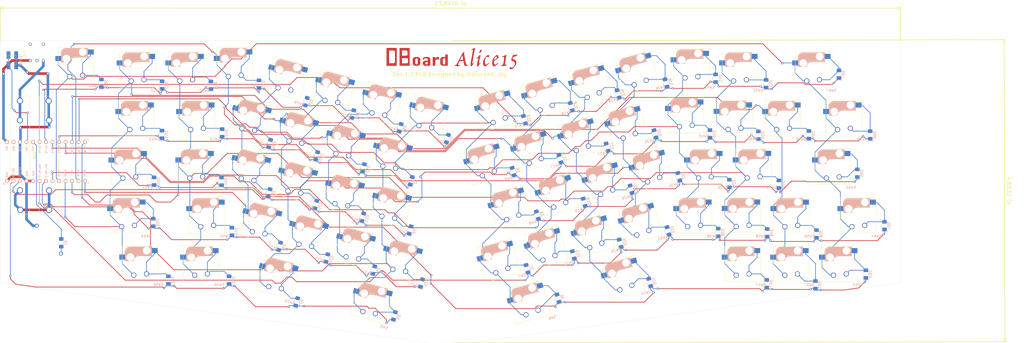
<source format=kicad_pcb>
(kicad_pcb (version 20171130) (host pcbnew "(5.0.0-3-g5ebb6b6)")
  (layers (0 F.Cu signal) (31 B.Cu signal) (34 B.Paste user) (35 F.Paste user) (36 B.SilkS user) (37 F.SilkS user) (38 B.Mask user) (39 F.Mask user) (44 Edge.Cuts user))
  (net 0 "")
  (net 1 row0)
  (net 2 "Net-(D1-Pad2)")
  (net 3 "Net-(D2-Pad2)")
  (net 4 row1)
  (net 5 row2)
  (net 6 "Net-(D3-Pad2)")
  (net 7 row3)
  (net 8 "Net-(D4-Pad2)")
  (net 9 row4)
  (net 10 "Net-(D5-Pad2)")
  (net 11 "Net-(D6-Pad2)")
  (net 12 row5)
  (net 13 row6)
  (net 14 "Net-(D7-Pad2)")
  (net 15 "Net-(D8-Pad2)")
  (net 16 row7)
  (net 17 row8)
  (net 18 "Net-(D9-Pad2)")
  (net 19 "Net-(D10-Pad2)")
  (net 20 row9)
  (net 21 "Net-(D11-Pad2)")
  (net 22 "Net-(D12-Pad2)")
  (net 23 "Net-(D13-Pad2)")
  (net 24 "Net-(D14-Pad2)")
  (net 25 "Net-(D15-Pad2)")
  (net 26 "Net-(D16-Pad2)")
  (net 27 "Net-(D17-Pad2)")
  (net 28 "Net-(D18-Pad2)")
  (net 29 "Net-(D19-Pad2)")
  (net 30 "Net-(D20-Pad2)")
  (net 31 "Net-(D21-Pad2)")
  (net 32 "Net-(D22-Pad2)")
  (net 33 "Net-(D23-Pad2)")
  (net 34 "Net-(D24-Pad2)")
  (net 35 "Net-(D25-Pad2)")
  (net 36 "Net-(D26-Pad2)")
  (net 37 "Net-(D27-Pad2)")
  (net 38 "Net-(D28-Pad2)")
  (net 39 "Net-(D29-Pad2)")
  (net 40 "Net-(D30-Pad2)")
  (net 41 "Net-(D31-Pad2)")
  (net 42 "Net-(D32-Pad2)")
  (net 43 "Net-(D33-Pad2)")
  (net 44 "Net-(D34-Pad2)")
  (net 45 "Net-(D35-Pad2)")
  (net 46 "Net-(D36-Pad2)")
  (net 47 "Net-(D37-Pad2)")
  (net 48 "Net-(D38-Pad2)")
  (net 49 "Net-(D39-Pad2)")
  (net 50 "Net-(D40-Pad2)")
  (net 51 "Net-(D41-Pad2)")
  (net 52 "Net-(D42-Pad2)")
  (net 53 "Net-(D43-Pad2)")
  (net 54 "Net-(D44-Pad2)")
  (net 55 "Net-(D45-Pad2)")
  (net 56 "Net-(D46-Pad2)")
  (net 57 "Net-(D47-Pad2)")
  (net 58 "Net-(D48-Pad2)")
  (net 59 "Net-(D49-Pad2)")
  (net 60 "Net-(D50-Pad2)")
  (net 61 "Net-(D51-Pad2)")
  (net 62 "Net-(D52-Pad2)")
  (net 63 "Net-(D53-Pad2)")
  (net 64 "Net-(D54-Pad2)")
  (net 65 "Net-(D55-Pad2)")
  (net 66 "Net-(D56-Pad2)")
  (net 67 "Net-(D57-Pad2)")
  (net 68 "Net-(D58-Pad2)")
  (net 69 "Net-(D59-Pad2)")
  (net 70 "Net-(D60-Pad2)")
  (net 71 "Net-(D63-Pad2)")
  (net 72 "Net-(D64-Pad2)")
  (net 73 "Net-(D65-Pad2)")
  (net 74 "Net-(D66-Pad2)")
  (net 75 "Net-(D67-Pad2)")
  (net 76 col0)
  (net 77 col1)
  (net 78 col2)
  (net 79 col3)
  (net 80 col4)
  (net 81 col5)
  (net 82 col6)
  (net 83 col7)
  (net 84 GND)
  (net 85 reset)
  (net 86 VCC)
  (net 87 "Net-(BC1-Pad2)")
  (net 88 "Net-(BC2-Pad2)")
  (net 89 "Net-(D68-Pad2)")
  (net 90 bat)
  (module dboard_logo:test_name (layer F.Cu) (at 139.84 -124.75)
    (fp_text reference G*** hide)
    (fp_text value LOGO hide)
    (fp_poly (pts (xy 17.886845 -0.945609) (xy 17.99325 -0.894596) (xy 18.092303 -0.815392) (xy 18.180093 -0.713437) (xy 18.252714 -0.594171) (xy 18.306258 -0.463037) (xy 18.336816 -0.325476) (xy 18.340481 -0.186928) (xy 18.339822 -0.179358) (xy 18.320322 -0.065705) (xy 18.281999 0.040306) (xy 18.221877 0.142242) (xy 18.136982 0.243672) (xy 18.024337 0.348162) (xy 17.880967 0.459282) (xy 17.708573 0.577534) (xy 17.606605 0.64533) (xy 17.509096 0.711812) (xy 17.423707 0.771635) (xy 17.3581 0.819455) (xy 17.327786 0.843143) (xy 17.245981 0.906704) (xy 17.143858 0.979535) (xy 17.030739 1.055605) (xy 16.915946 1.128886) (xy 16.808802 1.193347) (xy 16.718629 1.242957) (xy 16.682981 1.260236) (xy 16.615227 1.294423) (xy 16.560307 1.328692) (xy 16.529667 1.355862) (xy 16.529035 1.356814) (xy 16.517886 1.393918) (xy 16.508547 1.462204) (xy 16.501234 1.553808) (xy 16.496163 1.660869) (xy 16.49355 1.775523) (xy 16.49361 1.889907) (xy 16.496559 1.996158) (xy 16.502612 2.086415) (xy 16.507835 2.129693) (xy 16.540618 2.296064) (xy 16.584786 2.431087) (xy 16.643143 2.541534) (xy 16.715154 2.63077) (xy 16.775979 2.68874) (xy 16.828265 2.724394) (xy 16.886932 2.746666) (xy 16.923631 2.755645) (xy 16.995763 2.768502) (xy 17.052239 2.768169) (xy 17.11451 2.753693) (xy 17.138554 2.746117) (xy 17.21368 2.716531) (xy 17.299043 2.675455) (xy 17.356022 2.643653) (xy 17.43545 2.591002) (xy 17.534376 2.518602) (xy 17.643982 2.433591) (xy 17.755448 2.343108) (xy 17.859953 2.254291) (xy 17.94868 2.174276) (xy 18.005863 2.11771) (xy 18.058208 2.066309) (xy 18.104129 2.028824) (xy 18.13448 2.012628) (xy 18.136417 2.012462) (xy 18.167845 2.02727) (xy 18.204307 2.063716) (xy 18.210384 2.071832) (xy 18.237045 2.114103) (xy 18.241273 2.146434) (xy 18.225015 2.189422) (xy 18.22209 2.195622) (xy 18.19793 2.229321) (xy 18.148721 2.284673) (xy 18.078772 2.357542) (xy 17.992394 2.44379) (xy 17.893895 2.539282) (xy 17.787585 2.639881) (xy 17.677774 2.741449) (xy 17.568771 2.839852) (xy 17.464885 2.930951) (xy 17.389231 2.995066) (xy 17.232039 3.119992) (xy 17.081703 3.228309) (xy 16.943153 3.316849) (xy 16.821319 3.382445) (xy 16.728417 3.419749) (xy 16.63568 3.445079) (xy 16.562032 3.454883) (xy 16.490966 3.449752) (xy 16.40935 3.431191) (xy 16.342567 3.409034) (xy 16.283458 3.382652) (xy 16.2679 3.373578) (xy 16.189211 3.303997) (xy 16.112367 3.202784) (xy 16.041311 3.077328) (xy 15.979986 2.935015) (xy 15.932336 2.783234) (xy 15.916819 2.715847) (xy 15.865203 2.369758) (xy 15.84959 2.020109) (xy 15.869291 1.671265) (xy 15.923619 1.327594) (xy 16.011884 0.993462) (xy 16.069856 0.84069) (xy 16.564447 0.84069) (xy 16.567654 0.87921) (xy 16.580451 0.916622) (xy 16.60737 0.980643) (xy 16.778493 0.88883) (xy 16.871738 0.836406) (xy 16.979946 0.771926) (xy 17.086029 0.705698) (xy 17.135231 0.673625) (xy 17.27286 0.577692) (xy 17.396476 0.48284) (xy 17.501381 0.393164) (xy 17.582879 0.312756) (xy 17.636273 0.245712) (xy 17.646542 0.227971) (xy 17.671498 0.161974) (xy 17.690801 0.080556) (xy 17.696915 0.036078) (xy 17.695071 -0.101413) (xy 17.661305 -0.219579) (xy 17.593807 -0.324004) (xy 17.572422 -0.347605) (xy 17.488979 -0.434691) (xy 17.370619 -0.42613) (xy 17.282887 -0.413691) (xy 17.213374 -0.386912) (xy 17.169566 -0.35945) (xy 17.055171 -0.25852) (xy 16.945708 -0.120923) (xy 16.842377 0.051111) (xy 16.746382 0.255352) (xy 16.658924 0.489569) (xy 16.591119 0.714493) (xy 16.572049 0.789936) (xy 16.564447 0.84069) (xy 16.069856 0.84069) (xy 16.1334 0.673237) (xy 16.285819 0.374128) (xy 16.352843 0.263765) (xy 16.431597 0.141621) (xy 16.516283 0.016042) (xy 16.601102 -0.104626) (xy 16.680256 -0.212036) (xy 16.747946 -0.297842) (xy 16.772857 -0.326885) (xy 16.866296 -0.421733) (xy 16.978175 -0.51926) (xy 17.102592 -0.615728) (xy 17.233647 -0.7074) (xy 17.365438 -0.790536) (xy 17.492064 -0.861399) (xy 17.607624 -0.91625) (xy 17.706215 -0.951351) (xy 17.776994 -0.962988) (xy 17.886845 -0.945609)) (layer F.Cu) (width 0.01))
    (fp_poly (pts (xy 4.905908 -2.267503) (xy 4.93586 -2.225908) (xy 4.949685 -2.175957) (xy 4.945737 -2.145576) (xy 4.935058 -2.107317) (xy 4.920245 -2.041406) (xy 4.903655 -1.958725) (xy 4.894084 -1.907021) (xy 4.873428 -1.729066) (xy 4.869375 -1.527602) (xy 4.881535 -1.314308) (xy 4.909518 -1.100862) (xy 4.923484 -1.025769) (xy 4.934655 -0.966752) (xy 4.951262 -0.873929) (xy 4.972493 -0.752066) (xy 4.997536 -0.605931) (xy 5.025578 -0.440291) (xy 5.055809 -0.259913) (xy 5.087416 -0.069564) (xy 5.118154 0.117231) (xy 5.149856 0.309663) (xy 5.180607 0.494217) (xy 5.209655 0.66652) (xy 5.236247 0.822201) (xy 5.259631 0.956888) (xy 5.279053 1.066209) (xy 5.293762 1.145793) (xy 5.303005 1.191268) (xy 5.30314 1.191847) (xy 5.317096 1.251423) (xy 5.337951 1.3405) (xy 5.363706 1.450531) (xy 5.392359 1.572967) (xy 5.421679 1.698273) (xy 5.486417 1.960412) (xy 5.549737 2.185715) (xy 5.612722 2.376343) (xy 5.676451 2.534457) (xy 5.742006 2.662219) (xy 5.81047 2.761788) (xy 5.882923 2.835327) (xy 5.960446 2.884996) (xy 6.027642 2.9092) (xy 6.089221 2.919595) (xy 6.173209 2.927244) (xy 6.262957 2.930702) (xy 6.276151 2.93077) (xy 6.392182 2.937099) (xy 6.47258 2.955956) (xy 6.516768 2.987143) (xy 6.525846 3.016203) (xy 6.506951 3.048153) (xy 6.452768 3.080769) (xy 6.367051 3.113075) (xy 6.253557 3.144093) (xy 6.116038 3.172849) (xy 5.95825 3.198364) (xy 5.783947 3.219662) (xy 5.719369 3.225973) (xy 5.543029 3.237725) (xy 5.398485 3.236793) (xy 5.280238 3.222159) (xy 5.182789 3.192803) (xy 5.100638 3.147707) (xy 5.043422 3.100741) (xy 4.962268 2.998288) (xy 4.916051 2.878553) (xy 4.904583 2.773124) (xy 4.898659 2.688871) (xy 4.884175 2.601355) (xy 4.875756 2.56797) (xy 4.853422 2.484761) (xy 4.825829 2.370113) (xy 4.794497 2.231068) (xy 4.760946 2.074672) (xy 4.726695 1.90797) (xy 4.693265 1.738005) (xy 4.669586 1.612309) (xy 4.648327 1.501891) (xy 4.627812 1.404088) (xy 4.60961 1.325742) (xy 4.595291 1.273697) (xy 4.587805 1.255732) (xy 4.563226 1.238071) (xy 4.524601 1.232821) (xy 4.465635 1.24053) (xy 4.380031 1.261749) (xy 4.320307 1.279079) (xy 4.016002 1.359071) (xy 3.729789 1.410813) (xy 3.454159 1.435578) (xy 3.382833 1.437763) (xy 3.274397 1.441277) (xy 3.177657 1.447241) (xy 3.101082 1.454949) (xy 3.053143 1.463692) (xy 3.046995 1.465801) (xy 3.020177 1.481908) (xy 2.994735 1.510649) (xy 2.966744 1.558465) (xy 2.932277 1.631793) (xy 2.900151 1.706604) (xy 2.834393 1.866926) (xy 2.7695 2.032411) (xy 2.707496 2.197289) (xy 2.650405 2.355786) (xy 2.600253 2.502131) (xy 2.559062 2.63055) (xy 2.528858 2.735273) (xy 2.511665 2.810526) (xy 2.510532 2.817564) (xy 2.497589 2.903876) (xy 2.572525 2.927044) (xy 2.617212 2.93572) (xy 2.692524 2.944798) (xy 2.790028 2.95349) (xy 2.901291 2.961006) (xy 2.977557 2.964914) (xy 3.113677 2.971789) (xy 3.214231 2.979711) (xy 3.282727 2.990341) (xy 3.322671 3.005342) (xy 3.33757 3.026378) (xy 3.330931 3.055109) (xy 3.30626 3.0932) (xy 3.29061 3.113337) (xy 3.222433 3.172289) (xy 3.115788 3.226667) (xy 2.971031 3.276318) (xy 2.823308 3.313582) (xy 2.730672 3.32853) (xy 2.60871 3.34011) (xy 2.467042 3.348152) (xy 2.315287 3.352485) (xy 2.163066 3.352938) (xy 2.019998 3.349341) (xy 1.895703 3.341521) (xy 1.812591 3.331525) (xy 1.723025 3.315962) (xy 1.637292 3.29943) (xy 1.570797 3.284941) (xy 1.558591 3.281888) (xy 1.48952 3.260159) (xy 1.413213 3.230492) (xy 1.338459 3.197082) (xy 1.274044 3.164122) (xy 1.228758 3.135809) (xy 1.211388 3.116335) (xy 1.211385 3.116157) (xy 1.22527 3.086723) (xy 1.260437 3.043973) (xy 1.307147 2.998359) (xy 1.355666 2.960333) (xy 1.357923 2.958845) (xy 1.394182 2.943945) (xy 1.457739 2.925865) (xy 1.537317 2.907655) (xy 1.572846 2.900694) (xy 1.684348 2.877536) (xy 1.765315 2.85363) (xy 1.824166 2.825114) (xy 1.869319 2.788125) (xy 1.901071 2.750059) (xy 1.92669 2.711476) (xy 1.963514 2.649628) (xy 2.01235 2.563011) (xy 2.074004 2.450118) (xy 2.149285 2.309446) (xy 2.238998 2.139489) (xy 2.343952 1.938742) (xy 2.464952 1.7057) (xy 2.568967 1.504462) (xy 2.648183 1.351425) (xy 2.725606 1.20273) (xy 2.798482 1.063599) (xy 2.858109 0.950537) (xy 3.293683 0.950537) (xy 3.314942 0.978945) (xy 3.362271 0.987134) (xy 3.395572 0.985092) (xy 3.44598 0.979912) (xy 3.523005 0.971991) (xy 3.614393 0.96259) (xy 3.673231 0.956537) (xy 3.784176 0.943892) (xy 3.909154 0.927643) (xy 4.039389 0.909133) (xy 4.166107 0.889711) (xy 4.280533 0.870721) (xy 4.373893 0.85351) (xy 4.437412 0.839424) (xy 4.438449 0.839148) (xy 4.486592 0.821494) (xy 4.510655 0.793255) (xy 4.522952 0.743659) (xy 4.526061 0.721905) (xy 4.527593 0.698252) (xy 4.52698 0.669235) (xy 4.523657 0.63139) (xy 4.517056 0.581253) (xy 4.506611 0.51536) (xy 4.491757 0.430246) (xy 4.471925 0.322448) (xy 4.446551 0.188501) (xy 4.415067 0.024941) (xy 4.376907 -0.171697) (xy 4.354234 -0.288192) (xy 4.32486 -0.436908) (xy 4.297276 -0.572537) (xy 4.272472 -0.69052) (xy 4.251437 -0.786301) (xy 4.23516 -0.855323) (xy 4.224632 -0.893029) (xy 4.22164 -0.898769) (xy 4.208546 -0.882545) (xy 4.179268 -0.837188) (xy 4.136702 -0.76767) (xy 4.08374 -0.678961) (xy 4.023275 -0.576035) (xy 3.9582 -0.463861) (xy 3.891409 -0.347412) (xy 3.825794 -0.231659) (xy 3.76425 -0.121574) (xy 3.709669 -0.022129) (xy 3.687234 0.019539) (xy 3.63346 0.123919) (xy 3.572729 0.247871) (xy 3.509364 0.381978) (xy 3.447689 0.516823) (xy 3.392029 0.642988) (xy 3.346707 0.751058) (xy 3.321747 0.815542) (xy 3.296587 0.89753) (xy 3.293683 0.950537) (xy 2.858109 0.950537) (xy 2.86406 0.939253) (xy 2.919587 0.834915) (xy 2.962312 0.755807) (xy 2.986019 0.713154) (xy 3.012395 0.665042) (xy 3.054303 0.586063) (xy 3.109668 0.480232) (xy 3.176415 0.351566) (xy 3.252468 0.204083) (xy 3.335751 0.041798) (xy 3.424188 -0.131271) (xy 3.515704 -0.311107) (xy 3.536936 -0.352936) (xy 3.629206 -0.533843) (xy 3.719401 -0.708844) (xy 3.805387 -0.873923) (xy 3.885029 -1.025059) (xy 3.95619 -1.158234) (xy 4.016737 -1.26943) (xy 4.064534 -1.354626) (xy 4.097446 -1.409804) (xy 4.102574 -1.417659) (xy 4.150786 -1.491396) (xy 4.192335 -1.558522) (xy 4.220929 -1.608713) (xy 4.228137 -1.623598) (xy 4.248037 -1.653174) (xy 4.289812 -1.703587) (xy 4.348714 -1.76993) (xy 4.419996 -1.847293) (xy 4.49891 -1.930769) (xy 4.580707 -2.015449) (xy 4.66064 -2.096426) (xy 4.733961 -2.168791) (xy 4.795921 -2.227637) (xy 4.841773 -2.268054) (xy 4.866768 -2.285136) (xy 4.868332 -2.285386) (xy 4.905908 -2.267503)) (layer F.Cu) (width 0.01))
    (fp_poly (pts (xy 21.35741 -1.042004) (xy 21.377811 -1.001756) (xy 21.385564 -0.932787) (xy 21.380573 -0.833549) (xy 21.362741 -0.702497) (xy 21.331972 -0.538084) (xy 21.288169 -0.338764) (xy 21.276648 -0.289546) (xy 21.254689 -0.190291) (xy 21.228672 -0.062036) (xy 21.199269 0.091112) (xy 21.167155 0.265044) (xy 21.133002 0.455655) (xy 21.097482 0.658837) (xy 21.061269 0.870482) (xy 21.025036 1.086485) (xy 20.989456 1.302736) (xy 20.955202 1.51513) (xy 20.922946 1.71956) (xy 20.893362 1.911917) (xy 20.867123 2.088095) (xy 20.844902 2.243986) (xy 20.827372 2.375484) (xy 20.815205 2.478482) (xy 20.809074 2.548871) (xy 20.808462 2.567777) (xy 20.816196 2.650174) (xy 20.842217 2.7111) (xy 20.890749 2.753247) (xy 20.96602 2.779307) (xy 21.072254 2.791972) (xy 21.164068 2.794306) (xy 21.282155 2.798261) (xy 21.394035 2.808875) (xy 21.491694 2.824809) (xy 21.567116 2.844724) (xy 21.612285 2.867281) (xy 21.614801 2.869601) (xy 21.62683 2.904454) (xy 21.606558 2.94562) (xy 21.558883 2.987447) (xy 21.488706 3.024282) (xy 21.476672 3.028979) (xy 21.292329 3.091858) (xy 21.091181 3.149736) (xy 20.879691 3.201535) (xy 20.664326 3.246179) (xy 20.451549 3.282592) (xy 20.247824 3.309695) (xy 20.059618 3.326414) (xy 19.893395 3.331671) (xy 19.755618 3.324389) (xy 19.726392 3.320486) (xy 19.613384 3.293937) (xy 19.522149 3.254314) (xy 19.45665 3.204947) (xy 19.42085 3.149163) (xy 19.418709 3.09029) (xy 19.42695 3.068964) (xy 19.446512 3.043725) (xy 19.481762 3.022126) (xy 19.54038 3.000612) (xy 19.626385 2.976575) (xy 19.765804 2.939) (xy 19.871951 2.907079) (xy 19.949906 2.878979) (xy 20.004749 2.852866) (xy 20.041559 2.826907) (xy 20.041898 2.826602) (xy 20.074426 2.779673) (xy 20.11043 2.695265) (xy 20.149565 2.57479) (xy 20.191486 2.419657) (xy 20.235847 2.231277) (xy 20.282302 2.011061) (xy 20.330507 1.760419) (xy 20.380115 1.480763) (xy 20.399177 1.367693) (xy 20.448531 1.061092) (xy 20.488415 0.791293) (xy 20.518922 0.557207) (xy 20.540141 0.357746) (xy 20.552165 0.191822) (xy 20.555083 0.058346) (xy 20.548988 -0.04377) (xy 20.533969 -0.115614) (xy 20.524952 -0.13716) (xy 20.503102 -0.173575) (xy 20.476759 -0.200309) (xy 20.440031 -0.218713) (xy 20.387027 -0.230138) (xy 20.311855 -0.235936) (xy 20.208623 -0.237458) (xy 20.092404 -0.236369) (xy 19.956467 -0.235531) (xy 19.854806 -0.238225) (xy 19.782697 -0.245536) (xy 19.735414 -0.258545) (xy 19.708235 -0.278336) (xy 19.696434 -0.30599) (xy 19.694769 -0.327503) (xy 19.697741 -0.351684) (xy 19.711006 -0.370786) (xy 19.741093 -0.388381) (xy 19.794529 -0.408042) (xy 19.877842 -0.433338) (xy 19.899923 -0.439752) (xy 19.986415 -0.468593) (xy 20.104161 -0.51378) (xy 20.249655 -0.573812) (xy 20.419387 -0.647188) (xy 20.609849 -0.732407) (xy 20.817532 -0.827968) (xy 20.922337 -0.877085) (xy 21.035304 -0.929809) (xy 21.137092 -0.97633) (xy 21.222153 -1.014193) (xy 21.284939 -1.040943) (xy 21.319902 -1.054123) (xy 21.324459 -1.055076) (xy 21.35741 -1.042004)) (layer F.Cu) (width 0.01))
    (fp_poly (pts (xy -21.453231 3.223847) (xy -25.439077 3.223847) (xy -25.439077 2.249302) (xy -24.442615 2.249302) (xy -23.499885 2.242312) (xy -23.278741 2.240533) (xy -23.093143 2.238665) (xy -22.939561 2.236574) (xy -22.814464 2.234125) (xy -22.714322 2.231182) (xy -22.635603 2.22761) (xy -22.574776 2.223275) (xy -22.528312 2.218041) (xy -22.49268 2.211774) (xy -22.464349 2.204338) (xy -22.458608 2.202486) (xy -22.336432 2.142295) (xy -22.234065 2.052682) (xy -22.159357 1.940672) (xy -22.154502 1.930273) (xy -22.107769 1.826847) (xy -22.10244 -0.19503) (xy -22.101631 -0.571731) (xy -22.101294 -0.909967) (xy -22.101433 -1.210349) (xy -22.102055 -1.473487) (xy -22.103162 -1.699991) (xy -22.10476 -1.890472) (xy -22.106852 -2.045539) (xy -22.109444 -2.165802) (xy -22.11254 -2.251872) (xy -22.116145 -2.304358) (xy -22.118099 -2.318005) (xy -22.155476 -2.428004) (xy -22.216881 -2.533012) (xy -22.293447 -2.619339) (xy -22.333516 -2.650478) (xy -22.371826 -2.675263) (xy -22.407974 -2.696115) (xy -22.445623 -2.713403) (xy -22.488432 -2.727495) (xy -22.540062 -2.73876) (xy -22.604174 -2.747568) (xy -22.684428 -2.754285) (xy -22.784485 -2.759282) (xy -22.908005 -2.762926) (xy -23.05865 -2.765587) (xy -23.240079 -2.767633) (xy -23.455954 -2.769433) (xy -23.519423 -2.769916) (xy -24.442615 -2.776882) (xy -24.442615 2.249302) (xy -25.439077 2.249302) (xy -25.439077 -3.751384) (xy -21.453231 -3.751384) (xy -21.453231 3.223847)) (layer F.Cu) (width 0.01))
    (fp_poly (pts (xy -16.412308 3.204308) (xy -20.339538 3.204308) (xy -20.339538 0.195385) (xy -19.401692 0.195385) (xy -19.401692 2.287693) (xy -18.419885 2.281962) (xy -17.438077 2.276231) (xy -17.344881 2.230339) (xy -17.238366 2.161513) (xy -17.138254 2.067617) (xy -17.057925 1.962033) (xy -17.034585 1.920043) (xy -17.021533 1.892488) (xy -17.011225 1.865647) (xy -17.003335 1.834728) (xy -16.997542 1.794942) (xy -16.993521 1.741498) (xy -16.99095 1.669606) (xy -16.989504 1.574476) (xy -16.988861 1.451318) (xy -16.988696 1.29534) (xy -16.988692 1.240244) (xy -16.988692 0.653641) (xy -17.053165 0.522716) (xy -17.134276 0.394709) (xy -17.235412 0.297014) (xy -17.353309 0.232607) (xy -17.381715 0.223037) (xy -17.410562 0.21646) (xy -17.451781 0.210955) (xy -17.508573 0.206439) (xy -17.584142 0.202828) (xy -17.68169 0.200037) (xy -17.804421 0.197984) (xy -17.955537 0.196584) (xy -18.13824 0.195752) (xy -18.355734 0.195407) (xy -18.437644 0.195385) (xy -19.401692 0.195385) (xy -20.339538 0.195385) (xy -20.339538 -0.722923) (xy -19.401692 -0.722923) (xy -18.5625 -0.722923) (xy -18.334309 -0.723455) (xy -18.133681 -0.725019) (xy -17.962673 -0.72757) (xy -17.823342 -0.73106) (xy -17.717748 -0.735444) (xy -17.647948 -0.740673) (xy -17.624336 -0.744148) (xy -17.492213 -0.791152) (xy -17.38218 -0.869628) (xy -17.297327 -0.977219) (xy -17.282209 -1.004831) (xy -17.223154 -1.120663) (xy -17.223154 -2.354384) (xy -17.275136 -2.452861) (xy -17.339397 -2.548111) (xy -17.426542 -2.642011) (xy -17.522541 -2.720389) (xy -17.567727 -2.748381) (xy -17.585754 -2.756918) (xy -17.608137 -2.76404) (xy -17.638473 -2.769905) (xy -17.680357 -2.774668) (xy -17.737386 -2.778487) (xy -17.813155 -2.78152) (xy -17.91126 -2.783923) (xy -18.035298 -2.785853) (xy -18.188864 -2.787468) (xy -18.375555 -2.788924) (xy -18.517577 -2.789868) (xy -19.401692 -2.795505) (xy -19.401692 -0.722923) (xy -20.339538 -0.722923) (xy -20.339538 -3.731846) (xy -16.412308 -3.731846) (xy -16.412308 3.204308)) (layer F.Cu) (width 0.01))
    (fp_poly (pts (xy -13.307995 -0.213026) (xy -13.212242 -0.211878) (xy -13.137517 -0.209511) (xy -13.079308 -0.205744) (xy -13.033105 -0.200395) (xy -12.994396 -0.193283) (xy -12.958669 -0.184227) (xy -12.936154 -0.177591) (xy -12.763735 -0.105267) (xy -12.609947 -0.00118) (xy -12.47892 0.130145) (xy -12.374786 0.284184) (xy -12.301676 0.45641) (xy -12.279323 0.541806) (xy -12.272574 0.594199) (xy -12.266653 0.680262) (xy -12.261583 0.794592) (xy -12.257391 0.931791) (xy -12.254102 1.086458) (xy -12.251741 1.253193) (xy -12.250333 1.426596) (xy -12.249903 1.601267) (xy -12.250477 1.771805) (xy -12.25208 1.932811) (xy -12.254737 2.078884) (xy -12.258474 2.204625) (xy -12.263315 2.304632) (xy -12.269286 2.373507) (xy -12.270715 2.383693) (xy -12.316896 2.556952) (xy -12.397605 2.720661) (xy -12.508474 2.869033) (xy -12.645136 2.996283) (xy -12.803223 3.096623) (xy -12.812255 3.101148) (xy -12.961626 3.175) (xy -13.685621 3.179689) (xy -13.874084 3.18081) (xy -14.027806 3.181365) (xy -14.151122 3.181172) (xy -14.248366 3.180047) (xy -14.323871 3.17781) (xy -14.381974 3.174276) (xy -14.427007 3.169263) (xy -14.463305 3.162589) (xy -14.495202 3.15407) (xy -14.524725 3.14433) (xy -14.689394 3.068395) (xy -14.83872 2.963098) (xy -14.967377 2.834172) (xy -15.070042 2.687349) (xy -15.141391 2.528362) (xy -15.160676 2.459606) (xy -15.165392 2.419051) (xy -15.169467 2.3444) (xy -15.1729 2.240628) (xy -15.175692 2.112712) (xy -15.177843 1.965626) (xy -15.179352 1.804346) (xy -15.18022 1.633848) (xy -15.180446 1.459108) (xy -15.180031 1.2851) (xy -15.178974 1.116801) (xy -15.177525 0.982253) (xy -14.202485 0.982253) (xy -14.202351 1.115395) (xy -14.201602 1.279369) (xy -14.200387 1.478009) (xy -14.200173 1.511032) (xy -14.194692 2.357506) (xy -14.136077 2.451736) (xy -14.045382 2.566695) (xy -13.939584 2.6474) (xy -13.822267 2.692801) (xy -13.697019 2.701846) (xy -13.567426 2.673486) (xy -13.492859 2.640111) (xy -13.397268 2.570406) (xy -13.316381 2.476017) (xy -13.260354 2.369774) (xy -13.248222 2.331079) (xy -13.24267 2.288546) (xy -13.237888 2.209524) (xy -13.233936 2.096593) (xy -13.230876 1.952335) (xy -13.228771 1.779331) (xy -13.227682 1.580162) (xy -13.227538 1.468959) (xy -13.227768 1.265479) (xy -13.228541 1.097357) (xy -13.229981 0.960878) (xy -13.232215 0.852326) (xy -13.235367 0.767983) (xy -13.239563 0.704135) (xy -13.244928 0.657065) (xy -13.251587 0.623058) (xy -13.256602 0.606384) (xy -13.317973 0.486011) (xy -13.406163 0.388012) (xy -13.514915 0.316989) (xy -13.637972 0.277546) (xy -13.712511 0.270957) (xy -13.789678 0.275782) (xy -13.862644 0.288734) (xy -13.89634 0.299383) (xy -13.992781 0.356811) (xy -14.081284 0.440215) (xy -14.149061 0.536798) (xy -14.163645 0.566903) (xy -14.173766 0.591437) (xy -14.182085 0.616126) (xy -14.188752 0.644805) (xy -14.193914 0.681307) (xy -14.19772 0.729469) (xy -14.200318 0.793124) (xy -14.201857 0.876107) (xy -14.202485 0.982253) (xy -15.177525 0.982253) (xy -15.177276 0.959186) (xy -15.174936 0.817231) (xy -15.171955 0.695912) (xy -15.168333 0.600203) (xy -15.164069 0.535081) (xy -15.160676 0.510241) (xy -15.105598 0.353257) (xy -15.017046 0.203173) (xy -14.900625 0.066665) (xy -14.761935 -0.049593) (xy -14.621669 -0.13189) (xy -14.468231 -0.205153) (xy -13.766538 -0.210971) (xy -13.580632 -0.212392) (xy -13.429288 -0.213137) (xy -13.307995 -0.213026)) (layer F.Cu) (width 0.01))
    (fp_poly (pts (xy -9.376603 -0.212001) (xy -9.264006 -0.208637) (xy -9.172663 -0.202716) (xy -9.098122 -0.1938) (xy -9.03593 -0.181451) (xy -8.981633 -0.165232) (xy -8.930778 -0.144703) (xy -8.878911 -0.119428) (xy -8.86147 -0.110318) (xy -8.703544 -0.005143) (xy -8.56857 0.130664) (xy -8.458654 0.294684) (xy -8.399709 0.420077) (xy -8.352692 0.537308) (xy -8.34138 3.18477) (xy -9.319846 3.18477) (xy -9.323048 2.823308) (xy -9.368221 2.921) (xy -9.439464 3.036558) (xy -9.531732 3.119658) (xy -9.597642 3.154425) (xy -9.64387 3.165022) (xy -9.721589 3.173427) (xy -9.823276 3.179618) (xy -9.941403 3.183572) (xy -10.068448 3.185268) (xy -10.196883 3.184682) (xy -10.319185 3.181793) (xy -10.427828 3.176578) (xy -10.515287 3.169016) (xy -10.574038 3.159083) (xy -10.580077 3.157334) (xy -10.725181 3.096139) (xy -10.865861 3.009092) (xy -10.993094 2.903509) (xy -11.097858 2.786701) (xy -11.161526 2.685989) (xy -11.227589 2.519275) (xy -11.265847 2.340529) (xy -11.27429 2.174744) (xy -10.2917 2.174744) (xy -10.287122 2.297222) (xy -10.248187 2.415953) (xy -10.227247 2.453547) (xy -10.137011 2.567548) (xy -10.031269 2.647685) (xy -9.913882 2.692829) (xy -9.788711 2.701847) (xy -9.659615 2.673608) (xy -9.587063 2.641109) (xy -9.519387 2.596621) (xy -9.456544 2.541868) (xy -9.434798 2.517585) (xy -9.390863 2.455448) (xy -9.359409 2.391945) (xy -9.338762 2.31926) (xy -9.327246 2.229577) (xy -9.323185 2.115083) (xy -9.324155 2.00151) (xy -9.329615 1.729154) (xy -9.622692 1.729673) (xy -9.738781 1.730396) (xy -9.823737 1.732711) (xy -9.885501 1.737553) (xy -9.93201 1.745856) (xy -9.971205 1.758553) (xy -10.007718 1.774962) (xy -10.11993 1.84863) (xy -10.206041 1.944069) (xy -10.263985 2.0549) (xy -10.2917 2.174744) (xy -11.27429 2.174744) (xy -11.275007 2.160667) (xy -11.253776 1.990609) (xy -11.247094 1.963616) (xy -11.181239 1.791064) (xy -11.081907 1.632782) (xy -10.953679 1.494184) (xy -10.801136 1.380681) (xy -10.713573 1.333303) (xy -10.560538 1.260231) (xy -9.945077 1.250462) (xy -9.329615 1.240693) (xy -9.324175 0.971307) (xy -9.323642 0.865271) (xy -9.32605 0.766612) (xy -9.330962 0.685297) (xy -9.33794 0.631294) (xy -9.33936 0.625321) (xy -9.384632 0.523594) (xy -9.460536 0.427098) (xy -9.558885 0.345534) (xy -9.593385 0.324383) (xy -9.700846 0.26377) (xy -10.062308 0.26377) (xy -10.190914 0.264045) (xy -10.28719 0.265329) (xy -10.35788 0.268311) (xy -10.409729 0.27368) (xy -10.449483 0.282124) (xy -10.483887 0.294331) (xy -10.518333 0.310324) (xy -10.620276 0.38195) (xy -10.70021 0.484551) (xy -10.756203 0.615579) (xy -10.760316 0.629805) (xy -10.791637 0.742462) (xy -11.278129 0.742462) (xy -11.264245 0.649654) (xy -11.223773 0.467308) (xy -11.160504 0.297688) (xy -11.077933 0.147309) (xy -10.979557 0.022683) (xy -10.883249 -0.060126) (xy -10.83043 -0.095855) (xy -10.782795 -0.125138) (xy -10.735827 -0.148659) (xy -10.685008 -0.167105) (xy -10.625821 -0.181158) (xy -10.553749 -0.191503) (xy -10.464272 -0.198825) (xy -10.352875 -0.203807) (xy -10.215039 -0.207136) (xy -10.046246 -0.209493) (xy -9.886461 -0.211136) (xy -9.683378 -0.212813) (xy -9.51491 -0.213247) (xy -9.376603 -0.212001)) (layer F.Cu) (width 0.01))
    (fp_poly (pts (xy -6.387662 0.229577) (xy -6.386248 0.674077) (xy -6.3483 0.519588) (xy -6.284631 0.32153) (xy -6.198346 0.155047) (xy -6.088758 0.019371) (xy -5.955177 -0.086268) (xy -5.796916 -0.162639) (xy -5.715 -0.188324) (xy -5.644137 -0.200393) (xy -5.536185 -0.208862) (xy -5.392977 -0.213622) (xy -5.2705 -0.214691) (xy -4.923692 -0.214923) (xy -4.923692 0.742462) (xy -5.411192 0.742462) (xy -5.560351 0.743342) (xy -5.697908 0.745835) (xy -5.817712 0.749715) (xy -5.913615 0.75476) (xy -5.979467 0.760746) (xy -5.998186 0.7638) (xy -6.115018 0.807923) (xy -6.221667 0.885225) (xy -6.310369 0.989883) (xy -6.320274 1.005349) (xy -6.379308 1.10081) (xy -6.390382 3.18477) (xy -7.366 3.18477) (xy -7.366 -0.214923) (xy -6.389077 -0.214923) (xy -6.387662 0.229577)) (layer F.Cu) (width 0.01))
    (fp_poly (pts (xy -1.504461 3.18477) (xy -2.481385 3.18477) (xy -2.482692 2.9845) (xy -2.483469 2.895354) (xy -2.485032 2.84124) (xy -2.488342 2.818117) (xy -2.494361 2.82194) (xy -2.504049 2.848668) (xy -2.510284 2.868442) (xy -2.563591 2.989235) (xy -2.639919 3.080111) (xy -2.724567 3.136257) (xy -2.757745 3.152242) (xy -2.788944 3.164243) (xy -2.824187 3.172812) (xy -2.869495 3.178496) (xy -2.930893 3.181845) (xy -3.014401 3.183407) (xy -3.126042 3.183732) (xy -3.242336 3.183463) (xy -3.421089 3.181586) (xy -3.561472 3.177166) (xy -3.66411 3.170169) (xy -3.72963 3.160562) (xy -3.741615 3.157334) (xy -3.895383 3.091701) (xy -4.042593 2.997607) (xy -4.174008 2.882562) (xy -4.280395 2.754074) (xy -4.32242 2.685076) (xy -4.347855 2.635991) (xy -4.369155 2.589682) (xy -4.386685 2.542254) (xy -4.400811 2.489813) (xy -4.411901 2.428464) (xy -4.420319 2.354315) (xy -4.426431 2.263471) (xy -4.430605 2.152037) (xy -4.433205 2.01612) (xy -4.434597 1.851825) (xy -4.435149 1.655259) (xy -4.435231 1.484924) (xy -4.435069 1.261692) (xy -4.43434 1.073642) (xy -4.432676 0.916881) (xy -4.429714 0.787514) (xy -4.425085 0.681647) (xy -4.419976 0.615462) (xy -3.448538 0.615462) (xy -3.448538 2.354385) (xy -3.395066 2.445346) (xy -3.309648 2.556715) (xy -3.204783 2.638333) (xy -3.08613 2.68814) (xy -2.959344 2.704077) (xy -2.830082 2.684083) (xy -2.784231 2.667775) (xy -2.687327 2.609694) (xy -2.598458 2.522213) (xy -2.544501 2.445133) (xy -2.491154 2.354385) (xy -2.485618 1.3018) (xy -2.480081 0.249214) (xy -2.778694 0.258082) (xy -2.913544 0.263396) (xy -3.016789 0.271458) (xy -3.095887 0.284091) (xy -3.1583 0.303119) (xy -3.211488 0.330365) (xy -3.26291 0.367652) (xy -3.27796 0.380099) (xy -3.326672 0.430269) (xy -3.376347 0.495166) (xy -3.395191 0.524714) (xy -3.448538 0.615462) (xy -4.419976 0.615462) (xy -4.418425 0.595386) (xy -4.409367 0.524836) (xy -4.397545 0.466105) (xy -4.382594 0.415297) (xy -4.364146 0.368519) (xy -4.341837 0.321876) (xy -4.32242 0.284771) (xy -4.239701 0.162255) (xy -4.128332 0.044681) (xy -3.998475 -0.058471) (xy -3.879469 -0.128558) (xy -3.724246 -0.205153) (xy -3.102815 -0.211279) (xy -2.481385 -0.217404) (xy -2.481385 -1.211384) (xy -1.504461 -1.211384) (xy -1.504461 3.18477)) (layer F.Cu) (width 0.01))
    (fp_poly (pts (xy 11.638417 -3.027096) (xy 11.687276 -3.020918) (xy 11.720201 -3.006804) (xy 11.748749 -2.981631) (xy 11.753318 -2.976762) (xy 11.790499 -2.921249) (xy 11.796883 -2.863126) (xy 11.771849 -2.795481) (xy 11.731456 -2.73349) (xy 11.691013 -2.673664) (xy 11.640729 -2.592478) (xy 11.588734 -2.503272) (xy 11.564236 -2.459098) (xy 11.50972 -2.362787) (xy 11.443397 -2.251532) (xy 11.375654 -2.142552) (xy 11.340914 -2.088852) (xy 11.277468 -1.996212) (xy 11.223409 -1.927686) (xy 11.169355 -1.873112) (xy 11.105925 -1.82233) (xy 11.073403 -1.799109) (xy 11.007212 -1.754691) (xy 10.951529 -1.720564) (xy 10.915122 -1.701974) (xy 10.907797 -1.70006) (xy 10.881127 -1.714799) (xy 10.850601 -1.75055) (xy 10.850527 -1.750663) (xy 10.836642 -1.774639) (xy 10.829625 -1.799649) (xy 10.830026 -1.833775) (xy 10.838396 -1.885098) (xy 10.855286 -1.9617) (xy 10.868829 -2.019316) (xy 10.892182 -2.118683) (xy 10.914565 -2.215273) (xy 10.933 -2.296166) (xy 10.942222 -2.337733) (xy 10.9608 -2.394532) (xy 10.995764 -2.475798) (xy 11.043015 -2.572718) (xy 11.098458 -2.676479) (xy 11.105723 -2.689425) (xy 11.174902 -2.807709) (xy 11.233878 -2.89508) (xy 11.288808 -2.95611) (xy 11.345848 -2.995374) (xy 11.411155 -3.017446) (xy 11.490886 -3.0269) (xy 11.562073 -3.028461) (xy 11.638417 -3.027096)) (layer F.Cu) (width 0.01))
    (fp_poly (pts (xy 25.586742 -1.107975) (xy 25.633655 -1.074883) (xy 25.636413 -1.072622) (xy 25.677855 -1.033086) (xy 25.689123 -1.004835) (xy 25.683308 -0.990483) (xy 25.663075 -0.963759) (xy 25.624952 -0.914823) (xy 25.575441 -0.851991) (xy 25.546539 -0.815563) (xy 25.493833 -0.753124) (xy 25.440799 -0.700592) (xy 25.382364 -0.655579) (xy 25.313455 -0.615695) (xy 25.229001 -0.578553) (xy 25.123928 -0.541763) (xy 24.993166 -0.502937) (xy 24.83164 -0.459688) (xy 24.742118 -0.436763) (xy 24.610608 -0.40232) (xy 24.484368 -0.36726) (xy 24.370981 -0.333841) (xy 24.278027 -0.30432) (xy 24.213087 -0.280954) (xy 24.199583 -0.275202) (xy 24.069016 -0.194658) (xy 23.958273 -0.080937) (xy 23.866864 0.066478) (xy 23.858963 0.082682) (xy 23.812787 0.204518) (xy 23.79896 0.312784) (xy 23.816853 0.414873) (xy 23.828086 0.444861) (xy 23.86309 0.514415) (xy 23.907568 0.5715) (xy 23.967263 0.619809) (xy 24.047915 0.663035) (xy 24.155269 0.704874) (xy 24.295065 0.749018) (xy 24.305846 0.752182) (xy 24.466502 0.802058) (xy 24.595923 0.849655) (xy 24.701484 0.898719) (xy 24.79056 0.952999) (xy 24.870525 1.01624) (xy 24.922886 1.065701) (xy 24.990845 1.139097) (xy 25.046672 1.214002) (xy 25.099067 1.303261) (xy 25.142965 1.390731) (xy 25.19914 1.513036) (xy 25.238215 1.614157) (xy 25.26313 1.706458) (xy 25.276826 1.8023) (xy 25.282244 1.914044) (xy 25.282769 1.978317) (xy 25.26516 2.205608) (xy 25.213409 2.443428) (xy 25.129135 2.686548) (xy 25.013956 2.929737) (xy 24.957889 3.02873) (xy 24.901785 3.117162) (xy 24.826101 3.227929) (xy 24.736465 3.353502) (xy 24.6385 3.486356) (xy 24.537835 3.618963) (xy 24.440093 3.743796) (xy 24.350903 3.853329) (xy 24.280923 3.934461) (xy 24.144901 4.072884) (xy 23.996274 4.201688) (xy 23.840527 4.317565) (xy 23.683148 4.417211) (xy 23.529622 4.497318) (xy 23.385437 4.554583) (xy 23.256079 4.585698) (xy 23.192154 4.590468) (xy 23.120958 4.581808) (xy 23.040306 4.553463) (xy 22.970176 4.518915) (xy 22.864919 4.457379) (xy 22.791103 4.399632) (xy 22.742496 4.339087) (xy 22.712864 4.269155) (xy 22.705343 4.239033) (xy 22.689003 4.147842) (xy 22.686867 4.081502) (xy 22.70003 4.028051) (xy 22.729454 3.975724) (xy 22.799415 3.891629) (xy 22.87772 3.82854) (xy 22.957399 3.790055) (xy 23.031481 3.779774) (xy 23.081437 3.793947) (xy 23.127277 3.819105) (xy 23.187983 3.852376) (xy 23.21367 3.866443) (xy 23.311904 3.903286) (xy 23.433541 3.923093) (xy 23.566562 3.925321) (xy 23.698944 3.90943) (xy 23.771186 3.891549) (xy 23.944499 3.818833) (xy 24.107489 3.710977) (xy 24.25754 3.571152) (xy 24.392035 3.402526) (xy 24.508357 3.208271) (xy 24.60389 2.991555) (xy 24.661047 2.813539) (xy 24.680864 2.733412) (xy 24.694118 2.657497) (xy 24.701993 2.574327) (xy 24.70567 2.472438) (xy 24.706385 2.373924) (xy 24.705958 2.263763) (xy 24.703849 2.18394) (xy 24.69882 2.125721) (xy 24.68963 2.080369) (xy 24.675039 2.039149) (xy 24.653807 1.993325) (xy 24.651769 1.989168) (xy 24.573826 1.862083) (xy 24.472144 1.74254) (xy 24.358993 1.64443) (xy 24.329706 1.624466) (xy 24.275312 1.593868) (xy 24.19504 1.554106) (xy 24.099433 1.510183) (xy 23.99903 1.467101) (xy 23.992619 1.464462) (xy 23.82943 1.395489) (xy 23.698365 1.335232) (xy 23.594242 1.280765) (xy 23.511882 1.229164) (xy 23.446105 1.177503) (xy 23.395861 1.127495) (xy 23.349009 1.073441) (xy 23.323874 1.034976) (xy 23.315288 0.99933) (xy 23.318082 0.953734) (xy 23.319887 0.939779) (xy 23.339304 0.82855) (xy 23.370901 0.697377) (xy 23.415864 0.542068) (xy 23.47538 0.358431) (xy 23.525276 0.213791) (xy 23.57493 0.071306) (xy 23.63063 -0.09069) (xy 23.686758 -0.255729) (xy 23.737697 -0.407345) (xy 23.75616 -0.462963) (xy 23.807606 -0.612503) (xy 23.851801 -0.727998) (xy 23.888191 -0.8081) (xy 23.915545 -0.850749) (xy 23.973302 -0.901522) (xy 24.046249 -0.944381) (xy 24.137904 -0.980099) (xy 24.251783 -1.009448) (xy 24.391402 -1.033201) (xy 24.560279 -1.052132) (xy 24.761928 -1.067014) (xy 24.940846 -1.076161) (xy 25.077236 -1.082603) (xy 25.204921 -1.089546) (xy 25.317284 -1.096556) (xy 25.407706 -1.103203) (xy 25.469569 -1.109056) (xy 25.489875 -1.111939) (xy 25.545573 -1.118514) (xy 25.586742 -1.107975)) (layer F.Cu) (width 0.01))
    (fp_poly (pts (xy 11.246657 -0.977425) (xy 11.264104 -0.930808) (xy 11.266777 -0.860796) (xy 11.256597 -0.756833) (xy 11.234082 -0.621689) (xy 11.199745 -0.458134) (xy 11.154102 -0.268937) (xy 11.109346 -0.099336) (xy 11.055756 0.102125) (xy 11.001391 0.315825) (xy 10.948017 0.534167) (xy 10.897398 0.749554) (xy 10.851299 0.95439) (xy 10.811486 1.14108) (xy 10.779723 1.302026) (xy 10.766216 1.377462) (xy 10.743521 1.520943) (xy 10.723122 1.669487) (xy 10.705378 1.818249) (xy 10.690647 1.962384) (xy 10.67929 2.097047) (xy 10.671664 2.217394) (xy 10.66813 2.318579) (xy 10.669046 2.395758) (xy 10.674771 2.444086) (xy 10.685665 2.458719) (xy 10.686066 2.45859) (xy 10.705748 2.443621) (xy 10.74862 2.406389) (xy 10.809522 2.351525) (xy 10.883292 2.283659) (xy 10.93836 2.23227) (xy 11.018596 2.158504) (xy 11.090484 2.095274) (xy 11.148644 2.047089) (xy 11.187697 2.01846) (xy 11.200574 2.012462) (xy 11.236232 2.026765) (xy 11.269772 2.059915) (xy 11.288679 2.097278) (xy 11.288113 2.114847) (xy 11.27441 2.137821) (xy 11.241587 2.187716) (xy 11.193046 2.259518) (xy 11.132188 2.348213) (xy 11.062414 2.448789) (xy 11.032443 2.49169) (xy 10.86358 2.728827) (xy 10.712253 2.932411) (xy 10.577516 3.103322) (xy 10.458423 3.242438) (xy 10.35403 3.350638) (xy 10.26339 3.4288) (xy 10.185557 3.477803) (xy 10.119587 3.498524) (xy 10.064534 3.491843) (xy 10.019451 3.458638) (xy 10.007742 3.443654) (xy 9.98218 3.394411) (xy 9.956483 3.325001) (xy 9.934913 3.249941) (xy 9.921733 3.183749) (xy 9.920254 3.145693) (xy 9.923646 3.115318) (xy 9.929731 3.055086) (xy 9.937609 2.974054) (xy 9.945412 2.891693) (xy 9.965317 2.714982) (xy 9.994485 2.506742) (xy 10.031724 2.273095) (xy 10.075842 2.020164) (xy 10.125648 1.754073) (xy 10.179948 1.480944) (xy 10.237553 1.206901) (xy 10.29727 0.938066) (xy 10.357907 0.680562) (xy 10.418273 0.440512) (xy 10.434398 0.379382) (xy 10.465154 0.262739) (xy 10.484508 0.180441) (xy 10.491076 0.129061) (xy 10.483473 0.105173) (xy 10.460314 0.105349) (xy 10.420214 0.126165) (xy 10.361791 0.164192) (xy 10.3505 0.171745) (xy 10.266439 0.226663) (xy 10.166333 0.290112) (xy 10.067882 0.350919) (xy 10.038568 0.368623) (xy 9.868291 0.47072) (xy 9.813876 0.436081) (xy 9.755262 0.39158) (xy 9.731356 0.353906) (xy 9.730453 0.346219) (xy 9.743683 0.329091) (xy 9.781269 0.287966) (xy 9.839817 0.226363) (xy 9.915936 0.147802) (xy 10.006234 0.055801) (xy 10.107319 -0.046122) (xy 10.145346 -0.084214) (xy 10.262068 -0.201344) (xy 10.380594 -0.321025) (xy 10.495038 -0.437259) (xy 10.599513 -0.544049) (xy 10.688134 -0.635399) (xy 10.755014 -0.70531) (xy 10.755923 -0.706273) (xy 10.873238 -0.822651) (xy 10.978759 -0.911622) (xy 11.070674 -0.972386) (xy 11.147171 -1.004142) (xy 11.206436 -1.006088) (xy 11.246657 -0.977425)) (layer F.Cu) (width 0.01))
    (fp_poly (pts (xy 9.019935 -3.729674) (xy 9.045568 -3.719061) (xy 9.063004 -3.696892) (xy 9.07405 -3.676257) (xy 9.093622 -3.628011) (xy 9.105284 -3.571082) (xy 9.108567 -3.501611) (xy 9.102998 -3.41574) (xy 9.088106 -3.30961) (xy 9.063421 -3.179362) (xy 9.028472 -3.021137) (xy 8.982786 -2.831077) (xy 8.95943 -2.737434) (xy 8.862385 -2.34589) (xy 8.776938 -1.9887) (xy 8.702508 -1.663089) (xy 8.638513 -1.366279) (xy 8.584371 -1.095496) (xy 8.5395 -0.847962) (xy 8.503318 -0.620903) (xy 8.479893 -0.449384) (xy 8.463344 -0.317734) (xy 8.445638 -0.177293) (xy 8.428572 -0.042294) (xy 8.413944 0.07303) (xy 8.409823 0.1054) (xy 8.397588 0.191341) (xy 8.379257 0.306955) (xy 8.356305 0.44358) (xy 8.330208 0.592554) (xy 8.302442 0.745214) (xy 8.285003 0.838092) (xy 8.227756 1.145924) (xy 8.180142 1.417555) (xy 8.141979 1.654611) (xy 8.113085 1.858714) (xy 8.093281 2.031491) (xy 8.082385 2.174565) (xy 8.080215 2.289561) (xy 8.086592 2.378102) (xy 8.101334 2.441815) (xy 8.105212 2.451587) (xy 8.130374 2.509711) (xy 8.28061 2.353029) (xy 8.355704 2.273886) (xy 8.433683 2.190337) (xy 8.502757 2.11507) (xy 8.532939 2.081509) (xy 8.585112 2.024259) (xy 8.620033 1.992019) (xy 8.645654 1.979938) (xy 8.669928 1.983166) (xy 8.684362 1.989148) (xy 8.72081 2.017688) (xy 8.733692 2.048016) (xy 8.722821 2.078604) (xy 8.693512 2.131972) (xy 8.650721 2.199599) (xy 8.616935 2.248705) (xy 8.553546 2.339175) (xy 8.485678 2.438065) (xy 8.424929 2.528419) (xy 8.406896 2.555805) (xy 8.359463 2.62835) (xy 8.29831 2.721775) (xy 8.231158 2.824291) (xy 8.165726 2.924108) (xy 8.162617 2.92885) (xy 8.098348 3.022544) (xy 8.031274 3.113065) (xy 7.968846 3.190782) (xy 7.918514 3.246067) (xy 7.9134 3.250961) (xy 7.853577 3.299638) (xy 7.778994 3.350048) (xy 7.699708 3.396521) (xy 7.625772 3.433389) (xy 7.567242 3.45498) (xy 7.545704 3.458293) (xy 7.525313 3.441837) (xy 7.495959 3.398601) (xy 7.463872 3.337811) (xy 7.462768 3.335461) (xy 7.421553 3.22532) (xy 7.397662 3.104208) (xy 7.390563 2.965214) (xy 7.399728 2.801423) (xy 7.413015 2.686848) (xy 7.424545 2.585801) (xy 7.432025 2.489887) (xy 7.434745 2.41075) (xy 7.432667 2.364463) (xy 7.431272 2.308198) (xy 7.438877 2.224634) (xy 7.455901 2.110553) (xy 7.482767 1.962736) (xy 7.490203 1.924539) (xy 7.517452 1.783893) (xy 7.548568 1.619937) (xy 7.580705 1.447859) (xy 7.611022 1.282844) (xy 7.629207 1.182077) (xy 7.655746 1.035973) (xy 7.687373 0.865628) (xy 7.721433 0.685105) (xy 7.755276 0.508464) (xy 7.785866 0.351693) (xy 7.826766 0.142287) (xy 7.863418 -0.050892) (xy 7.897323 -0.236476) (xy 7.929977 -0.423095) (xy 7.96288 -0.619379) (xy 7.997528 -0.83396) (xy 8.035421 -1.075468) (xy 8.050398 -1.172307) (xy 8.077405 -1.342009) (xy 8.108455 -1.52811) (xy 8.14138 -1.718175) (xy 8.174007 -1.89977) (xy 8.204166 -2.060458) (xy 8.215814 -2.119923) (xy 8.261447 -2.360993) (xy 8.295605 -2.568013) (xy 8.318241 -2.740426) (xy 8.329306 -2.877675) (xy 8.328751 -2.979204) (xy 8.316527 -3.044457) (xy 8.298865 -3.06981) (xy 8.272105 -3.070505) (xy 8.220184 -3.060448) (xy 8.160382 -3.043639) (xy 8.063247 -3.021393) (xy 7.961643 -3.012487) (xy 7.865193 -3.016299) (xy 7.783522 -3.032206) (xy 7.726253 -3.059586) (xy 7.713119 -3.072572) (xy 7.691125 -3.105929) (xy 7.69608 -3.128294) (xy 7.720168 -3.150577) (xy 7.768301 -3.174215) (xy 7.829476 -3.184725) (xy 7.833251 -3.184769) (xy 7.891614 -3.192158) (xy 7.960037 -3.215857) (xy 8.042799 -3.258162) (xy 8.14418 -3.321369) (xy 8.26846 -3.407774) (xy 8.323385 -3.44776) (xy 8.451349 -3.539797) (xy 8.555921 -3.609509) (xy 8.643417 -3.659957) (xy 8.72015 -3.694204) (xy 8.792435 -3.715313) (xy 8.866587 -3.726348) (xy 8.90298 -3.728879) (xy 8.975831 -3.731893) (xy 9.019935 -3.729674)) (layer F.Cu) (width 0.01))
    (fp_poly (pts (xy 14.356701 -0.944451) (xy 14.438018 -0.91481) (xy 14.494274 -0.887968) (xy 14.609505 -0.818177) (xy 14.699926 -0.738317) (xy 14.76047 -0.65363) (xy 14.783478 -0.588767) (xy 14.788399 -0.547088) (xy 14.77967 -0.516246) (xy 14.750856 -0.484) (xy 14.710656 -0.450292) (xy 14.648607 -0.398238) (xy 14.576544 -0.335013) (xy 14.525266 -0.288333) (xy 14.457207 -0.230074) (xy 14.398097 -0.195582) (xy 14.338165 -0.183712) (xy 14.267638 -0.193319) (xy 14.176744 -0.223259) (xy 14.129316 -0.241956) (xy 13.981306 -0.292696) (xy 13.854404 -0.314341) (xy 13.742692 -0.306026) (xy 13.640255 -0.266882) (xy 13.541175 -0.196041) (xy 13.4909 -0.148315) (xy 13.386359 -0.021289) (xy 13.287543 0.138636) (xy 13.19736 0.325386) (xy 13.118718 0.532887) (xy 13.054526 0.755062) (xy 13.050465 0.77177) (xy 13.027245 0.890142) (xy 13.007416 1.033503) (xy 12.991214 1.194846) (xy 12.978877 1.367166) (xy 12.970638 1.543457) (xy 12.966735 1.716711) (xy 12.967404 1.879923) (xy 12.972879 2.026087) (xy 12.983398 2.148196) (xy 12.999195 2.239244) (xy 13.000844 2.245528) (xy 13.0582 2.409746) (xy 13.131948 2.544417) (xy 13.220235 2.647583) (xy 13.321206 2.717284) (xy 13.433009 2.751561) (xy 13.482873 2.754924) (xy 13.545492 2.743684) (xy 13.630187 2.712828) (xy 13.728127 2.66665) (xy 13.830482 2.609445) (xy 13.92842 2.545506) (xy 13.957897 2.523938) (xy 14.008408 2.483583) (xy 14.079645 2.423694) (xy 14.163559 2.351178) (xy 14.252103 2.27294) (xy 14.288678 2.240088) (xy 14.368717 2.169164) (xy 14.439894 2.108622) (xy 14.496706 2.06295) (xy 14.533648 2.036634) (xy 14.543997 2.032) (xy 14.573576 2.045188) (xy 14.611269 2.077148) (xy 14.613345 2.079331) (xy 14.657809 2.126661) (xy 14.599342 2.21164) (xy 14.564371 2.255014) (xy 14.505333 2.319994) (xy 14.427056 2.401877) (xy 14.334366 2.495959) (xy 14.232089 2.597536) (xy 14.125051 2.701904) (xy 14.018079 2.804358) (xy 13.915998 2.900196) (xy 13.823635 2.984713) (xy 13.745816 3.053204) (xy 13.687367 3.100966) (xy 13.685314 3.102519) (xy 13.551509 3.193596) (xy 13.400762 3.280212) (xy 13.247144 3.355002) (xy 13.104724 3.410606) (xy 13.083827 3.417258) (xy 13.018035 3.437095) (xy 12.969371 3.451149) (xy 12.947423 3.456659) (xy 12.947057 3.456629) (xy 12.928637 3.450397) (xy 12.895385 3.440037) (xy 12.760444 3.381465) (xy 12.643409 3.293003) (xy 12.543671 3.173557) (xy 12.460621 3.022032) (xy 12.393649 2.837337) (xy 12.342146 2.618377) (xy 12.307831 2.385092) (xy 12.290096 2.115729) (xy 12.299856 1.852697) (xy 12.338175 1.588928) (xy 12.406118 1.317353) (xy 12.504748 1.030903) (xy 12.516057 1.001887) (xy 12.680903 0.629889) (xy 12.872395 0.285303) (xy 13.09242 -0.034688) (xy 13.342865 -0.332903) (xy 13.548998 -0.541325) (xy 13.681703 -0.661205) (xy 13.799558 -0.754302) (xy 13.910258 -0.825753) (xy 14.021501 -0.88069) (xy 14.10564 -0.912694) (xy 14.204873 -0.942479) (xy 14.283773 -0.953369) (xy 14.356701 -0.944451)) (layer F.Cu) (width 0.01))
  )
  (module dboard_logo:test_cresit (layer F.Cu) (at 138.71 -117.45)
    (fp_text reference G*** hide)
    (fp_text value LOGO hide)
  )
  (module dboard_logo:logo_LED_v1 (layer F.Cu) (at -22.21 -48.03)
    (fp_text reference D68 hide)
    (fp_text value LED hide)
    (pad 2 thru_hole circle (at 9.43 -0.02) (size 1.524 1.524) (drill 1) (layers *.Cu *.Mask) (net 89 "Net-(D68-Pad2)"))
    (pad 1 thru_hole circle (at -0.03 -10.91) (size 1.524 1.524) (drill 1) (layers *.Cu *.Mask) (net 84 GND))
  )
  (module discord_original:GT11_MABE (layer F.Cu) (at -19.67 -129.95 270)
    (fp_text reference K?1 (at 3.16 7.27 90) (layer F.SilkS))
    (fp_text value KEYSW)
    (pad 5 thru_hole circle (at 0 0 270) (size 1.2 1.2) (drill 0.89) (layers *.Cu *.Mask))
    (pad 4 thru_hole circle (at 0 5.08 270) (size 1.2 1.2) (drill 0.89) (layers *.Cu *.Mask))
    (pad 2 thru_hole circle (at 6.35 0 270) (size 1.2 1.2) (drill 0.89) (layers *.Cu *.Mask) (net 88 "Net-(BC2-Pad2)"))
    (pad "" thru_hole circle (at 6.35 2.54 270) (size 1.2 1.2) (drill 0.89) (layers *.Cu *.Mask))
    (pad 1 thru_hole circle (at 6.35 5.08 270) (size 1.2 1.2) (drill 0.89) (layers *.Cu *.Mask) (net 90 bat))
  )
  (module discord_original:Reset_Switch_from_Ali (layer F.Cu) (at -31.8 -123.7 90)
    (fp_text reference SW68 (at -0.05 3.3 90) (layer B.SilkS) (effects (justify mirror)))
    (fp_text value SW_PUSH)
    (pad 1 smd rect (at 2 -1.5 90) (size 3 1.5) (layers B.Cu B.Paste B.Mask) (net 85 reset))
    (pad 2 smd rect (at 2 1.5 90) (size 3 1.5) (layers B.Cu B.Paste B.Mask) (net 84 GND))
    (pad 1 smd rect (at -2 -1.5 90) (size 3 1.5) (layers B.Cu B.Paste B.Mask) (net 85 reset))
    (pad 2 smd rect (at -2 1.5 90) (size 3 1.5) (layers B.Cu B.Paste B.Mask) (net 84 GND))
  )
  (module discord_original:Switch_HotSwap_Alps_1U (layer F.Cu) (at 257.84 -82.13)
    (fp_text reference SW49 (at 7.1 8.2) (layer B.SilkS) (effects (justify mirror)))
    (fp_text value SW_PUSH hide)
    (pad 1 thru_hole circle (at -2.5 4.5) (size 2 2) (drill 1.5) (layers *.Cu *.Mask) (net 81 col5))
    (pad 2 thru_hole circle (at 2.5 4) (size 2 2) (drill 1.5) (layers *.Cu *.Mask) (net 59 "Net-(D49-Pad2)"))
    (pad 1 smd rect (at -7 -2.58 180) (size 2.3 2) (layers B.Cu B.Paste B.Mask) (net 81 col5))
    (pad "" np_thru_hole circle (at -3.81 -2.54 180) (size 3 3) (drill 3) (layers *.Cu *.Mask))
    (pad "" np_thru_hole circle (at 2.54 -5.08 180) (size 3 3) (drill 3) (layers *.Cu *.Mask))
    (pad "" np_thru_hole circle (at 0 0 90) (size 4.1 4.1) (drill 4.1) (layers *.Cu *.Mask F.SilkS))
    (pad "" np_thru_hole circle (at 5.08 0) (size 1.9 1.9) (drill 1.9) (layers *.Cu *.Mask F.SilkS))
    (pad "" np_thru_hole circle (at -5.08 0) (size 1.9 1.9) (drill 1.9) (layers *.Cu *.Mask F.SilkS))
    (pad 2 smd rect (at 5.7 -5.12 180) (size 2.3 2) (layers B.Cu B.Paste B.Mask) (net 59 "Net-(D49-Pad2)"))
  )
  (module discord_original:Switch_HotSwap_Alps_1U (layer F.Cu) (at 98.23 -90.82 345)
    (fp_text reference SW12 (at 7.1 8.2 165) (layer B.SilkS) (effects (justify mirror)))
    (fp_text value SW_PUSH hide)
    (pad 1 thru_hole circle (at -2.5 4.5 345) (size 2 2) (drill 1.5) (layers *.Cu *.Mask) (net 77 col1))
    (pad 2 thru_hole circle (at 2.5 4 345) (size 2 2) (drill 1.5) (layers *.Cu *.Mask) (net 22 "Net-(D12-Pad2)"))
    (pad 1 smd rect (at -7 -2.58 165) (size 2.3 2) (layers B.Cu B.Paste B.Mask) (net 77 col1))
    (pad "" np_thru_hole circle (at -3.81 -2.54 165) (size 3 3) (drill 3) (layers *.Cu *.Mask))
    (pad "" np_thru_hole circle (at 2.54 -5.08 165) (size 3 3) (drill 3) (layers *.Cu *.Mask))
    (pad "" np_thru_hole circle (at 0 0 75) (size 4.1 4.1) (drill 4.1) (layers *.Cu *.Mask F.SilkS))
    (pad "" np_thru_hole circle (at 5.08 0 345) (size 1.9 1.9) (drill 1.9) (layers *.Cu *.Mask F.SilkS))
    (pad "" np_thru_hole circle (at -5.08 0 345) (size 1.9 1.9) (drill 1.9) (layers *.Cu *.Mask F.SilkS))
    (pad 2 smd rect (at 5.7 -5.12 165) (size 2.3 2) (layers B.Cu B.Paste B.Mask) (net 22 "Net-(D12-Pad2)"))
  )
  (module discord_original:Switch_HotSwap_Alps_1U (layer F.Cu) (at -6.84 -121.81)
    (fp_text reference SW60 (at 7.1 8.2) (layer B.SilkS) (effects (justify mirror)))
    (fp_text value SW_PUSH hide)
    (pad 1 thru_hole circle (at -2.5 4.5) (size 2 2) (drill 1.5) (layers *.Cu *.Mask) (net 83 col7))
    (pad 2 thru_hole circle (at 2.5 4) (size 2 2) (drill 1.5) (layers *.Cu *.Mask) (net 70 "Net-(D60-Pad2)"))
    (pad 1 smd rect (at -7 -2.58 180) (size 2.3 2) (layers B.Cu B.Paste B.Mask) (net 83 col7))
    (pad "" np_thru_hole circle (at -3.81 -2.54 180) (size 3 3) (drill 3) (layers *.Cu *.Mask))
    (pad "" np_thru_hole circle (at 2.54 -5.08 180) (size 3 3) (drill 3) (layers *.Cu *.Mask))
    (pad "" np_thru_hole circle (at 0 0 90) (size 4.1 4.1) (drill 4.1) (layers *.Cu *.Mask F.SilkS))
    (pad "" np_thru_hole circle (at 5.08 0) (size 1.9 1.9) (drill 1.9) (layers *.Cu *.Mask F.SilkS))
    (pad "" np_thru_hole circle (at -5.08 0) (size 1.9 1.9) (drill 1.9) (layers *.Cu *.Mask F.SilkS))
    (pad 2 smd rect (at 5.7 -5.12 180) (size 2.3 2) (layers B.Cu B.Paste B.Mask) (net 70 "Net-(D60-Pad2)"))
  )
  (module discord_original:Switch_HotSwap_Alps_1U (layer F.Cu) (at 153.08 -83.51 15)
    (fp_text reference SW9 (at 7.1 8.200002 15) (layer B.SilkS) (effects (justify mirror)))
    (fp_text value SW_PUSH hide)
    (pad 1 thru_hole circle (at -2.5 4.5 15) (size 2 2) (drill 1.5) (layers *.Cu *.Mask) (net 76 col0))
    (pad 2 thru_hole circle (at 2.5 4 15) (size 2 2) (drill 1.5) (layers *.Cu *.Mask) (net 18 "Net-(D9-Pad2)"))
    (pad 1 smd rect (at -7 -2.58 195) (size 2.3 2) (layers B.Cu B.Paste B.Mask) (net 76 col0))
    (pad "" np_thru_hole circle (at -3.81 -2.54 195) (size 3 3) (drill 3) (layers *.Cu *.Mask))
    (pad "" np_thru_hole circle (at 2.54 -5.08 195) (size 3 3) (drill 3) (layers *.Cu *.Mask))
    (pad "" np_thru_hole circle (at 0 0 105) (size 4.1 4.1) (drill 4.1) (layers *.Cu *.Mask F.SilkS))
    (pad "" np_thru_hole circle (at 5.08 0 15) (size 1.9 1.9) (drill 1.9) (layers *.Cu *.Mask F.SilkS))
    (pad "" np_thru_hole circle (at -5.08 0 15) (size 1.9 1.9) (drill 1.9) (layers *.Cu *.Mask F.SilkS))
    (pad 2 smd rect (at 5.7 -5.12 195) (size 2.3 2) (layers B.Cu B.Paste B.Mask) (net 18 "Net-(D9-Pad2)"))
  )
  (module discord_original:Switch_HotSwap_Alps_1U (layer F.Cu) (at 130.66 -101.83 345)
    (fp_text reference SW1 (at 7.1 8.2 165) (layer B.SilkS) (effects (justify mirror)))
    (fp_text value SW_PUSH hide)
    (pad 1 thru_hole circle (at -2.5 4.5 345) (size 2 2) (drill 1.5) (layers *.Cu *.Mask) (net 76 col0))
    (pad 2 thru_hole circle (at 2.5 4 345) (size 2 2) (drill 1.5) (layers *.Cu *.Mask) (net 2 "Net-(D1-Pad2)"))
    (pad 1 smd rect (at -7 -2.58 165) (size 2.3 2) (layers B.Cu B.Paste B.Mask) (net 76 col0))
    (pad "" np_thru_hole circle (at -3.81 -2.54 165) (size 3 3) (drill 3) (layers *.Cu *.Mask))
    (pad "" np_thru_hole circle (at 2.54 -5.08 165) (size 3 3) (drill 3) (layers *.Cu *.Mask))
    (pad "" np_thru_hole circle (at 0 0 75) (size 4.1 4.1) (drill 4.1) (layers *.Cu *.Mask F.SilkS))
    (pad "" np_thru_hole circle (at 5.08 0 345) (size 1.9 1.9) (drill 1.9) (layers *.Cu *.Mask F.SilkS))
    (pad "" np_thru_hole circle (at -5.08 0 345) (size 1.9 1.9) (drill 1.9) (layers *.Cu *.Mask F.SilkS))
    (pad 2 smd rect (at 5.7 -5.12 165) (size 2.3 2) (layers B.Cu B.Paste B.Mask) (net 2 "Net-(D1-Pad2)"))
  )
  (module discord_original:Switch_HotSwap_Alps_1U (layer F.Cu) (at 116.56 -85.93 345)
    (fp_text reference SW2 (at 7.1 8.2 165) (layer B.SilkS) (effects (justify mirror)))
    (fp_text value SW_PUSH hide)
    (pad 1 thru_hole circle (at -2.5 4.5 345) (size 2 2) (drill 1.5) (layers *.Cu *.Mask) (net 76 col0))
    (pad 2 thru_hole circle (at 2.5 4 345) (size 2 2) (drill 1.5) (layers *.Cu *.Mask) (net 3 "Net-(D2-Pad2)"))
    (pad 1 smd rect (at -7 -2.58 165) (size 2.3 2) (layers B.Cu B.Paste B.Mask) (net 76 col0))
    (pad "" np_thru_hole circle (at -3.81 -2.54 165) (size 3 3) (drill 3) (layers *.Cu *.Mask))
    (pad "" np_thru_hole circle (at 2.54 -5.08 165) (size 3 3) (drill 3) (layers *.Cu *.Mask))
    (pad "" np_thru_hole circle (at 0 0 75) (size 4.1 4.1) (drill 4.1) (layers *.Cu *.Mask F.SilkS))
    (pad "" np_thru_hole circle (at 5.08 0 345) (size 1.9 1.9) (drill 1.9) (layers *.Cu *.Mask F.SilkS))
    (pad "" np_thru_hole circle (at -5.08 0 345) (size 1.9 1.9) (drill 1.9) (layers *.Cu *.Mask F.SilkS))
    (pad 2 smd rect (at 5.7 -5.12 165) (size 2.3 2) (layers B.Cu B.Paste B.Mask) (net 3 "Net-(D2-Pad2)"))
  )
  (module discord_original:Switch_HotSwap_Alps_1U (layer F.Cu) (at 116.2 -66.37 345)
    (fp_text reference SW3 (at 7.1 8.2 165) (layer B.SilkS) (effects (justify mirror)))
    (fp_text value SW_PUSH hide)
    (pad 1 thru_hole circle (at -2.5 4.5 345) (size 2 2) (drill 1.5) (layers *.Cu *.Mask) (net 76 col0))
    (pad 2 thru_hole circle (at 2.5 4 345) (size 2 2) (drill 1.5) (layers *.Cu *.Mask) (net 6 "Net-(D3-Pad2)"))
    (pad 1 smd rect (at -7 -2.58 165) (size 2.3 2) (layers B.Cu B.Paste B.Mask) (net 76 col0))
    (pad "" np_thru_hole circle (at -3.81 -2.54 165) (size 3 3) (drill 3) (layers *.Cu *.Mask))
    (pad "" np_thru_hole circle (at 2.54 -5.08 165) (size 3 3) (drill 3) (layers *.Cu *.Mask))
    (pad "" np_thru_hole circle (at 0 0 75) (size 4.1 4.1) (drill 4.1) (layers *.Cu *.Mask F.SilkS))
    (pad "" np_thru_hole circle (at 5.08 0 345) (size 1.9 1.9) (drill 1.9) (layers *.Cu *.Mask F.SilkS))
    (pad "" np_thru_hole circle (at -5.08 0 345) (size 1.9 1.9) (drill 1.9) (layers *.Cu *.Mask F.SilkS))
    (pad 2 smd rect (at 5.7 -5.12 165) (size 2.3 2) (layers B.Cu B.Paste B.Mask) (net 6 "Net-(D3-Pad2)"))
  )
  (module discord_original:Switch_HotSwap_Alps_1U (layer F.Cu) (at 158.35 -45.5 15)
    (fp_text reference SW7 (at 7.1 8.200002 15) (layer B.SilkS) (effects (justify mirror)))
    (fp_text value SW_PUSH hide)
    (pad 1 thru_hole circle (at -2.5 4.5 15) (size 2 2) (drill 1.5) (layers *.Cu *.Mask) (net 76 col0))
    (pad 2 thru_hole circle (at 2.5 4 15) (size 2 2) (drill 1.5) (layers *.Cu *.Mask) (net 14 "Net-(D7-Pad2)"))
    (pad 1 smd rect (at -7 -2.58 195) (size 2.3 2) (layers B.Cu B.Paste B.Mask) (net 76 col0))
    (pad "" np_thru_hole circle (at -3.81 -2.54 195) (size 3 3) (drill 3) (layers *.Cu *.Mask))
    (pad "" np_thru_hole circle (at 2.54 -5.08 195) (size 3 3) (drill 3) (layers *.Cu *.Mask))
    (pad "" np_thru_hole circle (at 0 0 105) (size 4.1 4.1) (drill 4.1) (layers *.Cu *.Mask F.SilkS))
    (pad "" np_thru_hole circle (at 5.08 0 15) (size 1.9 1.9) (drill 1.9) (layers *.Cu *.Mask F.SilkS))
    (pad "" np_thru_hole circle (at -5.08 0 15) (size 1.9 1.9) (drill 1.9) (layers *.Cu *.Mask F.SilkS))
    (pad 2 smd rect (at 5.7 -5.12 195) (size 2.3 2) (layers B.Cu B.Paste B.Mask) (net 14 "Net-(D7-Pad2)"))
  )
  (module discord_original:Switch_HotSwap_Alps_1U (layer F.Cu) (at 157.32 -104.32 15)
    (fp_text reference SW10 (at 7.1 8.200002 15) (layer B.SilkS) (effects (justify mirror)))
    (fp_text value SW_PUSH hide)
    (pad 1 thru_hole circle (at -2.5 4.5 15) (size 2 2) (drill 1.5) (layers *.Cu *.Mask) (net 76 col0))
    (pad 2 thru_hole circle (at 2.5 4 15) (size 2 2) (drill 1.5) (layers *.Cu *.Mask) (net 19 "Net-(D10-Pad2)"))
    (pad 1 smd rect (at -7 -2.58 195) (size 2.3 2) (layers B.Cu B.Paste B.Mask) (net 76 col0))
    (pad "" np_thru_hole circle (at -3.81 -2.54 195) (size 3 3) (drill 3) (layers *.Cu *.Mask))
    (pad "" np_thru_hole circle (at 2.54 -5.08 195) (size 3 3) (drill 3) (layers *.Cu *.Mask))
    (pad "" np_thru_hole circle (at 0 0 105) (size 4.1 4.1) (drill 4.1) (layers *.Cu *.Mask F.SilkS))
    (pad "" np_thru_hole circle (at 5.08 0 15) (size 1.9 1.9) (drill 1.9) (layers *.Cu *.Mask F.SilkS))
    (pad "" np_thru_hole circle (at -5.08 0 15) (size 1.9 1.9) (drill 1.9) (layers *.Cu *.Mask F.SilkS))
    (pad 2 smd rect (at 5.7 -5.12 195) (size 2.3 2) (layers B.Cu B.Paste B.Mask) (net 19 "Net-(D10-Pad2)"))
  )
  (module discord_original:Switch_HotSwap_Alps_1U (layer F.Cu) (at 112.31 -106.75 345)
    (fp_text reference SW11 (at 7.1 8.2 165) (layer B.SilkS) (effects (justify mirror)))
    (fp_text value SW_PUSH hide)
    (pad 1 thru_hole circle (at -2.5 4.5 345) (size 2 2) (drill 1.5) (layers *.Cu *.Mask) (net 77 col1))
    (pad 2 thru_hole circle (at 2.5 4 345) (size 2 2) (drill 1.5) (layers *.Cu *.Mask) (net 21 "Net-(D11-Pad2)"))
    (pad 1 smd rect (at -7 -2.58 165) (size 2.3 2) (layers B.Cu B.Paste B.Mask) (net 77 col1))
    (pad "" np_thru_hole circle (at -3.81 -2.54 165) (size 3 3) (drill 3) (layers *.Cu *.Mask))
    (pad "" np_thru_hole circle (at 2.54 -5.08 165) (size 3 3) (drill 3) (layers *.Cu *.Mask))
    (pad "" np_thru_hole circle (at 0 0 75) (size 4.1 4.1) (drill 4.1) (layers *.Cu *.Mask F.SilkS))
    (pad "" np_thru_hole circle (at 5.08 0 345) (size 1.9 1.9) (drill 1.9) (layers *.Cu *.Mask F.SilkS))
    (pad "" np_thru_hole circle (at -5.08 0 345) (size 1.9 1.9) (drill 1.9) (layers *.Cu *.Mask F.SilkS))
    (pad 2 smd rect (at 5.7 -5.12 165) (size 2.3 2) (layers B.Cu B.Paste B.Mask) (net 21 "Net-(D11-Pad2)"))
  )
  (module discord_original:Switch_HotSwap_Alps_1U (layer F.Cu) (at 97.83 -71.27 345)
    (fp_text reference SW13 (at 7.1 8.2 165) (layer B.SilkS) (effects (justify mirror)))
    (fp_text value SW_PUSH hide)
    (pad 1 thru_hole circle (at -2.5 4.5 345) (size 2 2) (drill 1.5) (layers *.Cu *.Mask) (net 77 col1))
    (pad 2 thru_hole circle (at 2.5 4 345) (size 2 2) (drill 1.5) (layers *.Cu *.Mask) (net 23 "Net-(D13-Pad2)"))
    (pad 1 smd rect (at -7 -2.58 165) (size 2.3 2) (layers B.Cu B.Paste B.Mask) (net 77 col1))
    (pad "" np_thru_hole circle (at -3.81 -2.54 165) (size 3 3) (drill 3) (layers *.Cu *.Mask))
    (pad "" np_thru_hole circle (at 2.54 -5.08 165) (size 3 3) (drill 3) (layers *.Cu *.Mask))
    (pad "" np_thru_hole circle (at 0 0 75) (size 4.1 4.1) (drill 4.1) (layers *.Cu *.Mask F.SilkS))
    (pad "" np_thru_hole circle (at 5.08 0 345) (size 1.9 1.9) (drill 1.9) (layers *.Cu *.Mask F.SilkS))
    (pad "" np_thru_hole circle (at -5.08 0 345) (size 1.9 1.9) (drill 1.9) (layers *.Cu *.Mask F.SilkS))
    (pad 2 smd rect (at 5.7 -5.12 165) (size 2.3 2) (layers B.Cu B.Paste B.Mask) (net 23 "Net-(D13-Pad2)"))
  )
  (module discord_original:Switch_HotSwap_Alps_1U (layer F.Cu) (at 176.73 -50.47 15)
    (fp_text reference SW15 (at 7.1 8.200002 15) (layer B.SilkS) (effects (justify mirror)))
    (fp_text value SW_PUSH hide)
    (pad 1 thru_hole circle (at -2.5 4.5 15) (size 2 2) (drill 1.5) (layers *.Cu *.Mask) (net 77 col1))
    (pad 2 thru_hole circle (at 2.5 4 15) (size 2 2) (drill 1.5) (layers *.Cu *.Mask) (net 25 "Net-(D15-Pad2)"))
    (pad 1 smd rect (at -7 -2.58 195) (size 2.3 2) (layers B.Cu B.Paste B.Mask) (net 77 col1))
    (pad "" np_thru_hole circle (at -3.81 -2.54 195) (size 3 3) (drill 3) (layers *.Cu *.Mask))
    (pad "" np_thru_hole circle (at 2.54 -5.08 195) (size 3 3) (drill 3) (layers *.Cu *.Mask))
    (pad "" np_thru_hole circle (at 0 0 105) (size 4.1 4.1) (drill 4.1) (layers *.Cu *.Mask F.SilkS))
    (pad "" np_thru_hole circle (at 5.08 0 15) (size 1.9 1.9) (drill 1.9) (layers *.Cu *.Mask F.SilkS))
    (pad "" np_thru_hole circle (at -5.08 0 15) (size 1.9 1.9) (drill 1.9) (layers *.Cu *.Mask F.SilkS))
    (pad 2 smd rect (at 5.7 -5.12 195) (size 2.3 2) (layers B.Cu B.Paste B.Mask) (net 25 "Net-(D15-Pad2)"))
  )
  (module discord_original:Switch_HotSwap_Alps_1U (layer F.Cu) (at 180.98 -71.27 15)
    (fp_text reference SW16 (at 7.1 8.200002 15) (layer B.SilkS) (effects (justify mirror)))
    (fp_text value SW_PUSH hide)
    (pad 1 thru_hole circle (at -2.5 4.5 15) (size 2 2) (drill 1.5) (layers *.Cu *.Mask) (net 77 col1))
    (pad 2 thru_hole circle (at 2.5 4 15) (size 2 2) (drill 1.5) (layers *.Cu *.Mask) (net 26 "Net-(D16-Pad2)"))
    (pad 1 smd rect (at -7 -2.58 195) (size 2.3 2) (layers B.Cu B.Paste B.Mask) (net 77 col1))
    (pad "" np_thru_hole circle (at -3.81 -2.54 195) (size 3 3) (drill 3) (layers *.Cu *.Mask))
    (pad "" np_thru_hole circle (at 2.54 -5.08 195) (size 3 3) (drill 3) (layers *.Cu *.Mask))
    (pad "" np_thru_hole circle (at 0 0 105) (size 4.1 4.1) (drill 4.1) (layers *.Cu *.Mask F.SilkS))
    (pad "" np_thru_hole circle (at 5.08 0 15) (size 1.9 1.9) (drill 1.9) (layers *.Cu *.Mask F.SilkS))
    (pad "" np_thru_hole circle (at -5.08 0 15) (size 1.9 1.9) (drill 1.9) (layers *.Cu *.Mask F.SilkS))
    (pad 2 smd rect (at 5.7 -5.12 195) (size 2.3 2) (layers B.Cu B.Paste B.Mask) (net 26 "Net-(D16-Pad2)"))
  )
  (module discord_original:Switch_HotSwap_Alps_1U (layer F.Cu) (at 175.69 -109.24 15)
    (fp_text reference SW18 (at 7.1 8.200002 15) (layer B.SilkS) (effects (justify mirror)))
    (fp_text value SW_PUSH hide)
    (pad 1 thru_hole circle (at -2.5 4.5 15) (size 2 2) (drill 1.5) (layers *.Cu *.Mask) (net 77 col1))
    (pad 2 thru_hole circle (at 2.5 4 15) (size 2 2) (drill 1.5) (layers *.Cu *.Mask) (net 28 "Net-(D18-Pad2)"))
    (pad 1 smd rect (at -7 -2.58 195) (size 2.3 2) (layers B.Cu B.Paste B.Mask) (net 77 col1))
    (pad "" np_thru_hole circle (at -3.81 -2.54 195) (size 3 3) (drill 3) (layers *.Cu *.Mask))
    (pad "" np_thru_hole circle (at 2.54 -5.08 195) (size 3 3) (drill 3) (layers *.Cu *.Mask))
    (pad "" np_thru_hole circle (at 0 0 105) (size 4.1 4.1) (drill 4.1) (layers *.Cu *.Mask F.SilkS))
    (pad "" np_thru_hole circle (at 5.08 0 15) (size 1.9 1.9) (drill 1.9) (layers *.Cu *.Mask F.SilkS))
    (pad "" np_thru_hole circle (at -5.08 0 15) (size 1.9 1.9) (drill 1.9) (layers *.Cu *.Mask F.SilkS))
    (pad 2 smd rect (at 5.7 -5.12 195) (size 2.3 2) (layers B.Cu B.Paste B.Mask) (net 28 "Net-(D18-Pad2)"))
  )
  (module discord_original:Switch_HotSwap_Alps_1U (layer F.Cu) (at 93.95 -111.67 345)
    (fp_text reference SW19 (at 7.1 8.2 165) (layer B.SilkS) (effects (justify mirror)))
    (fp_text value SW_PUSH hide)
    (pad 1 thru_hole circle (at -2.5 4.5 345) (size 2 2) (drill 1.5) (layers *.Cu *.Mask) (net 78 col2))
    (pad 2 thru_hole circle (at 2.5 4 345) (size 2 2) (drill 1.5) (layers *.Cu *.Mask) (net 29 "Net-(D19-Pad2)"))
    (pad 1 smd rect (at -7 -2.58 165) (size 2.3 2) (layers B.Cu B.Paste B.Mask) (net 78 col2))
    (pad "" np_thru_hole circle (at -3.81 -2.54 165) (size 3 3) (drill 3) (layers *.Cu *.Mask))
    (pad "" np_thru_hole circle (at 2.54 -5.08 165) (size 3 3) (drill 3) (layers *.Cu *.Mask))
    (pad "" np_thru_hole circle (at 0 0 75) (size 4.1 4.1) (drill 4.1) (layers *.Cu *.Mask F.SilkS))
    (pad "" np_thru_hole circle (at 5.08 0 345) (size 1.9 1.9) (drill 1.9) (layers *.Cu *.Mask F.SilkS))
    (pad "" np_thru_hole circle (at -5.08 0 345) (size 1.9 1.9) (drill 1.9) (layers *.Cu *.Mask F.SilkS))
    (pad 2 smd rect (at 5.7 -5.12 165) (size 2.3 2) (layers B.Cu B.Paste B.Mask) (net 29 "Net-(D19-Pad2)"))
  )
  (module discord_original:Switch_HotSwap_Alps_1U (layer F.Cu) (at 79.91 -95.77 345)
    (fp_text reference SW20 (at 7.1 8.2 165) (layer B.SilkS) (effects (justify mirror)))
    (fp_text value SW_PUSH hide)
    (pad 1 thru_hole circle (at -2.5 4.5 345) (size 2 2) (drill 1.5) (layers *.Cu *.Mask) (net 78 col2))
    (pad 2 thru_hole circle (at 2.5 4 345) (size 2 2) (drill 1.5) (layers *.Cu *.Mask) (net 30 "Net-(D20-Pad2)"))
    (pad 1 smd rect (at -7 -2.58 165) (size 2.3 2) (layers B.Cu B.Paste B.Mask) (net 78 col2))
    (pad "" np_thru_hole circle (at -3.81 -2.54 165) (size 3 3) (drill 3) (layers *.Cu *.Mask))
    (pad "" np_thru_hole circle (at 2.54 -5.08 165) (size 3 3) (drill 3) (layers *.Cu *.Mask))
    (pad "" np_thru_hole circle (at 0 0 75) (size 4.1 4.1) (drill 4.1) (layers *.Cu *.Mask F.SilkS))
    (pad "" np_thru_hole circle (at 5.08 0 345) (size 1.9 1.9) (drill 1.9) (layers *.Cu *.Mask F.SilkS))
    (pad "" np_thru_hole circle (at -5.08 0 345) (size 1.9 1.9) (drill 1.9) (layers *.Cu *.Mask F.SilkS))
    (pad 2 smd rect (at 5.7 -5.12 165) (size 2.3 2) (layers B.Cu B.Paste B.Mask) (net 30 "Net-(D20-Pad2)"))
  )
  (module discord_original:Switch_HotSwap_Alps_1U (layer F.Cu) (at 79.49 -76.22 345)
    (fp_text reference SW21 (at 7.1 8.2 165) (layer B.SilkS) (effects (justify mirror)))
    (fp_text value SW_PUSH hide)
    (pad 1 thru_hole circle (at -2.5 4.5 345) (size 2 2) (drill 1.5) (layers *.Cu *.Mask) (net 78 col2))
    (pad 2 thru_hole circle (at 2.5 4 345) (size 2 2) (drill 1.5) (layers *.Cu *.Mask) (net 31 "Net-(D21-Pad2)"))
    (pad 1 smd rect (at -7 -2.58 165) (size 2.3 2) (layers B.Cu B.Paste B.Mask) (net 78 col2))
    (pad "" np_thru_hole circle (at -3.81 -2.54 165) (size 3 3) (drill 3) (layers *.Cu *.Mask))
    (pad "" np_thru_hole circle (at 2.54 -5.08 165) (size 3 3) (drill 3) (layers *.Cu *.Mask))
    (pad "" np_thru_hole circle (at 0 0 75) (size 4.1 4.1) (drill 4.1) (layers *.Cu *.Mask F.SilkS))
    (pad "" np_thru_hole circle (at 5.08 0 345) (size 1.9 1.9) (drill 1.9) (layers *.Cu *.Mask F.SilkS))
    (pad "" np_thru_hole circle (at -5.08 0 345) (size 1.9 1.9) (drill 1.9) (layers *.Cu *.Mask F.SilkS))
    (pad 2 smd rect (at 5.7 -5.12 165) (size 2.3 2) (layers B.Cu B.Paste B.Mask) (net 31 "Net-(D21-Pad2)"))
  )
  (module discord_original:Switch_HotSwap_Alps_1U (layer F.Cu) (at 83.76 -55.39 345)
    (fp_text reference SW22 (at 7.1 8.2 165) (layer B.SilkS) (effects (justify mirror)))
    (fp_text value SW_PUSH hide)
    (pad 1 thru_hole circle (at -2.5 4.5 345) (size 2 2) (drill 1.5) (layers *.Cu *.Mask) (net 78 col2))
    (pad 2 thru_hole circle (at 2.5 4 345) (size 2 2) (drill 1.5) (layers *.Cu *.Mask) (net 32 "Net-(D22-Pad2)"))
    (pad 1 smd rect (at -7 -2.58 165) (size 2.3 2) (layers B.Cu B.Paste B.Mask) (net 78 col2))
    (pad "" np_thru_hole circle (at -3.81 -2.54 165) (size 3 3) (drill 3) (layers *.Cu *.Mask))
    (pad "" np_thru_hole circle (at 2.54 -5.08 165) (size 3 3) (drill 3) (layers *.Cu *.Mask))
    (pad "" np_thru_hole circle (at 0 0 75) (size 4.1 4.1) (drill 4.1) (layers *.Cu *.Mask F.SilkS))
    (pad "" np_thru_hole circle (at 5.08 0 345) (size 1.9 1.9) (drill 1.9) (layers *.Cu *.Mask F.SilkS))
    (pad "" np_thru_hole circle (at -5.08 0 345) (size 1.9 1.9) (drill 1.9) (layers *.Cu *.Mask F.SilkS))
    (pad 2 smd rect (at 5.7 -5.12 165) (size 2.3 2) (layers B.Cu B.Paste B.Mask) (net 32 "Net-(D22-Pad2)"))
  )
  (module discord_original:Switch_HotSwap_Alps_1U (layer F.Cu) (at 195.05 -55.37 15)
    (fp_text reference SW25 (at 7.1 8.200002 15) (layer B.SilkS) (effects (justify mirror)))
    (fp_text value SW_PUSH hide)
    (pad 1 thru_hole circle (at -2.5 4.5 15) (size 2 2) (drill 1.5) (layers *.Cu *.Mask) (net 78 col2))
    (pad 2 thru_hole circle (at 2.5 4 15) (size 2 2) (drill 1.5) (layers *.Cu *.Mask) (net 35 "Net-(D25-Pad2)"))
    (pad 1 smd rect (at -7 -2.58 195) (size 2.3 2) (layers B.Cu B.Paste B.Mask) (net 78 col2))
    (pad "" np_thru_hole circle (at -3.81 -2.54 195) (size 3 3) (drill 3) (layers *.Cu *.Mask))
    (pad "" np_thru_hole circle (at 2.54 -5.08 195) (size 3 3) (drill 3) (layers *.Cu *.Mask))
    (pad "" np_thru_hole circle (at 0 0 105) (size 4.1 4.1) (drill 4.1) (layers *.Cu *.Mask F.SilkS))
    (pad "" np_thru_hole circle (at 5.08 0 15) (size 1.9 1.9) (drill 1.9) (layers *.Cu *.Mask F.SilkS))
    (pad "" np_thru_hole circle (at -5.08 0 15) (size 1.9 1.9) (drill 1.9) (layers *.Cu *.Mask F.SilkS))
    (pad 2 smd rect (at 5.7 -5.12 195) (size 2.3 2) (layers B.Cu B.Paste B.Mask) (net 35 "Net-(D25-Pad2)"))
  )
  (module discord_original:Switch_HotSwap_Alps_1U (layer F.Cu) (at 199.29 -76.18 15)
    (fp_text reference SW26 (at 7.1 8.200002 15) (layer B.SilkS) (effects (justify mirror)))
    (fp_text value SW_PUSH hide)
    (pad 1 thru_hole circle (at -2.5 4.5 15) (size 2 2) (drill 1.5) (layers *.Cu *.Mask) (net 78 col2))
    (pad 2 thru_hole circle (at 2.5 4 15) (size 2 2) (drill 1.5) (layers *.Cu *.Mask) (net 36 "Net-(D26-Pad2)"))
    (pad 1 smd rect (at -7 -2.58 195) (size 2.3 2) (layers B.Cu B.Paste B.Mask) (net 78 col2))
    (pad "" np_thru_hole circle (at -3.81 -2.54 195) (size 3 3) (drill 3) (layers *.Cu *.Mask))
    (pad "" np_thru_hole circle (at 2.54 -5.08 195) (size 3 3) (drill 3) (layers *.Cu *.Mask))
    (pad "" np_thru_hole circle (at 0 0 105) (size 4.1 4.1) (drill 4.1) (layers *.Cu *.Mask F.SilkS))
    (pad "" np_thru_hole circle (at 5.08 0 15) (size 1.9 1.9) (drill 1.9) (layers *.Cu *.Mask F.SilkS))
    (pad "" np_thru_hole circle (at -5.08 0 15) (size 1.9 1.9) (drill 1.9) (layers *.Cu *.Mask F.SilkS))
    (pad 2 smd rect (at 5.7 -5.12 195) (size 2.3 2) (layers B.Cu B.Paste B.Mask) (net 36 "Net-(D26-Pad2)"))
  )
  (module discord_original:Switch_HotSwap_Alps_1U (layer F.Cu) (at 194.06 -114.16 15)
    (fp_text reference SW28 (at 7.1 8.200002 15) (layer B.SilkS) (effects (justify mirror)))
    (fp_text value SW_PUSH hide)
    (pad 1 thru_hole circle (at -2.5 4.5 15) (size 2 2) (drill 1.5) (layers *.Cu *.Mask) (net 78 col2))
    (pad 2 thru_hole circle (at 2.5 4 15) (size 2 2) (drill 1.5) (layers *.Cu *.Mask) (net 38 "Net-(D28-Pad2)"))
    (pad 1 smd rect (at -7 -2.58 195) (size 2.3 2) (layers B.Cu B.Paste B.Mask) (net 78 col2))
    (pad "" np_thru_hole circle (at -3.81 -2.54 195) (size 3 3) (drill 3) (layers *.Cu *.Mask))
    (pad "" np_thru_hole circle (at 2.54 -5.08 195) (size 3 3) (drill 3) (layers *.Cu *.Mask))
    (pad "" np_thru_hole circle (at 0 0 105) (size 4.1 4.1) (drill 4.1) (layers *.Cu *.Mask F.SilkS))
    (pad "" np_thru_hole circle (at 5.08 0 15) (size 1.9 1.9) (drill 1.9) (layers *.Cu *.Mask F.SilkS))
    (pad "" np_thru_hole circle (at -5.08 0 15) (size 1.9 1.9) (drill 1.9) (layers *.Cu *.Mask F.SilkS))
    (pad 2 smd rect (at 5.7 -5.12 195) (size 2.3 2) (layers B.Cu B.Paste B.Mask) (net 38 "Net-(D28-Pad2)"))
  )
  (module discord_original:Switch_HotSwap_Alps_1U (layer F.Cu) (at 75.6 -116.59 345)
    (fp_text reference SW29 (at 7.1 8.2 165) (layer B.SilkS) (effects (justify mirror)))
    (fp_text value SW_PUSH hide)
    (pad 1 thru_hole circle (at -2.5 4.5 345) (size 2 2) (drill 1.5) (layers *.Cu *.Mask) (net 79 col3))
    (pad 2 thru_hole circle (at 2.5 4 345) (size 2 2) (drill 1.5) (layers *.Cu *.Mask) (net 39 "Net-(D29-Pad2)"))
    (pad 1 smd rect (at -7 -2.58 165) (size 2.3 2) (layers B.Cu B.Paste B.Mask) (net 79 col3))
    (pad "" np_thru_hole circle (at -3.81 -2.54 165) (size 3 3) (drill 3) (layers *.Cu *.Mask))
    (pad "" np_thru_hole circle (at 2.54 -5.08 165) (size 3 3) (drill 3) (layers *.Cu *.Mask))
    (pad "" np_thru_hole circle (at 0 0 75) (size 4.1 4.1) (drill 4.1) (layers *.Cu *.Mask F.SilkS))
    (pad "" np_thru_hole circle (at 5.08 0 345) (size 1.9 1.9) (drill 1.9) (layers *.Cu *.Mask F.SilkS))
    (pad "" np_thru_hole circle (at -5.08 0 345) (size 1.9 1.9) (drill 1.9) (layers *.Cu *.Mask F.SilkS))
    (pad 2 smd rect (at 5.7 -5.12 165) (size 2.3 2) (layers B.Cu B.Paste B.Mask) (net 39 "Net-(D29-Pad2)"))
  )
  (module discord_original:Switch_HotSwap_Alps_1U (layer F.Cu) (at 61.48 -100.68 345)
    (fp_text reference SW30 (at 7.1 8.2 165) (layer B.SilkS) (effects (justify mirror)))
    (fp_text value SW_PUSH hide)
    (pad 1 thru_hole circle (at -2.5 4.5 345) (size 2 2) (drill 1.5) (layers *.Cu *.Mask) (net 79 col3))
    (pad 2 thru_hole circle (at 2.5 4 345) (size 2 2) (drill 1.5) (layers *.Cu *.Mask) (net 40 "Net-(D30-Pad2)"))
    (pad 1 smd rect (at -7 -2.58 165) (size 2.3 2) (layers B.Cu B.Paste B.Mask) (net 79 col3))
    (pad "" np_thru_hole circle (at -3.81 -2.54 165) (size 3 3) (drill 3) (layers *.Cu *.Mask))
    (pad "" np_thru_hole circle (at 2.54 -5.08 165) (size 3 3) (drill 3) (layers *.Cu *.Mask))
    (pad "" np_thru_hole circle (at 0 0 75) (size 4.1 4.1) (drill 4.1) (layers *.Cu *.Mask F.SilkS))
    (pad "" np_thru_hole circle (at 5.08 0 345) (size 1.9 1.9) (drill 1.9) (layers *.Cu *.Mask F.SilkS))
    (pad "" np_thru_hole circle (at -5.08 0 345) (size 1.9 1.9) (drill 1.9) (layers *.Cu *.Mask F.SilkS))
    (pad 2 smd rect (at 5.7 -5.12 165) (size 2.3 2) (layers B.Cu B.Paste B.Mask) (net 40 "Net-(D30-Pad2)"))
  )
  (module discord_original:Switch_HotSwap_Alps_1U (layer F.Cu) (at 61.23 -81.18 345)
    (fp_text reference SW31 (at 7.1 8.2 165) (layer B.SilkS) (effects (justify mirror)))
    (fp_text value SW_PUSH hide)
    (pad 1 thru_hole circle (at -2.5 4.5 345) (size 2 2) (drill 1.5) (layers *.Cu *.Mask) (net 79 col3))
    (pad 2 thru_hole circle (at 2.5 4 345) (size 2 2) (drill 1.5) (layers *.Cu *.Mask) (net 41 "Net-(D31-Pad2)"))
    (pad 1 smd rect (at -7 -2.58 165) (size 2.3 2) (layers B.Cu B.Paste B.Mask) (net 79 col3))
    (pad "" np_thru_hole circle (at -3.81 -2.54 165) (size 3 3) (drill 3) (layers *.Cu *.Mask))
    (pad "" np_thru_hole circle (at 2.54 -5.08 165) (size 3 3) (drill 3) (layers *.Cu *.Mask))
    (pad "" np_thru_hole circle (at 0 0 75) (size 4.1 4.1) (drill 4.1) (layers *.Cu *.Mask F.SilkS))
    (pad "" np_thru_hole circle (at 5.08 0 345) (size 1.9 1.9) (drill 1.9) (layers *.Cu *.Mask F.SilkS))
    (pad "" np_thru_hole circle (at -5.08 0 345) (size 1.9 1.9) (drill 1.9) (layers *.Cu *.Mask F.SilkS))
    (pad 2 smd rect (at 5.7 -5.12 165) (size 2.3 2) (layers B.Cu B.Paste B.Mask) (net 41 "Net-(D31-Pad2)"))
  )
  (module discord_original:Switch_HotSwap_Alps_1U (layer F.Cu) (at 65.54 -60.31 345)
    (fp_text reference SW32 (at 7.1 8.2 165) (layer B.SilkS) (effects (justify mirror)))
    (fp_text value SW_PUSH hide)
    (pad 1 thru_hole circle (at -2.5 4.5 345) (size 2 2) (drill 1.5) (layers *.Cu *.Mask) (net 79 col3))
    (pad 2 thru_hole circle (at 2.5 4 345) (size 2 2) (drill 1.5) (layers *.Cu *.Mask) (net 42 "Net-(D32-Pad2)"))
    (pad 1 smd rect (at -7 -2.58 165) (size 2.3 2) (layers B.Cu B.Paste B.Mask) (net 79 col3))
    (pad "" np_thru_hole circle (at -3.81 -2.54 165) (size 3 3) (drill 3) (layers *.Cu *.Mask))
    (pad "" np_thru_hole circle (at 2.54 -5.08 165) (size 3 3) (drill 3) (layers *.Cu *.Mask))
    (pad "" np_thru_hole circle (at 0 0 75) (size 4.1 4.1) (drill 4.1) (layers *.Cu *.Mask F.SilkS))
    (pad "" np_thru_hole circle (at 5.08 0 345) (size 1.9 1.9) (drill 1.9) (layers *.Cu *.Mask F.SilkS))
    (pad "" np_thru_hole circle (at -5.08 0 345) (size 1.9 1.9) (drill 1.9) (layers *.Cu *.Mask F.SilkS))
    (pad 2 smd rect (at 5.7 -5.12 165) (size 2.3 2) (layers B.Cu B.Paste B.Mask) (net 42 "Net-(D32-Pad2)"))
  )
  (module discord_original:Switch_HotSwap_Alps_1U (layer F.Cu) (at 213.43 -60.32 15)
    (fp_text reference SW33 (at 7.1 8.200002 15) (layer B.SilkS) (effects (justify mirror)))
    (fp_text value SW_PUSH hide)
    (pad 1 thru_hole circle (at -2.5 4.5 15) (size 2 2) (drill 1.5) (layers *.Cu *.Mask) (net 79 col3))
    (pad 2 thru_hole circle (at 2.5 4 15) (size 2 2) (drill 1.5) (layers *.Cu *.Mask) (net 43 "Net-(D33-Pad2)"))
    (pad 1 smd rect (at -7 -2.58 195) (size 2.3 2) (layers B.Cu B.Paste B.Mask) (net 79 col3))
    (pad "" np_thru_hole circle (at -3.81 -2.54 195) (size 3 3) (drill 3) (layers *.Cu *.Mask))
    (pad "" np_thru_hole circle (at 2.54 -5.08 195) (size 3 3) (drill 3) (layers *.Cu *.Mask))
    (pad "" np_thru_hole circle (at 0 0 105) (size 4.1 4.1) (drill 4.1) (layers *.Cu *.Mask F.SilkS))
    (pad "" np_thru_hole circle (at 5.08 0 15) (size 1.9 1.9) (drill 1.9) (layers *.Cu *.Mask F.SilkS))
    (pad "" np_thru_hole circle (at -5.08 0 15) (size 1.9 1.9) (drill 1.9) (layers *.Cu *.Mask F.SilkS))
    (pad 2 smd rect (at 5.7 -5.12 195) (size 2.3 2) (layers B.Cu B.Paste B.Mask) (net 43 "Net-(D33-Pad2)"))
  )
  (module discord_original:Switch_HotSwap_Alps_1U (layer F.Cu) (at 217.67 -81.09 15)
    (fp_text reference SW34 (at 7.1 8.200002 15) (layer B.SilkS) (effects (justify mirror)))
    (fp_text value SW_PUSH hide)
    (pad 1 thru_hole circle (at -2.5 4.5 15) (size 2 2) (drill 1.5) (layers *.Cu *.Mask) (net 79 col3))
    (pad 2 thru_hole circle (at 2.5 4 15) (size 2 2) (drill 1.5) (layers *.Cu *.Mask) (net 44 "Net-(D34-Pad2)"))
    (pad 1 smd rect (at -7 -2.58 195) (size 2.3 2) (layers B.Cu B.Paste B.Mask) (net 79 col3))
    (pad "" np_thru_hole circle (at -3.81 -2.54 195) (size 3 3) (drill 3) (layers *.Cu *.Mask))
    (pad "" np_thru_hole circle (at 2.54 -5.08 195) (size 3 3) (drill 3) (layers *.Cu *.Mask))
    (pad "" np_thru_hole circle (at 0 0 105) (size 4.1 4.1) (drill 4.1) (layers *.Cu *.Mask F.SilkS))
    (pad "" np_thru_hole circle (at 5.08 0 15) (size 1.9 1.9) (drill 1.9) (layers *.Cu *.Mask F.SilkS))
    (pad "" np_thru_hole circle (at -5.08 0 15) (size 1.9 1.9) (drill 1.9) (layers *.Cu *.Mask F.SilkS))
    (pad 2 smd rect (at 5.7 -5.12 195) (size 2.3 2) (layers B.Cu B.Paste B.Mask) (net 44 "Net-(D34-Pad2)"))
  )
  (module discord_original:Switch_HotSwap_Alps_1U (layer F.Cu) (at 234.58 -63.09)
    (fp_text reference SW38 (at 7.1 8.2) (layer B.SilkS) (effects (justify mirror)))
    (fp_text value SW_PUSH hide)
    (pad 1 thru_hole circle (at -2.5 4.5) (size 2 2) (drill 1.5) (layers *.Cu *.Mask) (net 80 col4))
    (pad 2 thru_hole circle (at 2.5 4) (size 2 2) (drill 1.5) (layers *.Cu *.Mask) (net 48 "Net-(D38-Pad2)"))
    (pad 1 smd rect (at -7 -2.58 180) (size 2.3 2) (layers B.Cu B.Paste B.Mask) (net 80 col4))
    (pad "" np_thru_hole circle (at -3.81 -2.54 180) (size 3 3) (drill 3) (layers *.Cu *.Mask))
    (pad "" np_thru_hole circle (at 2.54 -5.08 180) (size 3 3) (drill 3) (layers *.Cu *.Mask))
    (pad "" np_thru_hole circle (at 0 0 90) (size 4.1 4.1) (drill 4.1) (layers *.Cu *.Mask F.SilkS))
    (pad "" np_thru_hole circle (at 5.08 0) (size 1.9 1.9) (drill 1.9) (layers *.Cu *.Mask F.SilkS))
    (pad "" np_thru_hole circle (at -5.08 0) (size 1.9 1.9) (drill 1.9) (layers *.Cu *.Mask F.SilkS))
    (pad 2 smd rect (at 5.7 -5.12 180) (size 2.3 2) (layers B.Cu B.Paste B.Mask) (net 48 "Net-(D38-Pad2)"))
  )
  (module discord_original:Switch_HotSwap_Alps_1U (layer F.Cu) (at 238.81 -82.11)
    (fp_text reference SW39 (at 7.1 8.2) (layer B.SilkS) (effects (justify mirror)))
    (fp_text value SW_PUSH hide)
    (pad 1 thru_hole circle (at -2.5 4.5) (size 2 2) (drill 1.5) (layers *.Cu *.Mask) (net 80 col4))
    (pad 2 thru_hole circle (at 2.5 4) (size 2 2) (drill 1.5) (layers *.Cu *.Mask) (net 49 "Net-(D39-Pad2)"))
    (pad 1 smd rect (at -7 -2.58 180) (size 2.3 2) (layers B.Cu B.Paste B.Mask) (net 80 col4))
    (pad "" np_thru_hole circle (at -3.81 -2.54 180) (size 3 3) (drill 3) (layers *.Cu *.Mask))
    (pad "" np_thru_hole circle (at 2.54 -5.08 180) (size 3 3) (drill 3) (layers *.Cu *.Mask))
    (pad "" np_thru_hole circle (at 0 0 90) (size 4.1 4.1) (drill 4.1) (layers *.Cu *.Mask F.SilkS))
    (pad "" np_thru_hole circle (at 5.08 0) (size 1.9 1.9) (drill 1.9) (layers *.Cu *.Mask F.SilkS))
    (pad "" np_thru_hole circle (at -5.08 0) (size 1.9 1.9) (drill 1.9) (layers *.Cu *.Mask F.SilkS))
    (pad 2 smd rect (at 5.7 -5.12 180) (size 2.3 2) (layers B.Cu B.Paste B.Mask) (net 49 "Net-(D39-Pad2)"))
  )
  (module discord_original:Switch_HotSwap_Alps_1U (layer F.Cu) (at 231.36 -102.24)
    (fp_text reference SW40 (at 7.1 8.2) (layer B.SilkS) (effects (justify mirror)))
    (fp_text value SW_PUSH hide)
    (pad 1 thru_hole circle (at -2.5 4.5) (size 2 2) (drill 1.5) (layers *.Cu *.Mask) (net 80 col4))
    (pad 2 thru_hole circle (at 2.5 4) (size 2 2) (drill 1.5) (layers *.Cu *.Mask) (net 50 "Net-(D40-Pad2)"))
    (pad 1 smd rect (at -7 -2.58 180) (size 2.3 2) (layers B.Cu B.Paste B.Mask) (net 80 col4))
    (pad "" np_thru_hole circle (at -3.81 -2.54 180) (size 3 3) (drill 3) (layers *.Cu *.Mask))
    (pad "" np_thru_hole circle (at 2.54 -5.08 180) (size 3 3) (drill 3) (layers *.Cu *.Mask))
    (pad "" np_thru_hole circle (at 0 0 90) (size 4.1 4.1) (drill 4.1) (layers *.Cu *.Mask F.SilkS))
    (pad "" np_thru_hole circle (at 5.08 0) (size 1.9 1.9) (drill 1.9) (layers *.Cu *.Mask F.SilkS))
    (pad "" np_thru_hole circle (at -5.08 0) (size 1.9 1.9) (drill 1.9) (layers *.Cu *.Mask F.SilkS))
    (pad 2 smd rect (at 5.7 -5.12 180) (size 2.3 2) (layers B.Cu B.Paste B.Mask) (net 50 "Net-(D40-Pad2)"))
  )
  (module discord_original:Switch_HotSwap_Alps_1U (layer F.Cu) (at 40.36 -101.06)
    (fp_text reference SW43 (at 7.1 8.2) (layer B.SilkS) (effects (justify mirror)))
    (fp_text value SW_PUSH hide)
    (pad 1 thru_hole circle (at -2.5 4.5) (size 2 2) (drill 1.5) (layers *.Cu *.Mask) (net 81 col5))
    (pad 2 thru_hole circle (at 2.5 4) (size 2 2) (drill 1.5) (layers *.Cu *.Mask) (net 53 "Net-(D43-Pad2)"))
    (pad 1 smd rect (at -7 -2.58 180) (size 2.3 2) (layers B.Cu B.Paste B.Mask) (net 81 col5))
    (pad "" np_thru_hole circle (at -3.81 -2.54 180) (size 3 3) (drill 3) (layers *.Cu *.Mask))
    (pad "" np_thru_hole circle (at 2.54 -5.08 180) (size 3 3) (drill 3) (layers *.Cu *.Mask))
    (pad "" np_thru_hole circle (at 0 0 90) (size 4.1 4.1) (drill 4.1) (layers *.Cu *.Mask F.SilkS))
    (pad "" np_thru_hole circle (at 5.08 0) (size 1.9 1.9) (drill 1.9) (layers *.Cu *.Mask F.SilkS))
    (pad "" np_thru_hole circle (at -5.08 0) (size 1.9 1.9) (drill 1.9) (layers *.Cu *.Mask F.SilkS))
    (pad 2 smd rect (at 5.7 -5.12 180) (size 2.3 2) (layers B.Cu B.Paste B.Mask) (net 53 "Net-(D43-Pad2)"))
  )
  (module discord_original:Switch_HotSwap_Alps_1U (layer F.Cu) (at 40.05 -82.1)
    (fp_text reference SW44 (at 7.1 8.2) (layer B.SilkS) (effects (justify mirror)))
    (fp_text value SW_PUSH hide)
    (pad 1 thru_hole circle (at -2.5 4.5) (size 2 2) (drill 1.5) (layers *.Cu *.Mask) (net 81 col5))
    (pad 2 thru_hole circle (at 2.5 4) (size 2 2) (drill 1.5) (layers *.Cu *.Mask) (net 54 "Net-(D44-Pad2)"))
    (pad 1 smd rect (at -7 -2.58 180) (size 2.3 2) (layers B.Cu B.Paste B.Mask) (net 81 col5))
    (pad "" np_thru_hole circle (at -3.81 -2.54 180) (size 3 3) (drill 3) (layers *.Cu *.Mask))
    (pad "" np_thru_hole circle (at 2.54 -5.08 180) (size 3 3) (drill 3) (layers *.Cu *.Mask))
    (pad "" np_thru_hole circle (at 0 0 90) (size 4.1 4.1) (drill 4.1) (layers *.Cu *.Mask F.SilkS))
    (pad "" np_thru_hole circle (at 5.08 0) (size 1.9 1.9) (drill 1.9) (layers *.Cu *.Mask F.SilkS))
    (pad "" np_thru_hole circle (at -5.08 0) (size 1.9 1.9) (drill 1.9) (layers *.Cu *.Mask F.SilkS))
    (pad 2 smd rect (at 5.7 -5.12 180) (size 2.3 2) (layers B.Cu B.Paste B.Mask) (net 54 "Net-(D44-Pad2)"))
  )
  (module discord_original:Switch_HotSwap_Alps_1U (layer F.Cu) (at 44.31 -63.07)
    (fp_text reference SW45 (at 7.1 8.2) (layer B.SilkS) (effects (justify mirror)))
    (fp_text value SW_PUSH hide)
    (pad 1 thru_hole circle (at -2.5 4.5) (size 2 2) (drill 1.5) (layers *.Cu *.Mask) (net 81 col5))
    (pad 2 thru_hole circle (at 2.5 4) (size 2 2) (drill 1.5) (layers *.Cu *.Mask) (net 55 "Net-(D45-Pad2)"))
    (pad 1 smd rect (at -7 -2.58 180) (size 2.3 2) (layers B.Cu B.Paste B.Mask) (net 81 col5))
    (pad "" np_thru_hole circle (at -3.81 -2.54 180) (size 3 3) (drill 3) (layers *.Cu *.Mask))
    (pad "" np_thru_hole circle (at 2.54 -5.08 180) (size 3 3) (drill 3) (layers *.Cu *.Mask))
    (pad "" np_thru_hole circle (at 0 0 90) (size 4.1 4.1) (drill 4.1) (layers *.Cu *.Mask F.SilkS))
    (pad "" np_thru_hole circle (at 5.08 0) (size 1.9 1.9) (drill 1.9) (layers *.Cu *.Mask F.SilkS))
    (pad "" np_thru_hole circle (at -5.08 0) (size 1.9 1.9) (drill 1.9) (layers *.Cu *.Mask F.SilkS))
    (pad 2 smd rect (at 5.7 -5.12 180) (size 2.3 2) (layers B.Cu B.Paste B.Mask) (net 55 "Net-(D45-Pad2)"))
  )
  (module discord_original:Switch_HotSwap_Alps_1U (layer F.Cu) (at 253.54 -44.1)
    (fp_text reference SW47 (at 7.1 8.2) (layer B.SilkS) (effects (justify mirror)))
    (fp_text value SW_PUSH hide)
    (pad 1 thru_hole circle (at -2.5 4.5) (size 2 2) (drill 1.5) (layers *.Cu *.Mask) (net 81 col5))
    (pad 2 thru_hole circle (at 2.5 4) (size 2 2) (drill 1.5) (layers *.Cu *.Mask) (net 57 "Net-(D47-Pad2)"))
    (pad 1 smd rect (at -7 -2.58 180) (size 2.3 2) (layers B.Cu B.Paste B.Mask) (net 81 col5))
    (pad "" np_thru_hole circle (at -3.81 -2.54 180) (size 3 3) (drill 3) (layers *.Cu *.Mask))
    (pad "" np_thru_hole circle (at 2.54 -5.08 180) (size 3 3) (drill 3) (layers *.Cu *.Mask))
    (pad "" np_thru_hole circle (at 0 0 90) (size 4.1 4.1) (drill 4.1) (layers *.Cu *.Mask F.SilkS))
    (pad "" np_thru_hole circle (at 5.08 0) (size 1.9 1.9) (drill 1.9) (layers *.Cu *.Mask F.SilkS))
    (pad "" np_thru_hole circle (at -5.08 0) (size 1.9 1.9) (drill 1.9) (layers *.Cu *.Mask F.SilkS))
    (pad 2 smd rect (at 5.7 -5.12 180) (size 2.3 2) (layers B.Cu B.Paste B.Mask) (net 57 "Net-(D47-Pad2)"))
  )
  (module discord_original:Switch_HotSwap_Alps_1U (layer F.Cu) (at 253.54 -63.12)
    (fp_text reference SW48 (at 7.1 8.2) (layer B.SilkS) (effects (justify mirror)))
    (fp_text value SW_PUSH hide)
    (pad 1 thru_hole circle (at -2.5 4.5) (size 2 2) (drill 1.5) (layers *.Cu *.Mask) (net 81 col5))
    (pad 2 thru_hole circle (at 2.5 4) (size 2 2) (drill 1.5) (layers *.Cu *.Mask) (net 58 "Net-(D48-Pad2)"))
    (pad 1 smd rect (at -7 -2.58 180) (size 2.3 2) (layers B.Cu B.Paste B.Mask) (net 81 col5))
    (pad "" np_thru_hole circle (at -3.81 -2.54 180) (size 3 3) (drill 3) (layers *.Cu *.Mask))
    (pad "" np_thru_hole circle (at 2.54 -5.08 180) (size 3 3) (drill 3) (layers *.Cu *.Mask))
    (pad "" np_thru_hole circle (at 0 0 90) (size 4.1 4.1) (drill 4.1) (layers *.Cu *.Mask F.SilkS))
    (pad "" np_thru_hole circle (at 5.08 0) (size 1.9 1.9) (drill 1.9) (layers *.Cu *.Mask F.SilkS))
    (pad "" np_thru_hole circle (at -5.08 0) (size 1.9 1.9) (drill 1.9) (layers *.Cu *.Mask F.SilkS))
    (pad 2 smd rect (at 5.7 -5.12 180) (size 2.3 2) (layers B.Cu B.Paste B.Mask) (net 58 "Net-(D48-Pad2)"))
  )
  (module discord_original:Switch_HotSwap_Alps_1U (layer F.Cu) (at 250.37 -101.12)
    (fp_text reference SW50 (at 7.1 8.2) (layer B.SilkS) (effects (justify mirror)))
    (fp_text value SW_PUSH hide)
    (pad 1 thru_hole circle (at -2.5 4.5) (size 2 2) (drill 1.5) (layers *.Cu *.Mask) (net 81 col5))
    (pad 2 thru_hole circle (at 2.5 4) (size 2 2) (drill 1.5) (layers *.Cu *.Mask) (net 60 "Net-(D50-Pad2)"))
    (pad 1 smd rect (at -7 -2.58 180) (size 2.3 2) (layers B.Cu B.Paste B.Mask) (net 81 col5))
    (pad "" np_thru_hole circle (at -3.81 -2.54 180) (size 3 3) (drill 3) (layers *.Cu *.Mask))
    (pad "" np_thru_hole circle (at 2.54 -5.08 180) (size 3 3) (drill 3) (layers *.Cu *.Mask))
    (pad "" np_thru_hole circle (at 0 0 90) (size 4.1 4.1) (drill 4.1) (layers *.Cu *.Mask F.SilkS))
    (pad "" np_thru_hole circle (at 5.08 0) (size 1.9 1.9) (drill 1.9) (layers *.Cu *.Mask F.SilkS))
    (pad "" np_thru_hole circle (at -5.08 0) (size 1.9 1.9) (drill 1.9) (layers *.Cu *.Mask F.SilkS))
    (pad 2 smd rect (at 5.7 -5.12 180) (size 2.3 2) (layers B.Cu B.Paste B.Mask) (net 60 "Net-(D50-Pad2)"))
  )
  (module discord_original:Switch_HotSwap_Alps_1U (layer F.Cu) (at 17.14 -120.08)
    (fp_text reference SW52 (at 7.1 8.2) (layer B.SilkS) (effects (justify mirror)))
    (fp_text value SW_PUSH hide)
    (pad 1 thru_hole circle (at -2.5 4.5) (size 2 2) (drill 1.5) (layers *.Cu *.Mask) (net 82 col6))
    (pad 2 thru_hole circle (at 2.5 4) (size 2 2) (drill 1.5) (layers *.Cu *.Mask) (net 62 "Net-(D52-Pad2)"))
    (pad 1 smd rect (at -7 -2.58 180) (size 2.3 2) (layers B.Cu B.Paste B.Mask) (net 82 col6))
    (pad "" np_thru_hole circle (at -3.81 -2.54 180) (size 3 3) (drill 3) (layers *.Cu *.Mask))
    (pad "" np_thru_hole circle (at 2.54 -5.08 180) (size 3 3) (drill 3) (layers *.Cu *.Mask))
    (pad "" np_thru_hole circle (at 0 0 90) (size 4.1 4.1) (drill 4.1) (layers *.Cu *.Mask F.SilkS))
    (pad "" np_thru_hole circle (at 5.08 0) (size 1.9 1.9) (drill 1.9) (layers *.Cu *.Mask F.SilkS))
    (pad "" np_thru_hole circle (at -5.08 0) (size 1.9 1.9) (drill 1.9) (layers *.Cu *.Mask F.SilkS))
    (pad 2 smd rect (at 5.7 -5.12 180) (size 2.3 2) (layers B.Cu B.Paste B.Mask) (net 62 "Net-(D52-Pad2)"))
  )
  (module discord_original:Switch_HotSwap_Alps_1U (layer F.Cu) (at 269.35 -101.06)
    (fp_text reference SW59 (at 7.1 8.2) (layer B.SilkS) (effects (justify mirror)))
    (fp_text value SW_PUSH hide)
    (pad 1 thru_hole circle (at -2.5 4.5) (size 2 2) (drill 1.5) (layers *.Cu *.Mask) (net 82 col6))
    (pad 2 thru_hole circle (at 2.5 4) (size 2 2) (drill 1.5) (layers *.Cu *.Mask) (net 69 "Net-(D59-Pad2)"))
    (pad 1 smd rect (at -7 -2.58 180) (size 2.3 2) (layers B.Cu B.Paste B.Mask) (net 82 col6))
    (pad "" np_thru_hole circle (at -3.81 -2.54 180) (size 3 3) (drill 3) (layers *.Cu *.Mask))
    (pad "" np_thru_hole circle (at 2.54 -5.08 180) (size 3 3) (drill 3) (layers *.Cu *.Mask))
    (pad "" np_thru_hole circle (at 0 0 90) (size 4.1 4.1) (drill 4.1) (layers *.Cu *.Mask F.SilkS))
    (pad "" np_thru_hole circle (at 5.08 0) (size 1.9 1.9) (drill 1.9) (layers *.Cu *.Mask F.SilkS))
    (pad "" np_thru_hole circle (at -5.08 0) (size 1.9 1.9) (drill 1.9) (layers *.Cu *.Mask F.SilkS))
    (pad 2 smd rect (at 5.7 -5.12 180) (size 2.3 2) (layers B.Cu B.Paste B.Mask) (net 69 "Net-(D59-Pad2)"))
  )
  (module discord_original:Switch_HotSwap_Alps_1U (layer F.Cu) (at 291.55 -44.08)
    (fp_text reference SW63 (at 7.1 8.2) (layer B.SilkS) (effects (justify mirror)))
    (fp_text value SW_PUSH hide)
    (pad 1 thru_hole circle (at -2.5 4.5) (size 2 2) (drill 1.5) (layers *.Cu *.Mask) (net 83 col7))
    (pad 2 thru_hole circle (at 2.5 4) (size 2 2) (drill 1.5) (layers *.Cu *.Mask) (net 71 "Net-(D63-Pad2)"))
    (pad 1 smd rect (at -7 -2.58 180) (size 2.3 2) (layers B.Cu B.Paste B.Mask) (net 83 col7))
    (pad "" np_thru_hole circle (at -3.81 -2.54 180) (size 3 3) (drill 3) (layers *.Cu *.Mask))
    (pad "" np_thru_hole circle (at 2.54 -5.08 180) (size 3 3) (drill 3) (layers *.Cu *.Mask))
    (pad "" np_thru_hole circle (at 0 0 90) (size 4.1 4.1) (drill 4.1) (layers *.Cu *.Mask F.SilkS))
    (pad "" np_thru_hole circle (at 5.08 0) (size 1.9 1.9) (drill 1.9) (layers *.Cu *.Mask F.SilkS))
    (pad "" np_thru_hole circle (at -5.08 0) (size 1.9 1.9) (drill 1.9) (layers *.Cu *.Mask F.SilkS))
    (pad 2 smd rect (at 5.7 -5.12 180) (size 2.3 2) (layers B.Cu B.Paste B.Mask) (net 71 "Net-(D63-Pad2)"))
  )
  (module discord_original:Switch_HotSwap_Alps_1U (layer F.Cu) (at 120.47 -45.59 345)
    (fp_text reference SW4 (at 7.1 8.2 165) (layer B.SilkS) (effects (justify mirror)))
    (fp_text value SW_PUSH hide)
    (pad 1 thru_hole circle (at -2.5 4.5 345) (size 2 2) (drill 1.5) (layers *.Cu *.Mask) (net 76 col0))
    (pad 2 thru_hole circle (at 2.5 4 345) (size 2 2) (drill 1.5) (layers *.Cu *.Mask) (net 8 "Net-(D4-Pad2)"))
    (pad 1 smd rect (at -7 -2.58 165) (size 2.3 2) (layers B.Cu B.Paste B.Mask) (net 76 col0))
    (pad "" np_thru_hole circle (at -3.81 -2.54 165) (size 3 3) (drill 3) (layers *.Cu *.Mask))
    (pad "" np_thru_hole circle (at 2.54 -5.08 165) (size 3 3) (drill 3) (layers *.Cu *.Mask))
    (pad "" np_thru_hole circle (at 0 0 75) (size 4.1 4.1) (drill 4.1) (layers *.Cu *.Mask F.SilkS))
    (pad "" np_thru_hole circle (at 5.08 0 345) (size 1.9 1.9) (drill 1.9) (layers *.Cu *.Mask F.SilkS))
    (pad "" np_thru_hole circle (at -5.08 0 345) (size 1.9 1.9) (drill 1.9) (layers *.Cu *.Mask F.SilkS))
    (pad 2 smd rect (at 5.7 -5.12 165) (size 2.3 2) (layers B.Cu B.Paste B.Mask) (net 8 "Net-(D4-Pad2)"))
  )
  (module discord_original:Switch_HotSwap_Alps_1U (layer F.Cu) (at 162.61 -66.33 15)
    (fp_text reference SW8 (at 7.1 8.200002 15) (layer B.SilkS) (effects (justify mirror)))
    (fp_text value SW_PUSH hide)
    (pad 1 thru_hole circle (at -2.5 4.5 15) (size 2 2) (drill 1.5) (layers *.Cu *.Mask) (net 76 col0))
    (pad 2 thru_hole circle (at 2.5 4 15) (size 2 2) (drill 1.5) (layers *.Cu *.Mask) (net 15 "Net-(D8-Pad2)"))
    (pad 1 smd rect (at -7 -2.58 195) (size 2.3 2) (layers B.Cu B.Paste B.Mask) (net 76 col0))
    (pad "" np_thru_hole circle (at -3.81 -2.54 195) (size 3 3) (drill 3) (layers *.Cu *.Mask))
    (pad "" np_thru_hole circle (at 2.54 -5.08 195) (size 3 3) (drill 3) (layers *.Cu *.Mask))
    (pad "" np_thru_hole circle (at 0 0 105) (size 4.1 4.1) (drill 4.1) (layers *.Cu *.Mask F.SilkS))
    (pad "" np_thru_hole circle (at 5.08 0 15) (size 1.9 1.9) (drill 1.9) (layers *.Cu *.Mask F.SilkS))
    (pad "" np_thru_hole circle (at -5.08 0 15) (size 1.9 1.9) (drill 1.9) (layers *.Cu *.Mask F.SilkS))
    (pad 2 smd rect (at 5.7 -5.12 195) (size 2.3 2) (layers B.Cu B.Paste B.Mask) (net 15 "Net-(D8-Pad2)"))
  )
  (module discord_original:Switch_HotSwap_Alps_1U (layer F.Cu) (at 102.15 -50.47 345)
    (fp_text reference SW14 (at 7.1 8.2 165) (layer B.SilkS) (effects (justify mirror)))
    (fp_text value SW_PUSH hide)
    (pad 1 thru_hole circle (at -2.5 4.5 345) (size 2 2) (drill 1.5) (layers *.Cu *.Mask) (net 77 col1))
    (pad 2 thru_hole circle (at 2.5 4 345) (size 2 2) (drill 1.5) (layers *.Cu *.Mask) (net 24 "Net-(D14-Pad2)"))
    (pad 1 smd rect (at -7 -2.58 165) (size 2.3 2) (layers B.Cu B.Paste B.Mask) (net 77 col1))
    (pad "" np_thru_hole circle (at -3.81 -2.54 165) (size 3 3) (drill 3) (layers *.Cu *.Mask))
    (pad "" np_thru_hole circle (at 2.54 -5.08 165) (size 3 3) (drill 3) (layers *.Cu *.Mask))
    (pad "" np_thru_hole circle (at 0 0 75) (size 4.1 4.1) (drill 4.1) (layers *.Cu *.Mask F.SilkS))
    (pad "" np_thru_hole circle (at 5.08 0 345) (size 1.9 1.9) (drill 1.9) (layers *.Cu *.Mask F.SilkS))
    (pad "" np_thru_hole circle (at -5.08 0 345) (size 1.9 1.9) (drill 1.9) (layers *.Cu *.Mask F.SilkS))
    (pad 2 smd rect (at 5.7 -5.12 165) (size 2.3 2) (layers B.Cu B.Paste B.Mask) (net 24 "Net-(D14-Pad2)"))
  )
  (module discord_original:Switch_HotSwap_Alps_1U (layer F.Cu) (at 171.42 -88.43 15)
    (fp_text reference SW17 (at 7.1 8.200002 15) (layer B.SilkS) (effects (justify mirror)))
    (fp_text value SW_PUSH hide)
    (pad 1 thru_hole circle (at -2.5 4.5 15) (size 2 2) (drill 1.5) (layers *.Cu *.Mask) (net 77 col1))
    (pad 2 thru_hole circle (at 2.5 4 15) (size 2 2) (drill 1.5) (layers *.Cu *.Mask) (net 27 "Net-(D17-Pad2)"))
    (pad 1 smd rect (at -7 -2.58 195) (size 2.3 2) (layers B.Cu B.Paste B.Mask) (net 77 col1))
    (pad "" np_thru_hole circle (at -3.81 -2.54 195) (size 3 3) (drill 3) (layers *.Cu *.Mask))
    (pad "" np_thru_hole circle (at 2.54 -5.08 195) (size 3 3) (drill 3) (layers *.Cu *.Mask))
    (pad "" np_thru_hole circle (at 0 0 105) (size 4.1 4.1) (drill 4.1) (layers *.Cu *.Mask F.SilkS))
    (pad "" np_thru_hole circle (at 5.08 0 15) (size 1.9 1.9) (drill 1.9) (layers *.Cu *.Mask F.SilkS))
    (pad "" np_thru_hole circle (at -5.08 0 15) (size 1.9 1.9) (drill 1.9) (layers *.Cu *.Mask F.SilkS))
    (pad 2 smd rect (at 5.7 -5.12 195) (size 2.3 2) (layers B.Cu B.Paste B.Mask) (net 27 "Net-(D17-Pad2)"))
  )
  (module discord_original:Switch_HotSwap_Alps_1U (layer F.Cu) (at 189.82 -93.35 15)
    (fp_text reference SW27 (at 7.1 8.200002 15) (layer B.SilkS) (effects (justify mirror)))
    (fp_text value SW_PUSH hide)
    (pad 1 thru_hole circle (at -2.5 4.5 15) (size 2 2) (drill 1.5) (layers *.Cu *.Mask) (net 78 col2))
    (pad 2 thru_hole circle (at 2.5 4 15) (size 2 2) (drill 1.5) (layers *.Cu *.Mask) (net 37 "Net-(D27-Pad2)"))
    (pad 1 smd rect (at -7 -2.58 195) (size 2.3 2) (layers B.Cu B.Paste B.Mask) (net 78 col2))
    (pad "" np_thru_hole circle (at -3.81 -2.54 195) (size 3 3) (drill 3) (layers *.Cu *.Mask))
    (pad "" np_thru_hole circle (at 2.54 -5.08 195) (size 3 3) (drill 3) (layers *.Cu *.Mask))
    (pad "" np_thru_hole circle (at 0 0 105) (size 4.1 4.1) (drill 4.1) (layers *.Cu *.Mask F.SilkS))
    (pad "" np_thru_hole circle (at 5.08 0 15) (size 1.9 1.9) (drill 1.9) (layers *.Cu *.Mask F.SilkS))
    (pad "" np_thru_hole circle (at -5.08 0 15) (size 1.9 1.9) (drill 1.9) (layers *.Cu *.Mask F.SilkS))
    (pad 2 smd rect (at 5.7 -5.12 195) (size 2.3 2) (layers B.Cu B.Paste B.Mask) (net 37 "Net-(D27-Pad2)"))
  )
  (module discord_original:Switch_HotSwap_Alps_1U (layer F.Cu) (at 208.15 -98.22 15)
    (fp_text reference SW35 (at 7.1 8.200002 15) (layer B.SilkS) (effects (justify mirror)))
    (fp_text value SW_PUSH hide)
    (pad 1 thru_hole circle (at -2.5 4.5 15) (size 2 2) (drill 1.5) (layers *.Cu *.Mask) (net 79 col3))
    (pad 2 thru_hole circle (at 2.5 4 15) (size 2 2) (drill 1.5) (layers *.Cu *.Mask) (net 45 "Net-(D35-Pad2)"))
    (pad 1 smd rect (at -7 -2.58 195) (size 2.3 2) (layers B.Cu B.Paste B.Mask) (net 79 col3))
    (pad "" np_thru_hole circle (at -3.81 -2.54 195) (size 3 3) (drill 3) (layers *.Cu *.Mask))
    (pad "" np_thru_hole circle (at 2.54 -5.08 195) (size 3 3) (drill 3) (layers *.Cu *.Mask))
    (pad "" np_thru_hole circle (at 0 0 105) (size 4.1 4.1) (drill 4.1) (layers *.Cu *.Mask F.SilkS))
    (pad "" np_thru_hole circle (at 5.08 0 15) (size 1.9 1.9) (drill 1.9) (layers *.Cu *.Mask F.SilkS))
    (pad "" np_thru_hole circle (at -5.08 0 15) (size 1.9 1.9) (drill 1.9) (layers *.Cu *.Mask F.SilkS))
    (pad 2 smd rect (at 5.7 -5.12 195) (size 2.3 2) (layers B.Cu B.Paste B.Mask) (net 45 "Net-(D35-Pad2)"))
  )
  (module discord_original:Switch_HotSwap_Alps_1U (layer F.Cu) (at 212.41 -119.08 15)
    (fp_text reference SW36 (at 7.1 8.200002 15) (layer B.SilkS) (effects (justify mirror)))
    (fp_text value SW_PUSH hide)
    (pad 1 thru_hole circle (at -2.5 4.5 15) (size 2 2) (drill 1.5) (layers *.Cu *.Mask) (net 79 col3))
    (pad 2 thru_hole circle (at 2.5 4 15) (size 2 2) (drill 1.5) (layers *.Cu *.Mask) (net 46 "Net-(D36-Pad2)"))
    (pad 1 smd rect (at -7 -2.58 195) (size 2.3 2) (layers B.Cu B.Paste B.Mask) (net 79 col3))
    (pad "" np_thru_hole circle (at -3.81 -2.54 195) (size 3 3) (drill 3) (layers *.Cu *.Mask))
    (pad "" np_thru_hole circle (at 2.54 -5.08 195) (size 3 3) (drill 3) (layers *.Cu *.Mask))
    (pad "" np_thru_hole circle (at 0 0 105) (size 4.1 4.1) (drill 4.1) (layers *.Cu *.Mask F.SilkS))
    (pad "" np_thru_hole circle (at 5.08 0 15) (size 1.9 1.9) (drill 1.9) (layers *.Cu *.Mask F.SilkS))
    (pad "" np_thru_hole circle (at -5.08 0 15) (size 1.9 1.9) (drill 1.9) (layers *.Cu *.Mask F.SilkS))
    (pad 2 smd rect (at 5.7 -5.12 195) (size 2.3 2) (layers B.Cu B.Paste B.Mask) (net 46 "Net-(D36-Pad2)"))
  )
  (module discord_original:Switch_HotSwap_Alps_1U (layer F.Cu) (at 55.09 -121.85)
    (fp_text reference SW37 (at 7.1 8.2) (layer B.SilkS) (effects (justify mirror)))
    (fp_text value SW_PUSH hide)
    (pad 1 thru_hole circle (at -2.5 4.5) (size 2 2) (drill 1.5) (layers *.Cu *.Mask) (net 80 col4))
    (pad 2 thru_hole circle (at 2.5 4) (size 2 2) (drill 1.5) (layers *.Cu *.Mask) (net 47 "Net-(D37-Pad2)"))
    (pad 1 smd rect (at -7 -2.58 180) (size 2.3 2) (layers B.Cu B.Paste B.Mask) (net 80 col4))
    (pad "" np_thru_hole circle (at -3.81 -2.54 180) (size 3 3) (drill 3) (layers *.Cu *.Mask))
    (pad "" np_thru_hole circle (at 2.54 -5.08 180) (size 3 3) (drill 3) (layers *.Cu *.Mask))
    (pad "" np_thru_hole circle (at 0 0 90) (size 4.1 4.1) (drill 4.1) (layers *.Cu *.Mask F.SilkS))
    (pad "" np_thru_hole circle (at 5.08 0) (size 1.9 1.9) (drill 1.9) (layers *.Cu *.Mask F.SilkS))
    (pad "" np_thru_hole circle (at -5.08 0) (size 1.9 1.9) (drill 1.9) (layers *.Cu *.Mask F.SilkS))
    (pad 2 smd rect (at 5.7 -5.12 180) (size 2.3 2) (layers B.Cu B.Paste B.Mask) (net 47 "Net-(D37-Pad2)"))
  )
  (module discord_original:Switch_HotSwap_Alps_1U (layer F.Cu) (at 233.54 -121.29)
    (fp_text reference SW41 (at 7.1 8.2) (layer B.SilkS) (effects (justify mirror)))
    (fp_text value SW_PUSH hide)
    (pad 1 thru_hole circle (at -2.5 4.5) (size 2 2) (drill 1.5) (layers *.Cu *.Mask) (net 80 col4))
    (pad 2 thru_hole circle (at 2.5 4) (size 2 2) (drill 1.5) (layers *.Cu *.Mask) (net 51 "Net-(D41-Pad2)"))
    (pad 1 smd rect (at -7 -2.58 180) (size 2.3 2) (layers B.Cu B.Paste B.Mask) (net 80 col4))
    (pad "" np_thru_hole circle (at -3.81 -2.54 180) (size 3 3) (drill 3) (layers *.Cu *.Mask))
    (pad "" np_thru_hole circle (at 2.54 -5.08 180) (size 3 3) (drill 3) (layers *.Cu *.Mask))
    (pad "" np_thru_hole circle (at 0 0 90) (size 4.1 4.1) (drill 4.1) (layers *.Cu *.Mask F.SilkS))
    (pad "" np_thru_hole circle (at 5.08 0) (size 1.9 1.9) (drill 1.9) (layers *.Cu *.Mask F.SilkS))
    (pad "" np_thru_hole circle (at -5.08 0) (size 1.9 1.9) (drill 1.9) (layers *.Cu *.Mask F.SilkS))
    (pad 2 smd rect (at 5.7 -5.12 180) (size 2.3 2) (layers B.Cu B.Paste B.Mask) (net 51 "Net-(D41-Pad2)"))
  )
  (module discord_original:Switch_HotSwap_Alps_1U (layer F.Cu) (at 36.14 -120.08)
    (fp_text reference SW42 (at 7.1 8.2) (layer B.SilkS) (effects (justify mirror)))
    (fp_text value SW_PUSH hide)
    (pad 1 thru_hole circle (at -2.5 4.5) (size 2 2) (drill 1.5) (layers *.Cu *.Mask) (net 81 col5))
    (pad 2 thru_hole circle (at 2.5 4) (size 2 2) (drill 1.5) (layers *.Cu *.Mask) (net 52 "Net-(D42-Pad2)"))
    (pad 1 smd rect (at -7 -2.58 180) (size 2.3 2) (layers B.Cu B.Paste B.Mask) (net 81 col5))
    (pad "" np_thru_hole circle (at -3.81 -2.54 180) (size 3 3) (drill 3) (layers *.Cu *.Mask))
    (pad "" np_thru_hole circle (at 2.54 -5.08 180) (size 3 3) (drill 3) (layers *.Cu *.Mask))
    (pad "" np_thru_hole circle (at 0 0 90) (size 4.1 4.1) (drill 4.1) (layers *.Cu *.Mask F.SilkS))
    (pad "" np_thru_hole circle (at 5.08 0) (size 1.9 1.9) (drill 1.9) (layers *.Cu *.Mask F.SilkS))
    (pad "" np_thru_hole circle (at -5.08 0) (size 1.9 1.9) (drill 1.9) (layers *.Cu *.Mask F.SilkS))
    (pad 2 smd rect (at 5.7 -5.12 180) (size 2.3 2) (layers B.Cu B.Paste B.Mask) (net 52 "Net-(D42-Pad2)"))
  )
  (module discord_original:Switch_HotSwap_Alps_1U (layer F.Cu) (at 252.52 -120.08)
    (fp_text reference SW51 (at 7.1 8.2) (layer B.SilkS) (effects (justify mirror)))
    (fp_text value SW_PUSH hide)
    (pad 1 thru_hole circle (at -2.5 4.5) (size 2 2) (drill 1.5) (layers *.Cu *.Mask) (net 81 col5))
    (pad 2 thru_hole circle (at 2.5 4) (size 2 2) (drill 1.5) (layers *.Cu *.Mask) (net 61 "Net-(D51-Pad2)"))
    (pad 1 smd rect (at -7 -2.58 180) (size 2.3 2) (layers B.Cu B.Paste B.Mask) (net 81 col5))
    (pad "" np_thru_hole circle (at -3.81 -2.54 180) (size 3 3) (drill 3) (layers *.Cu *.Mask))
    (pad "" np_thru_hole circle (at 2.54 -5.08 180) (size 3 3) (drill 3) (layers *.Cu *.Mask))
    (pad "" np_thru_hole circle (at 0 0 90) (size 4.1 4.1) (drill 4.1) (layers *.Cu *.Mask F.SilkS))
    (pad "" np_thru_hole circle (at 5.08 0) (size 1.9 1.9) (drill 1.9) (layers *.Cu *.Mask F.SilkS))
    (pad "" np_thru_hole circle (at -5.08 0) (size 1.9 1.9) (drill 1.9) (layers *.Cu *.Mask F.SilkS))
    (pad 2 smd rect (at 5.7 -5.12 180) (size 2.3 2) (layers B.Cu B.Paste B.Mask) (net 61 "Net-(D51-Pad2)"))
  )
  (module discord_original:Switch_HotSwap_Alps_2.25U (layer F.Cu) (at 288.79 -82.09)
    (fp_text reference SW65 (at 7.1 8.2) (layer B.SilkS) (effects (justify mirror)))
    (fp_text value SW_PUSH hide)
    (pad "" np_thru_hole circle (at 11.938 -6.985) (size 3.048 3.048) (drill 3.048) (layers *.Cu *.Mask))
    (pad "" np_thru_hole circle (at 11.938 8.255) (size 4.445 4.445) (drill 4.445) (layers *.Cu *.Mask))
    (pad "" np_thru_hole circle (at -11.938 8.255) (size 4.445 4.445) (drill 4.445) (layers *.Cu *.Mask))
    (pad "" np_thru_hole circle (at -11.938 -6.985) (size 3.048 3.048) (drill 3.048) (layers *.Cu *.Mask))
    (pad 2 smd rect (at 5.7 -5.12 180) (size 2.3 2) (layers B.Cu B.Paste B.Mask) (net 73 "Net-(D65-Pad2)"))
    (pad "" np_thru_hole circle (at -5.08 0) (size 1.9 1.9) (drill 1.9) (layers *.Cu *.Mask F.SilkS))
    (pad "" np_thru_hole circle (at 5.08 0) (size 1.9 1.9) (drill 1.9) (layers *.Cu *.Mask F.SilkS))
    (pad "" np_thru_hole circle (at 0 0 90) (size 4.1 4.1) (drill 4.1) (layers *.Cu *.Mask F.SilkS))
    (pad "" np_thru_hole circle (at 2.54 -5.08 180) (size 3 3) (drill 3) (layers *.Cu *.Mask))
    (pad "" np_thru_hole circle (at -3.81 -2.54 180) (size 3 3) (drill 3) (layers *.Cu *.Mask))
    (pad 1 smd rect (at -7 -2.58 180) (size 2.3 2) (layers B.Cu B.Paste B.Mask) (net 83 col7))
    (pad 2 thru_hole circle (at 2.5 4) (size 2 2) (drill 1.5) (layers *.Cu *.Mask) (net 73 "Net-(D65-Pad2)"))
    (pad 1 thru_hole circle (at -2.5 4.5) (size 2 2) (drill 1.5) (layers *.Cu *.Mask) (net 83 col7))
  )
  (module discord_original:Switch_HotSwap_Alps_2U (layer F.Cu) (at 281.07 -120.08)
    (fp_text reference SW67 (at 7.1 8.2) (layer B.SilkS) (effects (justify mirror)))
    (fp_text value SW_PUSH hide)
    (pad "" np_thru_hole circle (at 11.938 -6.985) (size 3.048 3.048) (drill 3.048) (layers *.Cu *.Mask))
    (pad "" np_thru_hole circle (at 11.938 8.255) (size 4.445 4.445) (drill 4.445) (layers *.Cu *.Mask))
    (pad "" np_thru_hole circle (at -11.938 8.255) (size 4.445 4.445) (drill 4.445) (layers *.Cu *.Mask))
    (pad "" np_thru_hole circle (at -11.938 -6.985) (size 3.048 3.048) (drill 3.048) (layers *.Cu *.Mask))
    (pad 2 smd rect (at 5.7 -5.12 180) (size 2.3 2) (layers B.Cu B.Paste B.Mask) (net 75 "Net-(D67-Pad2)"))
    (pad "" np_thru_hole circle (at -5.08 0) (size 1.9 1.9) (drill 1.9) (layers *.Cu *.Mask F.SilkS))
    (pad "" np_thru_hole circle (at 5.08 0) (size 1.9 1.9) (drill 1.9) (layers *.Cu *.Mask F.SilkS))
    (pad "" np_thru_hole circle (at 0 0 90) (size 4.1 4.1) (drill 4.1) (layers *.Cu *.Mask F.SilkS))
    (pad "" np_thru_hole circle (at 2.54 -5.08 180) (size 3 3) (drill 3) (layers *.Cu *.Mask))
    (pad "" np_thru_hole circle (at -3.81 -2.54 180) (size 3 3) (drill 3) (layers *.Cu *.Mask))
    (pad 1 smd rect (at -7 -2.58 180) (size 2.3 2) (layers B.Cu B.Paste B.Mask) (net 83 col7))
    (pad 2 thru_hole circle (at 2.5 4) (size 2 2) (drill 1.5) (layers *.Cu *.Mask) (net 75 "Net-(D67-Pad2)"))
    (pad 1 thru_hole circle (at -2.5 4.5) (size 2 2) (drill 1.5) (layers *.Cu *.Mask) (net 83 col7))
  )
  (module discord_original:Switch_HotSwap_Alps_2.75U (layer F.Cu) (at 108.7 -29.05 345)
    (fp_text reference SW5 (at 7.1 8.2 165) (layer B.SilkS) (effects (justify mirror)))
    (fp_text value SW_PUSH hide)
    (pad "" np_thru_hole circle (at 11.938 -6.985 345) (size 3.048 3.048) (drill 3.048) (layers *.Cu *.Mask))
    (pad "" np_thru_hole circle (at 11.938 8.255 345) (size 4.445 4.445) (drill 4.445) (layers *.Cu *.Mask))
    (pad "" np_thru_hole circle (at -11.938 8.255 345) (size 4.445 4.445) (drill 4.445) (layers *.Cu *.Mask))
    (pad "" np_thru_hole circle (at -11.938 -6.985 345) (size 3.048 3.048) (drill 3.048) (layers *.Cu *.Mask))
    (pad 2 smd rect (at 5.7 -5.12 165) (size 2.3 2) (layers B.Cu B.Paste B.Mask) (net 10 "Net-(D5-Pad2)"))
    (pad "" np_thru_hole circle (at -5.08 0 345) (size 1.9 1.9) (drill 1.9) (layers *.Cu *.Mask F.SilkS))
    (pad "" np_thru_hole circle (at 5.08 0 345) (size 1.9 1.9) (drill 1.9) (layers *.Cu *.Mask F.SilkS))
    (pad "" np_thru_hole circle (at 0 0 75) (size 4.1 4.1) (drill 4.1) (layers *.Cu *.Mask F.SilkS))
    (pad "" np_thru_hole circle (at 2.54 -5.08 165) (size 3 3) (drill 3) (layers *.Cu *.Mask))
    (pad "" np_thru_hole circle (at -3.81 -2.54 165) (size 3 3) (drill 3) (layers *.Cu *.Mask))
    (pad 1 smd rect (at -7 -2.58 165) (size 2.3 2) (layers B.Cu B.Paste B.Mask) (net 76 col0))
    (pad 2 thru_hole circle (at 2.5 4 345) (size 2 2) (drill 1.5) (layers *.Cu *.Mask) (net 10 "Net-(D5-Pad2)"))
    (pad 1 thru_hole circle (at -2.5 4.5 345) (size 2 2) (drill 1.5) (layers *.Cu *.Mask) (net 76 col0))
  )
  (module discord_original:Switch_HotSwap_Alps_2.75U (layer F.Cu) (at 170.15 -29.08 15)
    (fp_text reference SW6 (at 7.1 8.200002 15) (layer B.SilkS) (effects (justify mirror)))
    (fp_text value SW_PUSH hide)
    (pad "" np_thru_hole circle (at 11.938 -6.985 15) (size 3.048 3.048) (drill 3.048) (layers *.Cu *.Mask))
    (pad "" np_thru_hole circle (at 11.938 8.255 15) (size 4.445 4.445) (drill 4.445) (layers *.Cu *.Mask))
    (pad "" np_thru_hole circle (at -11.938 8.255 15) (size 4.445 4.445) (drill 4.445) (layers *.Cu *.Mask))
    (pad "" np_thru_hole circle (at -11.938 -6.985 15) (size 3.048 3.048) (drill 3.048) (layers *.Cu *.Mask))
    (pad 2 smd rect (at 5.7 -5.12 195) (size 2.3 2) (layers B.Cu B.Paste B.Mask) (net 11 "Net-(D6-Pad2)"))
    (pad "" np_thru_hole circle (at -5.08 0 15) (size 1.9 1.9) (drill 1.9) (layers *.Cu *.Mask F.SilkS))
    (pad "" np_thru_hole circle (at 5.08 0 15) (size 1.9 1.9) (drill 1.9) (layers *.Cu *.Mask F.SilkS))
    (pad "" np_thru_hole circle (at 0 0 105) (size 4.1 4.1) (drill 4.1) (layers *.Cu *.Mask F.SilkS))
    (pad "" np_thru_hole circle (at 2.54 -5.08 195) (size 3 3) (drill 3) (layers *.Cu *.Mask))
    (pad "" np_thru_hole circle (at -3.81 -2.54 195) (size 3 3) (drill 3) (layers *.Cu *.Mask))
    (pad 1 smd rect (at -7 -2.58 195) (size 2.3 2) (layers B.Cu B.Paste B.Mask) (net 76 col0))
    (pad 2 thru_hole circle (at 2.5 4 15) (size 2 2) (drill 1.5) (layers *.Cu *.Mask) (net 11 "Net-(D6-Pad2)"))
    (pad 1 thru_hole circle (at -2.5 4.5 15) (size 2 2) (drill 1.5) (layers *.Cu *.Mask) (net 76 col0))
  )
  (module discord_original:Switch_HotSwap_Alps_1.25U (layer F.Cu) (at 71.95 -38.85 345)
    (fp_text reference SW23 (at 7.1 8.2 165) (layer B.SilkS) (effects (justify mirror)))
    (fp_text value SW_PUSH hide)
    (pad 1 thru_hole circle (at -2.5 4.5 345) (size 2 2) (drill 1.5) (layers *.Cu *.Mask) (net 78 col2))
    (pad 2 thru_hole circle (at 2.5 4 345) (size 2 2) (drill 1.5) (layers *.Cu *.Mask) (net 33 "Net-(D23-Pad2)"))
    (pad 1 smd rect (at -7 -2.58 165) (size 2.3 2) (layers B.Cu B.Paste B.Mask) (net 78 col2))
    (pad "" np_thru_hole circle (at -3.81 -2.54 165) (size 3 3) (drill 3) (layers *.Cu *.Mask))
    (pad "" np_thru_hole circle (at 2.54 -5.08 165) (size 3 3) (drill 3) (layers *.Cu *.Mask))
    (pad "" np_thru_hole circle (at 0 0 75) (size 4.1 4.1) (drill 4.1) (layers *.Cu *.Mask F.SilkS))
    (pad "" np_thru_hole circle (at 5.08 0 345) (size 1.9 1.9) (drill 1.9) (layers *.Cu *.Mask F.SilkS))
    (pad "" np_thru_hole circle (at -5.08 0 345) (size 1.9 1.9) (drill 1.9) (layers *.Cu *.Mask F.SilkS))
    (pad 2 smd rect (at 5.7 -5.12 165) (size 2.3 2) (layers B.Cu B.Paste B.Mask) (net 33 "Net-(D23-Pad2)"))
  )
  (module discord_original:Switch_HotSwap_Alps_1.25U (layer F.Cu) (at 206.83 -38.84 15)
    (fp_text reference SW24 (at 7.1 8.200002 15) (layer B.SilkS) (effects (justify mirror)))
    (fp_text value SW_PUSH hide)
    (pad 1 thru_hole circle (at -2.5 4.5 15) (size 2 2) (drill 1.5) (layers *.Cu *.Mask) (net 78 col2))
    (pad 2 thru_hole circle (at 2.5 4 15) (size 2 2) (drill 1.5) (layers *.Cu *.Mask) (net 34 "Net-(D24-Pad2)"))
    (pad 1 smd rect (at -7 -2.58 195) (size 2.3 2) (layers B.Cu B.Paste B.Mask) (net 78 col2))
    (pad "" np_thru_hole circle (at -3.81 -2.54 195) (size 3 3) (drill 3) (layers *.Cu *.Mask))
    (pad "" np_thru_hole circle (at 2.54 -5.08 195) (size 3 3) (drill 3) (layers *.Cu *.Mask))
    (pad "" np_thru_hole circle (at 0 0 105) (size 4.1 4.1) (drill 4.1) (layers *.Cu *.Mask F.SilkS))
    (pad "" np_thru_hole circle (at 5.08 0 15) (size 1.9 1.9) (drill 1.9) (layers *.Cu *.Mask F.SilkS))
    (pad "" np_thru_hole circle (at -5.08 0 15) (size 1.9 1.9) (drill 1.9) (layers *.Cu *.Mask F.SilkS))
    (pad 2 smd rect (at 5.7 -5.12 195) (size 2.3 2) (layers B.Cu B.Paste B.Mask) (net 34 "Net-(D24-Pad2)"))
  )
  (module discord_original:Switch_HotSwap_Alps_1.25U (layer F.Cu) (at 41.93 -44.09)
    (fp_text reference SW46 (at 7.1 8.2) (layer B.SilkS) (effects (justify mirror)))
    (fp_text value SW_PUSH hide)
    (pad 1 thru_hole circle (at -2.5 4.5) (size 2 2) (drill 1.5) (layers *.Cu *.Mask) (net 81 col5))
    (pad 2 thru_hole circle (at 2.5 4) (size 2 2) (drill 1.5) (layers *.Cu *.Mask) (net 56 "Net-(D46-Pad2)"))
    (pad 1 smd rect (at -7 -2.58 180) (size 2.3 2) (layers B.Cu B.Paste B.Mask) (net 81 col5))
    (pad "" np_thru_hole circle (at -3.81 -2.54 180) (size 3 3) (drill 3) (layers *.Cu *.Mask))
    (pad "" np_thru_hole circle (at 2.54 -5.08 180) (size 3 3) (drill 3) (layers *.Cu *.Mask))
    (pad "" np_thru_hole circle (at 0 0 90) (size 4.1 4.1) (drill 4.1) (layers *.Cu *.Mask F.SilkS))
    (pad "" np_thru_hole circle (at 5.08 0) (size 1.9 1.9) (drill 1.9) (layers *.Cu *.Mask F.SilkS))
    (pad "" np_thru_hole circle (at -5.08 0) (size 1.9 1.9) (drill 1.9) (layers *.Cu *.Mask F.SilkS))
    (pad 2 smd rect (at 5.7 -5.12 180) (size 2.3 2) (layers B.Cu B.Paste B.Mask) (net 56 "Net-(D46-Pad2)"))
  )
  (module discord_original:Switch_HotSwap_Alps_1.5U (layer F.Cu) (at 16.62 -101.06)
    (fp_text reference SW53 (at 7.1 8.2) (layer B.SilkS) (effects (justify mirror)))
    (fp_text value SW_PUSH hide)
    (pad 1 thru_hole circle (at -2.5 4.5) (size 2 2) (drill 1.5) (layers *.Cu *.Mask) (net 82 col6))
    (pad 2 thru_hole circle (at 2.5 4) (size 2 2) (drill 1.5) (layers *.Cu *.Mask) (net 63 "Net-(D53-Pad2)"))
    (pad 1 smd rect (at -7 -2.58 180) (size 2.3 2) (layers B.Cu B.Paste B.Mask) (net 82 col6))
    (pad "" np_thru_hole circle (at -3.81 -2.54 180) (size 3 3) (drill 3) (layers *.Cu *.Mask))
    (pad "" np_thru_hole circle (at 2.54 -5.08 180) (size 3 3) (drill 3) (layers *.Cu *.Mask))
    (pad "" np_thru_hole circle (at 0 0 90) (size 4.1 4.1) (drill 4.1) (layers *.Cu *.Mask F.SilkS))
    (pad "" np_thru_hole circle (at 5.08 0) (size 1.9 1.9) (drill 1.9) (layers *.Cu *.Mask F.SilkS))
    (pad "" np_thru_hole circle (at -5.08 0) (size 1.9 1.9) (drill 1.9) (layers *.Cu *.Mask F.SilkS))
    (pad 2 smd rect (at 5.7 -5.12 180) (size 2.3 2) (layers B.Cu B.Paste B.Mask) (net 63 "Net-(D53-Pad2)"))
  )
  (module discord_original:Switch_HotSwap_Alps_1.25U (layer F.Cu) (at 18.14 -44.11)
    (fp_text reference SW56 (at 7.1 8.2) (layer B.SilkS) (effects (justify mirror)))
    (fp_text value SW_PUSH hide)
    (pad 1 thru_hole circle (at -2.5 4.5) (size 2 2) (drill 1.5) (layers *.Cu *.Mask) (net 82 col6))
    (pad 2 thru_hole circle (at 2.5 4) (size 2 2) (drill 1.5) (layers *.Cu *.Mask) (net 66 "Net-(D56-Pad2)"))
    (pad 1 smd rect (at -7 -2.58 180) (size 2.3 2) (layers B.Cu B.Paste B.Mask) (net 82 col6))
    (pad "" np_thru_hole circle (at -3.81 -2.54 180) (size 3 3) (drill 3) (layers *.Cu *.Mask))
    (pad "" np_thru_hole circle (at 2.54 -5.08 180) (size 3 3) (drill 3) (layers *.Cu *.Mask))
    (pad "" np_thru_hole circle (at 0 0 90) (size 4.1 4.1) (drill 4.1) (layers *.Cu *.Mask F.SilkS))
    (pad "" np_thru_hole circle (at 5.08 0) (size 1.9 1.9) (drill 1.9) (layers *.Cu *.Mask F.SilkS))
    (pad "" np_thru_hole circle (at -5.08 0) (size 1.9 1.9) (drill 1.9) (layers *.Cu *.Mask F.SilkS))
    (pad 2 smd rect (at 5.7 -5.12 180) (size 2.3 2) (layers B.Cu B.Paste B.Mask) (net 66 "Net-(D56-Pad2)"))
  )
  (module discord_original:Switch_HotSwap_Alps_1U (layer F.Cu) (at 272.48 -44.07)
    (fp_text reference SW57 (at 7.1 8.2) (layer B.SilkS) (effects (justify mirror)))
    (fp_text value SW_PUSH hide)
    (pad 1 thru_hole circle (at -2.5 4.5) (size 2 2) (drill 1.5) (layers *.Cu *.Mask) (net 82 col6))
    (pad 2 thru_hole circle (at 2.5 4) (size 2 2) (drill 1.5) (layers *.Cu *.Mask) (net 67 "Net-(D57-Pad2)"))
    (pad 1 smd rect (at -7 -2.58 180) (size 2.3 2) (layers B.Cu B.Paste B.Mask) (net 82 col6))
    (pad "" np_thru_hole circle (at -3.81 -2.54 180) (size 3 3) (drill 3) (layers *.Cu *.Mask))
    (pad "" np_thru_hole circle (at 2.54 -5.08 180) (size 3 3) (drill 3) (layers *.Cu *.Mask))
    (pad "" np_thru_hole circle (at 0 0 90) (size 4.1 4.1) (drill 4.1) (layers *.Cu *.Mask F.SilkS))
    (pad "" np_thru_hole circle (at 5.08 0) (size 1.9 1.9) (drill 1.9) (layers *.Cu *.Mask F.SilkS))
    (pad "" np_thru_hole circle (at -5.08 0) (size 1.9 1.9) (drill 1.9) (layers *.Cu *.Mask F.SilkS))
    (pad 2 smd rect (at 5.7 -5.12 180) (size 2.3 2) (layers B.Cu B.Paste B.Mask) (net 67 "Net-(D57-Pad2)"))
  )
  (module discord_original:Switch_HotSwap_Alps_1U (layer F.Cu) (at 272.57 -63.07)
    (fp_text reference SW58 (at 7.1 8.2) (layer B.SilkS) (effects (justify mirror)))
    (fp_text value SW_PUSH hide)
    (pad 1 thru_hole circle (at -2.5 4.5) (size 2 2) (drill 1.5) (layers *.Cu *.Mask) (net 82 col6))
    (pad 2 thru_hole circle (at 2.5 4) (size 2 2) (drill 1.5) (layers *.Cu *.Mask) (net 68 "Net-(D58-Pad2)"))
    (pad 1 smd rect (at -7 -2.58 180) (size 2.3 2) (layers B.Cu B.Paste B.Mask) (net 82 col6))
    (pad "" np_thru_hole circle (at -3.81 -2.54 180) (size 3 3) (drill 3) (layers *.Cu *.Mask))
    (pad "" np_thru_hole circle (at 2.54 -5.08 180) (size 3 3) (drill 3) (layers *.Cu *.Mask))
    (pad "" np_thru_hole circle (at 0 0 90) (size 4.1 4.1) (drill 4.1) (layers *.Cu *.Mask F.SilkS))
    (pad "" np_thru_hole circle (at 5.08 0) (size 1.9 1.9) (drill 1.9) (layers *.Cu *.Mask F.SilkS))
    (pad "" np_thru_hole circle (at -5.08 0) (size 1.9 1.9) (drill 1.9) (layers *.Cu *.Mask F.SilkS))
    (pad 2 smd rect (at 5.7 -5.12 180) (size 2.3 2) (layers B.Cu B.Paste B.Mask) (net 68 "Net-(D58-Pad2)"))
  )
  (module discord_original:Switch_HotSwap_Alps_2.25U (layer F.Cu) (at 13.41 -63.09)
    (fp_text reference SW55 (at 7.1 8.2) (layer B.SilkS) (effects (justify mirror)))
    (fp_text value SW_PUSH hide)
    (pad "" np_thru_hole circle (at 11.938 -6.985) (size 3.048 3.048) (drill 3.048) (layers *.Cu *.Mask))
    (pad "" np_thru_hole circle (at 11.938 8.255) (size 4.445 4.445) (drill 4.445) (layers *.Cu *.Mask))
    (pad "" np_thru_hole circle (at -11.938 8.255) (size 4.445 4.445) (drill 4.445) (layers *.Cu *.Mask))
    (pad "" np_thru_hole circle (at -11.938 -6.985) (size 3.048 3.048) (drill 3.048) (layers *.Cu *.Mask))
    (pad 2 smd rect (at 5.7 -5.12 180) (size 2.3 2) (layers B.Cu B.Paste B.Mask) (net 65 "Net-(D55-Pad2)"))
    (pad "" np_thru_hole circle (at -5.08 0) (size 1.9 1.9) (drill 1.9) (layers *.Cu *.Mask F.SilkS))
    (pad "" np_thru_hole circle (at 5.08 0) (size 1.9 1.9) (drill 1.9) (layers *.Cu *.Mask F.SilkS))
    (pad "" np_thru_hole circle (at 0 0 90) (size 4.1 4.1) (drill 4.1) (layers *.Cu *.Mask F.SilkS))
    (pad "" np_thru_hole circle (at 2.54 -5.08 180) (size 3 3) (drill 3) (layers *.Cu *.Mask))
    (pad "" np_thru_hole circle (at -3.81 -2.54 180) (size 3 3) (drill 3) (layers *.Cu *.Mask))
    (pad 1 smd rect (at -7 -2.58 180) (size 2.3 2) (layers B.Cu B.Paste B.Mask) (net 82 col6))
    (pad 2 thru_hole circle (at 2.5 4) (size 2 2) (drill 1.5) (layers *.Cu *.Mask) (net 65 "Net-(D55-Pad2)"))
    (pad 1 thru_hole circle (at -2.5 4.5) (size 2 2) (drill 1.5) (layers *.Cu *.Mask) (net 82 col6))
  )
  (module discord_original:Switch_HotSwap_Alps_1.75U (layer F.Cu) (at 13.91 -82.06)
    (fp_text reference SW54 (at 7.1 8.2) (layer B.SilkS) (effects (justify mirror)))
    (fp_text value SW_PUSH hide)
    (pad 1 thru_hole circle (at -2.5 4.5) (size 2 2) (drill 1.5) (layers *.Cu *.Mask) (net 82 col6))
    (pad 2 thru_hole circle (at 2.5 4) (size 2 2) (drill 1.5) (layers *.Cu *.Mask) (net 64 "Net-(D54-Pad2)"))
    (pad 1 smd rect (at -7 -2.58 180) (size 2.3 2) (layers B.Cu B.Paste B.Mask) (net 82 col6))
    (pad "" np_thru_hole circle (at -3.81 -2.54 180) (size 3 3) (drill 3) (layers *.Cu *.Mask))
    (pad "" np_thru_hole circle (at 2.54 -5.08 180) (size 3 3) (drill 3) (layers *.Cu *.Mask))
    (pad "" np_thru_hole circle (at 0 0 90) (size 4.1 4.1) (drill 4.1) (layers *.Cu *.Mask F.SilkS))
    (pad "" np_thru_hole circle (at 5.08 0) (size 1.9 1.9) (drill 1.9) (layers *.Cu *.Mask F.SilkS))
    (pad "" np_thru_hole circle (at -5.08 0) (size 1.9 1.9) (drill 1.9) (layers *.Cu *.Mask F.SilkS))
    (pad 2 smd rect (at 5.7 -5.12 180) (size 2.3 2) (layers B.Cu B.Paste B.Mask) (net 64 "Net-(D54-Pad2)"))
  )
  (module discord_original:Switch_HotSwap_Alps_1.5U (layer F.Cu) (at 293.14 -101.06)
    (fp_text reference SW66 (at 7.1 8.2) (layer B.SilkS) (effects (justify mirror)))
    (fp_text value SW_PUSH hide)
    (pad 1 thru_hole circle (at -2.5 4.5) (size 2 2) (drill 1.5) (layers *.Cu *.Mask) (net 83 col7))
    (pad 2 thru_hole circle (at 2.5 4) (size 2 2) (drill 1.5) (layers *.Cu *.Mask) (net 74 "Net-(D66-Pad2)"))
    (pad 1 smd rect (at -7 -2.58 180) (size 2.3 2) (layers B.Cu B.Paste B.Mask) (net 83 col7))
    (pad "" np_thru_hole circle (at -3.81 -2.54 180) (size 3 3) (drill 3) (layers *.Cu *.Mask))
    (pad "" np_thru_hole circle (at 2.54 -5.08 180) (size 3 3) (drill 3) (layers *.Cu *.Mask))
    (pad "" np_thru_hole circle (at 0 0 90) (size 4.1 4.1) (drill 4.1) (layers *.Cu *.Mask F.SilkS))
    (pad "" np_thru_hole circle (at 5.08 0) (size 1.9 1.9) (drill 1.9) (layers *.Cu *.Mask F.SilkS))
    (pad "" np_thru_hole circle (at -5.08 0) (size 1.9 1.9) (drill 1.9) (layers *.Cu *.Mask F.SilkS))
    (pad 2 smd rect (at 5.7 -5.12 180) (size 2.3 2) (layers B.Cu B.Paste B.Mask) (net 74 "Net-(D66-Pad2)"))
  )
  (module discord_original:Switch_HotSwap_Alps_1.75U (layer F.Cu) (at 298.73 -63.06)
    (fp_text reference SW64 (at 7.1 8.2) (layer B.SilkS) (effects (justify mirror)))
    (fp_text value SW_PUSH hide)
    (pad 1 thru_hole circle (at -2.5 4.5) (size 2 2) (drill 1.5) (layers *.Cu *.Mask) (net 83 col7))
    (pad 2 thru_hole circle (at 2.5 4) (size 2 2) (drill 1.5) (layers *.Cu *.Mask) (net 72 "Net-(D64-Pad2)"))
    (pad 1 smd rect (at -7 -2.58 180) (size 2.3 2) (layers B.Cu B.Paste B.Mask) (net 83 col7))
    (pad "" np_thru_hole circle (at -3.81 -2.54 180) (size 3 3) (drill 3) (layers *.Cu *.Mask))
    (pad "" np_thru_hole circle (at 2.54 -5.08 180) (size 3 3) (drill 3) (layers *.Cu *.Mask))
    (pad "" np_thru_hole circle (at 0 0 90) (size 4.1 4.1) (drill 4.1) (layers *.Cu *.Mask F.SilkS))
    (pad "" np_thru_hole circle (at 5.08 0) (size 1.9 1.9) (drill 1.9) (layers *.Cu *.Mask F.SilkS))
    (pad "" np_thru_hole circle (at -5.08 0) (size 1.9 1.9) (drill 1.9) (layers *.Cu *.Mask F.SilkS))
    (pad 2 smd rect (at 5.7 -5.12 180) (size 2.3 2) (layers B.Cu B.Paste B.Mask) (net 72 "Net-(D64-Pad2)"))
  )
  (module discord_original:BatteryHolder_BK-82 (layer F.Cu) (at -17.43 -86.445 270)
    (fp_text reference BC1 (at 0.02 5.65 90) (layer F.SilkS))
    (fp_text value BatteryCase)
    (pad 1 thru_hole circle (at -21.335 0.15 270) (size 2.4 2.4) (drill 1.78) (layers *.Cu *.Mask) (net 84 GND))
    (pad 1 thru_hole circle (at -13.715 0 270) (size 2.4 2.4) (drill 1.78) (layers *.Cu *.Mask) (net 84 GND))
    (pad 2 thru_hole circle (at 13.715 0 270) (size 2.4 2.4) (drill 1.78) (layers *.Cu *.Mask) (net 87 "Net-(BC1-Pad2)"))
    (pad 2 thru_hole circle (at 21.335 0 270) (size 2.4 2.4) (drill 1.78) (layers *.Cu *.Mask) (net 87 "Net-(BC1-Pad2)"))
  )
  (module discord_original:BatteryHolder_BK-82 (layer F.Cu) (at -28.82 -86.49 90)
    (fp_text reference BC2 (at 0.02 5.65 90) (layer F.SilkS))
    (fp_text value BatteryCase)
    (pad 2 thru_hole circle (at 21.335 0 90) (size 2.4 2.4) (drill 1.78) (layers *.Cu *.Mask) (net 88 "Net-(BC2-Pad2)"))
    (pad 2 thru_hole circle (at 13.715 0 90) (size 2.4 2.4) (drill 1.78) (layers *.Cu *.Mask) (net 88 "Net-(BC2-Pad2)"))
    (pad 1 thru_hole circle (at -13.715 0 90) (size 2.4 2.4) (drill 1.78) (layers *.Cu *.Mask) (net 87 "Net-(BC1-Pad2)"))
    (pad 1 thru_hole circle (at -21.335 0.15 90) (size 2.4 2.4) (drill 1.78) (layers *.Cu *.Mask) (net 87 "Net-(BC1-Pad2)"))
  )
  (module discord_original:BLEMicroPro (layer F.Cu) (at -16.852 -84.0786 90)
    (fp_text reference U1 hide)
    (fp_text value ProMicro hide)
    (fp_text user B4/8 (at -4.505 10.84 90 unlocked) (layer B.SilkS) (effects (font (size 0.75 0.67) (thickness 0.125)) (justify mirror)))
    (fp_text user D2/RX1 (at -4.19 -12.11 90 unlocked) (layer B.SilkS) (effects (font (size 0.75 0.67) (thickness 0.125)) (justify mirror)))
    (fp_text user B5/9 (at -4.505 13.34 90 unlocked) (layer B.SilkS) (effects (font (size 0.75 0.67) (thickness 0.125)) (justify mirror)))
    (fp_text user C6/5 (at -4.505 3.19 90 unlocked) (layer B.SilkS) (effects (font (size 0.75 0.67) (thickness 0.125)) (justify mirror)))
    (fp_text user SCL/D0/3 (at -3.525 -1.72 90 unlocked) (layer B.SilkS) (effects (font (size 0.75 0.67) (thickness 0.125)) (justify mirror)))
    (fp_text user SDA/D1/2 (at -3.525 -4.22 90 unlocked) (layer B.SilkS) (effects (font (size 0.75 0.67) (thickness 0.125)) (justify mirror)))
    (fp_text user D4/4 (at -4.505 0.64 90 unlocked) (layer B.SilkS) (effects (font (size 0.75 0.67) (thickness 0.125)) (justify mirror)))
    (fp_text user D3/TX0 (at -4.47 -14.53 90 unlocked) (layer B.SilkS) (effects (font (size 0.75 0.67) (thickness 0.125)) (justify mirror)))
    (fp_text user GND (at -4.66 -6.66 90 unlocked) (layer B.SilkS) (effects (font (size 0.75 0.67) (thickness 0.125)) (justify mirror)))
    (fp_text user GND (at -4.8 -9.27 90 unlocked) (layer B.SilkS) (effects (font (size 0.75 0.67) (thickness 0.125)) (justify mirror)))
    (fp_text user D7/6 (at -4.505 5.74 90 unlocked) (layer B.SilkS) (effects (font (size 0.75 0.67) (thickness 0.125)) (justify mirror)))
    (fp_text user E6/7 (at -4.505 8.29 90 unlocked) (layer B.SilkS) (effects (font (size 0.75 0.67) (thickness 0.125)) (justify mirror)))
    (fp_text user 16/B2 (at 4.785 11 90 unlocked) (layer B.SilkS) (effects (font (size 0.75 0.67) (thickness 0.125)) (justify mirror)))
    (fp_text user 10/B6 (at 4.785 13.5 90 unlocked) (layer B.SilkS) (effects (font (size 0.75 0.67) (thickness 0.125)) (justify mirror)))
    (fp_text user 14/B3 (at 4.785 8.45 90 unlocked) (layer B.SilkS) (effects (font (size 0.75 0.67) (thickness 0.125)) (justify mirror)))
    (fp_text user 15/B1 (at 4.785 5.9 90 unlocked) (layer B.SilkS) (effects (font (size 0.75 0.67) (thickness 0.125)) (justify mirror)))
    (fp_text user A0/F7 (at 4.785 3.35 90 unlocked) (layer B.SilkS) (effects (font (size 0.75 0.67) (thickness 0.125)) (justify mirror)))
    (fp_text user A1/F6 (at 4.785 0.8 90 unlocked) (layer B.SilkS) (effects (font (size 0.75 0.67) (thickness 0.125)) (justify mirror)))
    (fp_text user A2/F5 (at 4.785 -1.7 90 unlocked) (layer B.SilkS) (effects (font (size 0.75 0.67) (thickness 0.125)) (justify mirror)))
    (fp_text user A3/F4 (at 4.785 -4.2 90 unlocked) (layer B.SilkS) (effects (font (size 0.75 0.67) (thickness 0.125)) (justify mirror)))
    (fp_text user VCC (at 4.885 -6.86 90 unlocked) (layer B.SilkS) (effects (font (size 0.75 0.67) (thickness 0.125)) (justify mirror)))
    (fp_text user RST (at 4.885 -9.31 90 unlocked) (layer B.SilkS) (effects (font (size 0.75 0.67) (thickness 0.125)) (justify mirror)))
    (fp_text user GND (at 4.94 -11.97 90 unlocked) (layer B.SilkS) (effects (font (size 0.75 0.67) (thickness 0.125)) (justify mirror)))
    (fp_text user RAW (at 5.12 -14.39 90 unlocked) (layer B.SilkS) (effects (font (size 0.75 0.67) (thickness 0.125)) (justify mirror)))
    (fp_text user "" (at -0.545 -17.4 90) (layer F.SilkS))
    (fp_text user "" (at -1.2515 -16.256 90) (layer B.SilkS) (effects (justify mirror)))
    (fp_text user BAT (at 5.08 -17.05 90 unlocked) (layer B.SilkS) (effects (font (size 0.75 0.67) (thickness 0.125)) (justify mirror)))
    (fp_text user GND (at -5.08 -17.05 90 unlocked) (layer B.SilkS) (effects (font (size 0.75 0.67) (thickness 0.125)) (justify mirror)))
    (pad 26 thru_hole circle (at 7.6114 -17.018 90) (size 1.5 1.5) (drill 0.85) (layers *.Cu *.SilkS *.Mask) (net 90 bat))
    (pad 25 thru_hole circle (at -7.6086 -17.018 90) (size 1.5 1.5) (drill 0.85) (layers *.Cu *.SilkS *.Mask) (net 84 GND))
    (pad 24 thru_hole circle (at 7.6114 -14.478 90) (size 1.5 1.5) (drill 0.85) (layers *.Cu *.SilkS *.Mask))
    (pad 23 thru_hole circle (at 7.6114 -11.938 90) (size 1.5 1.5) (drill 0.85) (layers *.Cu *.SilkS *.Mask) (net 84 GND))
    (pad 22 thru_hole circle (at 7.6114 -9.398 90) (size 1.5 1.5) (drill 0.85) (layers *.Cu *.SilkS *.Mask) (net 85 reset))
    (pad 21 thru_hole circle (at 7.6114 -6.858 90) (size 1.5 1.5) (drill 0.85) (layers *.Cu *.SilkS *.Mask) (net 86 VCC))
    (pad 20 thru_hole circle (at 7.6114 -4.318 90) (size 1.5 1.5) (drill 0.85) (layers *.Cu *.SilkS *.Mask) (net 20 row9))
    (pad 19 thru_hole circle (at 7.6114 -1.778 90) (size 1.5 1.5) (drill 0.85) (layers *.Cu *.SilkS *.Mask) (net 1 row0))
    (pad 18 thru_hole circle (at 7.6114 0.762 90) (size 1.5 1.5) (drill 0.85) (layers *.Cu *.SilkS *.Mask) (net 17 row8))
    (pad 17 thru_hole circle (at 7.6114 3.302 90) (size 1.5 1.5) (drill 0.85) (layers *.Cu *.SilkS *.Mask) (net 4 row1))
    (pad 16 thru_hole circle (at 7.6114 5.842 90) (size 1.5 1.5) (drill 0.85) (layers *.Cu *.SilkS *.Mask) (net 16 row7))
    (pad 15 thru_hole circle (at 7.6114 8.382 90) (size 1.5 1.5) (drill 0.85) (layers *.Cu *.SilkS *.Mask) (net 78 col2))
    (pad 14 thru_hole circle (at 7.6114 10.922 90) (size 1.5 1.5) (drill 0.85) (layers *.Cu *.SilkS *.Mask) (net 77 col1))
    (pad 13 thru_hole circle (at 7.6114 13.462 90) (size 1.5 1.5) (drill 0.85) (layers *.Cu *.SilkS *.Mask) (net 76 col0))
    (pad 12 thru_hole circle (at -7.6086 13.462 90) (size 1.5 1.5) (drill 0.85) (layers *.Cu *.SilkS *.Mask) (net 79 col3))
    (pad 11 thru_hole circle (at -7.6086 10.922 90) (size 1.5 1.5) (drill 0.85) (layers *.Cu *.SilkS *.Mask) (net 80 col4))
    (pad 10 thru_hole circle (at -7.6086 8.382 90) (size 1.5 1.5) (drill 0.85) (layers *.Cu *.SilkS *.Mask) (net 81 col5))
    (pad 9 thru_hole circle (at -7.6086 5.842 90) (size 1.5 1.5) (drill 0.85) (layers *.Cu *.SilkS *.Mask) (net 82 col6))
    (pad 8 thru_hole circle (at -7.6086 3.302 90) (size 1.5 1.5) (drill 0.85) (layers *.Cu *.SilkS *.Mask) (net 83 col7))
    (pad 7 thru_hole circle (at -7.6086 0.762 90) (size 1.5 1.5) (drill 0.85) (layers *.Cu *.SilkS *.Mask) (net 5 row2))
    (pad 6 thru_hole circle (at -7.6086 -1.778 90) (size 1.5 1.5) (drill 0.85) (layers *.Cu *.SilkS *.Mask) (net 7 row3))
    (pad 5 thru_hole circle (at -7.6086 -4.318 90) (size 1.5 1.5) (drill 0.85) (layers *.Cu *.SilkS *.Mask) (net 13 row6))
    (pad 4 thru_hole circle (at -7.6086 -6.858 90) (size 1.5 1.5) (drill 0.85) (layers *.Cu *.SilkS *.Mask) (net 84 GND))
    (pad 3 thru_hole circle (at -7.6086 -9.398 90) (size 1.5 1.5) (drill 0.85) (layers *.Cu *.SilkS *.Mask) (net 84 GND))
    (pad 2 thru_hole circle (at -7.6086 -11.938 90) (size 1.5 1.5) (drill 0.85) (layers *.Cu *.SilkS *.Mask) (net 12 row5))
    (pad 1 thru_hole circle (at -7.6086 -14.478 90) (size 1.5 1.5) (drill 0.85) (layers *.Cu *.SilkS *.Mask) (net 9 row4))
  )
  (module Diode_SMD:D_1206_3216Metric_Pad1.42x1.75mm_HandSolder (layer B.Cu) (at 138.215007 -93.053185 75)
    (fp_text reference D1 (at 0 1.82 255) (layer B.SilkS) (effects (justify mirror)))
    (fp_text value D)
    (pad 1 smd roundrect (at -1.4875 0 75) (size 1.425 1.75) (layers B.Cu B.Paste B.Mask) (roundrect_rratio 0.175439) (net 1 row0))
    (pad 2 smd roundrect (at 1.4875 0 75) (size 1.425 1.75) (layers B.Cu B.Paste B.Mask) (roundrect_rratio 0.175439) (net 2 "Net-(D1-Pad2)"))
  )
  (module Diode_SMD:D_1206_3216Metric_Pad1.42x1.75mm_HandSolder (layer B.Cu) (at 124.075007 -76.553185 75)
    (fp_text reference D2 (at 0 1.82 255) (layer B.SilkS) (effects (justify mirror)))
    (fp_text value D)
    (pad 2 smd roundrect (at 1.4875 0 75) (size 1.425 1.75) (layers B.Cu B.Paste B.Mask) (roundrect_rratio 0.175439) (net 3 "Net-(D2-Pad2)"))
    (pad 1 smd roundrect (at -1.4875 0 75) (size 1.425 1.75) (layers B.Cu B.Paste B.Mask) (roundrect_rratio 0.175439) (net 4 row1))
  )
  (module Diode_SMD:D_1206_3216Metric_Pad1.42x1.75mm_HandSolder (layer B.Cu) (at 123.655007 -57.263185 75)
    (fp_text reference D3 (at 0 1.82 255) (layer B.SilkS) (effects (justify mirror)))
    (fp_text value D)
    (pad 1 smd roundrect (at -1.4875 0 75) (size 1.425 1.75) (layers B.Cu B.Paste B.Mask) (roundrect_rratio 0.175439) (net 5 row2))
    (pad 2 smd roundrect (at 1.4875 0 75) (size 1.425 1.75) (layers B.Cu B.Paste B.Mask) (roundrect_rratio 0.175439) (net 6 "Net-(D3-Pad2)"))
  )
  (module Diode_SMD:D_1206_3216Metric_Pad1.42x1.75mm_HandSolder (layer B.Cu) (at 128.075007 -36.513185 75)
    (fp_text reference D4 (at 0 1.82 255) (layer B.SilkS) (effects (justify mirror)))
    (fp_text value D)
    (pad 2 smd roundrect (at 1.4875 0 75) (size 1.425 1.75) (layers B.Cu B.Paste B.Mask) (roundrect_rratio 0.175439) (net 8 "Net-(D4-Pad2)"))
    (pad 1 smd roundrect (at -1.4875 0 75) (size 1.425 1.75) (layers B.Cu B.Paste B.Mask) (roundrect_rratio 0.175439) (net 7 row3))
  )
  (module Diode_SMD:D_1206_3216Metric_Pad1.42x1.75mm_HandSolder (layer B.Cu) (at 117.475007 -23.693185 75)
    (fp_text reference D5 (at 0 1.82 255) (layer B.SilkS) (effects (justify mirror)))
    (fp_text value D)
    (pad 1 smd roundrect (at -1.4875 0 75) (size 1.425 1.75) (layers B.Cu B.Paste B.Mask) (roundrect_rratio 0.175439) (net 9 row4))
    (pad 2 smd roundrect (at 1.4875 0 75) (size 1.425 1.75) (layers B.Cu B.Paste B.Mask) (roundrect_rratio 0.175439) (net 10 "Net-(D5-Pad2)"))
  )
  (module Diode_SMD:D_1206_3216Metric_Pad1.42x1.75mm_HandSolder (layer B.Cu) (at 181.394993 -30.573185 105)
    (fp_text reference D6 (at 0 1.82 285) (layer B.SilkS) (effects (justify mirror)))
    (fp_text value D)
    (pad 2 smd roundrect (at 1.4875 0 105) (size 1.425 1.75) (layers B.Cu B.Paste B.Mask) (roundrect_rratio 0.175439) (net 11 "Net-(D6-Pad2)"))
    (pad 1 smd roundrect (at -1.4875 0 105) (size 1.425 1.75) (layers B.Cu B.Paste B.Mask) (roundrect_rratio 0.175439) (net 12 row5))
  )
  (module Diode_SMD:D_1206_3216Metric_Pad1.42x1.75mm_HandSolder (layer B.Cu) (at 169.304993 -42.123185 105)
    (fp_text reference D7 (at 0 1.82 285) (layer B.SilkS) (effects (justify mirror)))
    (fp_text value D)
    (pad 2 smd roundrect (at 1.4875 0 105) (size 1.425 1.75) (layers B.Cu B.Paste B.Mask) (roundrect_rratio 0.175439) (net 14 "Net-(D7-Pad2)"))
    (pad 1 smd roundrect (at -1.4875 0 105) (size 1.425 1.75) (layers B.Cu B.Paste B.Mask) (roundrect_rratio 0.175439) (net 13 row6))
  )
  (module Diode_SMD:D_1206_3216Metric_Pad1.42x1.75mm_HandSolder (layer B.Cu) (at 173.344993 -63.073185 105)
    (fp_text reference D8 (at 0 1.82 285) (layer B.SilkS) (effects (justify mirror)))
    (fp_text value D)
    (pad 1 smd roundrect (at -1.4875 0 105) (size 1.425 1.75) (layers B.Cu B.Paste B.Mask) (roundrect_rratio 0.175439) (net 16 row7))
    (pad 2 smd roundrect (at 1.4875 0 105) (size 1.425 1.75) (layers B.Cu B.Paste B.Mask) (roundrect_rratio 0.175439) (net 15 "Net-(D8-Pad2)"))
  )
  (module Diode_SMD:D_1206_3216Metric_Pad1.42x1.75mm_HandSolder (layer B.Cu) (at 163.884993 -80.133185 105)
    (fp_text reference D9 (at 0 1.82 285) (layer B.SilkS) (effects (justify mirror)))
    (fp_text value D)
    (pad 2 smd roundrect (at 1.4875 0 105) (size 1.425 1.75) (layers B.Cu B.Paste B.Mask) (roundrect_rratio 0.175439) (net 18 "Net-(D9-Pad2)"))
    (pad 1 smd roundrect (at -1.4875 0 105) (size 1.425 1.75) (layers B.Cu B.Paste B.Mask) (roundrect_rratio 0.175439) (net 17 row8))
  )
  (module Diode_SMD:D_1206_3216Metric_Pad1.42x1.75mm_HandSolder (layer B.Cu) (at 168.29 -100.44 105)
    (fp_text reference D10 (at 0 1.82 285) (layer B.SilkS) (effects (justify mirror)))
    (fp_text value D)
    (pad 1 smd roundrect (at -1.4875 0 105) (size 1.425 1.75) (layers B.Cu B.Paste B.Mask) (roundrect_rratio 0.175439) (net 20 row9))
    (pad 2 smd roundrect (at 1.4875 0 105) (size 1.425 1.75) (layers B.Cu B.Paste B.Mask) (roundrect_rratio 0.175439) (net 19 "Net-(D10-Pad2)"))
  )
  (module Diode_SMD:D_1206_3216Metric_Pad1.42x1.75mm_HandSolder (layer B.Cu) (at 119.745007 -97.303185 75)
    (fp_text reference D11 (at 0 1.82 255) (layer B.SilkS) (effects (justify mirror)))
    (fp_text value D)
    (pad 1 smd roundrect (at -1.4875 0 75) (size 1.425 1.75) (layers B.Cu B.Paste B.Mask) (roundrect_rratio 0.175439) (net 1 row0))
    (pad 2 smd roundrect (at 1.4875 0 75) (size 1.425 1.75) (layers B.Cu B.Paste B.Mask) (roundrect_rratio 0.175439) (net 21 "Net-(D11-Pad2)"))
  )
  (module Diode_SMD:D_1206_3216Metric_Pad1.42x1.75mm_HandSolder (layer B.Cu) (at 105.395007 -81.593185 75)
    (fp_text reference D12 (at 0 1.82 255) (layer B.SilkS) (effects (justify mirror)))
    (fp_text value D)
    (pad 2 smd roundrect (at 1.4875 0 75) (size 1.425 1.75) (layers B.Cu B.Paste B.Mask) (roundrect_rratio 0.175439) (net 22 "Net-(D12-Pad2)"))
    (pad 1 smd roundrect (at -1.4875 0 75) (size 1.425 1.75) (layers B.Cu B.Paste B.Mask) (roundrect_rratio 0.175439) (net 4 row1))
  )
  (module Diode_SMD:D_1206_3216Metric_Pad1.42x1.75mm_HandSolder (layer B.Cu) (at 105.105007 -62.293185 75)
    (fp_text reference D13 (at 0 1.82 255) (layer B.SilkS) (effects (justify mirror)))
    (fp_text value D)
    (pad 1 smd roundrect (at -1.4875 0 75) (size 1.425 1.75) (layers B.Cu B.Paste B.Mask) (roundrect_rratio 0.175439) (net 5 row2))
    (pad 2 smd roundrect (at 1.4875 0 75) (size 1.425 1.75) (layers B.Cu B.Paste B.Mask) (roundrect_rratio 0.175439) (net 23 "Net-(D13-Pad2)"))
  )
  (module Diode_SMD:D_1206_3216Metric_Pad1.42x1.75mm_HandSolder (layer B.Cu) (at 109.435007 -41.593185 75)
    (fp_text reference D14 (at 0 1.82 255) (layer B.SilkS) (effects (justify mirror)))
    (fp_text value D)
    (pad 2 smd roundrect (at 1.4875 0 75) (size 1.425 1.75) (layers B.Cu B.Paste B.Mask) (roundrect_rratio 0.175439) (net 24 "Net-(D14-Pad2)"))
    (pad 1 smd roundrect (at -1.4875 0 75) (size 1.425 1.75) (layers B.Cu B.Paste B.Mask) (roundrect_rratio 0.175439) (net 7 row3))
  )
  (module Diode_SMD:D_1206_3216Metric_Pad1.42x1.75mm_HandSolder (layer B.Cu) (at 187.404993 -47.523185 105)
    (fp_text reference D15 (at 0 1.82 285) (layer B.SilkS) (effects (justify mirror)))
    (fp_text value D)
    (pad 2 smd roundrect (at 1.4875 0 105) (size 1.425 1.75) (layers B.Cu B.Paste B.Mask) (roundrect_rratio 0.175439) (net 25 "Net-(D15-Pad2)"))
    (pad 1 smd roundrect (at -1.4875 0 105) (size 1.425 1.75) (layers B.Cu B.Paste B.Mask) (roundrect_rratio 0.175439) (net 13 row6))
  )
  (module Diode_SMD:D_1206_3216Metric_Pad1.42x1.75mm_HandSolder (layer B.Cu) (at 191.644993 -68.113185 105)
    (fp_text reference D16 (at 0 1.82 285) (layer B.SilkS) (effects (justify mirror)))
    (fp_text value D)
    (pad 1 smd roundrect (at -1.4875 0 105) (size 1.425 1.75) (layers B.Cu B.Paste B.Mask) (roundrect_rratio 0.175439) (net 16 row7))
    (pad 2 smd roundrect (at 1.4875 0 105) (size 1.425 1.75) (layers B.Cu B.Paste B.Mask) (roundrect_rratio 0.175439) (net 26 "Net-(D16-Pad2)"))
  )
  (module Diode_SMD:D_1206_3216Metric_Pad1.42x1.75mm_HandSolder (layer B.Cu) (at 182.204993 -85.173185 105)
    (fp_text reference D17 (at 0 1.82 285) (layer B.SilkS) (effects (justify mirror)))
    (fp_text value D)
    (pad 2 smd roundrect (at 1.4875 0 105) (size 1.425 1.75) (layers B.Cu B.Paste B.Mask) (roundrect_rratio 0.175439) (net 27 "Net-(D17-Pad2)"))
    (pad 1 smd roundrect (at -1.4875 0 105) (size 1.425 1.75) (layers B.Cu B.Paste B.Mask) (roundrect_rratio 0.175439) (net 17 row8))
  )
  (module Diode_SMD:D_1206_3216Metric_Pad1.42x1.75mm_HandSolder (layer B.Cu) (at 186.59 -105.53 105)
    (fp_text reference D18 (at 0 1.82 285) (layer B.SilkS) (effects (justify mirror)))
    (fp_text value D)
    (pad 1 smd roundrect (at -1.4875 0 105) (size 1.425 1.75) (layers B.Cu B.Paste B.Mask) (roundrect_rratio 0.175439) (net 20 row9))
    (pad 2 smd roundrect (at 1.4875 0 105) (size 1.425 1.75) (layers B.Cu B.Paste B.Mask) (roundrect_rratio 0.175439) (net 28 "Net-(D18-Pad2)"))
  )
  (module Diode_SMD:D_1206_3216Metric_Pad1.42x1.75mm_HandSolder (layer B.Cu) (at 101.225007 -102.663185 75)
    (fp_text reference D19 (at 0 1.82 255) (layer B.SilkS) (effects (justify mirror)))
    (fp_text value D)
    (pad 1 smd roundrect (at -1.4875 0 75) (size 1.425 1.75) (layers B.Cu B.Paste B.Mask) (roundrect_rratio 0.175439) (net 1 row0))
    (pad 2 smd roundrect (at 1.4875 0 75) (size 1.425 1.75) (layers B.Cu B.Paste B.Mask) (roundrect_rratio 0.175439) (net 29 "Net-(D19-Pad2)"))
  )
  (module Diode_SMD:D_1206_3216Metric_Pad1.42x1.75mm_HandSolder (layer B.Cu) (at 87.125007 -86.293185 75)
    (fp_text reference D20 (at 0 1.82 255) (layer B.SilkS) (effects (justify mirror)))
    (fp_text value D)
    (pad 1 smd roundrect (at -1.4875 0 75) (size 1.425 1.75) (layers B.Cu B.Paste B.Mask) (roundrect_rratio 0.175439) (net 4 row1))
    (pad 2 smd roundrect (at 1.4875 0 75) (size 1.425 1.75) (layers B.Cu B.Paste B.Mask) (roundrect_rratio 0.175439) (net 30 "Net-(D20-Pad2)"))
  )
  (module Diode_SMD:D_1206_3216Metric_Pad1.42x1.75mm_HandSolder (layer B.Cu) (at 86.795007 -67.243185 75)
    (fp_text reference D21 (at 0 1.82 255) (layer B.SilkS) (effects (justify mirror)))
    (fp_text value D)
    (pad 1 smd roundrect (at -1.4875 0 75) (size 1.425 1.75) (layers B.Cu B.Paste B.Mask) (roundrect_rratio 0.175439) (net 5 row2))
    (pad 2 smd roundrect (at 1.4875 0 75) (size 1.425 1.75) (layers B.Cu B.Paste B.Mask) (roundrect_rratio 0.175439) (net 31 "Net-(D21-Pad2)"))
  )
  (module Diode_SMD:D_1206_3216Metric_Pad1.42x1.75mm_HandSolder (layer B.Cu) (at 91.085007 -46.293185 75)
    (fp_text reference D22 (at 0 1.82 255) (layer B.SilkS) (effects (justify mirror)))
    (fp_text value D)
    (pad 2 smd roundrect (at 1.4875 0 75) (size 1.425 1.75) (layers B.Cu B.Paste B.Mask) (roundrect_rratio 0.175439) (net 32 "Net-(D22-Pad2)"))
    (pad 1 smd roundrect (at -1.4875 0 75) (size 1.425 1.75) (layers B.Cu B.Paste B.Mask) (roundrect_rratio 0.175439) (net 7 row3))
  )
  (module Diode_SMD:D_1206_3216Metric_Pad1.42x1.75mm_HandSolder (layer B.Cu) (at 79.285007 -29.133185 75)
    (fp_text reference D23 (at 0 1.82 255) (layer B.SilkS) (effects (justify mirror)))
    (fp_text value D)
    (pad 1 smd roundrect (at -1.4875 0 75) (size 1.425 1.75) (layers B.Cu B.Paste B.Mask) (roundrect_rratio 0.175439) (net 9 row4))
    (pad 2 smd roundrect (at 1.4875 0 75) (size 1.425 1.75) (layers B.Cu B.Paste B.Mask) (roundrect_rratio 0.175439) (net 33 "Net-(D23-Pad2)"))
  )
  (module Diode_SMD:D_1206_3216Metric_Pad1.42x1.75mm_HandSolder (layer B.Cu) (at 217.234993 -36.773185 105)
    (fp_text reference D24 (at 0 1.82 285) (layer B.SilkS) (effects (justify mirror)))
    (fp_text value D)
    (pad 2 smd roundrect (at 1.4875 0 105) (size 1.425 1.75) (layers B.Cu B.Paste B.Mask) (roundrect_rratio 0.175439) (net 34 "Net-(D24-Pad2)"))
    (pad 1 smd roundrect (at -1.4875 0 105) (size 1.425 1.75) (layers B.Cu B.Paste B.Mask) (roundrect_rratio 0.175439) (net 12 row5))
  )
  (module Diode_SMD:D_1206_3216Metric_Pad1.42x1.75mm_HandSolder (layer B.Cu) (at 205.694993 -52.083185 105)
    (fp_text reference D25 (at 0 1.82 285) (layer B.SilkS) (effects (justify mirror)))
    (fp_text value D)
    (pad 1 smd roundrect (at -1.4875 0 105) (size 1.425 1.75) (layers B.Cu B.Paste B.Mask) (roundrect_rratio 0.175439) (net 13 row6))
    (pad 2 smd roundrect (at 1.4875 0 105) (size 1.425 1.75) (layers B.Cu B.Paste B.Mask) (roundrect_rratio 0.175439) (net 35 "Net-(D25-Pad2)"))
  )
  (module Diode_SMD:D_1206_3216Metric_Pad1.42x1.75mm_HandSolder (layer B.Cu) (at 209.954993 -73.233185 105)
    (fp_text reference D26 (at 0 1.82 285) (layer B.SilkS) (effects (justify mirror)))
    (fp_text value D)
    (pad 2 smd roundrect (at 1.4875 0 105) (size 1.425 1.75) (layers B.Cu B.Paste B.Mask) (roundrect_rratio 0.175439) (net 36 "Net-(D26-Pad2)"))
    (pad 1 smd roundrect (at -1.4875 0 105) (size 1.425 1.75) (layers B.Cu B.Paste B.Mask) (roundrect_rratio 0.175439) (net 16 row7))
  )
  (module Diode_SMD:D_1206_3216Metric_Pad1.42x1.75mm_HandSolder (layer B.Cu) (at 200.574993 -89.663185 105)
    (fp_text reference D27 (at 0 1.82 285) (layer B.SilkS) (effects (justify mirror)))
    (fp_text value D)
    (pad 1 smd roundrect (at -1.4875 0 105) (size 1.425 1.75) (layers B.Cu B.Paste B.Mask) (roundrect_rratio 0.175439) (net 17 row8))
    (pad 2 smd roundrect (at 1.4875 0 105) (size 1.425 1.75) (layers B.Cu B.Paste B.Mask) (roundrect_rratio 0.175439) (net 37 "Net-(D27-Pad2)"))
  )
  (module Diode_SMD:D_1206_3216Metric_Pad1.42x1.75mm_HandSolder (layer B.Cu) (at 204.894993 -110.503185 105)
    (fp_text reference D28 (at 0 1.82 285) (layer B.SilkS) (effects (justify mirror)))
    (fp_text value D)
    (pad 2 smd roundrect (at 1.4875 0 105) (size 1.425 1.75) (layers B.Cu B.Paste B.Mask) (roundrect_rratio 0.175439) (net 38 "Net-(D28-Pad2)"))
    (pad 1 smd roundrect (at -1.4875 0 105) (size 1.425 1.75) (layers B.Cu B.Paste B.Mask) (roundrect_rratio 0.175439) (net 20 row9))
  )
  (module Diode_SMD:D_1206_3216Metric_Pad1.42x1.75mm_HandSolder (layer B.Cu) (at 83.045007 -107.523185 75)
    (fp_text reference D29 (at 0 1.82 255) (layer B.SilkS) (effects (justify mirror)))
    (fp_text value D)
    (pad 2 smd roundrect (at 1.4875 0 75) (size 1.425 1.75) (layers B.Cu B.Paste B.Mask) (roundrect_rratio 0.175439) (net 39 "Net-(D29-Pad2)"))
    (pad 1 smd roundrect (at -1.4875 0 75) (size 1.425 1.75) (layers B.Cu B.Paste B.Mask) (roundrect_rratio 0.175439) (net 1 row0))
  )
  (module Diode_SMD:D_1206_3216Metric_Pad1.42x1.75mm_HandSolder (layer B.Cu) (at 68.735007 -91.113185 75)
    (fp_text reference D30 (at 0 1.82 255) (layer B.SilkS) (effects (justify mirror)))
    (fp_text value D)
    (pad 1 smd roundrect (at -1.4875 0 75) (size 1.425 1.75) (layers B.Cu B.Paste B.Mask) (roundrect_rratio 0.175439) (net 4 row1))
    (pad 2 smd roundrect (at 1.4875 0 75) (size 1.425 1.75) (layers B.Cu B.Paste B.Mask) (roundrect_rratio 0.175439) (net 40 "Net-(D30-Pad2)"))
  )
  (module Diode_SMD:D_1206_3216Metric_Pad1.42x1.75mm_HandSolder (layer B.Cu) (at 68.525007 -71.813185 75)
    (fp_text reference D31 (at 0 1.82 255) (layer B.SilkS) (effects (justify mirror)))
    (fp_text value D)
    (pad 2 smd roundrect (at 1.4875 0 75) (size 1.425 1.75) (layers B.Cu B.Paste B.Mask) (roundrect_rratio 0.175439) (net 41 "Net-(D31-Pad2)"))
    (pad 1 smd roundrect (at -1.4875 0 75) (size 1.425 1.75) (layers B.Cu B.Paste B.Mask) (roundrect_rratio 0.175439) (net 5 row2))
  )
  (module Diode_SMD:D_1206_3216Metric_Pad1.42x1.75mm_HandSolder (layer B.Cu) (at 72.605007 -50.913185 75)
    (fp_text reference D32 (at 0 1.82 255) (layer B.SilkS) (effects (justify mirror)))
    (fp_text value D)
    (pad 1 smd roundrect (at -1.4875 0 75) (size 1.425 1.75) (layers B.Cu B.Paste B.Mask) (roundrect_rratio 0.175439) (net 7 row3))
    (pad 2 smd roundrect (at 1.4875 0 75) (size 1.425 1.75) (layers B.Cu B.Paste B.Mask) (roundrect_rratio 0.175439) (net 42 "Net-(D32-Pad2)"))
  )
  (module Diode_SMD:D_1206_3216Metric_Pad1.42x1.75mm_HandSolder (layer B.Cu) (at 224.404993 -56.943185 105)
    (fp_text reference D33 (at 0 1.82 285) (layer B.SilkS) (effects (justify mirror)))
    (fp_text value D)
    (pad 2 smd roundrect (at 1.4875 0 105) (size 1.425 1.75) (layers B.Cu B.Paste B.Mask) (roundrect_rratio 0.175439) (net 43 "Net-(D33-Pad2)"))
    (pad 1 smd roundrect (at -1.4875 0 105) (size 1.425 1.75) (layers B.Cu B.Paste B.Mask) (roundrect_rratio 0.175439) (net 13 row6))
  )
  (module Diode_SMD:D_1206_3216Metric_Pad1.42x1.75mm_HandSolder (layer B.Cu) (at 228.604993 -78.143185 105)
    (fp_text reference D34 (at 0 1.82 285) (layer B.SilkS) (effects (justify mirror)))
    (fp_text value D)
    (pad 2 smd roundrect (at 1.4875 0 105) (size 1.425 1.75) (layers B.Cu B.Paste B.Mask) (roundrect_rratio 0.175439) (net 44 "Net-(D34-Pad2)"))
    (pad 1 smd roundrect (at -1.4875 0 105) (size 1.425 1.75) (layers B.Cu B.Paste B.Mask) (roundrect_rratio 0.175439) (net 16 row7))
  )
  (module Diode_SMD:D_1206_3216Metric_Pad1.42x1.75mm_HandSolder (layer B.Cu) (at 219.314993 -94.883185 105)
    (fp_text reference D35 (at 0 1.82 285) (layer B.SilkS) (effects (justify mirror)))
    (fp_text value D)
    (pad 2 smd roundrect (at 1.4875 0 105) (size 1.425 1.75) (layers B.Cu B.Paste B.Mask) (roundrect_rratio 0.175439) (net 45 "Net-(D35-Pad2)"))
    (pad 1 smd roundrect (at -1.4875 0 105) (size 1.425 1.75) (layers B.Cu B.Paste B.Mask) (roundrect_rratio 0.175439) (net 17 row8))
  )
  (module Diode_SMD:D_1206_3216Metric_Pad1.42x1.75mm_HandSolder (layer B.Cu) (at 223.624993 -114.783185 105)
    (fp_text reference D36 (at 0 1.82 285) (layer B.SilkS) (effects (justify mirror)))
    (fp_text value D)
    (pad 2 smd roundrect (at 1.4875 0 105) (size 1.425 1.75) (layers B.Cu B.Paste B.Mask) (roundrect_rratio 0.175439) (net 46 "Net-(D36-Pad2)"))
    (pad 1 smd roundrect (at -1.4875 0 105) (size 1.425 1.75) (layers B.Cu B.Paste B.Mask) (roundrect_rratio 0.175439) (net 20 row9))
  )
  (module Diode_SMD:D_1206_3216Metric_Pad1.42x1.75mm_HandSolder (layer B.Cu) (at 64.58 -114.35 90)
    (fp_text reference D37 (at 0 1.82 270) (layer B.SilkS) (effects (justify mirror)))
    (fp_text value D)
    (pad 1 smd roundrect (at -1.4875 0 90) (size 1.425 1.75) (layers B.Cu B.Paste B.Mask) (roundrect_rratio 0.175439) (net 1 row0))
    (pad 2 smd roundrect (at 1.4875 0 90) (size 1.425 1.75) (layers B.Cu B.Paste B.Mask) (roundrect_rratio 0.175439) (net 47 "Net-(D37-Pad2)"))
  )
  (module Diode_SMD:D_1206_3216Metric_Pad1.42x1.75mm_HandSolder (layer B.Cu) (at 244.02 -56.35 90)
    (fp_text reference D38 (at 0 1.82 270) (layer B.SilkS) (effects (justify mirror)))
    (fp_text value D)
    (pad 1 smd roundrect (at -1.4875 0 90) (size 1.425 1.75) (layers B.Cu B.Paste B.Mask) (roundrect_rratio 0.175439) (net 13 row6))
    (pad 2 smd roundrect (at 1.4875 0 90) (size 1.425 1.75) (layers B.Cu B.Paste B.Mask) (roundrect_rratio 0.175439) (net 48 "Net-(D38-Pad2)"))
  )
  (module Diode_SMD:D_1206_3216Metric_Pad1.42x1.75mm_HandSolder (layer B.Cu) (at 248.35 -75.46 90)
    (fp_text reference D39 (at 0 1.82 270) (layer B.SilkS) (effects (justify mirror)))
    (fp_text value D)
    (pad 2 smd roundrect (at 1.4875 0 90) (size 1.425 1.75) (layers B.Cu B.Paste B.Mask) (roundrect_rratio 0.175439) (net 49 "Net-(D39-Pad2)"))
    (pad 1 smd roundrect (at -1.4875 0 90) (size 1.425 1.75) (layers B.Cu B.Paste B.Mask) (roundrect_rratio 0.175439) (net 16 row7))
  )
  (module Diode_SMD:D_1206_3216Metric_Pad1.42x1.75mm_HandSolder (layer B.Cu) (at 240.76 -94.8625 90)
    (fp_text reference D40 (at 0 1.82 270) (layer B.SilkS) (effects (justify mirror)))
    (fp_text value D)
    (pad 1 smd roundrect (at -1.4875 0 90) (size 1.425 1.75) (layers B.Cu B.Paste B.Mask) (roundrect_rratio 0.175439) (net 17 row8))
    (pad 2 smd roundrect (at 1.4875 0 90) (size 1.425 1.75) (layers B.Cu B.Paste B.Mask) (roundrect_rratio 0.175439) (net 50 "Net-(D40-Pad2)"))
  )
  (module Diode_SMD:D_1206_3216Metric_Pad1.42x1.75mm_HandSolder (layer B.Cu) (at 242.99 -116.66 90)
    (fp_text reference D41 (at 0 1.82 270) (layer B.SilkS) (effects (justify mirror)))
    (fp_text value D)
    (pad 2 smd roundrect (at 1.4875 0 90) (size 1.425 1.75) (layers B.Cu B.Paste B.Mask) (roundrect_rratio 0.175439) (net 51 "Net-(D41-Pad2)"))
    (pad 1 smd roundrect (at -1.4875 0 90) (size 1.425 1.75) (layers B.Cu B.Paste B.Mask) (roundrect_rratio 0.175439) (net 20 row9))
  )
  (module Diode_SMD:D_1206_3216Metric_Pad1.42x1.75mm_HandSolder (layer B.Cu) (at 45.77 -113.92 90)
    (fp_text reference D42 (at 0 1.82 270) (layer B.SilkS) (effects (justify mirror)))
    (fp_text value D)
    (pad 2 smd roundrect (at 1.4875 0 90) (size 1.425 1.75) (layers B.Cu B.Paste B.Mask) (roundrect_rratio 0.175439) (net 52 "Net-(D42-Pad2)"))
    (pad 1 smd roundrect (at -1.4875 0 90) (size 1.425 1.75) (layers B.Cu B.Paste B.Mask) (roundrect_rratio 0.175439) (net 1 row0))
  )
  (module Diode_SMD:D_1206_3216Metric_Pad1.42x1.75mm_HandSolder (layer B.Cu) (at 50.17 -95.25 90)
    (fp_text reference D43 (at 0 1.82 270) (layer B.SilkS) (effects (justify mirror)))
    (fp_text value D)
    (pad 2 smd roundrect (at 1.4875 0 90) (size 1.425 1.75) (layers B.Cu B.Paste B.Mask) (roundrect_rratio 0.175439) (net 53 "Net-(D43-Pad2)"))
    (pad 1 smd roundrect (at -1.4875 0 90) (size 1.425 1.75) (layers B.Cu B.Paste B.Mask) (roundrect_rratio 0.175439) (net 4 row1))
  )
  (module Diode_SMD:D_1206_3216Metric_Pad1.42x1.75mm_HandSolder (layer B.Cu) (at 49.95 -76.3 90)
    (fp_text reference D44 (at 0 1.82 270) (layer B.SilkS) (effects (justify mirror)))
    (fp_text value D)
    (pad 1 smd roundrect (at -1.4875 0 90) (size 1.425 1.75) (layers B.Cu B.Paste B.Mask) (roundrect_rratio 0.175439) (net 5 row2))
    (pad 2 smd roundrect (at 1.4875 0 90) (size 1.425 1.75) (layers B.Cu B.Paste B.Mask) (roundrect_rratio 0.175439) (net 54 "Net-(D44-Pad2)"))
  )
  (module Diode_SMD:D_1206_3216Metric_Pad1.42x1.75mm_HandSolder (layer B.Cu) (at 53.99 -56.69 90)
    (fp_text reference D45 (at 0 1.82 270) (layer B.SilkS) (effects (justify mirror)))
    (fp_text value D)
    (pad 1 smd roundrect (at -1.4875 0 90) (size 1.425 1.75) (layers B.Cu B.Paste B.Mask) (roundrect_rratio 0.175439) (net 7 row3))
    (pad 2 smd roundrect (at 1.4875 0 90) (size 1.425 1.75) (layers B.Cu B.Paste B.Mask) (roundrect_rratio 0.175439) (net 55 "Net-(D45-Pad2)"))
  )
  (module Diode_SMD:D_1206_3216Metric_Pad1.42x1.75mm_HandSolder (layer B.Cu) (at 52.91 -37.66 90)
    (fp_text reference D46 (at 0 1.82 270) (layer B.SilkS) (effects (justify mirror)))
    (fp_text value D)
    (pad 2 smd roundrect (at 1.4875 0 90) (size 1.425 1.75) (layers B.Cu B.Paste B.Mask) (roundrect_rratio 0.175439) (net 56 "Net-(D46-Pad2)"))
    (pad 1 smd roundrect (at -1.4875 0 90) (size 1.425 1.75) (layers B.Cu B.Paste B.Mask) (roundrect_rratio 0.175439) (net 9 row4))
  )
  (module Diode_SMD:D_1206_3216Metric_Pad1.42x1.75mm_HandSolder (layer B.Cu) (at 262.96 -36.24 90)
    (fp_text reference D47 (at 0 1.82 270) (layer B.SilkS) (effects (justify mirror)))
    (fp_text value D)
    (pad 1 smd roundrect (at -1.4875 0 90) (size 1.425 1.75) (layers B.Cu B.Paste B.Mask) (roundrect_rratio 0.175439) (net 12 row5))
    (pad 2 smd roundrect (at 1.4875 0 90) (size 1.425 1.75) (layers B.Cu B.Paste B.Mask) (roundrect_rratio 0.175439) (net 57 "Net-(D47-Pad2)"))
  )
  (module Diode_SMD:D_1206_3216Metric_Pad1.42x1.75mm_HandSolder (layer B.Cu) (at 263.13 -56.17 90)
    (fp_text reference D48 (at 0 1.82 270) (layer B.SilkS) (effects (justify mirror)))
    (fp_text value D)
    (pad 1 smd roundrect (at -1.4875 0 90) (size 1.425 1.75) (layers B.Cu B.Paste B.Mask) (roundrect_rratio 0.175439) (net 13 row6))
    (pad 2 smd roundrect (at 1.4875 0 90) (size 1.425 1.75) (layers B.Cu B.Paste B.Mask) (roundrect_rratio 0.175439) (net 58 "Net-(D48-Pad2)"))
  )
  (module Diode_SMD:D_1206_3216Metric_Pad1.42x1.75mm_HandSolder (layer B.Cu) (at 267.73 -75.2 90)
    (fp_text reference D49 (at 0 1.82 270) (layer B.SilkS) (effects (justify mirror)))
    (fp_text value D)
    (pad 1 smd roundrect (at -1.4875 0 90) (size 1.425 1.75) (layers B.Cu B.Paste B.Mask) (roundrect_rratio 0.175439) (net 16 row7))
    (pad 2 smd roundrect (at 1.4875 0 90) (size 1.425 1.75) (layers B.Cu B.Paste B.Mask) (roundrect_rratio 0.175439) (net 59 "Net-(D49-Pad2)"))
  )
  (module Diode_SMD:D_1206_3216Metric_Pad1.42x1.75mm_HandSolder (layer B.Cu) (at 259.69 -94.3625 90)
    (fp_text reference D50 (at 0 1.82 270) (layer B.SilkS) (effects (justify mirror)))
    (fp_text value D)
    (pad 1 smd roundrect (at -1.4875 0 90) (size 1.425 1.75) (layers B.Cu B.Paste B.Mask) (roundrect_rratio 0.175439) (net 17 row8))
    (pad 2 smd roundrect (at 1.4875 0 90) (size 1.425 1.75) (layers B.Cu B.Paste B.Mask) (roundrect_rratio 0.175439) (net 60 "Net-(D50-Pad2)"))
  )
  (module Diode_SMD:D_1206_3216Metric_Pad1.42x1.75mm_HandSolder (layer B.Cu) (at 262.73 -114.52 90)
    (fp_text reference D51 (at 0 1.82 270) (layer B.SilkS) (effects (justify mirror)))
    (fp_text value D)
    (pad 1 smd roundrect (at -1.4875 0 90) (size 1.425 1.75) (layers B.Cu B.Paste B.Mask) (roundrect_rratio 0.175439) (net 20 row9))
    (pad 2 smd roundrect (at 1.4875 0 90) (size 1.425 1.75) (layers B.Cu B.Paste B.Mask) (roundrect_rratio 0.175439) (net 61 "Net-(D51-Pad2)"))
  )
  (module Diode_SMD:D_1206_3216Metric_Pad1.42x1.75mm_HandSolder (layer B.Cu) (at 26.74 -113.99 90)
    (fp_text reference D52 (at 0 1.82 270) (layer B.SilkS) (effects (justify mirror)))
    (fp_text value D)
    (pad 1 smd roundrect (at -1.4875 0 90) (size 1.425 1.75) (layers B.Cu B.Paste B.Mask) (roundrect_rratio 0.175439) (net 1 row0))
    (pad 2 smd roundrect (at 1.4875 0 90) (size 1.425 1.75) (layers B.Cu B.Paste B.Mask) (roundrect_rratio 0.175439) (net 62 "Net-(D52-Pad2)"))
  )
  (module Diode_SMD:D_1206_3216Metric_Pad1.42x1.75mm_HandSolder (layer B.Cu) (at 26.67 -94.67 90)
    (fp_text reference D53 (at 0 1.82 270) (layer B.SilkS) (effects (justify mirror)))
    (fp_text value D)
    (pad 2 smd roundrect (at 1.4875 0 90) (size 1.425 1.75) (layers B.Cu B.Paste B.Mask) (roundrect_rratio 0.175439) (net 63 "Net-(D53-Pad2)"))
    (pad 1 smd roundrect (at -1.4875 0 90) (size 1.425 1.75) (layers B.Cu B.Paste B.Mask) (roundrect_rratio 0.175439) (net 4 row1))
  )
  (module Diode_SMD:D_1206_3216Metric_Pad1.42x1.75mm_HandSolder (layer B.Cu) (at 23.57 -76.37 90)
    (fp_text reference D54 (at 0 1.82 270) (layer B.SilkS) (effects (justify mirror)))
    (fp_text value D)
    (pad 1 smd roundrect (at -1.4875 0 90) (size 1.425 1.75) (layers B.Cu B.Paste B.Mask) (roundrect_rratio 0.175439) (net 5 row2))
    (pad 2 smd roundrect (at 1.4875 0 90) (size 1.425 1.75) (layers B.Cu B.Paste B.Mask) (roundrect_rratio 0.175439) (net 64 "Net-(D54-Pad2)"))
  )
  (module Diode_SMD:D_1206_3216Metric_Pad1.42x1.75mm_HandSolder (layer B.Cu) (at 23.28 -60.22 90)
    (fp_text reference D55 (at 0 1.82 270) (layer B.SilkS) (effects (justify mirror)))
    (fp_text value D)
    (pad 2 smd roundrect (at 1.4875 0 90) (size 1.425 1.75) (layers B.Cu B.Paste B.Mask) (roundrect_rratio 0.175439) (net 65 "Net-(D55-Pad2)"))
    (pad 1 smd roundrect (at -1.4875 0 90) (size 1.425 1.75) (layers B.Cu B.Paste B.Mask) (roundrect_rratio 0.175439) (net 7 row3))
  )
  (module Diode_SMD:D_1206_3216Metric_Pad1.42x1.75mm_HandSolder (layer B.Cu) (at 29.19 -37.66 90)
    (fp_text reference D56 (at 0 1.82 270) (layer B.SilkS) (effects (justify mirror)))
    (fp_text value D)
    (pad 2 smd roundrect (at 1.4875 0 90) (size 1.425 1.75) (layers B.Cu B.Paste B.Mask) (roundrect_rratio 0.175439) (net 66 "Net-(D56-Pad2)"))
    (pad 1 smd roundrect (at -1.4875 0 90) (size 1.425 1.75) (layers B.Cu B.Paste B.Mask) (roundrect_rratio 0.175439) (net 9 row4))
  )
  (module Diode_SMD:D_1206_3216Metric_Pad1.42x1.75mm_HandSolder (layer B.Cu) (at 282.01 -35.8225 90)
    (fp_text reference D57 (at 0 1.82 270) (layer B.SilkS) (effects (justify mirror)))
    (fp_text value D)
    (pad 1 smd roundrect (at -1.4875 0 90) (size 1.425 1.75) (layers B.Cu B.Paste B.Mask) (roundrect_rratio 0.175439) (net 12 row5))
    (pad 2 smd roundrect (at 1.4875 0 90) (size 1.425 1.75) (layers B.Cu B.Paste B.Mask) (roundrect_rratio 0.175439) (net 67 "Net-(D57-Pad2)"))
  )
  (module Diode_SMD:D_1206_3216Metric_Pad1.42x1.75mm_HandSolder (layer B.Cu) (at 282.42 -55.73 90)
    (fp_text reference D58 (at 0 1.82 270) (layer B.SilkS) (effects (justify mirror)))
    (fp_text value D)
    (pad 2 smd roundrect (at 1.4875 0 90) (size 1.425 1.75) (layers B.Cu B.Paste B.Mask) (roundrect_rratio 0.175439) (net 68 "Net-(D58-Pad2)"))
    (pad 1 smd roundrect (at -1.4875 0 90) (size 1.425 1.75) (layers B.Cu B.Paste B.Mask) (roundrect_rratio 0.175439) (net 13 row6))
  )
  (module Diode_SMD:D_1206_3216Metric_Pad1.42x1.75mm_HandSolder (layer B.Cu) (at 279.43 -94.53 90)
    (fp_text reference D59 (at 0 1.82 270) (layer B.SilkS) (effects (justify mirror)))
    (fp_text value D)
    (pad 2 smd roundrect (at 1.4875 0 90) (size 1.425 1.75) (layers B.Cu B.Paste B.Mask) (roundrect_rratio 0.175439) (net 69 "Net-(D59-Pad2)"))
    (pad 1 smd roundrect (at -1.4875 0 90) (size 1.425 1.75) (layers B.Cu B.Paste B.Mask) (roundrect_rratio 0.175439) (net 17 row8))
  )
  (module Diode_SMD:D_1206_3216Metric_Pad1.42x1.75mm_HandSolder (layer B.Cu) (at 3.03 -114.71 90)
    (fp_text reference D60 (at 0 1.82 270) (layer B.SilkS) (effects (justify mirror)))
    (fp_text value D)
    (pad 2 smd roundrect (at 1.4875 0 90) (size 1.425 1.75) (layers B.Cu B.Paste B.Mask) (roundrect_rratio 0.175439) (net 70 "Net-(D60-Pad2)"))
    (pad 1 smd roundrect (at -1.4875 0 90) (size 1.425 1.75) (layers B.Cu B.Paste B.Mask) (roundrect_rratio 0.175439) (net 1 row0))
  )
  (module Diode_SMD:D_1206_3216Metric_Pad1.42x1.75mm_HandSolder (layer B.Cu) (at 301.69 -40.02 90)
    (fp_text reference D63 (at 0 1.82 270) (layer B.SilkS) (effects (justify mirror)))
    (fp_text value D)
    (pad 2 smd roundrect (at 1.4875 0 90) (size 1.425 1.75) (layers B.Cu B.Paste B.Mask) (roundrect_rratio 0.175439) (net 71 "Net-(D63-Pad2)"))
    (pad 1 smd roundrect (at -1.4875 0 90) (size 1.425 1.75) (layers B.Cu B.Paste B.Mask) (roundrect_rratio 0.175439) (net 12 row5))
  )
  (module Diode_SMD:D_1206_3216Metric_Pad1.42x1.75mm_HandSolder (layer B.Cu) (at 308.98 -59 90)
    (fp_text reference D64 (at 0 1.82 270) (layer B.SilkS) (effects (justify mirror)))
    (fp_text value D)
    (pad 1 smd roundrect (at -1.4875 0 90) (size 1.425 1.75) (layers B.Cu B.Paste B.Mask) (roundrect_rratio 0.175439) (net 13 row6))
    (pad 2 smd roundrect (at 1.4875 0 90) (size 1.425 1.75) (layers B.Cu B.Paste B.Mask) (roundrect_rratio 0.175439) (net 72 "Net-(D64-Pad2)"))
  )
  (module Diode_SMD:D_1206_3216Metric_Pad1.42x1.75mm_HandSolder (layer B.Cu) (at 298.36 -79.5 90)
    (fp_text reference D65 (at 0 1.82 270) (layer B.SilkS) (effects (justify mirror)))
    (fp_text value D)
    (pad 1 smd roundrect (at -1.4875 0 90) (size 1.425 1.75) (layers B.Cu B.Paste B.Mask) (roundrect_rratio 0.175439) (net 16 row7))
    (pad 2 smd roundrect (at 1.4875 0 90) (size 1.425 1.75) (layers B.Cu B.Paste B.Mask) (roundrect_rratio 0.175439) (net 73 "Net-(D65-Pad2)"))
  )
  (module Diode_SMD:D_1206_3216Metric_Pad1.42x1.75mm_HandSolder (layer B.Cu) (at 303.39 -94.47 90)
    (fp_text reference D66 (at 0 1.82 270) (layer B.SilkS) (effects (justify mirror)))
    (fp_text value D)
    (pad 1 smd roundrect (at -1.4875 0 90) (size 1.425 1.75) (layers B.Cu B.Paste B.Mask) (roundrect_rratio 0.175439) (net 17 row8))
    (pad 2 smd roundrect (at 1.4875 0 90) (size 1.425 1.75) (layers B.Cu B.Paste B.Mask) (roundrect_rratio 0.175439) (net 74 "Net-(D66-Pad2)"))
  )
  (module Diode_SMD:D_1206_3216Metric_Pad1.42x1.75mm_HandSolder (layer B.Cu) (at 291.19 -118.24 90)
    (fp_text reference D67 (at 0 1.82 270) (layer B.SilkS) (effects (justify mirror)))
    (fp_text value D)
    (pad 2 smd roundrect (at 1.4875 0 90) (size 1.425 1.75) (layers B.Cu B.Paste B.Mask) (roundrect_rratio 0.175439) (net 75 "Net-(D67-Pad2)"))
    (pad 1 smd roundrect (at -1.4875 0 90) (size 1.425 1.75) (layers B.Cu B.Paste B.Mask) (roundrect_rratio 0.175439) (net 20 row9))
  )
  (module Resistor_SMD:R_1206_3216Metric_Pad1.42x1.75mm_HandSolder (layer B.Cu) (at -12.68 -52.2725 90)
    (fp_text reference R1 (at 0 1.82 90) (layer B.SilkS) (effects (justify mirror)))
    (fp_text value 66.5)
    (pad 1 smd roundrect (at -1.4875 0 90) (size 1.425 1.75) (layers B.Cu B.Paste B.Mask) (roundrect_rratio 0.175439) (net 89 "Net-(D68-Pad2)"))
    (pad 2 smd roundrect (at 1.4875 0 90) (size 1.425 1.75) (layers B.Cu B.Paste B.Mask) (roundrect_rratio 0.175439) (net 86 VCC))
  )
  (dimension 118.190244 (width 0.3) (layer F.SilkS) (gr_text "118.190 mm" (at 357.965156 -72.677464 -89.88365371) (layer F.SilkS) (effects (font (size 1.5 1.5) (thickness 0.3)))) (feature1 (pts (xy 139.95 -131.33) (xy 356.33158 -131.769391))) (feature2 (pts (xy 140.19 -13.14) (xy 356.57158 -13.579391))) (crossbar (pts (xy 355.98516 -13.5782) (xy 355.74516 -131.7682))) (arrow1a (pts (xy 355.74516 -131.7682) (xy 356.333867 -130.642889))) (arrow1b (pts (xy 355.74516 -131.7682) (xy 355.161028 -130.640508))) (arrow2a (pts (xy 355.98516 -13.5782) (xy 356.569292 -14.705892))) (arrow2b (pts (xy 355.98516 -13.5782) (xy 355.396453 -14.703511))))
  (dimension 351.730002 (width 0.3) (layer F.SilkS) (gr_text "351.730 mm" (at 139.396696 -146.168722 359.9934841) (layer F.SilkS) (effects (font (size 1.5 1.5) (thickness 0.3)))) (feature1 (pts (xy 315.26 -131.24) (xy 315.261523 -144.635143))) (feature2 (pts (xy -36.47 -131.28) (xy -36.468477 -144.675143))) (crossbar (pts (xy -36.468543 -144.088722) (xy 315.261457 -144.048722))) (arrow1a (pts (xy 315.261457 -144.048722) (xy 314.134887 -143.462429))) (arrow1b (pts (xy 315.261457 -144.048722) (xy 314.13502 -144.635271))) (arrow2a (pts (xy -36.468543 -144.088722) (xy -35.342106 -143.502173))) (arrow2b (pts (xy -36.468543 -144.088722) (xy -35.341973 -144.675015))))
  (gr_line (start -36.47 -131.28) (end 315.26 -131.27) (layer Edge.Cuts) (width 0.05))
  (gr_line (start -36.47 -36.57) (end -36.47 -131.28) (layer Edge.Cuts) (width 0.05))
  (gr_line (start 131.53 -13.04) (end -36.47 -36.57) (layer Edge.Cuts) (width 0.05))
  (gr_line (start 147.39 -13.08) (end 315.35 -36.56) (layer Edge.Cuts) (width 0.05))
  (gr_line (start 315.35 -36.56) (end 315.26 -131.27) (layer Edge.Cuts) (width 0.05))
  (gr_line (start 131.53 -13.04) (end 147.39 -13.08) (layer Edge.Cuts) (width 0.05))
  (via (at 136.97 -89.85) (size 0.8) (drill 0.4) (layers F.Cu B.Cu) (net 1))
  (segment (start 137.830014 -91.61637) (end 137.830014 -90.710014) (width 0.25) (layer B.Cu) (net 1))
  (segment (start 137.830014 -90.710014) (end 136.97 -89.85) (width 0.25) (layer B.Cu) (net 1))
  (via (at 121.55 -96.03) (size 0.8) (drill 0.4) (layers F.Cu B.Cu) (net 1))
  (segment (start 136.97 -89.85) (end 130.79 -96.03) (width 0.25) (layer F.Cu) (net 1))
  (segment (start 130.79 -96.03) (end 121.55 -96.03) (width 0.25) (layer F.Cu) (net 1))
  (segment (start 119.523644 -96.03) (end 119.360014 -95.86637) (width 0.25) (layer B.Cu) (net 1))
  (segment (start 121.55 -96.03) (end 119.523644 -96.03) (width 0.25) (layer B.Cu) (net 1))
  (via (at 117.05 -95.57) (size 0.8) (drill 0.4) (layers F.Cu B.Cu) (net 1))
  (segment (start 119.360014 -95.86637) (end 117.34637 -95.86637) (width 0.25) (layer B.Cu) (net 1))
  (segment (start 117.34637 -95.86637) (end 117.05 -95.57) (width 0.25) (layer B.Cu) (net 1))
  (via (at 103.23 -101.15) (size 0.8) (drill 0.4) (layers F.Cu B.Cu) (net 1))
  (segment (start 117.05 -95.57) (end 111.47 -101.15) (width 0.25) (layer F.Cu) (net 1))
  (segment (start 111.47 -101.15) (end 103.23 -101.15) (width 0.25) (layer F.Cu) (net 1))
  (segment (start 100.916384 -101.15) (end 100.840014 -101.22637) (width 0.25) (layer B.Cu) (net 1))
  (segment (start 103.23 -101.15) (end 100.916384 -101.15) (width 0.25) (layer B.Cu) (net 1))
  (via (at 99.34 -100) (size 0.8) (drill 0.4) (layers F.Cu B.Cu) (net 1))
  (segment (start 100.840014 -101.22637) (end 100.56637 -101.22637) (width 0.25) (layer B.Cu) (net 1))
  (segment (start 100.56637 -101.22637) (end 99.34 -100) (width 0.25) (layer B.Cu) (net 1))
  (via (at 84.61 -105.95) (size 0.8) (drill 0.4) (layers F.Cu B.Cu) (net 1))
  (segment (start 99.34 -100) (end 93.39 -105.95) (width 0.25) (layer F.Cu) (net 1))
  (segment (start 93.39 -105.95) (end 84.61 -105.95) (width 0.25) (layer F.Cu) (net 1))
  (segment (start 82.796384 -105.95) (end 82.660014 -106.08637) (width 0.25) (layer B.Cu) (net 1))
  (segment (start 84.61 -105.95) (end 82.796384 -105.95) (width 0.25) (layer B.Cu) (net 1))
  (via (at 80.87 -105.27) (size 0.8) (drill 0.4) (layers F.Cu B.Cu) (net 1))
  (segment (start 82.660014 -106.08637) (end 81.68637 -106.08637) (width 0.25) (layer B.Cu) (net 1))
  (segment (start 81.68637 -106.08637) (end 80.87 -105.27) (width 0.25) (layer B.Cu) (net 1))
  (via (at 66.6 -112.52) (size 0.8) (drill 0.4) (layers F.Cu B.Cu) (net 1))
  (segment (start 80.87 -105.27) (end 73.85 -105.27) (width 0.25) (layer F.Cu) (net 1))
  (segment (start 73.85 -105.27) (end 66.6 -112.52) (width 0.25) (layer F.Cu) (net 1))
  (segment (start 64.9225 -112.52) (end 64.58 -112.8625) (width 0.25) (layer B.Cu) (net 1))
  (segment (start 66.6 -112.52) (end 64.9225 -112.52) (width 0.25) (layer B.Cu) (net 1))
  (via (at 64.46 -111.22) (size 0.8) (drill 0.4) (layers F.Cu B.Cu) (net 1))
  (segment (start 64.58 -112.8625) (end 64.58 -111.34) (width 0.25) (layer B.Cu) (net 1))
  (segment (start 64.58 -111.34) (end 64.46 -111.22) (width 0.25) (layer B.Cu) (net 1))
  (via (at 47.9 -112.9) (size 0.8) (drill 0.4) (layers F.Cu B.Cu) (net 1))
  (segment (start 64.46 -111.22) (end 62.78 -112.9) (width 0.25) (layer F.Cu) (net 1))
  (segment (start 62.78 -112.9) (end 47.9 -112.9) (width 0.25) (layer F.Cu) (net 1))
  (segment (start 46.2375 -112.9) (end 45.77 -112.4325) (width 0.25) (layer B.Cu) (net 1))
  (segment (start 47.9 -112.9) (end 46.2375 -112.9) (width 0.25) (layer B.Cu) (net 1))
  (via (at 43.85 -113.13) (size 0.8) (drill 0.4) (layers F.Cu B.Cu) (net 1))
  (segment (start 45.77 -112.4325) (end 44.5475 -112.4325) (width 0.25) (layer B.Cu) (net 1))
  (segment (start 44.5475 -112.4325) (end 43.85 -113.13) (width 0.25) (layer B.Cu) (net 1))
  (via (at 28.82 -111.07) (size 0.8) (drill 0.4) (layers F.Cu B.Cu) (net 1))
  (segment (start 43.85 -113.13) (end 41.79 -111.07) (width 0.25) (layer F.Cu) (net 1))
  (segment (start 41.79 -111.07) (end 28.82 -111.07) (width 0.25) (layer F.Cu) (net 1))
  (segment (start 27.3875 -112.5025) (end 26.74 -112.5025) (width 0.25) (layer B.Cu) (net 1))
  (segment (start 28.82 -111.07) (end 27.3875 -112.5025) (width 0.25) (layer B.Cu) (net 1))
  (via (at 25.99 -110.69) (size 0.8) (drill 0.4) (layers F.Cu B.Cu) (net 1))
  (segment (start 26.74 -112.5025) (end 26.74 -111.44) (width 0.25) (layer B.Cu) (net 1))
  (segment (start 26.74 -111.44) (end 25.99 -110.69) (width 0.25) (layer B.Cu) (net 1))
  (via (at 5.39 -112.98) (size 0.8) (drill 0.4) (layers F.Cu B.Cu) (net 1))
  (segment (start 25.99 -110.69) (end 23.7 -112.98) (width 0.25) (layer F.Cu) (net 1))
  (segment (start 23.7 -112.98) (end 5.39 -112.98) (width 0.25) (layer F.Cu) (net 1))
  (segment (start 3.2725 -112.98) (end 3.03 -113.2225) (width 0.25) (layer B.Cu) (net 1))
  (segment (start 5.39 -112.98) (end 3.2725 -112.98) (width 0.25) (layer B.Cu) (net 1))
  (via (at 0.66 -112.37) (size 0.8) (drill 0.4) (layers F.Cu B.Cu) (net 1))
  (segment (start 3.03 -113.2225) (end 1.5125 -113.2225) (width 0.25) (layer B.Cu) (net 1))
  (segment (start 1.5125 -113.2225) (end 0.66 -112.37) (width 0.25) (layer B.Cu) (net 1))
  (via (at -19.69 -112.15) (size 0.8) (drill 0.4) (layers F.Cu B.Cu) (net 1))
  (segment (start 0.66 -112.37) (end -19.47 -112.37) (width 0.25) (layer F.Cu) (net 1))
  (segment (start -19.47 -112.37) (end -19.69 -112.15) (width 0.25) (layer F.Cu) (net 1))
  (segment (start -18.63 -92.75066) (end -18.63 -91.69) (width 0.25) (layer B.Cu) (net 1))
  (segment (start -19.13 -93.25066) (end -18.63 -92.75066) (width 0.25) (layer B.Cu) (net 1))
  (segment (start -19.13 -112.144315) (end -19.13 -93.25066) (width 0.25) (layer B.Cu) (net 1))
  (segment (start -19.69 -112.15) (end -19.124315 -112.15) (width 0.25) (layer B.Cu) (net 1))
  (segment (start -19.124315 -112.15) (end -19.13 -112.144315) (width 0.25) (layer B.Cu) (net 1))
  (segment (start 132.039538 -99.848879) (end 132.039538 -97.319249) (width 0.25) (layer B.Cu) (net 2))
  (segment (start 137.490931 -105.300272) (end 132.039538 -99.848879) (width 0.25) (layer B.Cu) (net 2))
  (segment (start 134.868787 -94.49) (end 138.6 -94.49) (width 0.25) (layer B.Cu) (net 2))
  (segment (start 132.039538 -97.319249) (end 134.868787 -94.49) (width 0.25) (layer B.Cu) (net 2))
  (segment (start 117.939538 -83.948879) (end 117.939538 -81.419249) (width 0.25) (layer B.Cu) (net 3))
  (segment (start 123.390931 -89.400272) (end 117.939538 -83.948879) (width 0.25) (layer B.Cu) (net 3))
  (segment (start 121.030751 -81.419249) (end 124.46 -77.99) (width 0.25) (layer B.Cu) (net 3))
  (segment (start 117.939538 -81.419249) (end 121.030751 -81.419249) (width 0.25) (layer B.Cu) (net 3))
  (via (at 122.48 -73.84) (size 0.8) (drill 0.4) (layers F.Cu B.Cu) (net 4))
  (segment (start 123.690014 -75.11637) (end 123.690014 -75.050014) (width 0.25) (layer B.Cu) (net 4))
  (segment (start 123.690014 -75.050014) (end 122.48 -73.84) (width 0.25) (layer B.Cu) (net 4))
  (via (at 106.27 -78.55) (size 0.8) (drill 0.4) (layers F.Cu B.Cu) (net 4))
  (segment (start 122.48 -73.84) (end 117.77 -78.55) (width 0.25) (layer F.Cu) (net 4))
  (segment (start 117.77 -78.55) (end 106.27 -78.55) (width 0.25) (layer F.Cu) (net 4))
  (segment (start 106.27 -78.896384) (end 105.010014 -80.15637) (width 0.25) (layer B.Cu) (net 4))
  (segment (start 106.27 -78.55) (end 106.27 -78.896384) (width 0.25) (layer B.Cu) (net 4))
  (via (at 103.58 -79.02) (size 0.8) (drill 0.4) (layers F.Cu B.Cu) (net 4))
  (segment (start 105.010014 -80.15637) (end 104.71637 -80.15637) (width 0.25) (layer B.Cu) (net 4))
  (segment (start 104.71637 -80.15637) (end 103.58 -79.02) (width 0.25) (layer B.Cu) (net 4))
  (via (at 88.38 -83.62) (size 0.8) (drill 0.4) (layers F.Cu B.Cu) (net 4))
  (segment (start 103.58 -79.02) (end 98.98 -83.62) (width 0.25) (layer F.Cu) (net 4))
  (segment (start 98.98 -83.62) (end 88.38 -83.62) (width 0.25) (layer F.Cu) (net 4))
  (segment (start 87.976384 -83.62) (end 86.740014 -84.85637) (width 0.25) (layer B.Cu) (net 4))
  (segment (start 88.38 -83.62) (end 87.976384 -83.62) (width 0.25) (layer B.Cu) (net 4))
  (via (at 84.6 -84.6) (size 0.8) (drill 0.4) (layers F.Cu B.Cu) (net 4))
  (segment (start 86.740014 -84.85637) (end 84.85637 -84.85637) (width 0.25) (layer B.Cu) (net 4))
  (segment (start 84.85637 -84.85637) (end 84.6 -84.6) (width 0.25) (layer B.Cu) (net 4))
  (via (at 70.42 -88.66) (size 0.8) (drill 0.4) (layers F.Cu B.Cu) (net 4))
  (segment (start 84.6 -84.6) (end 80.54 -88.66) (width 0.25) (layer F.Cu) (net 4))
  (segment (start 80.54 -88.66) (end 70.42 -88.66) (width 0.25) (layer F.Cu) (net 4))
  (segment (start 69.366384 -88.66) (end 68.350014 -89.67637) (width 0.25) (layer B.Cu) (net 4))
  (segment (start 70.42 -88.66) (end 69.366384 -88.66) (width 0.25) (layer B.Cu) (net 4))
  (via (at 66.06 -89.5) (size 0.8) (drill 0.4) (layers F.Cu B.Cu) (net 4))
  (segment (start 68.350014 -89.67637) (end 66.23637 -89.67637) (width 0.25) (layer B.Cu) (net 4))
  (segment (start 66.23637 -89.67637) (end 66.06 -89.5) (width 0.25) (layer B.Cu) (net 4))
  (via (at 52.1 -92.99) (size 0.8) (drill 0.4) (layers F.Cu B.Cu) (net 4))
  (segment (start 66.06 -89.5) (end 62.57 -92.99) (width 0.25) (layer F.Cu) (net 4))
  (segment (start 62.57 -92.99) (end 52.1 -92.99) (width 0.25) (layer F.Cu) (net 4))
  (segment (start 50.9425 -92.99) (end 50.17 -93.7625) (width 0.25) (layer B.Cu) (net 4))
  (segment (start 52.1 -92.99) (end 50.9425 -92.99) (width 0.25) (layer B.Cu) (net 4))
  (via (at 49.28 -91.96) (size 0.8) (drill 0.4) (layers F.Cu B.Cu) (net 4))
  (segment (start 50.17 -93.7625) (end 50.17 -92.85) (width 0.25) (layer B.Cu) (net 4))
  (segment (start 50.17 -92.85) (end 49.28 -91.96) (width 0.25) (layer B.Cu) (net 4))
  (via (at 28.73 -92.22) (size 0.8) (drill 0.4) (layers F.Cu B.Cu) (net 4))
  (segment (start 49.28 -91.96) (end 28.99 -91.96) (width 0.25) (layer F.Cu) (net 4))
  (segment (start 28.99 -91.96) (end 28.73 -92.22) (width 0.25) (layer F.Cu) (net 4))
  (segment (start 27.6325 -92.22) (end 26.67 -93.1825) (width 0.25) (layer B.Cu) (net 4))
  (segment (start 28.73 -92.22) (end 27.6325 -92.22) (width 0.25) (layer B.Cu) (net 4))
  (via (at 25.02 -94.13) (size 0.8) (drill 0.4) (layers F.Cu B.Cu) (net 4))
  (segment (start 26.67 -93.1825) (end 25.9675 -93.1825) (width 0.25) (layer B.Cu) (net 4))
  (segment (start 25.9675 -93.1825) (end 25.02 -94.13) (width 0.25) (layer B.Cu) (net 4))
  (segment (start -13.27 -94.13) (end -13.54 -93.86) (width 0.25) (layer F.Cu) (net 4))
  (via (at -13.54 -93.86) (size 0.8) (drill 0.4) (layers F.Cu B.Cu) (net 4))
  (segment (start -13.55 -93.85) (end -13.54 -93.86) (width 0.25) (layer B.Cu) (net 4))
  (segment (start -13.55 -91.69) (end -13.55 -93.85) (width 0.25) (layer B.Cu) (net 4))
  (segment (start 25.02 -94.13) (end -13.27 -94.13) (width 0.25) (layer F.Cu) (net 4))
  (via (at 121.24 -55.13) (size 0.8) (drill 0.4) (layers F.Cu B.Cu) (net 5))
  (segment (start 123.270014 -55.82637) (end 121.93637 -55.82637) (width 0.25) (layer B.Cu) (net 5))
  (segment (start 121.93637 -55.82637) (end 121.24 -55.13) (width 0.25) (layer B.Cu) (net 5))
  (via (at 106.36 -59.11) (size 0.8) (drill 0.4) (layers F.Cu B.Cu) (net 5))
  (segment (start 121.24 -55.13) (end 117.26 -59.11) (width 0.25) (layer F.Cu) (net 5))
  (segment (start 117.26 -59.11) (end 106.36 -59.11) (width 0.25) (layer F.Cu) (net 5))
  (segment (start 106.36 -59.216384) (end 104.720014 -60.85637) (width 0.25) (layer B.Cu) (net 5))
  (segment (start 106.36 -59.11) (end 106.36 -59.216384) (width 0.25) (layer B.Cu) (net 5))
  (via (at 102.92 -59.74) (size 0.8) (drill 0.4) (layers F.Cu B.Cu) (net 5))
  (segment (start 104.720014 -60.85637) (end 104.03637 -60.85637) (width 0.25) (layer B.Cu) (net 5))
  (segment (start 104.03637 -60.85637) (end 102.92 -59.74) (width 0.25) (layer B.Cu) (net 5))
  (via (at 88.13 -64.47) (size 0.8) (drill 0.4) (layers F.Cu B.Cu) (net 5))
  (segment (start 102.92 -59.74) (end 98.19 -64.47) (width 0.25) (layer F.Cu) (net 5))
  (segment (start 98.19 -64.47) (end 88.13 -64.47) (width 0.25) (layer F.Cu) (net 5))
  (segment (start 87.746384 -64.47) (end 86.410014 -65.80637) (width 0.25) (layer B.Cu) (net 5))
  (segment (start 88.13 -64.47) (end 87.746384 -64.47) (width 0.25) (layer B.Cu) (net 5))
  (via (at 84.38 -65.14) (size 0.8) (drill 0.4) (layers F.Cu B.Cu) (net 5))
  (segment (start 86.410014 -65.80637) (end 85.04637 -65.80637) (width 0.25) (layer B.Cu) (net 5))
  (segment (start 85.04637 -65.80637) (end 84.38 -65.14) (width 0.25) (layer B.Cu) (net 5))
  (via (at 69.64 -69.07) (size 0.8) (drill 0.4) (layers F.Cu B.Cu) (net 5))
  (segment (start 84.38 -65.14) (end 80.45 -69.07) (width 0.25) (layer F.Cu) (net 5))
  (segment (start 80.45 -69.07) (end 69.64 -69.07) (width 0.25) (layer F.Cu) (net 5))
  (segment (start 69.446384 -69.07) (end 68.140014 -70.37637) (width 0.25) (layer B.Cu) (net 5))
  (segment (start 69.64 -69.07) (end 69.446384 -69.07) (width 0.25) (layer B.Cu) (net 5))
  (via (at 66.2 -70.01) (size 0.8) (drill 0.4) (layers F.Cu B.Cu) (net 5))
  (segment (start 68.140014 -70.37637) (end 66.56637 -70.37637) (width 0.25) (layer B.Cu) (net 5))
  (segment (start 66.56637 -70.37637) (end 66.2 -70.01) (width 0.25) (layer B.Cu) (net 5))
  (via (at 48.19 -75.64) (size 0.8) (drill 0.4) (layers F.Cu B.Cu) (net 5))
  (segment (start 49.95 -74.8125) (end 49.0175 -74.8125) (width 0.25) (layer B.Cu) (net 5))
  (segment (start 49.0175 -74.8125) (end 48.19 -75.64) (width 0.25) (layer B.Cu) (net 5))
  (via (at 25.72 -73.9) (size 0.8) (drill 0.4) (layers F.Cu B.Cu) (net 5))
  (segment (start 48.19 -75.64) (end 46.45 -73.9) (width 0.25) (layer F.Cu) (net 5))
  (segment (start 46.45 -73.9) (end 25.72 -73.9) (width 0.25) (layer F.Cu) (net 5))
  (segment (start 24.7375 -74.8825) (end 23.57 -74.8825) (width 0.25) (layer B.Cu) (net 5))
  (segment (start 25.72 -73.9) (end 24.7375 -74.8825) (width 0.25) (layer B.Cu) (net 5))
  (via (at 21.34 -74.7) (size 0.8) (drill 0.4) (layers F.Cu B.Cu) (net 5))
  (segment (start 23.57 -74.8825) (end 21.5225 -74.8825) (width 0.25) (layer B.Cu) (net 5))
  (segment (start 21.5225 -74.8825) (end 21.34 -74.7) (width 0.25) (layer B.Cu) (net 5))
  (via (at -16.09 -79.75) (size 0.8) (drill 0.4) (layers F.Cu B.Cu) (net 5))
  (segment (start 12.704998 -79.75) (end -16.09 -79.75) (width 0.25) (layer F.Cu) (net 5))
  (segment (start 21.34 -74.7) (end 17.754998 -74.7) (width 0.25) (layer F.Cu) (net 5))
  (segment (start 17.754998 -74.7) (end 12.704998 -79.75) (width 0.25) (layer F.Cu) (net 5))
  (segment (start -16.09 -79.184315) (end -16.09 -76.47) (width 0.25) (layer B.Cu) (net 5))
  (segment (start -16.09 -79.75) (end -16.09 -79.184315) (width 0.25) (layer B.Cu) (net 5))
  (via (at 51.81 -73.77501) (size 0.8) (drill 0.4) (layers F.Cu B.Cu) (net 5))
  (segment (start 52.375685 -73.77501) (end 51.81 -73.77501) (width 0.25) (layer F.Cu) (net 5))
  (segment (start 66.2 -70.01) (end 62.43499 -73.77501) (width 0.25) (layer F.Cu) (net 5))
  (segment (start 49.95 -74.8125) (end 50.98749 -73.77501) (width 0.25) (layer B.Cu) (net 5))
  (segment (start 50.98749 -73.77501) (end 51.244315 -73.77501) (width 0.25) (layer B.Cu) (net 5))
  (segment (start 51.244315 -73.77501) (end 51.81 -73.77501) (width 0.25) (layer B.Cu) (net 5))
  (segment (start 62.43499 -73.77501) (end 52.375685 -73.77501) (width 0.25) (layer F.Cu) (net 5))
  (segment (start 117.579538 -63.273462) (end 117.579538 -61.859249) (width 0.25) (layer B.Cu) (net 6))
  (segment (start 117.579538 -63.414836) (end 117.579538 -63.273462) (width 0.25) (layer B.Cu) (net 6))
  (segment (start 122.143725 -67.979023) (end 117.579538 -63.414836) (width 0.25) (layer B.Cu) (net 6))
  (segment (start 122.143725 -68.953066) (end 122.143725 -67.979023) (width 0.25) (layer B.Cu) (net 6))
  (segment (start 123.030931 -69.840272) (end 122.143725 -68.953066) (width 0.25) (layer B.Cu) (net 6))
  (segment (start 120.738787 -58.7) (end 124.04 -58.7) (width 0.25) (layer B.Cu) (net 6))
  (segment (start 117.579538 -61.859249) (end 120.738787 -58.7) (width 0.25) (layer B.Cu) (net 6))
  (via (at 125.43 -35.07) (size 0.8) (drill 0.4) (layers F.Cu B.Cu) (net 7))
  (segment (start 127.690014 -35.07637) (end 125.43637 -35.07637) (width 0.25) (layer B.Cu) (net 7))
  (segment (start 125.43637 -35.07637) (end 125.43 -35.07) (width 0.25) (layer B.Cu) (net 7))
  (via (at 112.64 -40.66) (size 0.8) (drill 0.4) (layers F.Cu B.Cu) (net 7))
  (segment (start 125.43 -35.07) (end 118.23 -35.07) (width 0.25) (layer F.Cu) (net 7))
  (segment (start 118.23 -35.07) (end 112.64 -40.66) (width 0.25) (layer F.Cu) (net 7))
  (segment (start 109.553644 -40.66) (end 109.050014 -40.15637) (width 0.25) (layer B.Cu) (net 7))
  (segment (start 112.64 -40.66) (end 109.553644 -40.66) (width 0.25) (layer B.Cu) (net 7))
  (via (at 106.59 -39.32) (size 0.8) (drill 0.4) (layers F.Cu B.Cu) (net 7))
  (segment (start 109.050014 -40.15637) (end 107.42637 -40.15637) (width 0.25) (layer B.Cu) (net 7))
  (segment (start 107.42637 -40.15637) (end 106.59 -39.32) (width 0.25) (layer B.Cu) (net 7))
  (via (at 92.49 -43.4) (size 0.8) (drill 0.4) (layers F.Cu B.Cu) (net 7))
  (segment (start 106.59 -39.32) (end 102.51 -43.4) (width 0.25) (layer F.Cu) (net 7))
  (segment (start 102.51 -43.4) (end 92.49 -43.4) (width 0.25) (layer F.Cu) (net 7))
  (segment (start 92.156384 -43.4) (end 90.700014 -44.85637) (width 0.25) (layer B.Cu) (net 7))
  (segment (start 92.49 -43.4) (end 92.156384 -43.4) (width 0.25) (layer B.Cu) (net 7))
  (via (at 87.95 -44.41) (size 0.8) (drill 0.4) (layers F.Cu B.Cu) (net 7))
  (segment (start 90.700014 -44.85637) (end 88.39637 -44.85637) (width 0.25) (layer B.Cu) (net 7))
  (segment (start 88.39637 -44.85637) (end 87.95 -44.41) (width 0.25) (layer B.Cu) (net 7))
  (via (at 75.4 -49.74) (size 0.8) (drill 0.4) (layers F.Cu B.Cu) (net 7))
  (segment (start 87.95 -44.41) (end 82.62 -49.74) (width 0.25) (layer F.Cu) (net 7))
  (segment (start 82.62 -49.74) (end 75.4 -49.74) (width 0.25) (layer F.Cu) (net 7))
  (segment (start 72.483644 -49.74) (end 72.220014 -49.47637) (width 0.25) (layer B.Cu) (net 7))
  (segment (start 75.4 -49.74) (end 72.483644 -49.74) (width 0.25) (layer B.Cu) (net 7))
  (via (at 69.65 -49.57) (size 0.8) (drill 0.4) (layers F.Cu B.Cu) (net 7))
  (segment (start 72.220014 -49.47637) (end 69.74363 -49.47637) (width 0.25) (layer B.Cu) (net 7))
  (segment (start 69.74363 -49.47637) (end 69.65 -49.57) (width 0.25) (layer B.Cu) (net 7))
  (via (at 55.89 -54.5) (size 0.8) (drill 0.4) (layers F.Cu B.Cu) (net 7))
  (segment (start 69.65 -49.57) (end 64.72 -54.5) (width 0.25) (layer F.Cu) (net 7))
  (segment (start 64.72 -54.5) (end 55.89 -54.5) (width 0.25) (layer F.Cu) (net 7))
  (segment (start 54.6925 -54.5) (end 53.99 -55.2025) (width 0.25) (layer B.Cu) (net 7))
  (segment (start 55.89 -54.5) (end 54.6925 -54.5) (width 0.25) (layer B.Cu) (net 7))
  (via (at 52.09 -53.49) (size 0.8) (drill 0.4) (layers F.Cu B.Cu) (net 7))
  (segment (start 53.99 -55.2025) (end 52.2775 -53.49) (width 0.25) (layer B.Cu) (net 7))
  (segment (start 52.2775 -53.49) (end 52.09 -53.49) (width 0.25) (layer B.Cu) (net 7))
  (via (at 25.54 -57.99) (size 0.8) (drill 0.4) (layers F.Cu B.Cu) (net 7))
  (segment (start 25.963302 -57.99) (end 25.54 -57.99) (width 0.25) (layer F.Cu) (net 7))
  (segment (start 52.09 -53.49) (end 30.463302 -53.49) (width 0.25) (layer F.Cu) (net 7))
  (segment (start 30.463302 -53.49) (end 25.963302 -57.99) (width 0.25) (layer F.Cu) (net 7))
  (segment (start 24.0225 -57.99) (end 23.28 -58.7325) (width 0.25) (layer B.Cu) (net 7))
  (segment (start 25.54 -57.99) (end 24.0225 -57.99) (width 0.25) (layer B.Cu) (net 7))
  (via (at 21.46 -57.79) (size 0.8) (drill 0.4) (layers F.Cu B.Cu) (net 7))
  (segment (start 23.28 -58.7325) (end 22.4025 -58.7325) (width 0.25) (layer B.Cu) (net 7))
  (segment (start 22.4025 -58.7325) (end 21.46 -57.79) (width 0.25) (layer B.Cu) (net 7))
  (via (at -19.3 -67.02) (size 0.8) (drill 0.4) (layers F.Cu B.Cu) (net 7))
  (segment (start -19.379999 -75.720001) (end -18.63 -76.47) (width 0.25) (layer B.Cu) (net 7))
  (segment (start -20.094999 -75.005001) (end -19.379999 -75.720001) (width 0.25) (layer B.Cu) (net 7))
  (segment (start -20.094999 -67.814999) (end -20.094999 -75.005001) (width 0.25) (layer B.Cu) (net 7))
  (segment (start -19.3 -67.02) (end -20.094999 -67.814999) (width 0.25) (layer B.Cu) (net 7))
  (segment (start 15.785 -64.230002) (end 13.665002 -66.35) (width 0.25) (layer F.Cu) (net 7))
  (segment (start 13.665002 -66.35) (end 11.581002 -66.35) (width 0.25) (layer F.Cu) (net 7))
  (segment (start -18.900001 -67.419999) (end -19.3 -67.02) (width 0.25) (layer F.Cu) (net 7))
  (segment (start -16.846586 -67.419999) (end -18.900001 -67.419999) (width 0.25) (layer F.Cu) (net 7))
  (segment (start 10.476001 -67.455001) (end 8.723999 -67.455001) (width 0.25) (layer F.Cu) (net 7))
  (segment (start 15.785001 -63.464999) (end 15.785 -64.230002) (width 0.25) (layer F.Cu) (net 7))
  (segment (start -15.776588 -66.35) (end -16.846586 -67.419999) (width 0.25) (layer F.Cu) (net 7))
  (segment (start 8.723999 -67.455001) (end 7.618998 -66.35) (width 0.25) (layer F.Cu) (net 7))
  (segment (start 11.581002 -66.35) (end 10.476001 -67.455001) (width 0.25) (layer F.Cu) (net 7))
  (segment (start 21.46 -57.79) (end 15.785001 -63.464999) (width 0.25) (layer F.Cu) (net 7))
  (segment (start 7.618998 -66.35) (end -15.776588 -66.35) (width 0.25) (layer F.Cu) (net 7))
  (segment (start 121.849538 -43.608879) (end 121.849538 -41.079249) (width 0.25) (layer B.Cu) (net 8))
  (segment (start 127.300931 -49.060272) (end 121.849538 -43.608879) (width 0.25) (layer B.Cu) (net 8))
  (segment (start 124.978787 -37.95) (end 128.46 -37.95) (width 0.25) (layer B.Cu) (net 8))
  (segment (start 121.849538 -41.079249) (end 124.978787 -37.95) (width 0.25) (layer B.Cu) (net 8))
  (via (at 114.39 -20.9) (size 0.8) (drill 0.4) (layers F.Cu B.Cu) (net 9))
  (segment (start 117.090014 -22.25637) (end 115.74637 -22.25637) (width 0.25) (layer B.Cu) (net 9))
  (segment (start 115.74637 -22.25637) (end 114.39 -20.9) (width 0.25) (layer B.Cu) (net 9))
  (via (at 82.17 -27.47) (size 0.8) (drill 0.4) (layers F.Cu B.Cu) (net 9))
  (segment (start 106.764998 -27.47) (end 82.17 -27.47) (width 0.25) (layer F.Cu) (net 9))
  (segment (start 107.559999 -26.674999) (end 106.764998 -27.47) (width 0.25) (layer F.Cu) (net 9))
  (segment (start 109.90479 -26.674999) (end 107.559999 -26.674999) (width 0.25) (layer F.Cu) (net 9))
  (segment (start 114.39 -20.9) (end 114.39 -22.189789) (width 0.25) (layer F.Cu) (net 9))
  (segment (start 114.39 -22.189789) (end 109.90479 -26.674999) (width 0.25) (layer F.Cu) (net 9))
  (segment (start 79.126384 -27.47) (end 78.900014 -27.69637) (width 0.25) (layer B.Cu) (net 9))
  (segment (start 82.17 -27.47) (end 79.126384 -27.47) (width 0.25) (layer B.Cu) (net 9))
  (via (at 76.2 -27.25) (size 0.8) (drill 0.4) (layers F.Cu B.Cu) (net 9))
  (segment (start 78.900014 -27.69637) (end 76.64637 -27.69637) (width 0.25) (layer B.Cu) (net 9))
  (segment (start 76.64637 -27.69637) (end 76.2 -27.25) (width 0.25) (layer B.Cu) (net 9))
  (via (at 55.06 -35.41) (size 0.8) (drill 0.4) (layers F.Cu B.Cu) (net 9))
  (segment (start 76.2 -27.25) (end 63.22 -27.25) (width 0.25) (layer F.Cu) (net 9))
  (segment (start 63.22 -27.25) (end 55.06 -35.41) (width 0.25) (layer F.Cu) (net 9))
  (segment (start 53.6725 -35.41) (end 52.91 -36.1725) (width 0.25) (layer B.Cu) (net 9))
  (segment (start 55.06 -35.41) (end 53.6725 -35.41) (width 0.25) (layer B.Cu) (net 9))
  (via (at 50.61 -34.46) (size 0.8) (drill 0.4) (layers F.Cu B.Cu) (net 9))
  (segment (start 52.91 -36.1725) (end 51.1975 -34.46) (width 0.25) (layer B.Cu) (net 9))
  (segment (start 51.1975 -34.46) (end 50.61 -34.46) (width 0.25) (layer B.Cu) (net 9))
  (via (at 31.41 -35.41) (size 0.8) (drill 0.4) (layers F.Cu B.Cu) (net 9))
  (segment (start 50.61 -34.46) (end 32.36 -34.46) (width 0.25) (layer F.Cu) (net 9))
  (segment (start 32.36 -34.46) (end 31.41 -35.41) (width 0.25) (layer F.Cu) (net 9))
  (segment (start 29.9525 -35.41) (end 29.19 -36.1725) (width 0.25) (layer B.Cu) (net 9))
  (segment (start 31.41 -35.41) (end 29.9525 -35.41) (width 0.25) (layer B.Cu) (net 9))
  (via (at 27.46 -34.55) (size 0.8) (drill 0.4) (layers F.Cu B.Cu) (net 9))
  (segment (start 29.19 -36.1725) (end 29.0825 -36.1725) (width 0.25) (layer B.Cu) (net 9))
  (segment (start 29.0825 -36.1725) (end 27.46 -34.55) (width 0.25) (layer B.Cu) (net 9))
  (segment (start -22.380088 -34.949999) (end -30.473569 -36.083569) (width 0.25) (layer F.Cu) (net 9))
  (segment (start 27.46 -34.55) (end 27.060001 -34.949999) (width 0.25) (layer F.Cu) (net 9))
  (segment (start 27.060001 -34.949999) (end -22.380088 -34.949999) (width 0.25) (layer F.Cu) (net 9))
  (via (at -32.56 -39.35) (size 0.8) (drill 0.4) (layers F.Cu B.Cu) (net 9))
  (segment (start -30.473569 -36.083569) (end -32.56 -38.17) (width 0.25) (layer F.Cu) (net 9))
  (segment (start -32.56 -38.17) (end -32.56 -39.35) (width 0.25) (layer F.Cu) (net 9))
  (segment (start -32.56 -75.24) (end -31.33 -76.47) (width 0.25) (layer B.Cu) (net 9))
  (segment (start -32.56 -39.35) (end -32.56 -75.24) (width 0.25) (layer B.Cu) (net 9))
  (segment (start 115.530931 -27.459069) (end 117.86 -25.13) (width 0.25) (layer B.Cu) (net 10))
  (segment (start 115.530931 -32.520272) (end 115.530931 -27.459069) (width 0.25) (layer B.Cu) (net 10))
  (segment (start 110.670289 -25.13) (end 110.079538 -24.539249) (width 0.25) (layer B.Cu) (net 10))
  (segment (start 117.86 -25.13) (end 110.670289 -25.13) (width 0.25) (layer B.Cu) (net 10))
  (segment (start 177.519191 -35.500809) (end 181.01 -32.01) (width 0.25) (layer B.Cu) (net 11))
  (segment (start 174.330624 -35.500809) (end 177.519191 -35.500809) (width 0.25) (layer B.Cu) (net 11))
  (segment (start 179.746747 -32.01) (end 173.600091 -25.863344) (width 0.25) (layer B.Cu) (net 11))
  (segment (start 181.01 -32.01) (end 179.746747 -32.01) (width 0.25) (layer B.Cu) (net 11))
  (via (at 301.31 -36.97) (size 0.8) (drill 0.4) (layers F.Cu B.Cu) (net 12))
  (segment (start 301.69 -38.5325) (end 301.69 -37.35) (width 0.25) (layer B.Cu) (net 12))
  (segment (start 301.69 -37.35) (end 301.31 -36.97) (width 0.25) (layer B.Cu) (net 12))
  (via (at 284.08 -33.8) (size 0.8) (drill 0.4) (layers F.Cu B.Cu) (net 12))
  (segment (start 293.078752 -33.8) (end 284.08 -33.8) (width 0.25) (layer F.Cu) (net 12))
  (segment (start 301.31 -36.97) (end 298.962522 -34.622522) (width 0.25) (layer F.Cu) (net 12))
  (segment (start 298.962522 -34.622522) (end 293.078752 -33.8) (width 0.25) (layer F.Cu) (net 12))
  (segment (start 282.545 -33.8) (end 282.01 -34.335) (width 0.25) (layer B.Cu) (net 12))
  (segment (start 284.08 -33.8) (end 282.545 -33.8) (width 0.25) (layer B.Cu) (net 12))
  (via (at 280.07 -34.02) (size 0.8) (drill 0.4) (layers F.Cu B.Cu) (net 12))
  (segment (start 282.01 -34.335) (end 280.385 -34.335) (width 0.25) (layer B.Cu) (net 12))
  (segment (start 280.385 -34.335) (end 280.07 -34.02) (width 0.25) (layer B.Cu) (net 12))
  (via (at 265.16 -34.17) (size 0.8) (drill 0.4) (layers F.Cu B.Cu) (net 12))
  (segment (start 280.07 -34.02) (end 265.31 -34.02) (width 0.25) (layer F.Cu) (net 12))
  (segment (start 265.31 -34.02) (end 265.16 -34.17) (width 0.25) (layer F.Cu) (net 12))
  (segment (start 263.5425 -34.17) (end 262.96 -34.7525) (width 0.25) (layer B.Cu) (net 12))
  (segment (start 265.16 -34.17) (end 263.5425 -34.17) (width 0.25) (layer B.Cu) (net 12))
  (via (at 261.31 -33.3) (size 0.8) (drill 0.4) (layers F.Cu B.Cu) (net 12))
  (segment (start 262.96 -34.7525) (end 262.7625 -34.7525) (width 0.25) (layer B.Cu) (net 12))
  (segment (start 262.7625 -34.7525) (end 261.31 -33.3) (width 0.25) (layer B.Cu) (net 12))
  (via (at 220.36 -34.31) (size 0.8) (drill 0.4) (layers F.Cu B.Cu) (net 12))
  (segment (start 261.31 -33.3) (end 260.3 -34.31) (width 0.25) (layer F.Cu) (net 12))
  (segment (start 260.3 -34.31) (end 220.36 -34.31) (width 0.25) (layer F.Cu) (net 12))
  (segment (start 218.646356 -34.31) (end 217.619986 -35.33637) (width 0.25) (layer B.Cu) (net 12))
  (segment (start 220.36 -34.31) (end 218.646356 -34.31) (width 0.25) (layer B.Cu) (net 12))
  (via (at 218.83 -32.79) (size 0.8) (drill 0.4) (layers F.Cu B.Cu) (net 12))
  (segment (start 217.619986 -35.33637) (end 217.619986 -34.000014) (width 0.25) (layer B.Cu) (net 12))
  (segment (start 217.619986 -34.000014) (end 218.83 -32.79) (width 0.25) (layer B.Cu) (net 12))
  (via (at 184.17 -29.03) (size 0.8) (drill 0.4) (layers F.Cu B.Cu) (net 12))
  (segment (start 218.83 -32.79) (end 215.07 -29.03) (width 0.25) (layer F.Cu) (net 12))
  (segment (start 215.07 -29.03) (end 184.17 -29.03) (width 0.25) (layer F.Cu) (net 12))
  (segment (start 181.886356 -29.03) (end 181.779986 -29.13637) (width 0.25) (layer B.Cu) (net 12))
  (segment (start 184.17 -29.03) (end 181.886356 -29.03) (width 0.25) (layer B.Cu) (net 12))
  (via (at 180.43 -27.11) (size 0.8) (drill 0.4) (layers F.Cu B.Cu) (net 12))
  (segment (start 181.779986 -29.13637) (end 180.43 -27.786384) (width 0.25) (layer B.Cu) (net 12))
  (segment (start 180.43 -27.786384) (end 180.43 -27.11) (width 0.25) (layer B.Cu) (net 12))
  (via (at 131.72 -36.3) (size 0.8) (drill 0.4) (layers F.Cu B.Cu) (net 12))
  (segment (start 141.529802 -26.490198) (end 131.72 -36.3) (width 0.25) (layer F.Cu) (net 12))
  (segment (start 172.265943 -26.490198) (end 141.529802 -26.490198) (width 0.25) (layer F.Cu) (net 12))
  (segment (start 173.285744 -27.509999) (end 172.265943 -26.490198) (width 0.25) (layer F.Cu) (net 12))
  (segment (start 180.43 -27.11) (end 180.030001 -27.509999) (width 0.25) (layer F.Cu) (net 12))
  (segment (start 180.030001 -27.509999) (end 173.285744 -27.509999) (width 0.25) (layer F.Cu) (net 12))
  (via (at 131.86 -39.6) (size 0.8) (drill 0.4) (layers F.Cu B.Cu) (net 12))
  (segment (start 131.72 -36.3) (end 131.72 -39.46) (width 0.25) (layer B.Cu) (net 12))
  (segment (start 131.72 -39.46) (end 131.86 -39.6) (width 0.25) (layer B.Cu) (net 12))
  (via (at -31.51 -72.4) (size 0.8) (drill 0.4) (layers F.Cu B.Cu) (net 12))
  (segment (start -31.51 -73.75) (end -28.79 -76.47) (width 0.25) (layer B.Cu) (net 12))
  (segment (start -31.51 -72.4) (end -31.51 -73.75) (width 0.25) (layer B.Cu) (net 12))
  (segment (start -30.314999 -71.204999) (end -31.51 -72.4) (width 0.25) (layer F.Cu) (net 12))
  (segment (start -16.697999 -71.204999) (end -30.314999 -71.204999) (width 0.25) (layer F.Cu) (net 12))
  (segment (start 80.259784 -70.358001) (end 67.621003 -70.358001) (width 0.25) (layer F.Cu) (net 12))
  (segment (start 65.851999 -69.284999) (end 62.086998 -73.05) (width 0.25) (layer F.Cu) (net 12))
  (segment (start 131.86 -39.6) (end 113.075001 -58.384999) (width 0.25) (layer F.Cu) (net 12))
  (segment (start 113.075001 -58.384999) (end 92.232786 -58.384999) (width 0.25) (layer F.Cu) (net 12))
  (segment (start 92.232786 -58.384999) (end 80.259784 -70.358001) (width 0.25) (layer F.Cu) (net 12))
  (segment (start 67.621003 -70.358001) (end 66.548001 -69.284999) (width 0.25) (layer F.Cu) (net 12))
  (segment (start 62.086998 -73.05) (end -14.852998 -73.05) (width 0.25) (layer F.Cu) (net 12))
  (segment (start 66.548001 -69.284999) (end 65.851999 -69.284999) (width 0.25) (layer F.Cu) (net 12))
  (segment (start -14.852998 -73.05) (end -16.697999 -71.204999) (width 0.25) (layer F.Cu) (net 12))
  (via (at 308.69 -55.63) (size 0.8) (drill 0.4) (layers F.Cu B.Cu) (net 13))
  (segment (start 308.98 -57.5125) (end 308.98 -55.92) (width 0.25) (layer B.Cu) (net 13))
  (segment (start 308.98 -55.92) (end 308.69 -55.63) (width 0.25) (layer B.Cu) (net 13))
  (via (at 284.36 -53.13) (size 0.8) (drill 0.4) (layers F.Cu B.Cu) (net 13))
  (segment (start 308.69 -55.63) (end 306.19 -53.13) (width 0.25) (layer F.Cu) (net 13))
  (segment (start 306.19 -53.13) (end 284.36 -53.13) (width 0.25) (layer F.Cu) (net 13))
  (segment (start 283.5325 -53.13) (end 282.42 -54.2425) (width 0.25) (layer B.Cu) (net 13))
  (segment (start 284.36 -53.13) (end 283.5325 -53.13) (width 0.25) (layer B.Cu) (net 13))
  (via (at 281.3 -52.8) (size 0.8) (drill 0.4) (layers F.Cu B.Cu) (net 13))
  (segment (start 282.42 -54.2425) (end 282.42 -53.92) (width 0.25) (layer B.Cu) (net 13))
  (segment (start 282.42 -53.92) (end 281.3 -52.8) (width 0.25) (layer B.Cu) (net 13))
  (via (at 264.37 -53.09) (size 0.8) (drill 0.4) (layers F.Cu B.Cu) (net 13))
  (segment (start 281.3 -52.8) (end 264.66 -52.8) (width 0.25) (layer F.Cu) (net 13))
  (segment (start 264.66 -52.8) (end 264.37 -53.09) (width 0.25) (layer F.Cu) (net 13))
  (segment (start 264.37 -53.4425) (end 263.13 -54.6825) (width 0.25) (layer B.Cu) (net 13))
  (segment (start 264.37 -53.09) (end 264.37 -53.4425) (width 0.25) (layer B.Cu) (net 13))
  (via (at 262.27 -53.24) (size 0.8) (drill 0.4) (layers F.Cu B.Cu) (net 13))
  (segment (start 263.13 -54.6825) (end 263.13 -54.1) (width 0.25) (layer B.Cu) (net 13))
  (segment (start 263.13 -54.1) (end 262.27 -53.24) (width 0.25) (layer B.Cu) (net 13))
  (via (at 244.64 -53.35) (size 0.8) (drill 0.4) (layers F.Cu B.Cu) (net 13))
  (segment (start 262.27 -53.24) (end 244.75 -53.24) (width 0.25) (layer F.Cu) (net 13))
  (segment (start 244.75 -53.24) (end 244.64 -53.35) (width 0.25) (layer F.Cu) (net 13))
  (segment (start 244.64 -54.2425) (end 244.02 -54.8625) (width 0.25) (layer B.Cu) (net 13))
  (segment (start 244.64 -53.35) (end 244.64 -54.2425) (width 0.25) (layer B.Cu) (net 13))
  (via (at 241.96 -53.5) (size 0.8) (drill 0.4) (layers F.Cu B.Cu) (net 13))
  (segment (start 244.02 -54.8625) (end 242.6575 -53.5) (width 0.25) (layer B.Cu) (net 13))
  (segment (start 242.6575 -53.5) (end 241.96 -53.5) (width 0.25) (layer B.Cu) (net 13))
  (via (at 226.09 -53.57) (size 0.8) (drill 0.4) (layers F.Cu B.Cu) (net 13))
  (segment (start 241.96 -53.5) (end 226.16 -53.5) (width 0.25) (layer F.Cu) (net 13))
  (segment (start 226.16 -53.5) (end 226.09 -53.57) (width 0.25) (layer F.Cu) (net 13))
  (segment (start 226.09 -54.206356) (end 224.789986 -55.50637) (width 0.25) (layer B.Cu) (net 13))
  (segment (start 226.09 -53.57) (end 226.09 -54.206356) (width 0.25) (layer B.Cu) (net 13))
  (via (at 224.18 -53.42) (size 0.8) (drill 0.4) (layers F.Cu B.Cu) (net 13))
  (segment (start 224.789986 -55.50637) (end 224.789986 -54.029986) (width 0.25) (layer B.Cu) (net 13))
  (segment (start 224.789986 -54.029986) (end 224.18 -53.42) (width 0.25) (layer B.Cu) (net 13))
  (via (at 208.02 -49.41) (size 0.8) (drill 0.4) (layers F.Cu B.Cu) (net 13))
  (segment (start 224.18 -53.42) (end 220.17 -49.41) (width 0.25) (layer F.Cu) (net 13))
  (segment (start 220.17 -49.41) (end 208.02 -49.41) (width 0.25) (layer F.Cu) (net 13))
  (segment (start 207.316356 -49.41) (end 206.079986 -50.64637) (width 0.25) (layer B.Cu) (net 13))
  (segment (start 208.02 -49.41) (end 207.316356 -49.41) (width 0.25) (layer B.Cu) (net 13))
  (via (at 206.11 -48.6) (size 0.8) (drill 0.4) (layers F.Cu B.Cu) (net 13))
  (segment (start 206.079986 -50.64637) (end 206.079986 -48.630014) (width 0.25) (layer B.Cu) (net 13))
  (segment (start 206.079986 -48.630014) (end 206.11 -48.6) (width 0.25) (layer B.Cu) (net 13))
  (via (at 189.25 -44.33) (size 0.8) (drill 0.4) (layers F.Cu B.Cu) (net 13))
  (segment (start 206.11 -48.6) (end 201.84 -44.33) (width 0.25) (layer F.Cu) (net 13))
  (segment (start 201.84 -44.33) (end 189.25 -44.33) (width 0.25) (layer F.Cu) (net 13))
  (segment (start 189.25 -44.626356) (end 187.789986 -46.08637) (width 0.25) (layer B.Cu) (net 13))
  (segment (start 189.25 -44.33) (end 189.25 -44.626356) (width 0.25) (layer B.Cu) (net 13))
  (via (at 187.08 -43.56) (size 0.8) (drill 0.4) (layers F.Cu B.Cu) (net 13))
  (segment (start 187.789986 -46.08637) (end 187.789986 -44.269986) (width 0.25) (layer B.Cu) (net 13))
  (segment (start 187.789986 -44.269986) (end 187.08 -43.56) (width 0.25) (layer B.Cu) (net 13))
  (via (at 171.62 -39.4) (size 0.8) (drill 0.4) (layers F.Cu B.Cu) (net 13))
  (segment (start 187.08 -43.56) (end 175.78 -43.56) (width 0.25) (layer F.Cu) (net 13))
  (segment (start 175.78 -43.56) (end 171.62 -39.4) (width 0.25) (layer F.Cu) (net 13))
  (segment (start 170.976356 -39.4) (end 169.689986 -40.68637) (width 0.25) (layer B.Cu) (net 13))
  (segment (start 171.62 -39.4) (end 170.976356 -39.4) (width 0.25) (layer B.Cu) (net 13))
  (via (at 168.63 -37.64) (size 0.8) (drill 0.4) (layers F.Cu B.Cu) (net 13))
  (segment (start 169.689986 -40.68637) (end 169.689986 -38.699986) (width 0.25) (layer B.Cu) (net 13))
  (segment (start 169.689986 -38.699986) (end 168.63 -37.64) (width 0.25) (layer B.Cu) (net 13))
  (via (at -21.26 -67.74) (size 0.8) (drill 0.4) (layers F.Cu B.Cu) (net 13))
  (segment (start -21.26 -76.38) (end -21.17 -76.47) (width 0.25) (layer B.Cu) (net 13))
  (segment (start -21.26 -67.74) (end -21.26 -76.38) (width 0.25) (layer B.Cu) (net 13))
  (segment (start -18.162001 -66.635001) (end -18.816992 -65.98001) (width 0.25) (layer F.Cu) (net 13))
  (segment (start 69.644998 -37.64) (end 12.297002 -37.64) (width 0.25) (layer F.Cu) (net 13))
  (segment (start -20.860001 -67.340001) (end -21.26 -67.74) (width 0.25) (layer F.Cu) (net 13))
  (segment (start 107.944771 -37.037773) (end 79.241331 -37.037773) (width 0.25) (layer F.Cu) (net 13))
  (segment (start -19.50001 -65.98001) (end -20.860001 -67.340001) (width 0.25) (layer F.Cu) (net 13))
  (segment (start 75.425202 -38.8102) (end 73.090001 -36.474999) (width 0.25) (layer F.Cu) (net 13))
  (segment (start -16.697999 -66.635001) (end -18.162001 -66.635001) (width 0.25) (layer F.Cu) (net 13))
  (segment (start 70.809999 -36.474999) (end 69.644998 -37.64) (width 0.25) (layer F.Cu) (net 13))
  (segment (start 73.090001 -36.474999) (end 70.809999 -36.474999) (width 0.25) (layer F.Cu) (net 13))
  (segment (start 79.241331 -37.037773) (end 77.468904 -38.8102) (width 0.25) (layer F.Cu) (net 13))
  (segment (start 77.468904 -38.8102) (end 75.425202 -38.8102) (width 0.25) (layer F.Cu) (net 13))
  (segment (start 112.988001 -41.385001) (end 112.291999 -41.385001) (width 0.25) (layer F.Cu) (net 13))
  (segment (start 112.291999 -41.385001) (end 107.944771 -37.037773) (width 0.25) (layer F.Cu) (net 13))
  (segment (start 168.63 -37.64) (end 116.733002 -37.64) (width 0.25) (layer F.Cu) (net 13))
  (segment (start -18.816992 -65.98001) (end -19.50001 -65.98001) (width 0.25) (layer F.Cu) (net 13))
  (segment (start 12.297002 -37.64) (end -16.697999 -66.635001) (width 0.25) (layer F.Cu) (net 13))
  (segment (start 116.733002 -37.64) (end 112.988001 -41.385001) (width 0.25) (layer F.Cu) (net 13))
  (segment (start 161.800091 -43.697557) (end 161.800091 -42.283344) (width 0.25) (layer B.Cu) (net 14))
  (segment (start 161.800091 -47.244991) (end 161.800091 -43.697557) (width 0.25) (layer B.Cu) (net 14))
  (segment (start 162.530624 -47.975524) (end 161.800091 -47.244991) (width 0.25) (layer B.Cu) (net 14))
  (segment (start 162.530624 -51.920809) (end 162.530624 -47.975524) (width 0.25) (layer B.Cu) (net 14))
  (segment (start 163.076747 -43.56) (end 161.800091 -42.283344) (width 0.25) (layer B.Cu) (net 14))
  (segment (start 168.92 -43.56) (end 163.076747 -43.56) (width 0.25) (layer B.Cu) (net 14))
  (segment (start 166.060091 -64.527557) (end 166.060091 -63.113344) (width 0.25) (layer B.Cu) (net 15))
  (segment (start 166.060091 -68.074991) (end 166.060091 -64.527557) (width 0.25) (layer B.Cu) (net 15))
  (segment (start 166.790624 -68.805524) (end 166.060091 -68.074991) (width 0.25) (layer B.Cu) (net 15))
  (segment (start 166.790624 -72.750809) (end 166.790624 -68.805524) (width 0.25) (layer B.Cu) (net 15))
  (segment (start 171.563344 -63.113344) (end 172.96 -64.51) (width 0.25) (layer B.Cu) (net 15))
  (segment (start 166.060091 -63.113344) (end 171.563344 -63.113344) (width 0.25) (layer B.Cu) (net 15))
  (via (at 297.35 -76.18) (size 0.8) (drill 0.4) (layers F.Cu B.Cu) (net 16))
  (segment (start 298.36 -78.0125) (end 298.36 -77.19) (width 0.25) (layer B.Cu) (net 16))
  (segment (start 298.36 -77.19) (end 297.35 -76.18) (width 0.25) (layer B.Cu) (net 16))
  (via (at 268.20501 -72.03) (size 0.8) (drill 0.4) (layers F.Cu B.Cu) (net 16))
  (segment (start 272.557511 -76.382501) (end 268.20501 -72.03) (width 0.25) (layer F.Cu) (net 16))
  (segment (start 278.074801 -76.382501) (end 272.557511 -76.382501) (width 0.25) (layer F.Cu) (net 16))
  (segment (start 297.35 -76.18) (end 278.277302 -76.18) (width 0.25) (layer F.Cu) (net 16))
  (segment (start 278.277302 -76.18) (end 278.074801 -76.382501) (width 0.25) (layer F.Cu) (net 16))
  (segment (start 268.20501 -73.23749) (end 267.73 -73.7125) (width 0.25) (layer B.Cu) (net 16))
  (segment (start 268.20501 -72.03) (end 268.20501 -73.23749) (width 0.25) (layer B.Cu) (net 16))
  (via (at 266.61 -72.09) (size 0.8) (drill 0.4) (layers F.Cu B.Cu) (net 16))
  (segment (start 267.73 -73.7125) (end 267.73 -73.21) (width 0.25) (layer B.Cu) (net 16))
  (segment (start 267.73 -73.21) (end 266.61 -72.09) (width 0.25) (layer B.Cu) (net 16))
  (via (at 250.32 -74.23) (size 0.8) (drill 0.4) (layers F.Cu B.Cu) (net 16))
  (segment (start 266.61 -72.09) (end 264.47 -74.23) (width 0.25) (layer F.Cu) (net 16))
  (segment (start 264.47 -74.23) (end 250.32 -74.23) (width 0.25) (layer F.Cu) (net 16))
  (segment (start 248.6075 -74.23) (end 248.35 -73.9725) (width 0.25) (layer B.Cu) (net 16))
  (segment (start 250.32 -74.23) (end 248.6075 -74.23) (width 0.25) (layer B.Cu) (net 16))
  (via (at 247.87 -72.34) (size 0.8) (drill 0.4) (layers F.Cu B.Cu) (net 16))
  (segment (start 248.35 -73.9725) (end 248.35 -72.82) (width 0.25) (layer B.Cu) (net 16))
  (segment (start 248.35 -72.82) (end 247.87 -72.34) (width 0.25) (layer B.Cu) (net 16))
  (via (at 230.33 -75.17) (size 0.8) (drill 0.4) (layers F.Cu B.Cu) (net 16))
  (segment (start 247.87 -72.34) (end 245.04 -75.17) (width 0.25) (layer F.Cu) (net 16))
  (segment (start 245.04 -75.17) (end 230.33 -75.17) (width 0.25) (layer F.Cu) (net 16))
  (segment (start 230.33 -75.366356) (end 228.989986 -76.70637) (width 0.25) (layer B.Cu) (net 16))
  (segment (start 230.33 -75.17) (end 230.33 -75.366356) (width 0.25) (layer B.Cu) (net 16))
  (via (at 228.57 -74.73) (size 0.8) (drill 0.4) (layers F.Cu B.Cu) (net 16))
  (segment (start 228.989986 -76.70637) (end 228.989986 -75.149986) (width 0.25) (layer B.Cu) (net 16))
  (segment (start 228.989986 -75.149986) (end 228.57 -74.73) (width 0.25) (layer B.Cu) (net 16))
  (via (at 211.21 -73.41) (size 0.8) (drill 0.4) (layers F.Cu B.Cu) (net 16))
  (segment (start 228.57 -74.73) (end 227.25 -73.41) (width 0.25) (layer F.Cu) (net 16))
  (segment (start 227.25 -73.41) (end 211.21 -73.41) (width 0.25) (layer F.Cu) (net 16))
  (segment (start 211.21 -72.666384) (end 210.339986 -71.79637) (width 0.25) (layer B.Cu) (net 16))
  (segment (start 211.21 -73.41) (end 211.21 -72.666384) (width 0.25) (layer B.Cu) (net 16))
  (via (at 210.65 -69.39) (size 0.8) (drill 0.4) (layers F.Cu B.Cu) (net 16))
  (segment (start 210.339986 -71.79637) (end 210.339986 -69.700014) (width 0.25) (layer B.Cu) (net 16))
  (segment (start 210.339986 -69.700014) (end 210.65 -69.39) (width 0.25) (layer B.Cu) (net 16))
  (via (at 193.98 -66.49) (size 0.8) (drill 0.4) (layers F.Cu B.Cu) (net 16))
  (segment (start 210.65 -69.39) (end 207.75 -66.49) (width 0.25) (layer F.Cu) (net 16))
  (segment (start 207.75 -66.49) (end 193.98 -66.49) (width 0.25) (layer F.Cu) (net 16))
  (segment (start 192.216356 -66.49) (end 192.029986 -66.67637) (width 0.25) (layer B.Cu) (net 16))
  (segment (start 193.98 -66.49) (end 192.216356 -66.49) (width 0.25) (layer B.Cu) (net 16))
  (via (at 191.09 -64.92) (size 0.8) (drill 0.4) (layers F.Cu B.Cu) (net 16))
  (segment (start 192.029986 -66.67637) (end 192.029986 -65.859986) (width 0.25) (layer B.Cu) (net 16))
  (segment (start 192.029986 -65.859986) (end 191.09 -64.92) (width 0.25) (layer B.Cu) (net 16))
  (via (at 175.81 -60.96) (size 0.8) (drill 0.4) (layers F.Cu B.Cu) (net 16))
  (segment (start 191.09 -64.92) (end 187.13 -60.96) (width 0.25) (layer F.Cu) (net 16))
  (segment (start 187.13 -60.96) (end 175.81 -60.96) (width 0.25) (layer F.Cu) (net 16))
  (segment (start 174.406356 -60.96) (end 173.729986 -61.63637) (width 0.25) (layer B.Cu) (net 16))
  (segment (start 175.81 -60.96) (end 174.406356 -60.96) (width 0.25) (layer B.Cu) (net 16))
  (via (at 172.89 -58.15) (size 0.8) (drill 0.4) (layers F.Cu B.Cu) (net 16))
  (segment (start 173.729986 -61.63637) (end 173.729986 -58.989986) (width 0.25) (layer B.Cu) (net 16))
  (segment (start 173.729986 -58.989986) (end 172.89 -58.15) (width 0.25) (layer B.Cu) (net 16))
  (segment (start 13.528998 -87.36) (end -10.92 -87.36) (width 0.25) (layer F.Cu) (net 16))
  (segment (start 15.573999 -85.314999) (end 13.528998 -87.36) (width 0.25) (layer F.Cu) (net 16))
  (segment (start 20.339593 -85.314999) (end 15.573999 -85.314999) (width 0.25) (layer F.Cu) (net 16))
  (segment (start 113.824999 -65.229999) (end 92.185101 -65.229999) (width 0.25) (layer F.Cu) (net 16))
  (segment (start 54.814507 -78.355372) (end 45.402784 -78.355372) (width 0.25) (layer F.Cu) (net 16))
  (segment (start 117.340001 -63.994999) (end 115.059999 -63.994999) (width 0.25) (layer F.Cu) (net 16))
  (segment (start 172.89 -58.15) (end 123.185 -58.15) (width 0.25) (layer F.Cu) (net 16))
  (segment (start 42.872401 -75.824989) (end 29.829602 -75.82499) (width 0.25) (layer F.Cu) (net 16))
  (segment (start 123.185 -58.15) (end 117.340001 -63.994999) (width 0.25) (layer F.Cu) (net 16))
  (segment (start 92.185101 -65.229999) (end 84.258718 -73.156382) (width 0.25) (layer F.Cu) (net 16))
  (segment (start 84.258718 -73.156382) (end 78.507503 -73.156382) (width 0.25) (layer F.Cu) (net 16))
  (segment (start 78.507503 -73.156382) (end 76.546501 -71.19538) (width 0.25) (layer F.Cu) (net 16))
  (segment (start 29.829602 -75.82499) (end 20.339593 -85.314999) (width 0.25) (layer F.Cu) (net 16))
  (segment (start 76.546501 -71.19538) (end 65.896503 -71.19538) (width 0.25) (layer F.Cu) (net 16))
  (via (at -10.92 -87.36) (size 0.8) (drill 0.4) (layers F.Cu B.Cu) (net 16))
  (segment (start 65.896503 -71.19538) (end 60.936503 -76.15538) (width 0.25) (layer F.Cu) (net 16))
  (segment (start 115.059999 -63.994999) (end 113.824999 -65.229999) (width 0.25) (layer F.Cu) (net 16))
  (segment (start 60.936503 -76.15538) (end 57.014499 -76.15538) (width 0.25) (layer F.Cu) (net 16))
  (segment (start 45.402784 -78.355372) (end 42.872401 -75.824989) (width 0.25) (layer F.Cu) (net 16))
  (segment (start 57.014499 -76.15538) (end 54.814507 -78.355372) (width 0.25) (layer F.Cu) (net 16))
  (segment (start -10.92 -91.6) (end -11.01 -91.69) (width 0.25) (layer B.Cu) (net 16))
  (segment (start -10.92 -87.36) (end -10.92 -91.6) (width 0.25) (layer B.Cu) (net 16))
  (via (at 300.64 -93.99) (size 0.8) (drill 0.4) (layers F.Cu B.Cu) (net 17))
  (segment (start 303.39 -92.9825) (end 301.6475 -92.9825) (width 0.25) (layer B.Cu) (net 17))
  (segment (start 301.6475 -92.9825) (end 300.64 -93.99) (width 0.25) (layer B.Cu) (net 17))
  (via (at 281.85 -92.12) (size 0.8) (drill 0.4) (layers F.Cu B.Cu) (net 17))
  (segment (start 300.64 -93.99) (end 298.77 -92.12) (width 0.25) (layer F.Cu) (net 17))
  (segment (start 298.77 -92.12) (end 281.85 -92.12) (width 0.25) (layer F.Cu) (net 17))
  (segment (start 280.9275 -93.0425) (end 279.43 -93.0425) (width 0.25) (layer B.Cu) (net 17))
  (segment (start 281.85 -92.12) (end 280.9275 -93.0425) (width 0.25) (layer B.Cu) (net 17))
  (via (at 277.07 -94.09) (size 0.8) (drill 0.4) (layers F.Cu B.Cu) (net 17))
  (segment (start 279.43 -93.0425) (end 278.1175 -93.0425) (width 0.25) (layer B.Cu) (net 17))
  (segment (start 278.1175 -93.0425) (end 277.07 -94.09) (width 0.25) (layer B.Cu) (net 17))
  (via (at 261.82 -91.5) (size 0.8) (drill 0.4) (layers F.Cu B.Cu) (net 17))
  (segment (start 277.07 -94.09) (end 274.48 -91.5) (width 0.25) (layer F.Cu) (net 17))
  (segment (start 274.48 -91.5) (end 261.82 -91.5) (width 0.25) (layer F.Cu) (net 17))
  (segment (start 260.445 -92.875) (end 259.69 -92.875) (width 0.25) (layer B.Cu) (net 17))
  (segment (start 261.82 -91.5) (end 260.445 -92.875) (width 0.25) (layer B.Cu) (net 17))
  (via (at 257.04 -94.51) (size 0.8) (drill 0.4) (layers F.Cu B.Cu) (net 17))
  (segment (start 259.69 -92.875) (end 258.675 -92.875) (width 0.25) (layer B.Cu) (net 17))
  (segment (start 258.675 -92.875) (end 257.04 -94.51) (width 0.25) (layer B.Cu) (net 17))
  (via (at 242.93 -91.71) (size 0.8) (drill 0.4) (layers F.Cu B.Cu) (net 17))
  (segment (start 257.04 -94.51) (end 254.24 -91.71) (width 0.25) (layer F.Cu) (net 17))
  (segment (start 254.24 -91.71) (end 242.93 -91.71) (width 0.25) (layer F.Cu) (net 17))
  (segment (start 241.265 -93.375) (end 240.76 -93.375) (width 0.25) (layer B.Cu) (net 17))
  (segment (start 242.93 -91.71) (end 241.265 -93.375) (width 0.25) (layer B.Cu) (net 17))
  (via (at 239.46 -91.88) (size 0.8) (drill 0.4) (layers F.Cu B.Cu) (net 17))
  (segment (start 240.76 -93.375) (end 240.76 -93.18) (width 0.25) (layer B.Cu) (net 17))
  (segment (start 240.76 -93.18) (end 239.46 -91.88) (width 0.25) (layer B.Cu) (net 17))
  (via (at 221.64 -92.27) (size 0.8) (drill 0.4) (layers F.Cu B.Cu) (net 17))
  (segment (start 239.46 -91.88) (end 222.03 -91.88) (width 0.25) (layer F.Cu) (net 17))
  (segment (start 222.03 -91.88) (end 221.64 -92.27) (width 0.25) (layer F.Cu) (net 17))
  (segment (start 220.876356 -92.27) (end 219.699986 -93.44637) (width 0.25) (layer B.Cu) (net 17))
  (segment (start 221.64 -92.27) (end 220.876356 -92.27) (width 0.25) (layer B.Cu) (net 17))
  (via (at 218.81 -91.47) (size 0.8) (drill 0.4) (layers F.Cu B.Cu) (net 17))
  (segment (start 219.699986 -93.44637) (end 219.699986 -92.359986) (width 0.25) (layer B.Cu) (net 17))
  (segment (start 219.699986 -92.359986) (end 218.81 -91.47) (width 0.25) (layer B.Cu) (net 17))
  (via (at 203.37 -87.08) (size 0.8) (drill 0.4) (layers F.Cu B.Cu) (net 17))
  (segment (start 218.81 -91.47) (end 214.42 -87.08) (width 0.25) (layer F.Cu) (net 17))
  (segment (start 214.42 -87.08) (end 203.37 -87.08) (width 0.25) (layer F.Cu) (net 17))
  (segment (start 202.22363 -88.22637) (end 200.959986 -88.22637) (width 0.25) (layer B.Cu) (net 17))
  (segment (start 203.37 -87.08) (end 202.22363 -88.22637) (width 0.25) (layer B.Cu) (net 17))
  (via (at 199.84 -86.13) (size 0.8) (drill 0.4) (layers F.Cu B.Cu) (net 17))
  (segment (start 200.959986 -88.22637) (end 200.959986 -87.249986) (width 0.25) (layer B.Cu) (net 17))
  (segment (start 200.959986 -87.249986) (end 199.84 -86.13) (width 0.25) (layer B.Cu) (net 17))
  (via (at 184.68 -82.21) (size 0.8) (drill 0.4) (layers F.Cu B.Cu) (net 17))
  (segment (start 199.84 -86.13) (end 195.92 -82.21) (width 0.25) (layer F.Cu) (net 17))
  (segment (start 195.92 -82.21) (end 184.68 -82.21) (width 0.25) (layer F.Cu) (net 17))
  (segment (start 183.15363 -83.73637) (end 182.589986 -83.73637) (width 0.25) (layer B.Cu) (net 17))
  (segment (start 184.68 -82.21) (end 183.15363 -83.73637) (width 0.25) (layer B.Cu) (net 17))
  (via (at 181.83 -81.38) (size 0.8) (drill 0.4) (layers F.Cu B.Cu) (net 17))
  (segment (start 182.589986 -83.73637) (end 182.589986 -82.139986) (width 0.25) (layer B.Cu) (net 17))
  (segment (start 182.589986 -82.139986) (end 181.83 -81.38) (width 0.25) (layer B.Cu) (net 17))
  (via (at 166.5 -77.28) (size 0.8) (drill 0.4) (layers F.Cu B.Cu) (net 17))
  (segment (start 181.83 -81.38) (end 177.73 -77.28) (width 0.25) (layer F.Cu) (net 17))
  (segment (start 177.73 -77.28) (end 166.5 -77.28) (width 0.25) (layer F.Cu) (net 17))
  (segment (start 165.08363 -78.69637) (end 164.269986 -78.69637) (width 0.25) (layer B.Cu) (net 17))
  (segment (start 166.5 -77.28) (end 165.08363 -78.69637) (width 0.25) (layer B.Cu) (net 17))
  (via (at 162.04 -79.7) (size 0.8) (drill 0.4) (layers F.Cu B.Cu) (net 17))
  (segment (start 164.269986 -78.69637) (end 163.04363 -78.69637) (width 0.25) (layer B.Cu) (net 17))
  (segment (start 163.04363 -78.69637) (end 162.04 -79.7) (width 0.25) (layer B.Cu) (net 17))
  (via (at -16.03 -89.29) (size 0.8) (drill 0.4) (layers F.Cu B.Cu) (net 17))
  (segment (start -16.03 -91.63) (end -16.09 -91.69) (width 0.25) (layer B.Cu) (net 17))
  (segment (start -16.03 -89.29) (end -16.03 -91.63) (width 0.25) (layer B.Cu) (net 17))
  (via (at 126.58 -68.32) (size 0.8) (drill 0.4) (layers F.Cu B.Cu) (net 17))
  (segment (start 76.085001 -73.844999) (end 80.630001 -73.844999) (width 0.25) (layer F.Cu) (net 17))
  (segment (start 112.3905 -73.694502) (end 117.765002 -68.32) (width 0.25) (layer F.Cu) (net 17))
  (segment (start 71.339802 -78.590198) (end 76.085001 -73.844999) (width 0.25) (layer F.Cu) (net 17))
  (segment (start 95.683224 -76.534553) (end 98.523275 -73.694502) (width 0.25) (layer F.Cu) (net 17))
  (segment (start 117.765002 -68.32) (end 126.014315 -68.32) (width 0.25) (layer F.Cu) (net 17))
  (segment (start 98.523275 -73.694502) (end 112.3905 -73.694502) (width 0.25) (layer F.Cu) (net 17))
  (segment (start 126.014315 -68.32) (end 126.58 -68.32) (width 0.25) (layer F.Cu) (net 17))
  (segment (start 42.686001 -76.274999) (end 45.216384 -78.805382) (width 0.25) (layer F.Cu) (net 17))
  (segment (start 17.001002 -89.29) (end 30.016003 -76.274999) (width 0.25) (layer F.Cu) (net 17))
  (segment (start 58.286501 -78.805382) (end 58.501685 -78.590198) (width 0.25) (layer F.Cu) (net 17))
  (segment (start 83.319555 -76.534553) (end 95.683224 -76.534553) (width 0.25) (layer F.Cu) (net 17))
  (segment (start 80.630001 -73.844999) (end 83.319555 -76.534553) (width 0.25) (layer F.Cu) (net 17))
  (segment (start 58.501685 -78.590198) (end 71.339802 -78.590198) (width 0.25) (layer F.Cu) (net 17))
  (segment (start 45.216384 -78.805382) (end 58.286501 -78.805382) (width 0.25) (layer F.Cu) (net 17))
  (segment (start 30.016003 -76.274999) (end 42.686001 -76.274999) (width 0.25) (layer F.Cu) (net 17))
  (segment (start -16.03 -89.29) (end 17.001002 -89.29) (width 0.25) (layer F.Cu) (net 17))
  (via (at 127.58 -78.13) (size 0.8) (drill 0.4) (layers F.Cu B.Cu) (net 17))
  (segment (start 162.04 -79.7) (end 161.308343 -78.968343) (width 0.25) (layer F.Cu) (net 17))
  (segment (start 161.308343 -78.968343) (end 155.89409 -78.968343) (width 0.25) (layer F.Cu) (net 17))
  (segment (start 129.39 -79.94) (end 127.979999 -78.529999) (width 0.25) (layer F.Cu) (net 17))
  (segment (start 127.979999 -78.529999) (end 127.58 -78.13) (width 0.25) (layer F.Cu) (net 17))
  (segment (start 154.922433 -79.94) (end 129.39 -79.94) (width 0.25) (layer F.Cu) (net 17))
  (segment (start 155.89409 -78.968343) (end 154.922433 -79.94) (width 0.25) (layer F.Cu) (net 17))
  (segment (start 128.23 -77.48) (end 127.58 -78.13) (width 0.25) (layer B.Cu) (net 17))
  (segment (start 126.58 -68.32) (end 128.23 -69.97) (width 0.25) (layer B.Cu) (net 17))
  (segment (start 128.23 -69.97) (end 128.23 -77.48) (width 0.25) (layer B.Cu) (net 17))
  (segment (start 156.530091 -81.707557) (end 156.530091 -80.293344) (width 0.25) (layer B.Cu) (net 18))
  (segment (start 156.530091 -85.254991) (end 156.530091 -81.707557) (width 0.25) (layer B.Cu) (net 18))
  (segment (start 157.260624 -85.985524) (end 156.530091 -85.254991) (width 0.25) (layer B.Cu) (net 18))
  (segment (start 157.260624 -89.930809) (end 157.260624 -85.985524) (width 0.25) (layer B.Cu) (net 18))
  (segment (start 157.806747 -81.57) (end 163.5 -81.57) (width 0.25) (layer B.Cu) (net 18))
  (segment (start 156.530091 -80.293344) (end 157.806747 -81.57) (width 0.25) (layer B.Cu) (net 18))
  (segment (start 167.905007 -104.336426) (end 167.905007 -101.876815) (width 0.25) (layer B.Cu) (net 19))
  (segment (start 161.500624 -110.740809) (end 167.905007 -104.336426) (width 0.25) (layer B.Cu) (net 19))
  (segment (start 161.543562 -101.876815) (end 160.770091 -101.103344) (width 0.25) (layer B.Cu) (net 19))
  (segment (start 167.905007 -101.876815) (end 161.543562 -101.876815) (width 0.25) (layer B.Cu) (net 19))
  (via (at 289.2 -114.86) (size 0.8) (drill 0.4) (layers F.Cu B.Cu) (net 20))
  (segment (start 291.19 -116.7525) (end 289.2975 -114.86) (width 0.25) (layer B.Cu) (net 20))
  (segment (start 289.2975 -114.86) (end 289.2 -114.86) (width 0.25) (layer B.Cu) (net 20))
  (via (at 264.96 -112.47) (size 0.8) (drill 0.4) (layers F.Cu B.Cu) (net 20))
  (segment (start 267.35 -114.86) (end 264.96 -112.47) (width 0.25) (layer F.Cu) (net 20))
  (segment (start 277.328998 -114.86) (end 267.35 -114.86) (width 0.25) (layer F.Cu) (net 20))
  (segment (start 277.933999 -114.254999) (end 277.328998 -114.86) (width 0.25) (layer F.Cu) (net 20))
  (segment (start 289.2 -114.86) (end 288.594999 -114.254999) (width 0.25) (layer F.Cu) (net 20))
  (segment (start 288.594999 -114.254999) (end 277.933999 -114.254999) (width 0.25) (layer F.Cu) (net 20))
  (segment (start 263.2925 -112.47) (end 262.73 -113.0325) (width 0.25) (layer B.Cu) (net 20))
  (segment (start 264.96 -112.47) (end 263.2925 -112.47) (width 0.25) (layer B.Cu) (net 20))
  (via (at 260.48 -113.51) (size 0.8) (drill 0.4) (layers F.Cu B.Cu) (net 20))
  (segment (start 262.73 -113.0325) (end 260.9575 -113.0325) (width 0.25) (layer B.Cu) (net 20))
  (segment (start 260.9575 -113.0325) (end 260.48 -113.51) (width 0.25) (layer B.Cu) (net 20))
  (via (at 244.15 -113.51) (size 0.8) (drill 0.4) (layers F.Cu B.Cu) (net 20))
  (segment (start 260.48 -113.51) (end 244.15 -113.51) (width 0.25) (layer F.Cu) (net 20))
  (segment (start 244.15 -114.0125) (end 242.99 -115.1725) (width 0.25) (layer B.Cu) (net 20))
  (segment (start 244.15 -113.51) (end 244.15 -114.0125) (width 0.25) (layer B.Cu) (net 20))
  (via (at 241.01 -115.3) (size 0.8) (drill 0.4) (layers F.Cu B.Cu) (net 20))
  (segment (start 242.99 -115.1725) (end 241.1375 -115.1725) (width 0.25) (layer B.Cu) (net 20))
  (segment (start 241.1375 -115.1725) (end 241.01 -115.3) (width 0.25) (layer B.Cu) (net 20))
  (via (at 226.17 -112.69) (size 0.8) (drill 0.4) (layers F.Cu B.Cu) (net 20))
  (segment (start 241.01 -115.3) (end 238.4 -112.69) (width 0.25) (layer F.Cu) (net 20))
  (segment (start 238.4 -112.69) (end 226.17 -112.69) (width 0.25) (layer F.Cu) (net 20))
  (segment (start 224.666356 -112.69) (end 224.009986 -113.34637) (width 0.25) (layer B.Cu) (net 20))
  (segment (start 226.17 -112.69) (end 224.666356 -112.69) (width 0.25) (layer B.Cu) (net 20))
  (via (at 221.84 -111.72) (size 0.8) (drill 0.4) (layers F.Cu B.Cu) (net 20))
  (segment (start 224.009986 -113.34637) (end 222.383616 -111.72) (width 0.25) (layer B.Cu) (net 20))
  (segment (start 222.383616 -111.72) (end 221.84 -111.72) (width 0.25) (layer B.Cu) (net 20))
  (via (at 207.52 -108.37) (size 0.8) (drill 0.4) (layers F.Cu B.Cu) (net 20))
  (segment (start 221.84 -111.72) (end 210.87 -111.72) (width 0.25) (layer F.Cu) (net 20))
  (segment (start 210.87 -111.72) (end 207.52 -108.37) (width 0.25) (layer F.Cu) (net 20))
  (segment (start 206.82363 -109.06637) (end 205.279986 -109.06637) (width 0.25) (layer B.Cu) (net 20))
  (segment (start 207.52 -108.37) (end 206.82363 -109.06637) (width 0.25) (layer B.Cu) (net 20))
  (via (at 202.08 -109.34) (size 0.8) (drill 0.4) (layers F.Cu B.Cu) (net 20))
  (segment (start 205.279986 -109.06637) (end 202.35363 -109.06637) (width 0.25) (layer B.Cu) (net 20))
  (segment (start 202.35363 -109.06637) (end 202.08 -109.34) (width 0.25) (layer B.Cu) (net 20))
  (via (at 189.47 -103.67) (size 0.8) (drill 0.4) (layers F.Cu B.Cu) (net 20))
  (segment (start 202.08 -109.34) (end 196.41 -103.67) (width 0.25) (layer F.Cu) (net 20))
  (segment (start 196.41 -103.67) (end 189.47 -103.67) (width 0.25) (layer F.Cu) (net 20))
  (segment (start 187.398178 -103.67) (end 186.974993 -104.093185) (width 0.25) (layer B.Cu) (net 20))
  (segment (start 189.47 -103.67) (end 187.398178 -103.67) (width 0.25) (layer B.Cu) (net 20))
  (via (at 185.44 -102.1) (size 0.8) (drill 0.4) (layers F.Cu B.Cu) (net 20))
  (segment (start 186.974993 -104.093185) (end 185.44 -102.558192) (width 0.25) (layer B.Cu) (net 20))
  (segment (start 185.44 -102.558192) (end 185.44 -102.1) (width 0.25) (layer B.Cu) (net 20))
  (via (at 170.75 -98.3) (size 0.8) (drill 0.4) (layers F.Cu B.Cu) (net 20))
  (segment (start 185.44 -102.1) (end 174.55 -102.1) (width 0.25) (layer F.Cu) (net 20))
  (segment (start 174.55 -102.1) (end 170.75 -98.3) (width 0.25) (layer F.Cu) (net 20))
  (segment (start 169.378178 -98.3) (end 168.674993 -99.003185) (width 0.25) (layer B.Cu) (net 20))
  (segment (start 170.75 -98.3) (end 169.378178 -98.3) (width 0.25) (layer B.Cu) (net 20))
  (via (at 164.42 -100.04) (size 0.8) (drill 0.4) (layers F.Cu B.Cu) (net 20))
  (segment (start 168.674993 -99.003185) (end 165.456815 -99.003185) (width 0.25) (layer B.Cu) (net 20))
  (segment (start 165.456815 -99.003185) (end 164.42 -100.04) (width 0.25) (layer B.Cu) (net 20))
  (via (at -21.28 -115.67) (size 0.8) (drill 0.4) (layers F.Cu B.Cu) (net 20))
  (segment (start -21.28 -91.8) (end -21.17 -91.69) (width 0.25) (layer B.Cu) (net 20))
  (segment (start -21.28 -115.67) (end -21.28 -91.8) (width 0.25) (layer B.Cu) (net 20))
  (segment (start -19.864999 -114.254999) (end -21.28 -115.67) (width 0.25) (layer F.Cu) (net 20))
  (segment (start 74.419999 -114.254999) (end -19.864999 -114.254999) (width 0.25) (layer F.Cu) (net 20))
  (segment (start 76.740001 -114.214999) (end 74.459999 -114.214999) (width 0.25) (layer F.Cu) (net 20))
  (segment (start 164.42 -100.605685) (end 152.095685 -112.93) (width 0.25) (layer F.Cu) (net 20))
  (segment (start 164.42 -100.04) (end 164.42 -100.605685) (width 0.25) (layer F.Cu) (net 20))
  (segment (start 74.459999 -114.214999) (end 74.419999 -114.254999) (width 0.25) (layer F.Cu) (net 20))
  (segment (start 91.803224 -116.934553) (end 79.459555 -116.934553) (width 0.25) (layer F.Cu) (net 20))
  (segment (start 152.095685 -112.93) (end 96.205002 -112.93) (width 0.25) (layer F.Cu) (net 20))
  (segment (start 96.205002 -112.93) (end 95.090001 -114.045001) (width 0.25) (layer F.Cu) (net 20))
  (segment (start 79.459555 -116.934553) (end 76.740001 -114.214999) (width 0.25) (layer F.Cu) (net 20))
  (segment (start 95.090001 -114.045001) (end 94.692776 -114.045001) (width 0.25) (layer F.Cu) (net 20))
  (segment (start 94.692776 -114.045001) (end 91.803224 -116.934553) (width 0.25) (layer F.Cu) (net 20))
  (segment (start 117.188787 -98.74) (end 113.689538 -102.239249) (width 0.25) (layer B.Cu) (net 21))
  (segment (start 120.13 -98.74) (end 117.188787 -98.74) (width 0.25) (layer B.Cu) (net 21))
  (segment (start 118.253725 -109.333066) (end 119.140931 -110.220272) (width 0.25) (layer B.Cu) (net 21))
  (segment (start 115.941902 -107.021243) (end 118.253725 -109.333066) (width 0.25) (layer B.Cu) (net 21))
  (segment (start 115.941902 -104.491613) (end 115.941902 -107.021243) (width 0.25) (layer B.Cu) (net 21))
  (segment (start 113.689538 -102.239249) (end 115.941902 -104.491613) (width 0.25) (layer B.Cu) (net 21))
  (segment (start 102.888787 -83.03) (end 99.609538 -86.309249) (width 0.25) (layer B.Cu) (net 22))
  (segment (start 105.78 -83.03) (end 102.888787 -83.03) (width 0.25) (layer B.Cu) (net 22))
  (segment (start 104.173725 -93.403066) (end 105.060931 -94.290272) (width 0.25) (layer B.Cu) (net 22))
  (segment (start 100.609537 -89.838878) (end 104.173725 -93.403066) (width 0.25) (layer B.Cu) (net 22))
  (segment (start 100.609537 -87.309248) (end 100.609537 -89.838878) (width 0.25) (layer B.Cu) (net 22))
  (segment (start 99.609538 -86.309249) (end 100.609537 -87.309248) (width 0.25) (layer B.Cu) (net 22))
  (segment (start 100.623751 -66.759249) (end 99.209538 -66.759249) (width 0.25) (layer B.Cu) (net 23))
  (segment (start 103.298385 -66.759249) (end 100.623751 -66.759249) (width 0.25) (layer B.Cu) (net 23))
  (segment (start 105.49 -64.567634) (end 103.298385 -66.759249) (width 0.25) (layer B.Cu) (net 23))
  (segment (start 105.49 -63.73) (end 105.49 -64.567634) (width 0.25) (layer B.Cu) (net 23))
  (segment (start 103.773725 -73.853066) (end 104.660931 -74.740272) (width 0.25) (layer B.Cu) (net 23))
  (segment (start 101.461902 -71.541243) (end 103.773725 -73.853066) (width 0.25) (layer B.Cu) (net 23))
  (segment (start 101.461902 -69.011613) (end 101.461902 -71.541243) (width 0.25) (layer B.Cu) (net 23))
  (segment (start 99.209538 -66.759249) (end 101.461902 -69.011613) (width 0.25) (layer B.Cu) (net 23))
  (segment (start 106.890751 -45.959249) (end 103.529538 -45.959249) (width 0.25) (layer B.Cu) (net 24))
  (segment (start 109.82 -43.03) (end 106.890751 -45.959249) (width 0.25) (layer B.Cu) (net 24))
  (segment (start 108.093725 -53.053066) (end 108.980931 -53.940272) (width 0.25) (layer B.Cu) (net 24))
  (segment (start 105.781902 -50.741243) (end 108.093725 -53.053066) (width 0.25) (layer B.Cu) (net 24))
  (segment (start 105.781902 -48.211613) (end 105.781902 -50.741243) (width 0.25) (layer B.Cu) (net 24))
  (segment (start 103.529538 -45.959249) (end 105.781902 -48.211613) (width 0.25) (layer B.Cu) (net 24))
  (segment (start 180.180091 -48.667557) (end 180.180091 -47.253344) (width 0.25) (layer B.Cu) (net 25))
  (segment (start 180.180091 -52.214991) (end 180.180091 -48.667557) (width 0.25) (layer B.Cu) (net 25))
  (segment (start 180.910624 -52.945524) (end 180.180091 -52.214991) (width 0.25) (layer B.Cu) (net 25))
  (segment (start 180.910624 -56.890809) (end 180.910624 -52.945524) (width 0.25) (layer B.Cu) (net 25))
  (segment (start 181.886747 -48.96) (end 187.02 -48.96) (width 0.25) (layer B.Cu) (net 25))
  (segment (start 180.180091 -47.253344) (end 181.886747 -48.96) (width 0.25) (layer B.Cu) (net 25))
  (segment (start 184.430091 -69.467557) (end 184.430091 -68.053344) (width 0.25) (layer B.Cu) (net 26))
  (segment (start 184.430091 -75.825) (end 184.430091 -69.467557) (width 0.25) (layer B.Cu) (net 26))
  (segment (start 185.160624 -76.555533) (end 184.430091 -75.825) (width 0.25) (layer B.Cu) (net 26))
  (segment (start 185.160624 -77.690809) (end 185.160624 -76.555533) (width 0.25) (layer B.Cu) (net 26))
  (segment (start 185.926747 -69.55) (end 191.26 -69.55) (width 0.25) (layer B.Cu) (net 26))
  (segment (start 184.430091 -68.053344) (end 185.926747 -69.55) (width 0.25) (layer B.Cu) (net 26))
  (segment (start 174.870091 -86.627557) (end 174.870091 -85.213344) (width 0.25) (layer B.Cu) (net 27))
  (segment (start 174.870091 -90.174991) (end 174.870091 -86.627557) (width 0.25) (layer B.Cu) (net 27))
  (segment (start 175.600624 -90.905524) (end 174.870091 -90.174991) (width 0.25) (layer B.Cu) (net 27))
  (segment (start 175.600624 -94.850809) (end 175.600624 -90.905524) (width 0.25) (layer B.Cu) (net 27))
  (segment (start 180.423344 -85.213344) (end 181.82 -86.61) (width 0.25) (layer B.Cu) (net 27))
  (segment (start 174.870091 -85.213344) (end 180.423344 -85.213344) (width 0.25) (layer B.Cu) (net 27))
  (segment (start 180.083562 -106.966815) (end 179.140091 -106.023344) (width 0.25) (layer B.Cu) (net 28))
  (segment (start 186.205007 -106.966815) (end 180.083562 -106.966815) (width 0.25) (layer B.Cu) (net 28))
  (segment (start 186.205007 -111.504993) (end 186.205007 -106.966815) (width 0.25) (layer B.Cu) (net 28))
  (segment (start 179.870624 -115.660809) (end 182.049191 -115.660809) (width 0.25) (layer B.Cu) (net 28))
  (segment (start 182.049191 -115.660809) (end 186.205007 -111.504993) (width 0.25) (layer B.Cu) (net 28))
  (segment (start 95.329538 -109.688879) (end 95.329538 -107.159249) (width 0.25) (layer B.Cu) (net 29))
  (segment (start 100.780931 -115.140272) (end 95.329538 -109.688879) (width 0.25) (layer B.Cu) (net 29))
  (segment (start 98.388787 -104.1) (end 101.61 -104.1) (width 0.25) (layer B.Cu) (net 29))
  (segment (start 95.329538 -107.159249) (end 98.388787 -104.1) (width 0.25) (layer B.Cu) (net 29))
  (segment (start 81.289538 -92.673462) (end 81.289538 -91.259249) (width 0.25) (layer B.Cu) (net 30))
  (segment (start 81.289538 -92.814836) (end 81.289538 -92.673462) (width 0.25) (layer B.Cu) (net 30))
  (segment (start 86.740931 -98.266229) (end 81.289538 -92.814836) (width 0.25) (layer B.Cu) (net 30))
  (segment (start 86.740931 -99.240272) (end 86.740931 -98.266229) (width 0.25) (layer B.Cu) (net 30))
  (segment (start 83.980751 -91.259249) (end 87.51 -87.73) (width 0.25) (layer B.Cu) (net 30))
  (segment (start 81.289538 -91.259249) (end 83.980751 -91.259249) (width 0.25) (layer B.Cu) (net 30))
  (segment (start 80.869538 -74.238879) (end 80.869538 -71.709249) (width 0.25) (layer B.Cu) (net 31))
  (segment (start 86.320931 -79.690272) (end 80.869538 -74.238879) (width 0.25) (layer B.Cu) (net 31))
  (segment (start 84.150751 -71.709249) (end 87.18 -68.68) (width 0.25) (layer B.Cu) (net 31))
  (segment (start 80.869538 -71.709249) (end 84.150751 -71.709249) (width 0.25) (layer B.Cu) (net 31))
  (segment (start 85.139538 -52.293462) (end 85.139538 -50.879249) (width 0.25) (layer B.Cu) (net 32))
  (segment (start 85.139538 -52.434836) (end 85.139538 -52.293462) (width 0.25) (layer B.Cu) (net 32))
  (segment (start 90.590931 -57.886229) (end 85.139538 -52.434836) (width 0.25) (layer B.Cu) (net 32))
  (segment (start 90.590931 -58.860272) (end 90.590931 -57.886229) (width 0.25) (layer B.Cu) (net 32))
  (segment (start 88.288787 -47.73) (end 91.47 -47.73) (width 0.25) (layer B.Cu) (net 32))
  (segment (start 85.139538 -50.879249) (end 88.288787 -47.73) (width 0.25) (layer B.Cu) (net 32))
  (segment (start 73.329538 -35.753462) (end 73.329538 -34.339249) (width 0.25) (layer B.Cu) (net 33))
  (segment (start 73.329538 -35.894836) (end 73.329538 -35.753462) (width 0.25) (layer B.Cu) (net 33))
  (segment (start 77.893725 -40.459023) (end 73.329538 -35.894836) (width 0.25) (layer B.Cu) (net 33))
  (segment (start 77.893725 -41.433066) (end 77.893725 -40.459023) (width 0.25) (layer B.Cu) (net 33))
  (segment (start 78.780931 -42.320272) (end 77.893725 -41.433066) (width 0.25) (layer B.Cu) (net 33))
  (segment (start 77.098787 -30.57) (end 79.67 -30.57) (width 0.25) (layer B.Cu) (net 33))
  (segment (start 73.329538 -34.339249) (end 77.098787 -30.57) (width 0.25) (layer B.Cu) (net 33))
  (segment (start 216.85 -39.421433) (end 216.85 -38.21) (width 0.25) (layer B.Cu) (net 34))
  (segment (start 211.010624 -45.260809) (end 216.85 -39.421433) (width 0.25) (layer B.Cu) (net 34))
  (segment (start 212.866747 -38.21) (end 210.280091 -35.623344) (width 0.25) (layer B.Cu) (net 34))
  (segment (start 216.85 -38.21) (end 212.866747 -38.21) (width 0.25) (layer B.Cu) (net 34))
  (segment (start 198.500091 -53.567557) (end 198.500091 -52.153344) (width 0.25) (layer B.Cu) (net 35))
  (segment (start 198.500091 -57.114991) (end 198.500091 -53.567557) (width 0.25) (layer B.Cu) (net 35))
  (segment (start 199.230624 -57.845524) (end 198.500091 -57.114991) (width 0.25) (layer B.Cu) (net 35))
  (segment (start 199.230624 -61.790809) (end 199.230624 -57.845524) (width 0.25) (layer B.Cu) (net 35))
  (segment (start 199.866747 -53.52) (end 205.31 -53.52) (width 0.25) (layer B.Cu) (net 35))
  (segment (start 198.500091 -52.153344) (end 199.866747 -53.52) (width 0.25) (layer B.Cu) (net 35))
  (segment (start 202.740091 -74.377557) (end 202.740091 -72.963344) (width 0.25) (layer B.Cu) (net 36))
  (segment (start 202.740091 -77.924991) (end 202.740091 -74.377557) (width 0.25) (layer B.Cu) (net 36))
  (segment (start 203.470624 -78.655524) (end 202.740091 -77.924991) (width 0.25) (layer B.Cu) (net 36))
  (segment (start 203.470624 -82.600809) (end 203.470624 -78.655524) (width 0.25) (layer B.Cu) (net 36))
  (segment (start 207.863344 -72.963344) (end 209.57 -74.67) (width 0.25) (layer B.Cu) (net 36))
  (segment (start 202.740091 -72.963344) (end 207.863344 -72.963344) (width 0.25) (layer B.Cu) (net 36))
  (segment (start 193.270091 -91.547557) (end 193.270091 -90.133344) (width 0.25) (layer B.Cu) (net 37))
  (segment (start 193.270091 -95.094991) (end 193.270091 -91.547557) (width 0.25) (layer B.Cu) (net 37))
  (segment (start 194.000624 -95.825524) (end 193.270091 -95.094991) (width 0.25) (layer B.Cu) (net 37))
  (segment (start 194.000624 -99.770809) (end 194.000624 -95.825524) (width 0.25) (layer B.Cu) (net 37))
  (segment (start 199.223344 -90.133344) (end 200.19 -91.1) (width 0.25) (layer B.Cu) (net 37))
  (segment (start 193.270091 -90.133344) (end 199.223344 -90.133344) (width 0.25) (layer B.Cu) (net 37))
  (segment (start 204.51 -115.33) (end 204.51 -111.94) (width 0.25) (layer B.Cu) (net 38))
  (segment (start 198.240624 -120.580809) (end 199.259191 -120.580809) (width 0.25) (layer B.Cu) (net 38))
  (segment (start 199.259191 -120.580809) (end 204.51 -115.33) (width 0.25) (layer B.Cu) (net 38))
  (segment (start 199.606747 -113.04) (end 197.510091 -110.943344) (width 0.25) (layer B.Cu) (net 38))
  (segment (start 204.51 -111.94) (end 203.41 -113.04) (width 0.25) (layer B.Cu) (net 38))
  (segment (start 203.41 -113.04) (end 199.606747 -113.04) (width 0.25) (layer B.Cu) (net 38))
  (segment (start 65.500751 -96.169249) (end 62.859538 -96.169249) (width 0.25) (layer B.Cu) (net 40))
  (segment (start 69.12 -92.55) (end 65.500751 -96.169249) (width 0.25) (layer B.Cu) (net 40))
  (segment (start 67.423725 -103.263066) (end 68.310931 -104.150272) (width 0.25) (layer B.Cu) (net 40))
  (segment (start 65.111902 -100.951243) (end 67.423725 -103.263066) (width 0.25) (layer B.Cu) (net 40))
  (segment (start 65.111902 -98.421613) (end 65.111902 -100.951243) (width 0.25) (layer B.Cu) (net 40))
  (segment (start 62.859538 -96.169249) (end 65.111902 -98.421613) (width 0.25) (layer B.Cu) (net 40))
  (segment (start 67.173725 -83.763066) (end 68.060931 -84.650272) (width 0.25) (layer B.Cu) (net 41))
  (segment (start 64.861902 -81.451243) (end 67.173725 -83.763066) (width 0.25) (layer B.Cu) (net 41))
  (segment (start 64.861902 -78.921613) (end 64.861902 -81.451243) (width 0.25) (layer B.Cu) (net 41))
  (segment (start 62.609538 -76.669249) (end 64.861902 -78.921613) (width 0.25) (layer B.Cu) (net 41))
  (segment (start 66.028787 -73.25) (end 68.91 -73.25) (width 0.25) (layer B.Cu) (net 41))
  (segment (start 62.609538 -76.669249) (end 66.028787 -73.25) (width 0.25) (layer B.Cu) (net 41))
  (segment (start 69.540751 -55.799249) (end 66.919538 -55.799249) (width 0.25) (layer B.Cu) (net 42))
  (segment (start 72.99 -52.35) (end 69.540751 -55.799249) (width 0.25) (layer B.Cu) (net 42))
  (segment (start 66.919538 -58.328879) (end 72.370931 -63.780272) (width 0.25) (layer B.Cu) (net 42))
  (segment (start 66.919538 -55.799249) (end 66.919538 -58.328879) (width 0.25) (layer B.Cu) (net 42))
  (segment (start 216.880091 -58.517557) (end 216.880091 -57.103344) (width 0.25) (layer B.Cu) (net 43))
  (segment (start 216.880091 -64.875) (end 216.880091 -58.517557) (width 0.25) (layer B.Cu) (net 43))
  (segment (start 217.610624 -65.605533) (end 216.880091 -64.875) (width 0.25) (layer B.Cu) (net 43))
  (segment (start 217.610624 -66.740809) (end 217.610624 -65.605533) (width 0.25) (layer B.Cu) (net 43))
  (segment (start 218.156747 -58.38) (end 224.02 -58.38) (width 0.25) (layer B.Cu) (net 43))
  (segment (start 216.880091 -57.103344) (end 218.156747 -58.38) (width 0.25) (layer B.Cu) (net 43))
  (segment (start 221.120091 -79.287557) (end 221.120091 -77.873344) (width 0.25) (layer B.Cu) (net 44))
  (segment (start 221.120091 -82.834991) (end 221.120091 -79.287557) (width 0.25) (layer B.Cu) (net 44))
  (segment (start 221.850624 -83.565524) (end 221.120091 -82.834991) (width 0.25) (layer B.Cu) (net 44))
  (segment (start 221.850624 -87.510809) (end 221.850624 -83.565524) (width 0.25) (layer B.Cu) (net 44))
  (segment (start 222.826747 -79.58) (end 228.22 -79.58) (width 0.25) (layer B.Cu) (net 44))
  (segment (start 221.120091 -77.873344) (end 222.826747 -79.58) (width 0.25) (layer B.Cu) (net 44))
  (segment (start 211.600091 -96.417557) (end 211.600091 -95.003344) (width 0.25) (layer B.Cu) (net 45))
  (segment (start 211.600091 -99.964991) (end 211.600091 -96.417557) (width 0.25) (layer B.Cu) (net 45))
  (segment (start 212.330624 -100.695524) (end 211.600091 -99.964991) (width 0.25) (layer B.Cu) (net 45))
  (segment (start 212.330624 -104.640809) (end 212.330624 -100.695524) (width 0.25) (layer B.Cu) (net 45))
  (segment (start 217.613344 -95.003344) (end 218.93 -96.32) (width 0.25) (layer B.Cu) (net 45))
  (segment (start 211.600091 -95.003344) (end 217.613344 -95.003344) (width 0.25) (layer B.Cu) (net 45))
  (segment (start 216.216747 -116.22) (end 215.860091 -115.863344) (width 0.25) (layer B.Cu) (net 46))
  (segment (start 223.24 -116.22) (end 216.216747 -116.22) (width 0.25) (layer B.Cu) (net 46))
  (segment (start 223.24 -117.057634) (end 223.24 -116.22) (width 0.25) (layer B.Cu) (net 46))
  (segment (start 223.24 -122.12) (end 223.24 -117.057634) (width 0.25) (layer B.Cu) (net 46))
  (segment (start 216.590624 -125.500809) (end 219.859191 -125.500809) (width 0.25) (layer B.Cu) (net 46))
  (segment (start 219.859191 -125.500809) (end 223.24 -122.12) (width 0.25) (layer B.Cu) (net 46))
  (segment (start 57.59 -119.264213) (end 57.59 -117.85) (width 0.25) (layer B.Cu) (net 47))
  (segment (start 57.59 -121.157002) (end 57.59 -119.264213) (width 0.25) (layer B.Cu) (net 47))
  (segment (start 60.79 -124.357002) (end 57.59 -121.157002) (width 0.25) (layer B.Cu) (net 47))
  (segment (start 60.79 -126.97) (end 60.79 -124.357002) (width 0.25) (layer B.Cu) (net 47))
  (segment (start 59.6025 -115.8375) (end 64.58 -115.8375) (width 0.25) (layer B.Cu) (net 47))
  (segment (start 57.59 -117.85) (end 59.6025 -115.8375) (width 0.25) (layer B.Cu) (net 47))
  (segment (start 237.08 -60.504213) (end 237.08 -59.09) (width 0.25) (layer B.Cu) (net 48))
  (segment (start 237.08 -63.76) (end 237.08 -60.504213) (width 0.25) (layer B.Cu) (net 48))
  (segment (start 240.28 -66.96) (end 237.08 -63.76) (width 0.25) (layer B.Cu) (net 48))
  (segment (start 240.28 -68.21) (end 240.28 -66.96) (width 0.25) (layer B.Cu) (net 48))
  (segment (start 242.7675 -59.09) (end 244.02 -57.8375) (width 0.25) (layer B.Cu) (net 48))
  (segment (start 237.08 -59.09) (end 242.7675 -59.09) (width 0.25) (layer B.Cu) (net 48))
  (segment (start 241.31 -79.524213) (end 241.31 -78.11) (width 0.25) (layer B.Cu) (net 49))
  (segment (start 241.31 -81.417002) (end 241.31 -79.524213) (width 0.25) (layer B.Cu) (net 49))
  (segment (start 244.51 -84.617002) (end 241.31 -81.417002) (width 0.25) (layer B.Cu) (net 49))
  (segment (start 244.51 -87.23) (end 244.51 -84.617002) (width 0.25) (layer B.Cu) (net 49))
  (segment (start 247.1875 -78.11) (end 248.35 -76.9475) (width 0.25) (layer B.Cu) (net 49))
  (segment (start 241.31 -78.11) (end 247.1875 -78.11) (width 0.25) (layer B.Cu) (net 49))
  (segment (start 233.86 -99.654213) (end 233.86 -98.24) (width 0.25) (layer B.Cu) (net 50))
  (segment (start 233.86 -102.91) (end 233.86 -99.654213) (width 0.25) (layer B.Cu) (net 50))
  (segment (start 237.06 -106.11) (end 233.86 -102.91) (width 0.25) (layer B.Cu) (net 50))
  (segment (start 237.06 -107.36) (end 237.06 -106.11) (width 0.25) (layer B.Cu) (net 50))
  (segment (start 238.87 -98.24) (end 240.76 -96.35) (width 0.25) (layer B.Cu) (net 50))
  (segment (start 233.86 -98.24) (end 238.87 -98.24) (width 0.25) (layer B.Cu) (net 50))
  (segment (start 242.99 -118.96) (end 242.99 -118.1475) (width 0.25) (layer B.Cu) (net 51))
  (segment (start 242.99 -121.41) (end 242.99 -118.96) (width 0.25) (layer B.Cu) (net 51))
  (segment (start 239.24 -125.16) (end 242.99 -121.41) (width 0.25) (layer B.Cu) (net 51))
  (segment (start 239.24 -126.41) (end 239.24 -125.16) (width 0.25) (layer B.Cu) (net 51))
  (segment (start 236.8975 -118.1475) (end 236.04 -117.29) (width 0.25) (layer B.Cu) (net 51))
  (segment (start 242.99 -118.1475) (end 236.8975 -118.1475) (width 0.25) (layer B.Cu) (net 51))
  (segment (start 38.64 -117.494213) (end 38.64 -116.08) (width 0.25) (layer B.Cu) (net 52))
  (segment (start 38.64 -120.75) (end 38.64 -117.494213) (width 0.25) (layer B.Cu) (net 52))
  (segment (start 41.84 -123.95) (end 38.64 -120.75) (width 0.25) (layer B.Cu) (net 52))
  (segment (start 41.84 -125.2) (end 41.84 -123.95) (width 0.25) (layer B.Cu) (net 52))
  (segment (start 44.998653 -116.178847) (end 45.77 -115.4075) (width 0.25) (layer B.Cu) (net 52))
  (segment (start 44.097501 -117.079999) (end 44.998653 -116.178847) (width 0.25) (layer B.Cu) (net 52))
  (segment (start 39.639999 -117.079999) (end 44.097501 -117.079999) (width 0.25) (layer B.Cu) (net 52))
  (segment (start 38.64 -116.08) (end 39.639999 -117.079999) (width 0.25) (layer B.Cu) (net 52))
  (segment (start 42.86 -98.474213) (end 42.86 -97.06) (width 0.25) (layer B.Cu) (net 53))
  (segment (start 42.86 -101.73) (end 42.86 -98.474213) (width 0.25) (layer B.Cu) (net 53))
  (segment (start 46.06 -104.93) (end 42.86 -101.73) (width 0.25) (layer B.Cu) (net 53))
  (segment (start 46.06 -106.18) (end 46.06 -104.93) (width 0.25) (layer B.Cu) (net 53))
  (segment (start 49.8475 -97.06) (end 50.17 -96.7375) (width 0.25) (layer B.Cu) (net 53))
  (segment (start 42.86 -97.06) (end 49.8475 -97.06) (width 0.25) (layer B.Cu) (net 53))
  (segment (start 42.55 -79.514213) (end 42.55 -78.1) (width 0.25) (layer B.Cu) (net 54))
  (segment (start 42.55 -82.77) (end 42.55 -79.514213) (width 0.25) (layer B.Cu) (net 54))
  (segment (start 45.75 -85.97) (end 42.55 -82.77) (width 0.25) (layer B.Cu) (net 54))
  (segment (start 45.75 -87.22) (end 45.75 -85.97) (width 0.25) (layer B.Cu) (net 54))
  (segment (start 49.178653 -78.558847) (end 49.95 -77.7875) (width 0.25) (layer B.Cu) (net 54))
  (segment (start 48.637501 -79.099999) (end 49.178653 -78.558847) (width 0.25) (layer B.Cu) (net 54))
  (segment (start 43.549999 -79.099999) (end 48.637501 -79.099999) (width 0.25) (layer B.Cu) (net 54))
  (segment (start 42.55 -78.1) (end 43.549999 -79.099999) (width 0.25) (layer B.Cu) (net 54))
  (segment (start 46.81 -60.484213) (end 46.81 -59.07) (width 0.25) (layer B.Cu) (net 55))
  (segment (start 46.81 -65.14) (end 46.81 -60.484213) (width 0.25) (layer B.Cu) (net 55))
  (segment (start 49.86 -68.19) (end 46.81 -65.14) (width 0.25) (layer B.Cu) (net 55))
  (segment (start 50.01 -68.19) (end 49.86 -68.19) (width 0.25) (layer B.Cu) (net 55))
  (segment (start 53.0975 -59.07) (end 53.99 -58.1775) (width 0.25) (layer B.Cu) (net 55))
  (segment (start 46.81 -59.07) (end 53.0975 -59.07) (width 0.25) (layer B.Cu) (net 55))
  (segment (start 44.43 -41.504213) (end 44.43 -40.09) (width 0.25) (layer B.Cu) (net 56))
  (segment (start 44.43 -44.76) (end 44.43 -41.504213) (width 0.25) (layer B.Cu) (net 56))
  (segment (start 47.63 -47.96) (end 44.43 -44.76) (width 0.25) (layer B.Cu) (net 56))
  (segment (start 47.63 -49.21) (end 47.63 -47.96) (width 0.25) (layer B.Cu) (net 56))
  (segment (start 52.138653 -39.918847) (end 52.91 -39.1475) (width 0.25) (layer B.Cu) (net 56))
  (segment (start 50.967501 -41.089999) (end 52.138653 -39.918847) (width 0.25) (layer B.Cu) (net 56))
  (segment (start 45.429999 -41.089999) (end 50.967501 -41.089999) (width 0.25) (layer B.Cu) (net 56))
  (segment (start 44.43 -40.09) (end 45.429999 -41.089999) (width 0.25) (layer B.Cu) (net 56))
  (segment (start 256.04 -41.514213) (end 256.04 -40.1) (width 0.25) (layer B.Cu) (net 57))
  (segment (start 256.04 -43.407002) (end 256.04 -41.514213) (width 0.25) (layer B.Cu) (net 57))
  (segment (start 259.24 -46.607002) (end 256.04 -43.407002) (width 0.25) (layer B.Cu) (net 57))
  (segment (start 259.24 -49.22) (end 259.24 -46.607002) (width 0.25) (layer B.Cu) (net 57))
  (segment (start 260.5875 -40.1) (end 262.96 -37.7275) (width 0.25) (layer B.Cu) (net 57))
  (segment (start 256.04 -40.1) (end 260.5875 -40.1) (width 0.25) (layer B.Cu) (net 57))
  (segment (start 256.04 -60.534213) (end 256.04 -59.12) (width 0.25) (layer B.Cu) (net 58))
  (segment (start 256.04 -63.79) (end 256.04 -60.534213) (width 0.25) (layer B.Cu) (net 58))
  (segment (start 259.24 -66.99) (end 256.04 -63.79) (width 0.25) (layer B.Cu) (net 58))
  (segment (start 259.24 -68.24) (end 259.24 -66.99) (width 0.25) (layer B.Cu) (net 58))
  (segment (start 261.6675 -59.12) (end 263.13 -57.6575) (width 0.25) (layer B.Cu) (net 58))
  (segment (start 256.04 -59.12) (end 261.6675 -59.12) (width 0.25) (layer B.Cu) (net 58))
  (segment (start 260.34 -79.544213) (end 260.34 -78.13) (width 0.25) (layer B.Cu) (net 59))
  (segment (start 260.34 -81.437002) (end 260.34 -79.544213) (width 0.25) (layer B.Cu) (net 59))
  (segment (start 263.54 -84.637002) (end 260.34 -81.437002) (width 0.25) (layer B.Cu) (net 59))
  (segment (start 263.54 -87.25) (end 263.54 -84.637002) (width 0.25) (layer B.Cu) (net 59))
  (segment (start 266.2875 -78.13) (end 267.73 -76.6875) (width 0.25) (layer B.Cu) (net 59))
  (segment (start 260.34 -78.13) (end 266.2875 -78.13) (width 0.25) (layer B.Cu) (net 59))
  (segment (start 252.87 -98.534213) (end 252.87 -97.12) (width 0.25) (layer B.Cu) (net 60))
  (segment (start 252.87 -100.427002) (end 252.87 -98.534213) (width 0.25) (layer B.Cu) (net 60))
  (segment (start 256.07 -103.627002) (end 252.87 -100.427002) (width 0.25) (layer B.Cu) (net 60))
  (segment (start 256.07 -106.24) (end 256.07 -103.627002) (width 0.25) (layer B.Cu) (net 60))
  (segment (start 258.42 -97.12) (end 259.69 -95.85) (width 0.25) (layer B.Cu) (net 60))
  (segment (start 252.87 -97.12) (end 258.42 -97.12) (width 0.25) (layer B.Cu) (net 60))
  (segment (start 262.73 -116.82) (end 262.73 -116.0075) (width 0.25) (layer B.Cu) (net 61))
  (segment (start 262.73 -119.44) (end 262.73 -116.82) (width 0.25) (layer B.Cu) (net 61))
  (segment (start 258.22 -123.95) (end 262.73 -119.44) (width 0.25) (layer B.Cu) (net 61))
  (segment (start 258.22 -125.2) (end 258.22 -123.95) (width 0.25) (layer B.Cu) (net 61))
  (segment (start 255.0925 -116.0075) (end 255.02 -116.08) (width 0.25) (layer B.Cu) (net 61))
  (segment (start 262.73 -116.0075) (end 255.0925 -116.0075) (width 0.25) (layer B.Cu) (net 61))
  (segment (start 19.64 -117.494213) (end 19.64 -116.08) (width 0.25) (layer B.Cu) (net 62))
  (segment (start 19.64 -119.387002) (end 19.64 -117.494213) (width 0.25) (layer B.Cu) (net 62))
  (segment (start 22.84 -122.587002) (end 19.64 -119.387002) (width 0.25) (layer B.Cu) (net 62))
  (segment (start 22.84 -125.2) (end 22.84 -122.587002) (width 0.25) (layer B.Cu) (net 62))
  (segment (start 26.1375 -116.08) (end 26.74 -115.4775) (width 0.25) (layer B.Cu) (net 62))
  (segment (start 19.64 -116.08) (end 26.1375 -116.08) (width 0.25) (layer B.Cu) (net 62))
  (segment (start 19.12 -98.474213) (end 19.12 -97.06) (width 0.25) (layer B.Cu) (net 63))
  (segment (start 19.12 -101.73) (end 19.12 -98.474213) (width 0.25) (layer B.Cu) (net 63))
  (segment (start 22.32 -104.93) (end 19.12 -101.73) (width 0.25) (layer B.Cu) (net 63))
  (segment (start 22.32 -106.18) (end 22.32 -104.93) (width 0.25) (layer B.Cu) (net 63))
  (segment (start 25.7675 -97.06) (end 26.67 -96.1575) (width 0.25) (layer B.Cu) (net 63))
  (segment (start 19.12 -97.06) (end 25.7675 -97.06) (width 0.25) (layer B.Cu) (net 63))
  (segment (start 16.41 -79.474213) (end 16.41 -78.06) (width 0.25) (layer B.Cu) (net 64))
  (segment (start 16.41 -82.73) (end 16.41 -79.474213) (width 0.25) (layer B.Cu) (net 64))
  (segment (start 19.61 -85.93) (end 16.41 -82.73) (width 0.25) (layer B.Cu) (net 64))
  (segment (start 19.61 -87.18) (end 19.61 -85.93) (width 0.25) (layer B.Cu) (net 64))
  (segment (start 22.798653 -78.628847) (end 23.57 -77.8575) (width 0.25) (layer B.Cu) (net 64))
  (segment (start 22.367501 -79.059999) (end 22.798653 -78.628847) (width 0.25) (layer B.Cu) (net 64))
  (segment (start 17.409999 -79.059999) (end 22.367501 -79.059999) (width 0.25) (layer B.Cu) (net 64))
  (segment (start 16.41 -78.06) (end 17.409999 -79.059999) (width 0.25) (layer B.Cu) (net 64))
  (segment (start 23.28 -62.52) (end 23.28 -61.7075) (width 0.25) (layer B.Cu) (net 65))
  (segment (start 23.28 -65.44) (end 23.28 -62.52) (width 0.25) (layer B.Cu) (net 65))
  (segment (start 20.51 -68.21) (end 23.28 -65.44) (width 0.25) (layer B.Cu) (net 65))
  (segment (start 19.11 -68.21) (end 20.51 -68.21) (width 0.25) (layer B.Cu) (net 65))
  (segment (start 18.5275 -61.7075) (end 15.91 -59.09) (width 0.25) (layer B.Cu) (net 65))
  (segment (start 23.28 -61.7075) (end 18.5275 -61.7075) (width 0.25) (layer B.Cu) (net 65))
  (segment (start 20.64 -41.524213) (end 20.64 -40.11) (width 0.25) (layer B.Cu) (net 66))
  (segment (start 20.64 -44.78) (end 20.64 -41.524213) (width 0.25) (layer B.Cu) (net 66))
  (segment (start 23.84 -47.98) (end 20.64 -44.78) (width 0.25) (layer B.Cu) (net 66))
  (segment (start 23.84 -49.23) (end 23.84 -47.98) (width 0.25) (layer B.Cu) (net 66))
  (segment (start 28.2275 -40.11) (end 29.19 -39.1475) (width 0.25) (layer B.Cu) (net 66))
  (segment (start 20.64 -40.11) (end 28.2275 -40.11) (width 0.25) (layer B.Cu) (net 66))
  (segment (start 282.01 -38.1225) (end 282.01 -37.31) (width 0.25) (layer B.Cu) (net 67))
  (segment (start 282.01 -44.11) (end 282.01 -38.1225) (width 0.25) (layer B.Cu) (net 67))
  (segment (start 278.18 -47.94) (end 282.01 -44.11) (width 0.25) (layer B.Cu) (net 67))
  (segment (start 278.18 -49.19) (end 278.18 -47.94) (width 0.25) (layer B.Cu) (net 67))
  (segment (start 277.74 -37.31) (end 282.01 -37.31) (width 0.25) (layer B.Cu) (net 67))
  (segment (start 274.98 -40.07) (end 277.74 -37.31) (width 0.25) (layer B.Cu) (net 67))
  (segment (start 275.07 -60.484213) (end 275.07 -59.07) (width 0.25) (layer B.Cu) (net 68))
  (segment (start 275.07 -62.377002) (end 275.07 -60.484213) (width 0.25) (layer B.Cu) (net 68))
  (segment (start 278.27 -65.577002) (end 275.07 -62.377002) (width 0.25) (layer B.Cu) (net 68))
  (segment (start 278.27 -68.19) (end 278.27 -65.577002) (width 0.25) (layer B.Cu) (net 68))
  (segment (start 280.5675 -59.07) (end 282.42 -57.2175) (width 0.25) (layer B.Cu) (net 68))
  (segment (start 275.07 -59.07) (end 280.5675 -59.07) (width 0.25) (layer B.Cu) (net 68))
  (segment (start 271.85 -98.474213) (end 271.85 -97.06) (width 0.25) (layer B.Cu) (net 69))
  (segment (start 271.85 -100.367002) (end 271.85 -98.474213) (width 0.25) (layer B.Cu) (net 69))
  (segment (start 275.05 -103.567002) (end 271.85 -100.367002) (width 0.25) (layer B.Cu) (net 69))
  (segment (start 275.05 -106.18) (end 275.05 -103.567002) (width 0.25) (layer B.Cu) (net 69))
  (segment (start 278.3875 -97.06) (end 279.43 -96.0175) (width 0.25) (layer B.Cu) (net 69))
  (segment (start 271.85 -97.06) (end 278.3875 -97.06) (width 0.25) (layer B.Cu) (net 69))
  (segment (start -4.34 -119.224213) (end -4.34 -117.81) (width 0.25) (layer B.Cu) (net 70))
  (segment (start -4.34 -122.48) (end -4.34 -119.224213) (width 0.25) (layer B.Cu) (net 70))
  (segment (start -1.14 -125.68) (end -4.34 -122.48) (width 0.25) (layer B.Cu) (net 70))
  (segment (start -1.14 -126.93) (end -1.14 -125.68) (width 0.25) (layer B.Cu) (net 70))
  (segment (start 1.4175 -117.81) (end 3.03 -116.1975) (width 0.25) (layer B.Cu) (net 70))
  (segment (start -4.34 -117.81) (end 1.4175 -117.81) (width 0.25) (layer B.Cu) (net 70))
  (segment (start 297.25 -45.9475) (end 301.69 -41.5075) (width 0.25) (layer B.Cu) (net 71))
  (segment (start 297.25 -49.2) (end 297.25 -45.9475) (width 0.25) (layer B.Cu) (net 71))
  (segment (start 295.4775 -41.5075) (end 294.05 -40.08) (width 0.25) (layer B.Cu) (net 71))
  (segment (start 301.69 -41.5075) (end 295.4775 -41.5075) (width 0.25) (layer B.Cu) (net 71))
  (segment (start 308.98 -61.3) (end 308.98 -60.4875) (width 0.25) (layer B.Cu) (net 72))
  (segment (start 308.98 -65.03) (end 308.98 -61.3) (width 0.25) (layer B.Cu) (net 72))
  (segment (start 305.83 -68.18) (end 308.98 -65.03) (width 0.25) (layer B.Cu) (net 72))
  (segment (start 304.43 -68.18) (end 305.83 -68.18) (width 0.25) (layer B.Cu) (net 72))
  (segment (start 302.6575 -60.4875) (end 301.23 -59.06) (width 0.25) (layer B.Cu) (net 72))
  (segment (start 308.98 -60.4875) (end 302.6575 -60.4875) (width 0.25) (layer B.Cu) (net 72))
  (segment (start 298.36 -81.8) (end 298.36 -80.9875) (width 0.25) (layer B.Cu) (net 73))
  (segment (start 298.36 -84.74) (end 298.36 -81.8) (width 0.25) (layer B.Cu) (net 73))
  (segment (start 295.89 -87.21) (end 298.36 -84.74) (width 0.25) (layer B.Cu) (net 73))
  (segment (start 294.49 -87.21) (end 295.89 -87.21) (width 0.25) (layer B.Cu) (net 73))
  (segment (start 292.704213 -78.09) (end 291.29 -78.09) (width 0.25) (layer B.Cu) (net 73))
  (segment (start 294.4875 -78.09) (end 292.704213 -78.09) (width 0.25) (layer B.Cu) (net 73))
  (segment (start 297.385 -80.9875) (end 294.4875 -78.09) (width 0.25) (layer B.Cu) (net 73))
  (segment (start 298.36 -80.9875) (end 297.385 -80.9875) (width 0.25) (layer B.Cu) (net 73))
  (segment (start 303.39 -96.77) (end 303.39 -95.9575) (width 0.25) (layer B.Cu) (net 74))
  (segment (start 303.39 -103.03) (end 303.39 -96.77) (width 0.25) (layer B.Cu) (net 74))
  (segment (start 300.24 -106.18) (end 303.39 -103.03) (width 0.25) (layer B.Cu) (net 74))
  (segment (start 298.84 -106.18) (end 300.24 -106.18) (width 0.25) (layer B.Cu) (net 74))
  (segment (start 296.7425 -95.9575) (end 295.64 -97.06) (width 0.25) (layer B.Cu) (net 74))
  (segment (start 303.39 -95.9575) (end 296.7425 -95.9575) (width 0.25) (layer B.Cu) (net 74))
  (segment (start 291.19 -120.54) (end 291.19 -119.7275) (width 0.25) (layer B.Cu) (net 75))
  (segment (start 291.19 -120.93) (end 291.19 -120.54) (width 0.25) (layer B.Cu) (net 75))
  (segment (start 286.92 -125.2) (end 291.19 -120.93) (width 0.25) (layer B.Cu) (net 75))
  (segment (start 286.77 -125.2) (end 286.92 -125.2) (width 0.25) (layer B.Cu) (net 75))
  (segment (start 287.5425 -116.08) (end 283.57 -116.08) (width 0.25) (layer B.Cu) (net 75))
  (segment (start 291.19 -119.7275) (end 287.5425 -116.08) (width 0.25) (layer B.Cu) (net 75))
  (segment (start 162.720766 -28.625079) (end 162.720766 -29.760355) (width 0.25) (layer B.Cu) (net 76))
  (segment (start 162.720766 -28.400528) (end 162.720766 -28.625079) (width 0.25) (layer B.Cu) (net 76))
  (segment (start 167.035008 -24.086286) (end 162.720766 -28.400528) (width 0.25) (layer B.Cu) (net 76))
  (segment (start 168.899871 -24.086286) (end 167.035008 -24.086286) (width 0.25) (layer B.Cu) (net 76))
  (segment (start 162.720766 -34.885391) (end 157.099871 -40.506286) (width 0.25) (layer B.Cu) (net 76))
  (segment (start 162.720766 -29.760355) (end 162.720766 -34.885391) (width 0.25) (layer B.Cu) (net 76))
  (segment (start 150.920766 -45.045079) (end 150.920766 -46.180355) (width 0.25) (layer B.Cu) (net 76))
  (segment (start 150.920766 -44.820528) (end 150.920766 -45.045079) (width 0.25) (layer B.Cu) (net 76))
  (segment (start 155.235008 -40.506286) (end 150.920766 -44.820528) (width 0.25) (layer B.Cu) (net 76))
  (segment (start 157.099871 -40.506286) (end 155.235008 -40.506286) (width 0.25) (layer B.Cu) (net 76))
  (segment (start 160.359872 -60.336287) (end 161.359871 -61.336286) (width 0.25) (layer B.Cu) (net 76))
  (segment (start 151.930447 -51.906862) (end 160.359872 -60.336287) (width 0.25) (layer B.Cu) (net 76))
  (segment (start 151.930447 -47.190036) (end 151.930447 -51.906862) (width 0.25) (layer B.Cu) (net 76))
  (segment (start 150.920766 -46.180355) (end 151.930447 -47.190036) (width 0.25) (layer B.Cu) (net 76))
  (segment (start 155.180766 -65.875079) (end 155.180766 -67.010355) (width 0.25) (layer B.Cu) (net 76))
  (segment (start 155.180766 -65.650528) (end 155.180766 -65.875079) (width 0.25) (layer B.Cu) (net 76))
  (segment (start 159.495008 -61.336286) (end 155.180766 -65.650528) (width 0.25) (layer B.Cu) (net 76))
  (segment (start 161.359871 -61.336286) (end 159.495008 -61.336286) (width 0.25) (layer B.Cu) (net 76))
  (segment (start 155.180766 -75.165391) (end 151.829871 -78.516286) (width 0.25) (layer B.Cu) (net 76))
  (segment (start 155.180766 -67.010355) (end 155.180766 -75.165391) (width 0.25) (layer B.Cu) (net 76))
  (segment (start 145.650766 -83.055079) (end 145.650766 -84.190355) (width 0.25) (layer B.Cu) (net 76))
  (segment (start 145.650766 -82.830528) (end 145.650766 -83.055079) (width 0.25) (layer B.Cu) (net 76))
  (segment (start 149.965008 -78.516286) (end 145.650766 -82.830528) (width 0.25) (layer B.Cu) (net 76))
  (segment (start 151.829871 -78.516286) (end 149.965008 -78.516286) (width 0.25) (layer B.Cu) (net 76))
  (segment (start 145.650766 -88.907181) (end 156.069871 -99.326286) (width 0.25) (layer B.Cu) (net 76))
  (segment (start 145.650766 -84.190355) (end 145.650766 -88.907181) (width 0.25) (layer B.Cu) (net 76))
  (segment (start 149.890766 -103.865079) (end 149.890766 -105.000355) (width 0.25) (layer B.Cu) (net 76))
  (segment (start 149.890766 -103.640528) (end 149.890766 -103.865079) (width 0.25) (layer B.Cu) (net 76))
  (segment (start 154.205008 -99.326286) (end 149.890766 -103.640528) (width 0.25) (layer B.Cu) (net 76))
  (segment (start 156.069871 -99.326286) (end 154.205008 -99.326286) (width 0.25) (layer B.Cu) (net 76))
  (segment (start 126.080501 -99.13038) (end 127.0805 -98.130381) (width 0.25) (layer B.Cu) (net 76))
  (segment (start 123.679066 -101.531815) (end 126.080501 -99.13038) (width 0.25) (layer B.Cu) (net 76))
  (segment (start 123.679066 -105.246616) (end 123.679066 -101.531815) (width 0.25) (layer B.Cu) (net 76))
  (segment (start 124.566272 -106.133822) (end 123.679066 -105.246616) (width 0.25) (layer B.Cu) (net 76))
  (segment (start 111.353478 -91.121028) (end 110.466272 -90.233822) (width 0.25) (layer B.Cu) (net 76))
  (segment (start 111.427003 -91.194553) (end 111.353478 -91.121028) (width 0.25) (layer B.Cu) (net 76))
  (segment (start 118.6423 -91.194553) (end 111.427003 -91.194553) (width 0.25) (layer B.Cu) (net 76))
  (segment (start 125.578128 -98.130381) (end 118.6423 -91.194553) (width 0.25) (layer B.Cu) (net 76))
  (segment (start 127.0805 -98.130381) (end 125.578128 -98.130381) (width 0.25) (layer B.Cu) (net 76))
  (segment (start 111.980501 -83.23038) (end 112.9805 -82.230381) (width 0.25) (layer B.Cu) (net 76))
  (segment (start 110.378096 -84.832785) (end 111.980501 -83.23038) (width 0.25) (layer B.Cu) (net 76))
  (segment (start 110.378096 -89.01037) (end 110.378096 -84.832785) (width 0.25) (layer B.Cu) (net 76))
  (segment (start 110.466272 -89.098546) (end 110.378096 -89.01037) (width 0.25) (layer B.Cu) (net 76))
  (segment (start 110.466272 -90.233822) (end 110.466272 -89.098546) (width 0.25) (layer B.Cu) (net 76))
  (segment (start 112.9805 -73.54805) (end 110.106272 -70.673822) (width 0.25) (layer B.Cu) (net 76))
  (segment (start 112.9805 -82.230381) (end 112.9805 -73.54805) (width 0.25) (layer B.Cu) (net 76))
  (segment (start 111.620501 -63.67038) (end 112.6205 -62.670381) (width 0.25) (layer B.Cu) (net 76))
  (segment (start 109.219066 -66.071815) (end 111.620501 -63.67038) (width 0.25) (layer B.Cu) (net 76))
  (segment (start 109.219066 -69.786616) (end 109.219066 -66.071815) (width 0.25) (layer B.Cu) (net 76))
  (segment (start 110.106272 -70.673822) (end 109.219066 -69.786616) (width 0.25) (layer B.Cu) (net 76))
  (segment (start 112.6205 -51.649594) (end 114.376272 -49.893822) (width 0.25) (layer B.Cu) (net 76))
  (segment (start 112.6205 -62.670381) (end 112.6205 -51.649594) (width 0.25) (layer B.Cu) (net 76))
  (segment (start 115.890501 -42.89038) (end 116.8905 -41.890381) (width 0.25) (layer B.Cu) (net 76))
  (segment (start 114.288096 -44.492785) (end 115.890501 -42.89038) (width 0.25) (layer B.Cu) (net 76))
  (segment (start 114.288096 -48.67037) (end 114.288096 -44.492785) (width 0.25) (layer B.Cu) (net 76))
  (segment (start 114.376272 -48.758546) (end 114.288096 -48.67037) (width 0.25) (layer B.Cu) (net 76))
  (segment (start 114.376272 -49.893822) (end 114.376272 -48.758546) (width 0.25) (layer B.Cu) (net 76))
  (segment (start 104.120501 -26.35038) (end 105.1205 -25.350381) (width 0.25) (layer B.Cu) (net 76))
  (segment (start 101.719066 -28.751815) (end 104.120501 -26.35038) (width 0.25) (layer B.Cu) (net 76))
  (segment (start 101.719066 -32.466616) (end 101.719066 -28.751815) (width 0.25) (layer B.Cu) (net 76))
  (segment (start 102.606272 -33.353822) (end 101.719066 -32.466616) (width 0.25) (layer B.Cu) (net 76))
  (segment (start 128.080499 -99.13038) (end 127.0805 -98.130381) (width 0.25) (layer F.Cu) (net 76))
  (segment (start 154.459752 -99.13038) (end 128.080499 -99.13038) (width 0.25) (layer F.Cu) (net 76))
  (segment (start 154.655658 -99.326286) (end 154.459752 -99.13038) (width 0.25) (layer F.Cu) (net 76))
  (segment (start 156.069871 -99.326286) (end 154.655658 -99.326286) (width 0.25) (layer F.Cu) (net 76))
  (via (at -4.57 -69.96) (size 0.8) (drill 0.4) (layers F.Cu B.Cu) (net 76))
  (segment (start -4.57 -90.51) (end -3.39 -91.69) (width 0.25) (layer B.Cu) (net 76))
  (segment (start -4.57 -69.96) (end -4.57 -90.51) (width 0.25) (layer B.Cu) (net 76))
  (segment (start -1.66 -67.05) (end -4.57 -69.96) (width 0.25) (layer F.Cu) (net 76))
  (segment (start 7.682588 -67.05) (end -1.66 -67.05) (width 0.25) (layer F.Cu) (net 76))
  (segment (start 10.662401 -67.905012) (end 8.537599 -67.905012) (width 0.25) (layer F.Cu) (net 76))
  (segment (start 8.537599 -67.905012) (end 7.682588 -67.05) (width 0.25) (layer F.Cu) (net 76))
  (segment (start 11.517412 -67.05) (end 10.662401 -67.905012) (width 0.25) (layer F.Cu) (net 76))
  (segment (start 13.601412 -67.05) (end 11.517412 -67.05) (width 0.25) (layer F.Cu) (net 76))
  (segment (start 19.050601 -64.416401) (end 16.235011 -64.416401) (width 0.25) (layer F.Cu) (net 76))
  (segment (start 22.185001 -61.282001) (end 19.050601 -64.416401) (width 0.25) (layer F.Cu) (net 76))
  (segment (start 22.185001 -50.799997) (end 22.185001 -61.282001) (width 0.25) (layer F.Cu) (net 76))
  (segment (start 65.651668 -41.714999) (end 31.269999 -41.714999) (width 0.25) (layer F.Cu) (net 76))
  (segment (start 16.235011 -64.416401) (end 13.601412 -67.05) (width 0.25) (layer F.Cu) (net 76))
  (segment (start 68.051222 -44.114553) (end 65.651668 -41.714999) (width 0.25) (layer F.Cu) (net 76))
  (segment (start 69.803224 -44.114553) (end 68.051222 -44.114553) (width 0.25) (layer F.Cu) (net 76))
  (segment (start 31.269999 -41.714999) (end 22.185001 -50.799997) (width 0.25) (layer F.Cu) (net 76))
  (segment (start 72.643275 -41.274502) (end 69.803224 -44.114553) (width 0.25) (layer F.Cu) (net 76))
  (segment (start 92.141999 -44.125001) (end 89.2915 -41.274502) (width 0.25) (layer F.Cu) (net 76))
  (segment (start 116.8905 -41.890381) (end 114.65588 -44.125001) (width 0.25) (layer F.Cu) (net 76))
  (segment (start 89.2915 -41.274502) (end 72.643275 -41.274502) (width 0.25) (layer F.Cu) (net 76))
  (segment (start 114.65588 -44.125001) (end 92.141999 -44.125001) (width 0.25) (layer F.Cu) (net 76))
  (segment (start 103.493478 -34.241028) (end 102.606272 -33.353822) (width 0.25) (layer B.Cu) (net 76))
  (segment (start 107.96245 -38.71) (end 103.493478 -34.241028) (width 0.25) (layer B.Cu) (net 76))
  (segment (start 116.8905 -41.890381) (end 113.710119 -38.71) (width 0.25) (layer B.Cu) (net 76))
  (segment (start 113.710119 -38.71) (end 107.96245 -38.71) (width 0.25) (layer B.Cu) (net 76))
  (segment (start 173.025658 -104.246286) (end 174.439871 -104.246286) (width 0.25) (layer B.Cu) (net 77))
  (segment (start 172.575008 -104.246286) (end 173.025658 -104.246286) (width 0.25) (layer B.Cu) (net 77))
  (segment (start 168.260766 -108.560528) (end 172.575008 -104.246286) (width 0.25) (layer B.Cu) (net 77))
  (segment (start 168.260766 -109.920355) (end 168.260766 -108.560528) (width 0.25) (layer B.Cu) (net 77))
  (segment (start 163.990766 -90.245631) (end 163.990766 -89.110355) (width 0.25) (layer B.Cu) (net 77))
  (segment (start 163.990766 -90.467764) (end 163.990766 -90.245631) (width 0.25) (layer B.Cu) (net 77))
  (segment (start 174.439871 -100.916869) (end 163.990766 -90.467764) (width 0.25) (layer B.Cu) (net 77))
  (segment (start 174.439871 -104.246286) (end 174.439871 -100.916869) (width 0.25) (layer B.Cu) (net 77))
  (segment (start 168.755658 -83.436286) (end 170.169871 -83.436286) (width 0.25) (layer B.Cu) (net 77))
  (segment (start 168.305008 -83.436286) (end 168.755658 -83.436286) (width 0.25) (layer B.Cu) (net 77))
  (segment (start 163.990766 -87.750528) (end 168.305008 -83.436286) (width 0.25) (layer B.Cu) (net 77))
  (segment (start 163.990766 -89.110355) (end 163.990766 -87.750528) (width 0.25) (layer B.Cu) (net 77))
  (segment (start 172.66356 -72.837561) (end 173.550766 -71.950355) (width 0.25) (layer B.Cu) (net 77))
  (segment (start 169.169872 -76.331249) (end 172.66356 -72.837561) (width 0.25) (layer B.Cu) (net 77))
  (segment (start 169.169872 -82.436287) (end 169.169872 -76.331249) (width 0.25) (layer B.Cu) (net 77))
  (segment (start 170.169871 -83.436286) (end 169.169872 -82.436287) (width 0.25) (layer B.Cu) (net 77))
  (segment (start 178.315658 -66.276286) (end 179.729871 -66.276286) (width 0.25) (layer B.Cu) (net 77))
  (segment (start 177.865008 -66.276286) (end 178.315658 -66.276286) (width 0.25) (layer B.Cu) (net 77))
  (segment (start 173.550766 -70.590528) (end 177.865008 -66.276286) (width 0.25) (layer B.Cu) (net 77))
  (segment (start 173.550766 -71.950355) (end 173.550766 -70.590528) (width 0.25) (layer B.Cu) (net 77))
  (segment (start 169.300766 -52.285631) (end 169.300766 -51.150355) (width 0.25) (layer B.Cu) (net 77))
  (segment (start 178.729872 -61.714737) (end 169.300766 -52.285631) (width 0.25) (layer B.Cu) (net 77))
  (segment (start 178.729872 -65.276287) (end 178.729872 -61.714737) (width 0.25) (layer B.Cu) (net 77))
  (segment (start 179.729871 -66.276286) (end 178.729872 -65.276287) (width 0.25) (layer B.Cu) (net 77))
  (segment (start 174.065658 -45.476286) (end 175.479871 -45.476286) (width 0.25) (layer B.Cu) (net 77))
  (segment (start 173.615008 -45.476286) (end 174.065658 -45.476286) (width 0.25) (layer B.Cu) (net 77))
  (segment (start 169.300766 -49.790528) (end 173.615008 -45.476286) (width 0.25) (layer B.Cu) (net 77))
  (segment (start 169.300766 -51.150355) (end 169.300766 -49.790528) (width 0.25) (layer B.Cu) (net 77))
  (segment (start 95.169066 -53.886616) (end 96.056272 -54.773822) (width 0.25) (layer B.Cu) (net 77))
  (segment (start 95.169066 -48.757602) (end 95.169066 -53.886616) (width 0.25) (layer B.Cu) (net 77))
  (segment (start 97.156287 -46.770381) (end 95.169066 -48.757602) (width 0.25) (layer B.Cu) (net 77))
  (segment (start 98.5705 -46.770381) (end 97.156287 -46.770381) (width 0.25) (layer B.Cu) (net 77))
  (segment (start 96.056272 -65.764609) (end 94.2505 -67.570381) (width 0.25) (layer B.Cu) (net 77))
  (segment (start 96.056272 -54.773822) (end 96.056272 -65.764609) (width 0.25) (layer B.Cu) (net 77))
  (segment (start 90.849066 -74.686616) (end 91.736272 -75.573822) (width 0.25) (layer B.Cu) (net 77))
  (segment (start 90.849066 -69.557602) (end 90.849066 -74.686616) (width 0.25) (layer B.Cu) (net 77))
  (segment (start 92.836287 -67.570381) (end 90.849066 -69.557602) (width 0.25) (layer B.Cu) (net 77))
  (segment (start 94.2505 -67.570381) (end 92.836287 -67.570381) (width 0.25) (layer B.Cu) (net 77))
  (segment (start 91.736272 -84.206153) (end 94.6505 -87.120381) (width 0.25) (layer B.Cu) (net 77))
  (segment (start 91.736272 -75.573822) (end 91.736272 -84.206153) (width 0.25) (layer B.Cu) (net 77))
  (segment (start 91.249066 -94.236616) (end 92.136272 -95.123822) (width 0.25) (layer B.Cu) (net 77))
  (segment (start 91.249066 -90.521815) (end 91.249066 -94.236616) (width 0.25) (layer B.Cu) (net 77))
  (segment (start 94.6505 -87.120381) (end 91.249066 -90.521815) (width 0.25) (layer B.Cu) (net 77))
  (segment (start 105.329066 -110.166616) (end 106.216272 -111.053822) (width 0.25) (layer B.Cu) (net 77))
  (segment (start 105.329066 -106.451815) (end 105.329066 -110.166616) (width 0.25) (layer B.Cu) (net 77))
  (segment (start 108.7305 -103.050381) (end 105.329066 -106.451815) (width 0.25) (layer B.Cu) (net 77))
  (via (at 159.24 -93.04) (size 0.8) (drill 0.4) (layers F.Cu B.Cu) (net 77))
  (segment (start 163.990766 -89.110355) (end 160.061121 -93.04) (width 0.25) (layer B.Cu) (net 77))
  (segment (start 160.061121 -93.04) (end 159.24 -93.04) (width 0.25) (layer B.Cu) (net 77))
  (via (at 95.74 -96.71) (size 0.8) (drill 0.4) (layers F.Cu B.Cu) (net 77))
  (segment (start 142.505822 -93.04) (end 137.370314 -87.904492) (width 0.25) (layer F.Cu) (net 77))
  (segment (start 159.24 -93.04) (end 142.505822 -93.04) (width 0.25) (layer F.Cu) (net 77))
  (segment (start 137.370314 -87.904492) (end 119.26585 -87.904493) (width 0.25) (layer F.Cu) (net 77))
  (segment (start 119.26585 -87.904493) (end 114.375851 -92.794492) (width 0.25) (layer F.Cu) (net 77))
  (segment (start 114.375851 -92.794492) (end 99.655508 -92.794492) (width 0.25) (layer F.Cu) (net 77))
  (segment (start 99.655508 -92.794492) (end 95.74 -96.71) (width 0.25) (layer F.Cu) (net 77))
  (segment (start 93.72245 -96.71) (end 92.136272 -95.123822) (width 0.25) (layer B.Cu) (net 77))
  (segment (start 95.74 -96.71) (end 93.72245 -96.71) (width 0.25) (layer B.Cu) (net 77))
  (via (at 89.29 -93.5) (size 0.8) (drill 0.4) (layers F.Cu B.Cu) (net 77))
  (segment (start 92.136272 -95.123822) (end 90.51245 -93.5) (width 0.25) (layer B.Cu) (net 77))
  (segment (start 90.51245 -93.5) (end 89.29 -93.5) (width 0.25) (layer B.Cu) (net 77))
  (segment (start 48.793002 -108.59) (end -5.69 -108.59) (width 0.25) (layer F.Cu) (net 77))
  (via (at -5.69 -108.59) (size 0.8) (drill 0.4) (layers F.Cu B.Cu) (net 77))
  (segment (start 51.775001 -105.608001) (end 48.793002 -108.59) (width 0.25) (layer F.Cu) (net 77))
  (segment (start 51.775001 -104.911999) (end 51.775001 -105.608001) (width 0.25) (layer F.Cu) (net 77))
  (segment (start 59.509777 -98.83001) (end 57.85699 -98.83001) (width 0.25) (layer F.Cu) (net 77))
  (segment (start 60.845537 -97.49425) (end 59.509777 -98.83001) (width 0.25) (layer F.Cu) (net 77))
  (segment (start 63.495539 -97.49425) (end 60.845537 -97.49425) (width 0.25) (layer F.Cu) (net 77))
  (segment (start 88.724315 -93.5) (end 88.404513 -93.180198) (width 0.25) (layer F.Cu) (net 77))
  (segment (start 89.29 -93.5) (end 88.724315 -93.5) (width 0.25) (layer F.Cu) (net 77))
  (segment (start 57.85699 -98.83001) (end 51.775001 -104.911999) (width 0.25) (layer F.Cu) (net 77))
  (segment (start 88.404513 -93.180198) (end 77.818095 -93.180198) (width 0.25) (layer F.Cu) (net 77))
  (segment (start 77.818095 -93.180198) (end 75.465045 -95.533248) (width 0.25) (layer F.Cu) (net 77))
  (segment (start 75.465045 -95.533248) (end 65.456541 -95.533248) (width 0.25) (layer F.Cu) (net 77))
  (segment (start 65.456541 -95.533248) (end 63.495539 -97.49425) (width 0.25) (layer F.Cu) (net 77))
  (segment (start -5.69 -91.93) (end -5.93 -91.69) (width 0.25) (layer B.Cu) (net 77))
  (segment (start -5.69 -108.59) (end -5.69 -91.93) (width 0.25) (layer B.Cu) (net 77))
  (segment (start 107.316287 -103.050381) (end 108.7305 -103.050381) (width 0.25) (layer B.Cu) (net 77))
  (segment (start 106.815906 -102.55) (end 107.316287 -103.050381) (width 0.25) (layer B.Cu) (net 77))
  (segment (start 92.136272 -95.123822) (end 99.56245 -102.55) (width 0.25) (layer B.Cu) (net 77))
  (segment (start 99.56245 -102.55) (end 106.815906 -102.55) (width 0.25) (layer B.Cu) (net 77))
  (segment (start 182.390766 -95.165631) (end 182.390766 -94.030355) (width 0.25) (layer B.Cu) (net 78))
  (segment (start 191.809872 -104.584737) (end 182.390766 -95.165631) (width 0.25) (layer B.Cu) (net 78))
  (segment (start 191.809872 -108.166287) (end 191.809872 -104.584737) (width 0.25) (layer B.Cu) (net 78))
  (segment (start 192.809871 -109.166286) (end 191.809872 -108.166287) (width 0.25) (layer B.Cu) (net 78))
  (segment (start 187.155658 -88.356286) (end 188.569871 -88.356286) (width 0.25) (layer B.Cu) (net 78))
  (segment (start 186.705008 -88.356286) (end 187.155658 -88.356286) (width 0.25) (layer B.Cu) (net 78))
  (segment (start 182.390766 -92.670528) (end 186.705008 -88.356286) (width 0.25) (layer B.Cu) (net 78))
  (segment (start 182.390766 -94.030355) (end 182.390766 -92.670528) (width 0.25) (layer B.Cu) (net 78))
  (segment (start 188.569871 -80.15125) (end 191.860766 -76.860355) (width 0.25) (layer B.Cu) (net 78))
  (segment (start 188.569871 -88.356286) (end 188.569871 -80.15125) (width 0.25) (layer B.Cu) (net 78))
  (segment (start 196.625658 -71.186286) (end 198.039871 -71.186286) (width 0.25) (layer B.Cu) (net 78))
  (segment (start 196.175008 -71.186286) (end 196.625658 -71.186286) (width 0.25) (layer B.Cu) (net 78))
  (segment (start 191.860766 -75.500528) (end 196.175008 -71.186286) (width 0.25) (layer B.Cu) (net 78))
  (segment (start 191.860766 -76.860355) (end 191.860766 -75.500528) (width 0.25) (layer B.Cu) (net 78))
  (segment (start 187.620766 -57.185631) (end 187.620766 -56.050355) (width 0.25) (layer B.Cu) (net 78))
  (segment (start 197.039872 -66.604737) (end 187.620766 -57.185631) (width 0.25) (layer B.Cu) (net 78))
  (segment (start 197.039872 -70.186287) (end 197.039872 -66.604737) (width 0.25) (layer B.Cu) (net 78))
  (segment (start 198.039871 -71.186286) (end 197.039872 -70.186287) (width 0.25) (layer B.Cu) (net 78))
  (segment (start 192.385658 -50.376286) (end 193.799871 -50.376286) (width 0.25) (layer B.Cu) (net 78))
  (segment (start 191.935008 -50.376286) (end 192.385658 -50.376286) (width 0.25) (layer B.Cu) (net 78))
  (segment (start 187.620766 -54.690528) (end 191.935008 -50.376286) (width 0.25) (layer B.Cu) (net 78))
  (segment (start 187.620766 -56.050355) (end 187.620766 -54.690528) (width 0.25) (layer B.Cu) (net 78))
  (segment (start 193.799871 -45.12125) (end 199.400766 -39.520355) (width 0.25) (layer B.Cu) (net 78))
  (segment (start 193.799871 -50.376286) (end 193.799871 -45.12125) (width 0.25) (layer B.Cu) (net 78))
  (segment (start 204.165658 -33.846286) (end 205.579871 -33.846286) (width 0.25) (layer B.Cu) (net 78))
  (segment (start 203.715008 -33.846286) (end 204.165658 -33.846286) (width 0.25) (layer B.Cu) (net 78))
  (segment (start 199.400766 -38.160528) (end 203.715008 -33.846286) (width 0.25) (layer B.Cu) (net 78))
  (segment (start 199.400766 -39.520355) (end 199.400766 -38.160528) (width 0.25) (layer B.Cu) (net 78))
  (segment (start 89.370501 -108.97038) (end 90.3705 -107.970381) (width 0.25) (layer B.Cu) (net 78))
  (segment (start 86.969066 -111.371815) (end 89.370501 -108.97038) (width 0.25) (layer B.Cu) (net 78))
  (segment (start 86.969066 -115.086616) (end 86.969066 -111.371815) (width 0.25) (layer B.Cu) (net 78))
  (segment (start 87.856272 -115.973822) (end 86.969066 -115.086616) (width 0.25) (layer B.Cu) (net 78))
  (segment (start 74.703478 -100.961028) (end 73.816272 -100.073822) (width 0.25) (layer B.Cu) (net 78))
  (segment (start 74.777003 -101.034553) (end 74.703478 -100.961028) (width 0.25) (layer B.Cu) (net 78))
  (segment (start 82.020459 -101.034553) (end 74.777003 -101.034553) (width 0.25) (layer B.Cu) (net 78))
  (segment (start 88.956287 -107.970381) (end 82.020459 -101.034553) (width 0.25) (layer B.Cu) (net 78))
  (segment (start 90.3705 -107.970381) (end 88.956287 -107.970381) (width 0.25) (layer B.Cu) (net 78))
  (segment (start 75.330501 -93.07038) (end 76.3305 -92.070381) (width 0.25) (layer B.Cu) (net 78))
  (segment (start 72.929066 -95.471815) (end 75.330501 -93.07038) (width 0.25) (layer B.Cu) (net 78))
  (segment (start 72.929066 -99.186616) (end 72.929066 -95.471815) (width 0.25) (layer B.Cu) (net 78))
  (segment (start 73.816272 -100.073822) (end 72.929066 -99.186616) (width 0.25) (layer B.Cu) (net 78))
  (segment (start 73.396272 -89.136153) (end 73.396272 -80.523822) (width 0.25) (layer B.Cu) (net 78))
  (segment (start 76.3305 -92.070381) (end 73.396272 -89.136153) (width 0.25) (layer B.Cu) (net 78))
  (segment (start 74.910501 -73.52038) (end 75.9105 -72.520381) (width 0.25) (layer B.Cu) (net 78))
  (segment (start 73.308096 -75.122785) (end 74.910501 -73.52038) (width 0.25) (layer B.Cu) (net 78))
  (segment (start 73.308096 -79.30037) (end 73.308096 -75.122785) (width 0.25) (layer B.Cu) (net 78))
  (segment (start 73.396272 -79.388546) (end 73.308096 -79.30037) (width 0.25) (layer B.Cu) (net 78))
  (segment (start 73.396272 -80.523822) (end 73.396272 -79.388546) (width 0.25) (layer B.Cu) (net 78))
  (segment (start 75.9105 -61.449594) (end 77.666272 -59.693822) (width 0.25) (layer B.Cu) (net 78))
  (segment (start 75.9105 -72.520381) (end 75.9105 -61.449594) (width 0.25) (layer B.Cu) (net 78))
  (segment (start 79.180501 -52.69038) (end 80.1805 -51.690381) (width 0.25) (layer B.Cu) (net 78))
  (segment (start 77.578096 -54.292785) (end 79.180501 -52.69038) (width 0.25) (layer B.Cu) (net 78))
  (segment (start 77.578096 -57.316802) (end 77.578096 -54.292785) (width 0.25) (layer B.Cu) (net 78))
  (segment (start 77.666272 -57.404978) (end 77.578096 -57.316802) (width 0.25) (layer B.Cu) (net 78))
  (segment (start 77.666272 -59.693822) (end 77.666272 -57.404978) (width 0.25) (layer B.Cu) (net 78))
  (via (at 179.24 -93.11) (size 0.8) (drill 0.4) (layers F.Cu B.Cu) (net 78))
  (segment (start 182.390766 -94.030355) (end 180.160355 -94.030355) (width 0.25) (layer B.Cu) (net 78))
  (segment (start 180.160355 -94.030355) (end 179.24 -93.11) (width 0.25) (layer B.Cu) (net 78))
  (segment (start 101.122251 -93.244502) (end 96.172251 -98.194502) (width 0.25) (layer F.Cu) (net 78))
  (segment (start 78.286753 -102.71) (end 75.32 -102.71) (width 0.25) (layer F.Cu) (net 78))
  (segment (start 176.157658 -96.192342) (end 145.021754 -96.192342) (width 0.25) (layer F.Cu) (net 78))
  (segment (start 96.172251 -98.194502) (end 82.802251 -98.194502) (width 0.25) (layer F.Cu) (net 78))
  (segment (start 179.24 -93.11) (end 176.157658 -96.192342) (width 0.25) (layer F.Cu) (net 78))
  (segment (start 145.021754 -96.192342) (end 137.183914 -88.354502) (width 0.25) (layer F.Cu) (net 78))
  (segment (start 82.802251 -98.194502) (end 78.286753 -102.71) (width 0.25) (layer F.Cu) (net 78))
  (segment (start 137.183914 -88.354502) (end 119.452251 -88.354502) (width 0.25) (layer F.Cu) (net 78))
  (segment (start 119.452251 -88.354502) (end 114.562251 -93.244502) (width 0.25) (layer F.Cu) (net 78))
  (via (at 75.32 -102.71) (size 0.8) (drill 0.4) (layers F.Cu B.Cu) (net 78))
  (segment (start 114.562251 -93.244502) (end 101.122251 -93.244502) (width 0.25) (layer F.Cu) (net 78))
  (segment (start 73.816272 -101.206272) (end 73.816272 -100.073822) (width 0.25) (layer B.Cu) (net 78))
  (segment (start 75.32 -102.71) (end 73.816272 -101.206272) (width 0.25) (layer B.Cu) (net 78))
  (segment (start 64.969066 -42.266616) (end 65.856272 -43.153822) (width 0.25) (layer B.Cu) (net 78))
  (segment (start 64.969066 -37.137602) (end 64.969066 -42.266616) (width 0.25) (layer B.Cu) (net 78))
  (segment (start 66.956287 -35.150381) (end 64.969066 -37.137602) (width 0.25) (layer B.Cu) (net 78))
  (segment (start 68.3705 -35.150381) (end 66.956287 -35.150381) (width 0.25) (layer B.Cu) (net 78))
  (via (at 70.43 -100.72) (size 0.8) (drill 0.4) (layers F.Cu B.Cu) (net 78))
  (segment (start 73.816272 -100.073822) (end 71.076178 -100.073822) (width 0.25) (layer B.Cu) (net 78))
  (segment (start 71.076178 -100.073822) (end 70.43 -100.72) (width 0.25) (layer B.Cu) (net 78))
  (via (at -8.36 -109.54) (size 0.8) (drill 0.4) (layers F.Cu B.Cu) (net 78))
  (segment (start -8.334989 -109.514989) (end -8.36 -109.54) (width 0.25) (layer F.Cu) (net 78))
  (segment (start 57.961764 -109.514989) (end -8.334989 -109.514989) (width 0.25) (layer F.Cu) (net 78))
  (segment (start 70.43 -100.72) (end 66.756753 -100.72) (width 0.25) (layer F.Cu) (net 78))
  (segment (start 66.756753 -100.72) (end 57.961764 -109.514989) (width 0.25) (layer F.Cu) (net 78))
  (segment (start -8.36 -91.8) (end -8.47 -91.69) (width 0.25) (layer B.Cu) (net 78))
  (segment (start -8.36 -109.54) (end -8.36 -91.8) (width 0.25) (layer B.Cu) (net 78))
  (segment (start 66.743478 -44.041028) (end 65.856272 -43.153822) (width 0.25) (layer B.Cu) (net 78))
  (segment (start 70.76245 -48.06) (end 66.743478 -44.041028) (width 0.25) (layer B.Cu) (net 78))
  (segment (start 80.1805 -51.690381) (end 76.550119 -48.06) (width 0.25) (layer B.Cu) (net 78))
  (segment (start 76.550119 -48.06) (end 70.76245 -48.06) (width 0.25) (layer B.Cu) (net 78))
  (segment (start 191.395658 -109.166286) (end 192.809871 -109.166286) (width 0.25) (layer B.Cu) (net 78))
  (segment (start 189.703714 -109.166286) (end 191.395658 -109.166286) (width 0.25) (layer B.Cu) (net 78))
  (segment (start 186.630766 -114.840355) (end 186.630766 -112.239234) (width 0.25) (layer B.Cu) (net 78))
  (segment (start 186.630766 -112.239234) (end 189.703714 -109.166286) (width 0.25) (layer B.Cu) (net 78))
  (segment (start 201.730447 -99.910036) (end 200.720766 -98.900355) (width 0.25) (layer B.Cu) (net 79))
  (segment (start 201.730447 -100.306378) (end 201.730447 -99.910036) (width 0.25) (layer B.Cu) (net 79))
  (segment (start 211.159871 -109.735802) (end 201.730447 -100.306378) (width 0.25) (layer B.Cu) (net 79))
  (segment (start 211.159871 -114.086286) (end 211.159871 -109.735802) (width 0.25) (layer B.Cu) (net 79))
  (segment (start 205.485658 -93.226286) (end 206.899871 -93.226286) (width 0.25) (layer B.Cu) (net 79))
  (segment (start 205.035008 -93.226286) (end 205.485658 -93.226286) (width 0.25) (layer B.Cu) (net 79))
  (segment (start 200.720766 -97.540528) (end 205.035008 -93.226286) (width 0.25) (layer B.Cu) (net 79))
  (segment (start 200.720766 -98.900355) (end 200.720766 -97.540528) (width 0.25) (layer B.Cu) (net 79))
  (segment (start 206.899871 -85.11125) (end 210.240766 -81.770355) (width 0.25) (layer B.Cu) (net 79))
  (segment (start 206.899871 -93.226286) (end 206.899871 -85.11125) (width 0.25) (layer B.Cu) (net 79))
  (segment (start 215.005658 -76.096286) (end 216.419871 -76.096286) (width 0.25) (layer B.Cu) (net 79))
  (segment (start 214.555008 -76.096286) (end 215.005658 -76.096286) (width 0.25) (layer B.Cu) (net 79))
  (segment (start 210.240766 -80.410528) (end 214.555008 -76.096286) (width 0.25) (layer B.Cu) (net 79))
  (segment (start 210.240766 -81.770355) (end 210.240766 -80.410528) (width 0.25) (layer B.Cu) (net 79))
  (segment (start 207.010447 -62.010036) (end 206.000766 -61.000355) (width 0.25) (layer B.Cu) (net 79))
  (segment (start 207.010447 -62.406378) (end 207.010447 -62.010036) (width 0.25) (layer B.Cu) (net 79))
  (segment (start 211.637868 -67.033799) (end 207.010447 -62.406378) (width 0.25) (layer B.Cu) (net 79))
  (segment (start 211.637868 -71.314283) (end 211.637868 -67.033799) (width 0.25) (layer B.Cu) (net 79))
  (segment (start 216.419871 -76.096286) (end 211.637868 -71.314283) (width 0.25) (layer B.Cu) (net 79))
  (segment (start 210.765658 -55.326286) (end 212.179871 -55.326286) (width 0.25) (layer B.Cu) (net 79))
  (segment (start 210.315008 -55.326286) (end 210.765658 -55.326286) (width 0.25) (layer B.Cu) (net 79))
  (segment (start 206.000766 -59.640528) (end 210.315008 -55.326286) (width 0.25) (layer B.Cu) (net 79))
  (segment (start 206.000766 -61.000355) (end 206.000766 -59.640528) (width 0.25) (layer B.Cu) (net 79))
  (segment (start 58.559066 -63.726616) (end 59.446272 -64.613822) (width 0.25) (layer B.Cu) (net 79))
  (segment (start 58.559066 -60.011815) (end 58.559066 -63.726616) (width 0.25) (layer B.Cu) (net 79))
  (segment (start 61.9605 -56.610381) (end 58.559066 -60.011815) (width 0.25) (layer B.Cu) (net 79))
  (segment (start 58.650499 -76.480382) (end 57.6505 -77.480381) (width 0.25) (layer B.Cu) (net 79))
  (segment (start 60.333478 -74.797403) (end 58.650499 -76.480382) (width 0.25) (layer B.Cu) (net 79))
  (segment (start 60.333478 -65.501028) (end 60.333478 -74.797403) (width 0.25) (layer B.Cu) (net 79))
  (segment (start 59.446272 -64.613822) (end 60.333478 -65.501028) (width 0.25) (layer B.Cu) (net 79))
  (segment (start 54.249066 -84.596616) (end 55.136272 -85.483822) (width 0.25) (layer B.Cu) (net 79))
  (segment (start 54.249066 -80.881815) (end 54.249066 -84.596616) (width 0.25) (layer B.Cu) (net 79))
  (segment (start 57.6505 -77.480381) (end 54.249066 -80.881815) (width 0.25) (layer B.Cu) (net 79))
  (segment (start 57.9005 -88.24805) (end 57.9005 -96.980381) (width 0.25) (layer B.Cu) (net 79))
  (segment (start 55.136272 -85.483822) (end 57.9005 -88.24805) (width 0.25) (layer B.Cu) (net 79))
  (segment (start 54.499066 -104.096616) (end 55.386272 -104.983822) (width 0.25) (layer B.Cu) (net 79))
  (segment (start 54.499066 -100.381815) (end 54.499066 -104.096616) (width 0.25) (layer B.Cu) (net 79))
  (segment (start 57.9005 -96.980381) (end 54.499066 -100.381815) (width 0.25) (layer B.Cu) (net 79))
  (segment (start 71.020501 -111.890382) (end 72.0205 -112.890381) (width 0.25) (layer B.Cu) (net 79))
  (segment (start 65.884623 -106.754504) (end 71.020501 -111.890382) (width 0.25) (layer B.Cu) (net 79))
  (segment (start 57.156954 -106.754504) (end 65.884623 -106.754504) (width 0.25) (layer B.Cu) (net 79))
  (segment (start 55.386272 -104.983822) (end 57.156954 -106.754504) (width 0.25) (layer B.Cu) (net 79))
  (segment (start 68.619066 -120.006616) (end 69.506272 -120.893822) (width 0.25) (layer B.Cu) (net 79))
  (segment (start 68.619066 -116.291815) (end 68.619066 -120.006616) (width 0.25) (layer B.Cu) (net 79))
  (segment (start 72.0205 -112.890381) (end 68.619066 -116.291815) (width 0.25) (layer B.Cu) (net 79))
  (via (at 206.87 -81.65) (size 0.8) (drill 0.4) (layers F.Cu B.Cu) (net 79))
  (segment (start 210.240766 -81.770355) (end 206.990355 -81.770355) (width 0.25) (layer B.Cu) (net 79))
  (segment (start 206.990355 -81.770355) (end 206.87 -81.65) (width 0.25) (layer B.Cu) (net 79))
  (segment (start 65.45103 -90.74538) (end 60.216028 -95.980382) (width 0.25) (layer F.Cu) (net 79))
  (segment (start 84.04103 -85.79538) (end 79.09103 -90.74538) (width 0.25) (layer F.Cu) (net 79))
  (segment (start 97.44103 -85.79538) (end 84.04103 -85.79538) (width 0.25) (layer F.Cu) (net 79))
  (segment (start 79.09103 -90.74538) (end 65.45103 -90.74538) (width 0.25) (layer F.Cu) (net 79))
  (segment (start 116.05103 -80.90538) (end 102.33103 -80.90538) (width 0.25) (layer F.Cu) (net 79))
  (segment (start 58.900499 -95.980382) (end 57.9005 -96.980381) (width 0.25) (layer F.Cu) (net 79))
  (segment (start 102.33103 -80.90538) (end 97.44103 -85.79538) (width 0.25) (layer F.Cu) (net 79))
  (segment (start 120.401411 -76.554999) (end 116.05103 -80.90538) (width 0.25) (layer F.Cu) (net 79))
  (segment (start 60.216028 -95.980382) (end 58.900499 -95.980382) (width 0.25) (layer F.Cu) (net 79))
  (segment (start 177.641409 -76.554999) (end 120.401411 -76.554999) (width 0.25) (layer F.Cu) (net 79))
  (segment (start 180.558762 -79.472352) (end 177.641409 -76.554999) (width 0.25) (layer F.Cu) (net 79))
  (segment (start 204.692352 -79.472352) (end 180.558762 -79.472352) (width 0.25) (layer F.Cu) (net 79))
  (segment (start 206.87 -81.65) (end 204.692352 -79.472352) (width 0.25) (layer F.Cu) (net 79))
  (via (at 59.01 -67.11) (size 0.8) (drill 0.4) (layers F.Cu B.Cu) (net 79))
  (segment (start 59.446272 -64.613822) (end 59.446272 -66.673728) (width 0.25) (layer B.Cu) (net 79))
  (segment (start 59.446272 -66.673728) (end 59.01 -67.11) (width 0.25) (layer B.Cu) (net 79))
  (via (at -3.39 -72.02) (size 0.8) (drill 0.4) (layers F.Cu B.Cu) (net 79))
  (segment (start 59.01 -67.11) (end 54.1 -72.02) (width 0.25) (layer F.Cu) (net 79))
  (segment (start 54.1 -72.02) (end -3.39 -72.02) (width 0.25) (layer F.Cu) (net 79))
  (segment (start -3.39 -72.585685) (end -3.39 -76.47) (width 0.25) (layer B.Cu) (net 79))
  (segment (start -3.39 -72.02) (end -3.39 -72.585685) (width 0.25) (layer B.Cu) (net 79))
  (segment (start 209.745658 -114.086286) (end 211.159871 -114.086286) (width 0.25) (layer B.Cu) (net 79))
  (segment (start 207.813714 -114.086286) (end 209.745658 -114.086286) (width 0.25) (layer B.Cu) (net 79))
  (segment (start 204.980766 -119.760355) (end 204.980766 -116.919234) (width 0.25) (layer B.Cu) (net 79))
  (segment (start 204.980766 -116.919234) (end 207.813714 -114.086286) (width 0.25) (layer B.Cu) (net 79))
  (segment (start 226.54 -121.29) (end 231.04 -116.79) (width 0.25) (layer B.Cu) (net 80))
  (segment (start 226.54 -123.87) (end 226.54 -121.29) (width 0.25) (layer B.Cu) (net 80))
  (segment (start 224.36 -106.07) (end 224.36 -104.82) (width 0.25) (layer B.Cu) (net 80))
  (segment (start 230.040001 -111.750001) (end 224.36 -106.07) (width 0.25) (layer B.Cu) (net 80))
  (segment (start 230.040001 -115.790001) (end 230.040001 -111.750001) (width 0.25) (layer B.Cu) (net 80))
  (segment (start 231.04 -116.79) (end 230.040001 -115.790001) (width 0.25) (layer B.Cu) (net 80))
  (segment (start 224.36 -102.24) (end 228.86 -97.74) (width 0.25) (layer B.Cu) (net 80))
  (segment (start 224.36 -104.82) (end 224.36 -102.24) (width 0.25) (layer B.Cu) (net 80))
  (segment (start 231.66 -84.69) (end 231.81 -84.69) (width 0.25) (layer B.Cu) (net 80))
  (segment (start 228.86 -87.49) (end 231.66 -84.69) (width 0.25) (layer B.Cu) (net 80))
  (segment (start 228.86 -97.74) (end 228.86 -87.49) (width 0.25) (layer B.Cu) (net 80))
  (segment (start 231.81 -82.11) (end 236.31 -77.61) (width 0.25) (layer B.Cu) (net 80))
  (segment (start 231.81 -84.69) (end 231.81 -82.11) (width 0.25) (layer B.Cu) (net 80))
  (segment (start 227.73 -65.67) (end 227.58 -65.67) (width 0.25) (layer B.Cu) (net 80))
  (segment (start 236.31 -74.25) (end 227.73 -65.67) (width 0.25) (layer B.Cu) (net 80))
  (segment (start 236.31 -77.61) (end 236.31 -74.25) (width 0.25) (layer B.Cu) (net 80))
  (segment (start 227.58 -63.09) (end 232.08 -58.59) (width 0.25) (layer B.Cu) (net 80))
  (segment (start 227.58 -65.67) (end 227.58 -63.09) (width 0.25) (layer B.Cu) (net 80))
  (segment (start 48.09 -121.85) (end 52.59 -117.35) (width 0.25) (layer B.Cu) (net 80))
  (segment (start 48.09 -124.43) (end 48.09 -121.85) (width 0.25) (layer B.Cu) (net 80))
  (via (at 46.37 -126.93) (size 0.8) (drill 0.4) (layers F.Cu B.Cu) (net 80))
  (segment (start 46.84 -126.93) (end 46.37 -126.93) (width 0.25) (layer B.Cu) (net 80))
  (segment (start 48.09 -124.43) (end 48.09 -125.68) (width 0.25) (layer B.Cu) (net 80))
  (segment (start 48.09 -125.68) (end 46.84 -126.93) (width 0.25) (layer B.Cu) (net 80))
  (via (at -7.7 -130.02) (size 0.8) (drill 0.4) (layers F.Cu B.Cu) (net 80))
  (segment (start -7.61 -130.11) (end -7.7 -130.02) (width 0.25) (layer F.Cu) (net 80))
  (segment (start 46.37 -126.93) (end 43.19 -130.11) (width 0.25) (layer F.Cu) (net 80))
  (segment (start 43.19 -130.11) (end -7.61 -130.11) (width 0.25) (layer F.Cu) (net 80))
  (segment (start -6.679999 -77.219999) (end -5.93 -76.47) (width 0.25) (layer B.Cu) (net 80))
  (segment (start -7.005001 -77.545001) (end -6.679999 -77.219999) (width 0.25) (layer B.Cu) (net 80))
  (segment (start -7.005001 -116.936003) (end -7.005001 -77.545001) (width 0.25) (layer B.Cu) (net 80))
  (segment (start -10.14 -120.071002) (end -7.005001 -116.936003) (width 0.25) (layer B.Cu) (net 80))
  (segment (start -10.14 -122.025002) (end -10.14 -120.071002) (width 0.25) (layer B.Cu) (net 80))
  (segment (start -8.824999 -123.340003) (end -10.14 -122.025002) (width 0.25) (layer B.Cu) (net 80))
  (segment (start -8.824999 -128.895001) (end -8.824999 -123.340003) (width 0.25) (layer B.Cu) (net 80))
  (segment (start -7.7 -130.02) (end -8.824999 -128.895001) (width 0.25) (layer B.Cu) (net 80))
  (via (at 51.05 -105.26) (size 0.8) (drill 0.4) (layers F.Cu B.Cu) (net 80))
  (segment (start 52.59 -106.8) (end 52.59 -117.35) (width 0.25) (layer B.Cu) (net 80))
  (segment (start 51.05 -105.26) (end 52.59 -106.8) (width 0.25) (layer B.Cu) (net 80))
  (segment (start 51.05 -102.51) (end 51.05 -105.26) (width 0.25) (layer F.Cu) (net 80))
  (segment (start 55.18 -98.38) (end 51.05 -102.51) (width 0.25) (layer F.Cu) (net 80))
  (segment (start 120.399591 -80.920198) (end 117.76479 -83.554999) (width 0.25) (layer F.Cu) (net 80))
  (segment (start 60.402428 -96.430392) (end 59.989608 -96.430392) (width 0.25) (layer F.Cu) (net 80))
  (segment (start 171.266289 -84.761287) (end 159.810391 -84.761287) (width 0.25) (layer F.Cu) (net 80))
  (segment (start 185.542582 -87.289999) (end 173.795001 -87.289999) (width 0.25) (layer F.Cu) (net 80))
  (segment (start 188.182583 -89.93) (end 185.542582 -87.289999) (width 0.25) (layer F.Cu) (net 80))
  (segment (start 154.703347 -81.618345) (end 154.0052 -80.920198) (width 0.25) (layer F.Cu) (net 80))
  (segment (start 156.667449 -81.618345) (end 154.703347 -81.618345) (width 0.25) (layer F.Cu) (net 80))
  (segment (start 189.915002 -89.93) (end 188.182583 -89.93) (width 0.25) (layer F.Cu) (net 80))
  (segment (start 211.185002 -97.74) (end 209.0752 -95.630198) (width 0.25) (layer F.Cu) (net 80))
  (segment (start 173.795001 -87.289999) (end 171.266289 -84.761287) (width 0.25) (layer F.Cu) (net 80))
  (segment (start 228.86 -97.74) (end 211.185002 -97.74) (width 0.25) (layer F.Cu) (net 80))
  (segment (start 209.0752 -95.630198) (end 197.613898 -95.630198) (width 0.25) (layer F.Cu) (net 80))
  (segment (start 154.0052 -80.920198) (end 120.399591 -80.920198) (width 0.25) (layer F.Cu) (net 80))
  (segment (start 197.613898 -95.630198) (end 194.193699 -92.209999) (width 0.25) (layer F.Cu) (net 80))
  (segment (start 194.193699 -92.209999) (end 192.195001 -92.209999) (width 0.25) (layer F.Cu) (net 80))
  (segment (start 159.810391 -84.761287) (end 156.667449 -81.618345) (width 0.25) (layer F.Cu) (net 80))
  (segment (start 192.195001 -92.209999) (end 189.915002 -89.93) (width 0.25) (layer F.Cu) (net 80))
  (segment (start 117.76479 -83.554999) (end 113.455897 -83.554999) (width 0.25) (layer F.Cu) (net 80))
  (segment (start 96.097633 -87.63425) (end 92.872083 -90.8598) (width 0.25) (layer F.Cu) (net 80))
  (segment (start 113.455897 -83.554999) (end 109.376646 -87.63425) (width 0.25) (layer F.Cu) (net 80))
  (segment (start 109.376646 -87.63425) (end 96.097633 -87.63425) (width 0.25) (layer F.Cu) (net 80))
  (segment (start 58.114618 -98.305382) (end 58.04 -98.38) (width 0.25) (layer F.Cu) (net 80))
  (segment (start 92.872083 -90.8598) (end 83.649989 -90.8598) (width 0.25) (layer F.Cu) (net 80))
  (segment (start 75.510896 -94.69) (end 62.14282 -94.69) (width 0.25) (layer F.Cu) (net 80))
  (segment (start 83.649989 -90.8598) (end 81.839789 -92.67) (width 0.25) (layer F.Cu) (net 80))
  (segment (start 81.839789 -92.67) (end 77.655501 -92.67) (width 0.25) (layer F.Cu) (net 80))
  (segment (start 77.655501 -92.67) (end 77.655501 -92.706382) (width 0.25) (layer F.Cu) (net 80))
  (segment (start 77.655501 -92.706382) (end 76.966501 -93.395382) (width 0.25) (layer F.Cu) (net 80))
  (segment (start 76.966501 -93.395382) (end 76.805514 -93.395382) (width 0.25) (layer F.Cu) (net 80))
  (segment (start 76.805514 -93.395382) (end 75.510896 -94.69) (width 0.25) (layer F.Cu) (net 80))
  (segment (start 62.14282 -94.69) (end 60.402428 -96.430392) (width 0.25) (layer F.Cu) (net 80))
  (segment (start 59.989608 -96.430392) (end 59.225501 -97.194499) (width 0.25) (layer F.Cu) (net 80))
  (segment (start 59.225501 -97.194499) (end 59.225501 -97.616382) (width 0.25) (layer F.Cu) (net 80))
  (segment (start 59.225501 -97.616382) (end 58.536501 -98.305382) (width 0.25) (layer F.Cu) (net 80))
  (segment (start 58.536501 -98.305382) (end 58.114618 -98.305382) (width 0.25) (layer F.Cu) (net 80))
  (segment (start 58.04 -98.38) (end 55.18 -98.38) (width 0.25) (layer F.Cu) (net 80))
  (segment (start 246.54 -44.1) (end 246.54 -46.68) (width 0.25) (layer B.Cu) (net 81))
  (segment (start 251.04 -39.6) (end 246.54 -44.1) (width 0.25) (layer B.Cu) (net 81))
  (segment (start 246.54 -54.12) (end 251.04 -58.62) (width 0.25) (layer B.Cu) (net 81))
  (segment (start 246.54 -46.68) (end 246.54 -54.12) (width 0.25) (layer B.Cu) (net 81))
  (segment (start 246.54 -63.12) (end 246.54 -65.7) (width 0.25) (layer B.Cu) (net 81))
  (segment (start 251.04 -58.62) (end 246.54 -63.12) (width 0.25) (layer B.Cu) (net 81))
  (segment (start 246.54 -68.83) (end 255.34 -77.63) (width 0.25) (layer B.Cu) (net 81))
  (segment (start 246.54 -65.7) (end 246.54 -68.83) (width 0.25) (layer B.Cu) (net 81))
  (segment (start 250.84 -82.13) (end 250.84 -84.71) (width 0.25) (layer B.Cu) (net 81))
  (segment (start 255.34 -77.63) (end 250.84 -82.13) (width 0.25) (layer B.Cu) (net 81))
  (segment (start 250.84 -93.65) (end 247.87 -96.62) (width 0.25) (layer B.Cu) (net 81))
  (segment (start 250.84 -84.71) (end 250.84 -93.65) (width 0.25) (layer B.Cu) (net 81))
  (segment (start 243.37 -102.45) (end 243.37 -103.7) (width 0.25) (layer B.Cu) (net 81))
  (segment (start 243.37 -99.705787) (end 243.37 -102.45) (width 0.25) (layer B.Cu) (net 81))
  (segment (start 246.455787 -96.62) (end 243.37 -99.705787) (width 0.25) (layer B.Cu) (net 81))
  (segment (start 247.87 -96.62) (end 246.455787 -96.62) (width 0.25) (layer B.Cu) (net 81))
  (segment (start 243.37 -108.93) (end 250.02 -115.58) (width 0.25) (layer B.Cu) (net 81))
  (segment (start 243.37 -103.7) (end 243.37 -108.93) (width 0.25) (layer B.Cu) (net 81))
  (segment (start 245.52 -121.41) (end 245.52 -122.66) (width 0.25) (layer B.Cu) (net 81))
  (segment (start 245.52 -118.665787) (end 245.52 -121.41) (width 0.25) (layer B.Cu) (net 81))
  (segment (start 248.605787 -115.58) (end 245.52 -118.665787) (width 0.25) (layer B.Cu) (net 81))
  (segment (start 250.02 -115.58) (end 248.605787 -115.58) (width 0.25) (layer B.Cu) (net 81))
  (segment (start 29.14 -120.08) (end 33.64 -115.58) (width 0.25) (layer B.Cu) (net 81))
  (segment (start 29.14 -122.66) (end 29.14 -120.08) (width 0.25) (layer B.Cu) (net 81))
  (segment (start 33.64 -103.92) (end 33.36 -103.64) (width 0.25) (layer B.Cu) (net 81))
  (segment (start 33.64 -115.58) (end 33.64 -103.92) (width 0.25) (layer B.Cu) (net 81))
  (segment (start 33.36 -101.06) (end 37.86 -96.56) (width 0.25) (layer B.Cu) (net 81))
  (segment (start 33.36 -103.64) (end 33.36 -101.06) (width 0.25) (layer B.Cu) (net 81))
  (segment (start 33.2 -84.68) (end 33.05 -84.68) (width 0.25) (layer B.Cu) (net 81))
  (segment (start 37.86 -89.34) (end 33.2 -84.68) (width 0.25) (layer B.Cu) (net 81))
  (segment (start 37.86 -96.56) (end 37.86 -89.34) (width 0.25) (layer B.Cu) (net 81))
  (segment (start 33.05 -82.1) (end 37.55 -77.6) (width 0.25) (layer B.Cu) (net 81))
  (segment (start 33.05 -84.68) (end 33.05 -82.1) (width 0.25) (layer B.Cu) (net 81))
  (segment (start 37.55 -65.89) (end 37.31 -65.65) (width 0.25) (layer B.Cu) (net 81))
  (segment (start 37.55 -77.6) (end 37.55 -65.89) (width 0.25) (layer B.Cu) (net 81))
  (segment (start 37.31 -63.07) (end 41.81 -58.57) (width 0.25) (layer B.Cu) (net 81))
  (segment (start 37.31 -65.65) (end 37.31 -63.07) (width 0.25) (layer B.Cu) (net 81))
  (segment (start 35.08 -46.67) (end 34.93 -46.67) (width 0.25) (layer B.Cu) (net 81))
  (segment (start 41.81 -53.4) (end 35.08 -46.67) (width 0.25) (layer B.Cu) (net 81))
  (segment (start 41.81 -58.57) (end 41.81 -53.4) (width 0.25) (layer B.Cu) (net 81))
  (segment (start 34.93 -44.09) (end 39.43 -39.59) (width 0.25) (layer B.Cu) (net 81))
  (segment (start 34.93 -46.67) (end 34.93 -44.09) (width 0.25) (layer B.Cu) (net 81))
  (segment (start 38.549999 -78.599999) (end 37.55 -77.6) (width 0.25) (layer F.Cu) (net 81))
  (segment (start 44.342003 -79.425001) (end 39.375001 -79.425001) (width 0.25) (layer F.Cu) (net 81))
  (segment (start 71.970498 -87.254504) (end 52.171506 -87.254504) (width 0.25) (layer F.Cu) (net 81))
  (segment (start 81.400003 -77.824999) (end 71.970498 -87.254504) (width 0.25) (layer F.Cu) (net 81))
  (segment (start 123.219454 -70.069303) (end 115.463758 -77.824999) (width 0.25) (layer F.Cu) (net 81))
  (segment (start 168.274654 -70.069303) (end 123.219454 -70.069303) (width 0.25) (layer F.Cu) (net 81))
  (segment (start 169.663759 -68.680198) (end 168.274654 -70.069303) (width 0.25) (layer F.Cu) (net 81))
  (segment (start 181.9052 -68.680198) (end 169.663759 -68.680198) (width 0.25) (layer F.Cu) (net 81))
  (segment (start 52.171506 -87.254504) (end 44.342003 -79.425001) (width 0.25) (layer F.Cu) (net 81))
  (segment (start 182.603347 -69.378345) (end 181.9052 -68.680198) (width 0.25) (layer F.Cu) (net 81))
  (segment (start 184.567449 -69.378345) (end 182.603347 -69.378345) (width 0.25) (layer F.Cu) (net 81))
  (segment (start 187.700391 -72.511287) (end 184.567449 -69.378345) (width 0.25) (layer F.Cu) (net 81))
  (segment (start 199.136289 -72.511287) (end 187.700391 -72.511287) (width 0.25) (layer F.Cu) (net 81))
  (segment (start 115.463758 -77.824999) (end 81.400003 -77.824999) (width 0.25) (layer F.Cu) (net 81))
  (segment (start 200.913347 -74.288345) (end 199.136289 -72.511287) (width 0.25) (layer F.Cu) (net 81))
  (segment (start 202.877449 -74.288345) (end 200.913347 -74.288345) (width 0.25) (layer F.Cu) (net 81))
  (segment (start 206.010391 -77.421287) (end 202.877449 -74.288345) (width 0.25) (layer F.Cu) (net 81))
  (segment (start 39.375001 -79.425001) (end 38.549999 -78.599999) (width 0.25) (layer F.Cu) (net 81))
  (segment (start 217.516289 -77.421287) (end 206.010391 -77.421287) (width 0.25) (layer F.Cu) (net 81))
  (segment (start 219.830001 -79.734999) (end 217.516289 -77.421287) (width 0.25) (layer F.Cu) (net 81))
  (segment (start 253.235001 -79.734999) (end 219.830001 -79.734999) (width 0.25) (layer F.Cu) (net 81))
  (segment (start 255.34 -77.63) (end 253.235001 -79.734999) (width 0.25) (layer F.Cu) (net 81))
  (via (at 33 -71.1) (size 0.8) (drill 0.4) (layers F.Cu B.Cu) (net 81))
  (segment (start 33.05 -84.68) (end 33.05 -71.15) (width 0.25) (layer B.Cu) (net 81))
  (segment (start 33.05 -71.15) (end 33 -71.1) (width 0.25) (layer B.Cu) (net 81))
  (via (at -8.47 -72.02) (size 0.8) (drill 0.4) (layers F.Cu B.Cu) (net 81))
  (segment (start -7.55 -71.1) (end -8.47 -72.02) (width 0.25) (layer F.Cu) (net 81))
  (segment (start 0.584479 -68.225999) (end -2.289522 -71.1) (width 0.25) (layer F.Cu) (net 81))
  (segment (start 30.125999 -68.225999) (end 24.460479 -68.225999) (width 0.25) (layer F.Cu) (net 81))
  (segment (start 33 -71.1) (end 30.125999 -68.225999) (width 0.25) (layer F.Cu) (net 81))
  (segment (start -2.289522 -71.1) (end -7.55 -71.1) (width 0.25) (layer F.Cu) (net 81))
  (segment (start 21.723957 -70.962521) (end 5.096043 -70.962521) (width 0.25) (layer F.Cu) (net 81))
  (segment (start 24.460479 -68.225999) (end 21.723957 -70.962521) (width 0.25) (layer F.Cu) (net 81))
  (segment (start 5.096043 -70.962521) (end 2.359521 -68.225999) (width 0.25) (layer F.Cu) (net 81))
  (segment (start 2.359521 -68.225999) (end 0.584479 -68.225999) (width 0.25) (layer F.Cu) (net 81))
  (segment (start -8.47 -72.02) (end -8.47 -76.47) (width 0.25) (layer B.Cu) (net 81))
  (segment (start 262.35 -101.06) (end 266.85 -96.56) (width 0.25) (layer B.Cu) (net 82))
  (segment (start 262.35 -103.64) (end 262.35 -101.06) (width 0.25) (layer B.Cu) (net 82))
  (segment (start 265.57 -66.9) (end 265.57 -65.65) (width 0.25) (layer B.Cu) (net 82))
  (segment (start 268.93001 -70.26001) (end 265.57 -66.9) (width 0.25) (layer B.Cu) (net 82))
  (segment (start 268.93001 -93.065777) (end 268.93001 -70.26001) (width 0.25) (layer B.Cu) (net 82))
  (segment (start 266.85 -95.145787) (end 268.93001 -93.065777) (width 0.25) (layer B.Cu) (net 82))
  (segment (start 266.85 -96.56) (end 266.85 -95.145787) (width 0.25) (layer B.Cu) (net 82))
  (segment (start 265.57 -63.07) (end 270.07 -58.57) (width 0.25) (layer B.Cu) (net 82))
  (segment (start 265.57 -65.65) (end 265.57 -63.07) (width 0.25) (layer B.Cu) (net 82))
  (segment (start 265.63 -46.65) (end 265.48 -46.65) (width 0.25) (layer B.Cu) (net 82))
  (segment (start 270.07 -51.09) (end 265.63 -46.65) (width 0.25) (layer B.Cu) (net 82))
  (segment (start 270.07 -58.57) (end 270.07 -51.09) (width 0.25) (layer B.Cu) (net 82))
  (segment (start 265.48 -44.07) (end 269.98 -39.57) (width 0.25) (layer B.Cu) (net 82))
  (segment (start 265.48 -46.65) (end 265.48 -44.07) (width 0.25) (layer B.Cu) (net 82))
  (segment (start 11.14 -44.11) (end 11.14 -46.69) (width 0.25) (layer B.Cu) (net 82))
  (segment (start 15.64 -39.61) (end 11.14 -44.11) (width 0.25) (layer B.Cu) (net 82))
  (segment (start 11.14 -58.36) (end 10.91 -58.59) (width 0.25) (layer B.Cu) (net 82))
  (segment (start 11.14 -46.69) (end 11.14 -58.36) (width 0.25) (layer B.Cu) (net 82))
  (segment (start 6.41 -63.09) (end 6.41 -65.67) (width 0.25) (layer B.Cu) (net 82))
  (segment (start 10.91 -58.59) (end 6.41 -63.09) (width 0.25) (layer B.Cu) (net 82))
  (segment (start 6.41 -72.56) (end 11.41 -77.56) (width 0.25) (layer B.Cu) (net 82))
  (segment (start 6.41 -65.67) (end 6.41 -72.56) (width 0.25) (layer B.Cu) (net 82))
  (segment (start 6.91 -82.06) (end 6.91 -84.64) (width 0.25) (layer B.Cu) (net 82))
  (segment (start 11.41 -77.56) (end 6.91 -82.06) (width 0.25) (layer B.Cu) (net 82))
  (segment (start 6.91 -89.35) (end 14.12 -96.56) (width 0.25) (layer B.Cu) (net 82))
  (segment (start 6.91 -84.64) (end 6.91 -89.35) (width 0.25) (layer B.Cu) (net 82))
  (segment (start 9.62 -101.06) (end 9.62 -103.64) (width 0.25) (layer B.Cu) (net 82))
  (segment (start 14.12 -96.56) (end 9.62 -101.06) (width 0.25) (layer B.Cu) (net 82))
  (segment (start 9.62 -110.56) (end 14.64 -115.58) (width 0.25) (layer B.Cu) (net 82))
  (segment (start 9.62 -103.64) (end 9.62 -110.56) (width 0.25) (layer B.Cu) (net 82))
  (segment (start 10.14 -120.08) (end 10.14 -122.66) (width 0.25) (layer B.Cu) (net 82))
  (segment (start 14.64 -115.58) (end 10.14 -120.08) (width 0.25) (layer B.Cu) (net 82))
  (via (at 258.79 -106.03) (size 0.8) (drill 0.4) (layers F.Cu B.Cu) (net 82))
  (segment (start 259.81 -106.03) (end 258.79 -106.03) (width 0.25) (layer B.Cu) (net 82))
  (segment (start 262.35 -103.64) (end 262.2 -103.64) (width 0.25) (layer B.Cu) (net 82))
  (segment (start 262.2 -103.64) (end 259.81 -106.03) (width 0.25) (layer B.Cu) (net 82))
  (via (at 14.83 -110.34) (size 0.8) (drill 0.4) (layers F.Cu B.Cu) (net 82))
  (segment (start 15.205001 -109.964999) (end 14.83 -110.34) (width 0.25) (layer F.Cu) (net 82))
  (segment (start 196.865354 -96.642352) (end 144.835354 -96.642352) (width 0.25) (layer F.Cu) (net 82))
  (segment (start 209.368003 -109.145001) (end 196.865354 -96.642352) (width 0.25) (layer F.Cu) (net 82))
  (segment (start 243.776001 -109.145001) (end 209.368003 -109.145001) (width 0.25) (layer F.Cu) (net 82))
  (segment (start 248.546003 -104.374999) (end 243.776001 -109.145001) (width 0.25) (layer F.Cu) (net 82))
  (segment (start 258.79 -106.03) (end 257.134999 -104.374999) (width 0.25) (layer F.Cu) (net 82))
  (segment (start 257.134999 -104.374999) (end 248.546003 -104.374999) (width 0.25) (layer F.Cu) (net 82))
  (segment (start 62.913758 -109.964999) (end 15.205001 -109.964999) (width 0.25) (layer F.Cu) (net 82))
  (segment (start 144.835354 -96.642352) (end 137.318001 -89.124999) (width 0.25) (layer F.Cu) (net 82))
  (segment (start 137.318001 -89.124999) (end 124.083758 -89.124999) (width 0.25) (layer F.Cu) (net 82))
  (segment (start 124.083758 -89.124999) (end 118.363758 -94.844999) (width 0.25) (layer F.Cu) (net 82))
  (segment (start 118.363758 -94.844999) (end 104.923758 -94.844999) (width 0.25) (layer F.Cu) (net 82))
  (segment (start 104.923758 -94.844999) (end 100.493758 -99.274999) (width 0.25) (layer F.Cu) (net 82))
  (segment (start 68.333758 -104.544999) (end 62.913758 -109.964999) (width 0.25) (layer F.Cu) (net 82))
  (segment (start 100.493758 -99.274999) (end 87.123758 -99.274999) (width 0.25) (layer F.Cu) (net 82))
  (segment (start 87.123758 -99.274999) (end 81.853758 -104.544999) (width 0.25) (layer F.Cu) (net 82))
  (segment (start 81.853758 -104.544999) (end 68.333758 -104.544999) (width 0.25) (layer F.Cu) (net 82))
  (segment (start 14.83 -115.39) (end 14.64 -115.58) (width 0.25) (layer B.Cu) (net 82))
  (segment (start 14.83 -110.34) (end 14.83 -115.39) (width 0.25) (layer B.Cu) (net 82))
  (via (at -11.15 -62.38) (size 0.8) (drill 0.4) (layers F.Cu B.Cu) (net 82))
  (segment (start 10.91 -58.59) (end -7.36 -58.59) (width 0.25) (layer F.Cu) (net 82))
  (segment (start -7.36 -58.59) (end -11.15 -62.38) (width 0.25) (layer F.Cu) (net 82))
  (segment (start -11.15 -76.33) (end -11.01 -76.47) (width 0.25) (layer B.Cu) (net 82))
  (segment (start -11.15 -62.38) (end -11.15 -76.33) (width 0.25) (layer B.Cu) (net 82))
  (segment (start 284.55 -45.41) (end 284.55 -46.66) (width 0.25) (layer B.Cu) (net 83))
  (segment (start 284.55 -42.665787) (end 284.55 -45.41) (width 0.25) (layer B.Cu) (net 83))
  (segment (start 287.635787 -39.58) (end 284.55 -42.665787) (width 0.25) (layer B.Cu) (net 83))
  (segment (start 289.05 -39.58) (end 287.635787 -39.58) (width 0.25) (layer B.Cu) (net 83))
  (segment (start 296.23 -58.19) (end 296.23 -58.56) (width 0.25) (layer B.Cu) (net 83))
  (segment (start 284.7 -46.66) (end 296.23 -58.19) (width 0.25) (layer B.Cu) (net 83))
  (segment (start 284.55 -46.66) (end 284.7 -46.66) (width 0.25) (layer B.Cu) (net 83))
  (segment (start 291.73 -64.39) (end 291.73 -65.64) (width 0.25) (layer B.Cu) (net 83))
  (segment (start 291.73 -61.645787) (end 291.73 -64.39) (width 0.25) (layer B.Cu) (net 83))
  (segment (start 294.815787 -58.56) (end 291.73 -61.645787) (width 0.25) (layer B.Cu) (net 83))
  (segment (start 296.23 -58.56) (end 294.815787 -58.56) (width 0.25) (layer B.Cu) (net 83))
  (segment (start 291.73 -72.15) (end 286.29 -77.59) (width 0.25) (layer B.Cu) (net 83))
  (segment (start 291.73 -65.64) (end 291.73 -72.15) (width 0.25) (layer B.Cu) (net 83))
  (segment (start 281.79 -83.42) (end 281.79 -84.67) (width 0.25) (layer B.Cu) (net 83))
  (segment (start 281.79 -80.675787) (end 281.79 -83.42) (width 0.25) (layer B.Cu) (net 83))
  (segment (start 284.875787 -77.59) (end 281.79 -80.675787) (width 0.25) (layer B.Cu) (net 83))
  (segment (start 286.29 -77.59) (end 284.875787 -77.59) (width 0.25) (layer B.Cu) (net 83))
  (segment (start 281.79 -87.71) (end 290.64 -96.56) (width 0.25) (layer B.Cu) (net 83))
  (segment (start 281.79 -84.67) (end 281.79 -87.71) (width 0.25) (layer B.Cu) (net 83))
  (segment (start 286.14 -101.06) (end 286.14 -103.64) (width 0.25) (layer B.Cu) (net 83))
  (segment (start 290.64 -96.56) (end 286.14 -101.06) (width 0.25) (layer B.Cu) (net 83))
  (segment (start 286.14 -108.01) (end 278.57 -115.58) (width 0.25) (layer B.Cu) (net 83))
  (segment (start 286.14 -103.64) (end 286.14 -108.01) (width 0.25) (layer B.Cu) (net 83))
  (segment (start 274.07 -121.41) (end 274.07 -122.66) (width 0.25) (layer B.Cu) (net 83))
  (segment (start 274.07 -118.665787) (end 274.07 -121.41) (width 0.25) (layer B.Cu) (net 83))
  (segment (start 277.155787 -115.58) (end 274.07 -118.665787) (width 0.25) (layer B.Cu) (net 83))
  (segment (start 278.57 -115.58) (end 277.155787 -115.58) (width 0.25) (layer B.Cu) (net 83))
  (segment (start -13.84 -121.81) (end -9.34 -117.31) (width 0.25) (layer B.Cu) (net 83))
  (segment (start -13.84 -124.39) (end -13.84 -121.81) (width 0.25) (layer B.Cu) (net 83))
  (segment (start -14.299999 -77.219999) (end -13.55 -76.47) (width 0.25) (layer B.Cu) (net 83))
  (segment (start -14.625001 -77.545001) (end -14.299999 -77.219999) (width 0.25) (layer B.Cu) (net 83))
  (segment (start -9.34 -117.31) (end -14.625001 -112.024999) (width 0.25) (layer B.Cu) (net 83))
  (segment (start -14.625001 -112.024999) (end -14.625001 -77.545001) (width 0.25) (layer B.Cu) (net 83))
  (via (at 269.06 -122.51) (size 0.8) (drill 0.4) (layers F.Cu B.Cu) (net 83))
  (segment (start 274.07 -122.66) (end 269.21 -122.66) (width 0.25) (layer B.Cu) (net 83))
  (segment (start 269.21 -122.66) (end 269.06 -122.51) (width 0.25) (layer B.Cu) (net 83))
  (segment (start -8.340001 -116.310001) (end -9.34 -117.31) (width 0.25) (layer F.Cu) (net 83))
  (segment (start -2.783997 -117.405001) (end -3.878997 -116.310001) (width 0.25) (layer F.Cu) (net 83))
  (segment (start 47.452003 -117.405001) (end -2.783997 -117.405001) (width 0.25) (layer F.Cu) (net 83))
  (segment (start 51.285001 -121.237999) (end 47.452003 -117.405001) (width 0.25) (layer F.Cu) (net 83))
  (segment (start 261.42 -130.15) (end 63.551002 -130.15) (width 0.25) (layer F.Cu) (net 83))
  (segment (start 269.06 -122.51) (end 261.42 -130.15) (width 0.25) (layer F.Cu) (net 83))
  (segment (start 63.551002 -130.15) (end 57.626003 -124.225001) (width 0.25) (layer F.Cu) (net 83))
  (segment (start 57.626003 -124.225001) (end 53.949999 -124.225001) (width 0.25) (layer F.Cu) (net 83))
  (segment (start -3.878997 -116.310001) (end -8.340001 -116.310001) (width 0.25) (layer F.Cu) (net 83))
  (segment (start 53.949999 -124.225001) (end 51.285001 -121.560003) (width 0.25) (layer F.Cu) (net 83))
  (segment (start 51.285001 -121.560003) (end 51.285001 -121.237999) (width 0.25) (layer F.Cu) (net 83))
  (segment (start -30.3 -125.7) (end -30.3 -121.7) (width 0.25) (layer B.Cu) (net 84))
  (segment (start -23.71 -76.47) (end -26.25 -76.47) (width 1) (layer F.Cu) (net 84))
  (segment (start -33.120001 -77.219999) (end -33.87 -76.47) (width 1) (layer F.Cu) (net 84))
  (segment (start -32.25 -78.09) (end -33.120001 -77.219999) (width 1) (layer F.Cu) (net 84))
  (segment (start -26.25 -76.47) (end -27.87 -78.09) (width 1) (layer F.Cu) (net 84))
  (segment (start -27.87 -78.09) (end -32.25 -78.09) (width 1) (layer F.Cu) (net 84))
  (segment (start -28.79 -79.01) (end -26.25 -76.47) (width 1) (layer B.Cu) (net 84))
  (segment (start -28.79 -91.69) (end -28.79 -79.01) (width 1) (layer B.Cu) (net 84))
  (via (at -25.96 -119.05) (size 1) (drill 0.6) (layers F.Cu B.Cu) (net 84))
  (segment (start -30.3 -121.7) (end -28.61 -121.7) (width 1) (layer B.Cu) (net 84))
  (segment (start -28.61 -121.7) (end -25.96 -119.05) (width 1) (layer B.Cu) (net 84))
  (via (at -17.91 -118.5) (size 1) (drill 0.6) (layers F.Cu B.Cu) (net 84))
  (segment (start -25.96 -119.05) (end -25.41 -118.5) (width 1) (layer F.Cu) (net 84))
  (segment (start -25.41 -118.5) (end -17.91 -118.5) (width 1) (layer F.Cu) (net 84))
  (segment (start -17.58 -100.31) (end -17.43 -100.16) (width 0.25) (layer B.Cu) (net 84))
  (segment (start -17.58 -107.78) (end -17.58 -100.31) (width 1) (layer B.Cu) (net 84))
  (via (at -17.36 -97.54) (size 1) (drill 0.6) (layers F.Cu B.Cu) (net 84))
  (segment (start -17.43 -100.16) (end -17.43 -97.61) (width 1) (layer B.Cu) (net 84))
  (segment (start -17.43 -97.61) (end -17.36 -97.54) (width 0.25) (layer B.Cu) (net 84))
  (via (at -28.61 -97.23) (size 1) (drill 0.6) (layers F.Cu B.Cu) (net 84))
  (segment (start -17.36 -97.54) (end -28.3 -97.54) (width 1) (layer F.Cu) (net 84))
  (segment (start -28.3 -97.54) (end -28.61 -97.23) (width 1) (layer F.Cu) (net 84))
  (segment (start -28.61 -91.87) (end -28.79 -91.69) (width 0.25) (layer B.Cu) (net 84))
  (segment (start -28.61 -97.23) (end -28.61 -91.87) (width 1) (layer B.Cu) (net 84))
  (segment (start -17.91 -108.11) (end -17.58 -107.78) (width 0.25) (layer B.Cu) (net 84))
  (segment (start -17.91 -118.5) (end -17.91 -108.11) (width 1) (layer B.Cu) (net 84))
  (segment (start -26.25 -61.43) (end -26.25 -76.47) (width 1) (layer B.Cu) (net 84))
  (segment (start -23.76 -58.94) (end -26.25 -61.43) (width 1) (layer B.Cu) (net 84))
  (segment (start -23.76 -58.94) (end -22.24 -58.94) (width 1) (layer B.Cu) (net 84))
  (segment (start -33.3 -123.95) (end -33.3 -121.7) (width 0.25) (layer B.Cu) (net 85))
  (segment (start -33.3 -125.7) (end -33.3 -123.95) (width 0.25) (layer B.Cu) (net 85))
  (segment (start -33.3 -120.95) (end -31.94 -119.59) (width 0.25) (layer B.Cu) (net 85))
  (segment (start -33.3 -121.7) (end -33.3 -120.95) (width 0.25) (layer B.Cu) (net 85))
  (via (at -30.98 -104) (size 0.8) (drill 0.4) (layers F.Cu B.Cu) (net 85))
  (segment (start -31.94 -119.59) (end -31.94 -104.96) (width 0.25) (layer B.Cu) (net 85))
  (segment (start -31.94 -104.96) (end -30.98 -104) (width 0.25) (layer B.Cu) (net 85))
  (via (at -25.82 -103.19) (size 0.8) (drill 0.4) (layers F.Cu B.Cu) (net 85))
  (segment (start -30.98 -104) (end -30.17 -103.19) (width 0.25) (layer F.Cu) (net 85))
  (segment (start -30.17 -103.19) (end -25.82 -103.19) (width 0.25) (layer F.Cu) (net 85))
  (segment (start -25.82 -92.12) (end -26.25 -91.69) (width 0.25) (layer B.Cu) (net 85))
  (segment (start -25.82 -103.19) (end -25.82 -92.12) (width 0.25) (layer B.Cu) (net 85))
  (segment (start -22.960001 -90.940001) (end -23.71 -91.69) (width 0.25) (layer B.Cu) (net 86))
  (segment (start -22.38 -90.36) (end -22.960001 -90.940001) (width 0.25) (layer B.Cu) (net 86))
  (segment (start -22.38 -67.31) (end -22.38 -90.36) (width 0.25) (layer B.Cu) (net 86))
  (segment (start -12.68 -53.76) (end -12.68 -57.61) (width 0.25) (layer B.Cu) (net 86))
  (segment (start -12.68 -57.61) (end -22.38 -67.31) (width 0.25) (layer B.Cu) (net 86))
  (segment (start -29.869999 -66.354999) (end -28.67 -65.155) (width 1) (layer B.Cu) (net 87))
  (segment (start -30.019999 -66.504999) (end -29.869999 -66.354999) (width 0.25) (layer B.Cu) (net 87))
  (segment (start -17.43 -72.73) (end -17.43 -65.11) (width 1) (layer B.Cu) (net 87))
  (segment (start -17.475 -65.155) (end -17.43 -65.11) (width 0.25) (layer F.Cu) (net 87))
  (segment (start -28.67 -65.155) (end -17.475 -65.155) (width 1) (layer F.Cu) (net 87))
  (segment (start -30.66 -67.145) (end -30.019999 -66.504999) (width 1) (layer B.Cu) (net 87))
  (segment (start -28.82 -72.775) (end -30.66 -70.935) (width 1) (layer B.Cu) (net 87))
  (segment (start -30.66 -70.935) (end -30.66 -67.145) (width 1) (layer B.Cu) (net 87))
  (segment (start -28.82 -107.825) (end -28.82 -100.205) (width 1) (layer B.Cu) (net 88))
  (segment (start -28.82 -112.21) (end -28.82 -107.825) (width 1) (layer B.Cu) (net 88))
  (segment (start -19.67 -123.6) (end -19.67 -121.36) (width 1) (layer B.Cu) (net 88))
  (segment (start -19.67 -121.36) (end -28.82 -112.21) (width 1) (layer B.Cu) (net 88))
  (segment (start -12.68 -48.15) (end -12.78 -48.05) (width 0.25) (layer B.Cu) (net 89))
  (segment (start -12.68 -50.785) (end -12.68 -48.15) (width 0.25) (layer B.Cu) (net 89))
  (via (at -35.25 -118.42) (size 1) (drill 0.6) (layers F.Cu B.Cu) (net 90))
  (segment (start -35.25 -93.07) (end -33.87 -91.69) (width 1) (layer B.Cu) (net 90))
  (segment (start -35.25 -118.42) (end -35.25 -93.07) (width 1) (layer B.Cu) (net 90))
  (segment (start -35.25 -120.27) (end -35.25 -118.42) (width 1) (layer F.Cu) (net 90))
  (segment (start -24.75 -123.6) (end -31.92 -123.6) (width 1) (layer F.Cu) (net 90))
  (segment (start -31.92 -123.6) (end -35.25 -120.27) (width 1) (layer F.Cu) (net 90))
)
</source>
